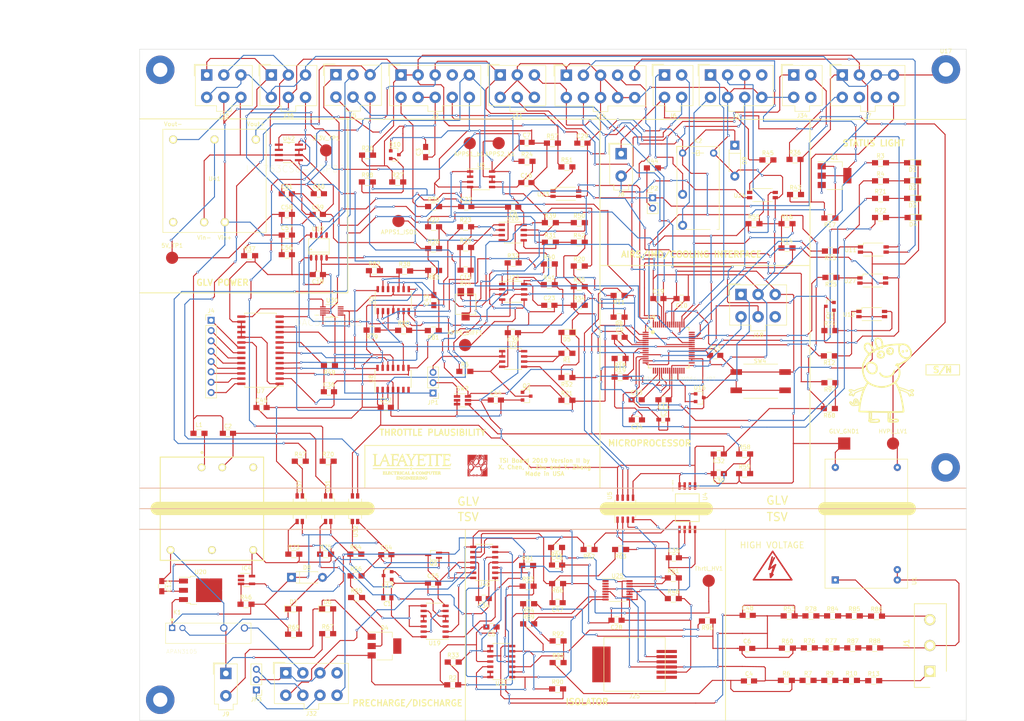
<source format=kicad_pcb>
(kicad_pcb (version 4) (host pcbnew 4.0.7)
  (layers (0 F.Cu signal) (31 B.Cu signal) (34 B.Paste user hide) (35 F.Paste user hide) (36 B.SilkS user) (37 F.SilkS user) (38 B.Mask user) (39 F.Mask user) (44 Edge.Cuts user))
  (net 0 "")
  (net 1 /ThrottlePlausibility/APPS1_b)
  (net 2 /ThrottlePlausibility/APPS1_ISO)
  (net 3 "Net-(APPS_DIFF1-Pad1)")
  (net 4 /+24V)
  (net 5 /HV+)
  (net 6 /HV-)
  (net 7 /MC_V)
  (net 8 /+10V)
  (net 9 /Pre-Charge/+24HV)
  (net 10 "Net-(C15-Pad2)")
  (net 11 "Net-(C16-Pad1)")
  (net 12 /+3.3V)
  (net 13 "Net-(C22-Pad1)")
  (net 14 "Net-(C24-Pad1)")
  (net 15 "Net-(C30-Pad1)")
  (net 16 "Net-(C36-Pad1)")
  (net 17 "Net-(C46-Pad1)")
  (net 18 /Throttle_HV)
  (net 19 "Net-(C47-Pad2)")
  (net 20 /TSV_V)
  (net 21 "Net-(C54-Pad1)")
  (net 22 "Net-(C60-Pad2)")
  (net 23 "Net-(D1-Pad2)")
  (net 24 "Net-(D2-Pad2)")
  (net 25 "Net-(D3-Pad2)")
  (net 26 "Net-(D4-Pad2)")
  (net 27 "Net-(D5-Pad2)")
  (net 28 /Pre-Charge/PC_Relay-)
  (net 29 "Net-(D6-Pad2)")
  (net 30 "Net-(D7-Pad2)")
  (net 31 "/Status Lights/TSAL_1")
  (net 32 "Net-(IC4-Pad1)")
  (net 33 "Net-(IC4-Pad2)")
  (net 34 "Net-(J4-Pad1)")
  (net 35 "Net-(J4-Pad2)")
  (net 36 "Net-(J4-Pad3)")
  (net 37 "Net-(J4-Pad4)")
  (net 38 "Net-(J4-Pad5)")
  (net 39 "Net-(J4-Pad6)")
  (net 40 "Net-(J4-Pad7)")
  (net 41 "Net-(J4-Pad8)")
  (net 42 /AIRs-)
  (net 43 /AIRs+)
  (net 44 /~MCLR)
  (net 45 /PGEC)
  (net 46 /PGED)
  (net 47 "Net-(J18-Pad6)")
  (net 48 /BP)
  (net 49 "/Status Lights/IMD_Fault_LED")
  (net 50 /Drive_BTN)
  (net 51 "/Status Lights/Drive_LED")
  (net 52 "/Status Lights/SPARE_LED")
  (net 53 "Net-(J25-Pad6)")
  (net 54 "Net-(J25-Pad1)")
  (net 55 /Isolators/A1_HV)
  (net 56 /Isolators/A2_HV)
  (net 57 /Isolators/MC+)
  (net 58 /IMD_Status)
  (net 59 /ThrottlePlausibility/APPS1)
  (net 60 /ThrottlePlausibility/APPS2)
  (net 61 /Pre-Charge/IGNI_VCC)
  (net 62 "Net-(J32-Pad4)")
  (net 63 "Net-(J32-Pad6)")
  (net 64 "Net-(J32-Pad7)")
  (net 65 "Net-(J34-Pad4)")
  (net 66 "Net-(JP1-Pad1)")
  (net 67 "Net-(JP1-Pad2)")
  (net 68 /ThrottlePlausibility/Pedal_Out)
  (net 69 "Net-(L1-Pad2)")
  (net 70 "Net-(PS1-Pad4)")
  (net 71 "Net-(PS1-Pad6)")
  (net 72 "Net-(Q1-Pad1)")
  (net 73 "Net-(Q2-Pad1)")
  (net 74 "Net-(Q2-Pad3)")
  (net 75 "Net-(Q4-Pad2)")
  (net 76 "Net-(R1-Pad2)")
  (net 77 "Net-(R2-Pad2)")
  (net 78 /Heartbeat)
  (net 79 "Net-(R7-Pad2)")
  (net 80 /SDA)
  (net 81 "Net-(R10-Pad1)")
  (net 82 "Net-(R10-Pad2)")
  (net 83 /SCL)
  (net 84 "Net-(R12-Pad1)")
  (net 85 /D_LED_CTRL)
  (net 86 "Net-(R15-Pad1)")
  (net 87 /RTDS_CTRL)
  (net 88 "Net-(R22-Pad2)")
  (net 89 /SPARE_LED_CTRL)
  (net 90 "Net-(R31-Pad2)")
  (net 91 "Net-(R32-Pad1)")
  (net 92 "Net-(R33-Pad2)")
  (net 93 "Net-(R34-Pad2)")
  (net 94 "Net-(R37-Pad1)")
  (net 95 "Net-(R38-Pad1)")
  (net 96 "Net-(R38-Pad2)")
  (net 97 "Net-(R39-Pad2)")
  (net 98 "Net-(R40-Pad1)")
  (net 99 "Net-(R41-Pad1)")
  (net 100 /Safety_Loop)
  (net 101 "Net-(R51-Pad2)")
  (net 102 /Throttle_SEL)
  (net 103 "Net-(R54-Pad2)")
  (net 104 /Throttle_LV)
  (net 105 "Net-(R62-Pad1)")
  (net 106 "Net-(R63-Pad1)")
  (net 107 /Spare_Red)
  (net 108 /Spare_Blue)
  (net 109 "Net-(R78-Pad2)")
  (net 110 "Net-(R79-Pad1)")
  (net 111 "Net-(R80-Pad2)")
  (net 112 "Net-(R84-Pad2)")
  (net 113 "Net-(R85-Pad2)")
  (net 114 "Net-(U3-Pad1)")
  (net 115 "Net-(U3-Pad7)")
  (net 116 "Net-(U3-Pad8)")
  (net 117 "Net-(U3-Pad14)")
  (net 118 "Net-(U7-Pad6)")
  (net 119 "Net-(U7-Pad10)")
  (net 120 /PC_ready)
  (net 121 "Net-(U9-Pad10)")
  (net 122 "Net-(U9-Pad22)")
  (net 123 "Net-(U9-Pad23)")
  (net 124 "Net-(U9-Pad24)")
  (net 125 "Net-(U9-Pad27)")
  (net 126 "Net-(U9-Pad28)")
  (net 127 "Net-(U16-Pad2)")
  (net 128 "Net-(U9-Pad30)")
  (net 129 "Net-(U9-Pad33)")
  (net 130 "Net-(U9-Pad36)")
  (net 131 "Net-(U9-Pad37)")
  (net 132 "Net-(U9-Pad38)")
  (net 133 /CANTX)
  (net 134 /CANRX)
  (net 135 "Net-(U9-Pad44)")
  (net 136 "Net-(U9-Pad47)")
  (net 137 "Net-(U9-Pad48)")
  (net 138 "Net-(U9-Pad52)")
  (net 139 "Net-(U9-Pad53)")
  (net 140 "Net-(U9-Pad56)")
  (net 141 "Net-(U9-Pad57)")
  (net 142 "Net-(U9-Pad62)")
  (net 143 "Net-(U9-Pad63)")
  (net 144 /BP_uC)
  (net 145 "Net-(U10-Pad5)")
  (net 146 /Pre-Charge/TSV_Ready)
  (net 147 /Pre-Charge/Precharge_Ready)
  (net 148 "Net-(U30-Pad2)")
  (net 149 "Net-(U30-Pad4)")
  (net 150 "Net-(U30-Pad5)")
  (net 151 /Pre-Charge/Safety_Loop_HV)
  (net 152 "Net-(U41-Pad6)")
  (net 153 /+5V)
  (net 154 /ThrottlePlausibility/APPS2_b)
  (net 155 "Net-(C4-Pad1)")
  (net 156 "Net-(C6-Pad1)")
  (net 157 "Net-(C48-Pad1)")
  (net 158 "Net-(D7-Pad1)")
  (net 159 /+1.24Vref)
  (net 160 /FlowRate)
  (net 161 "Net-(J2-Pad4)")
  (net 162 /CoolTemp_1)
  (net 163 /CoolTemp_2)
  (net 164 "Net-(J3-Pad4)")
  (net 165 "/GLV Interface/SL1")
  (net 166 "/GLV Interface/SL1_RTN")
  (net 167 /CH_gnd)
  (net 168 "/GLV Interface/IMD_MHS")
  (net 169 "Net-(J7-Pad6)")
  (net 170 "Net-(J7-Pad7)")
  (net 171 "/Status Lights/RTDS")
  (net 172 /Pre-Charge/BP_HV)
  (net 173 "/GLV Interface/CAN_H")
  (net 174 "/GLV Interface/CAN_L")
  (net 175 "Net-(JP2-Pad2)")
  (net 176 "Net-(Q3-Pad1)")
  (net 177 "Net-(Q5-Pad2)")
  (net 178 /APPS)
  (net 179 /Throttle_PL)
  (net 180 "Net-(R25-Pad1)")
  (net 181 "Net-(R45-Pad2)")
  (net 182 "Net-(R47-Pad1)")
  (net 183 /Isolators/SCL_HV)
  (net 184 "Net-(R56-Pad1)")
  (net 185 /Isolators/SDA_HV)
  (net 186 "Net-(R68-Pad1)")
  (net 187 "Net-(R70-Pad2)")
  (net 188 "Net-(R76-Pad2)")
  (net 189 "Net-(R77-Pad2)")
  (net 190 "Net-(R87-Pad2)")
  (net 191 "Net-(R89-Pad1)")
  (net 192 "Net-(R90-Pad1)")
  (net 193 "Net-(R91-Pad2)")
  (net 194 "Net-(R92-Pad2)")
  (net 195 "Net-(U7-Pad13)")
  (net 196 "Net-(U9-Pad3)")
  (net 197 "Net-(U9-Pad31)")
  (net 198 "Net-(U9-Pad32)")
  (net 199 "Net-(U19-Pad3)")
  (net 200 "Net-(U19-Pad13)")
  (net 201 "Net-(U21-Pad13)")
  (net 202 /Pre-Charge/+3.3Vref)
  (net 203 "Net-(U19-Pad10)")
  (net 204 "Net-(U9-Pad17)")
  (net 205 "Net-(U9-Pad18)")
  (net 206 /+5HV)
  (net 207 /I/O_Ground)
  (net 208 /BP_RTN)
  (net 209 "Net-(U25-Pad1)")
  (net 210 "Net-(U25-Pad2)")
  (net 211 "Net-(U25-Pad3)")
  (net 212 "Net-(U25-Pad6)")
  (net 213 /ThrottlePlausibility/5v_ref)
  (net 214 "Net-(D10-Pad1)")
  (module 0010844030:SHDR3W166P0X635_1X3_2032X762X1422P (layer F.Cu) (at 248.8565 182.245 90)
    (fp_text reference J1 (at 6.858 -5.715 90) (layer F.SilkS) (effects (font (size 1.27 1.27) (thickness 0.254))))
    (fp_text value TSV hide)
    (pad 1 thru_hole rect (at 0 0 180) (size 2.775 2.775) (drill 1.85) (layers *.Cu *.Mask F.SilkS) (net 57 /Isolators/MC+))
    (pad 2 thru_hole circle (at 6.35 0 180) (size 2.775 2.775) (drill 1.85) (layers *.Cu *.Mask F.SilkS) (net 6 /HV-))
    (pad 3 thru_hole circle (at 12.7 0 180) (size 2.775 2.775) (drill 1.85) (layers *.Cu *.Mask F.SilkS) (net 5 /HV+))
  )
  (module THN_30-2415WI:THN_30 (layer F.Cu) (at 72.39 142.24 180)
    (fp_text reference PS1 (at -0.5134 0.02975 180) (layer F.SilkS) (effects (font (size 1.27 1.27) (thickness 0.254))))
    (fp_text value THN_30-2415WI hide)
    (pad 1 thru_hole circle (at 2.54 10.16 270) (size 1.9 1.9) (drill 1.2) (layers *.Cu *.Mask F.SilkS) (net 69 "Net-(L1-Pad2)"))
    (pad 2 thru_hole circle (at -2.54 10.16 270) (size 1.9 1.9) (drill 1.2) (layers *.Cu *.Mask F.SilkS) (net 208 /BP_RTN))
    (pad 3 thru_hole circle (at 10.16 -10.16 270) (size 1.9 1.9) (drill 1.2) (layers *.Cu *.Mask F.SilkS) (net 9 /Pre-Charge/+24HV))
    (pad 4 thru_hole circle (at 0 -10.16 270) (size 1.9 1.9) (drill 1.2) (layers *.Cu *.Mask F.SilkS) (net 70 "Net-(PS1-Pad4)"))
    (pad 5 thru_hole circle (at -10.16 -10.16 270) (size 1.9 1.9) (drill 1.2) (layers *.Cu *.Mask F.SilkS) (net 207 /I/O_Ground))
    (pad 6 thru_hole circle (at -10.16 10.16 270) (size 1.9 1.9) (drill 1.2) (layers *.Cu *.Mask F.SilkS) (net 71 "Net-(PS1-Pad6)"))
  )
  (module APAN3105:RELAY_APAN3105 (layer F.Cu) (at 62.611 171.577)
    (fp_text reference K1 (at 1.23968 -3.85021) (layer F.SilkS) (effects (font (size 1.00135 1.00135))))
    (fp_text value APAN3105 (at 2.33728 5.80065) (layer F.SilkS) (effects (font (size 1.00098 1.00098) (thickness 0.05))))
    (pad A2 thru_hole circle (at 2.54 0) (size 1.508 1.508) (drill 1) (layers *.Cu *.Mask) (net 158 "Net-(D7-Pad1)"))
    (pad A1 thru_hole rect (at 0 0) (size 1.508 1.508) (drill 1) (layers *.Cu *.Mask) (net 206 /+5HV))
    (pad 11 thru_hole circle (at 17.78 0) (size 1.8 1.8) (drill 1.2) (layers *.Cu *.Mask) (net 61 /Pre-Charge/IGNI_VCC))
    (pad 14 thru_hole circle (at 12.7 0 90) (size 1.8 1.8) (drill 1.2) (layers *.Cu *.Mask) (net 9 /Pre-Charge/+24HV))
  )
  (module Measurement_Points:Measurement_Point_Round-SMD-Pad_Big (layer F.Cu) (at 135.763 52.324)
    (fp_text reference APPS1_b1 (at -0.163 2.676) (layer F.SilkS))
    (fp_text value APPS1_b)
    (pad 1 smd circle (at 0 0) (size 3 3) (layers F.Cu F.Mask) (net 1 /ThrottlePlausibility/APPS1_b))
  )
  (module Measurement_Points:Measurement_Point_Round-SMD-Pad_Big (layer F.Cu) (at 118.237 71.4756)
    (fp_text reference APPS1_ISO1 (at 0.163 2.7244) (layer F.SilkS))
    (fp_text value APPS1_ISO)
    (pad 1 smd circle (at 0 0) (size 3 3) (layers F.Cu F.Mask) (net 2 /ThrottlePlausibility/APPS1_ISO))
  )
  (module Measurement_Points:Measurement_Point_Round-SMD-Pad_Big (layer F.Cu) (at 142.875 52.324)
    (fp_text reference APPS2_b1 (at 0.325 2.676) (layer F.SilkS))
    (fp_text value APPS2_b)
    (pad 1 smd circle (at 0 0) (size 3 3) (layers F.Cu F.Mask) (net 154 /ThrottlePlausibility/APPS2_b))
  )
  (module Measurement_Points:Measurement_Point_Round-SMD-Pad_Big (layer F.Cu) (at 134.62 101.981)
    (fp_text reference APPS_DIFF1 (at 0 -3) (layer F.SilkS))
    (fp_text value APPS_DIFF)
    (pad 1 smd circle (at 0 0) (size 3 3) (layers F.Cu F.Mask) (net 3 "Net-(APPS_DIFF1-Pad1)"))
  )
  (module Measurement_Points:Measurement_Point_Square-SMD-Pad_Big (layer F.Cu) (at 227.8 126.2)
    (fp_text reference GLV_GND1 (at 0 -3) (layer F.SilkS))
    (fp_text value GLV_GND)
    (pad 1 smd rect (at 0 0) (size 3 3) (layers F.Cu F.Mask) (net 208 /BP_RTN))
  )
  (module Measurement_Points:Measurement_Point_Round-SMD-Pad_Big (layer F.Cu) (at 239.8 126.2)
    (fp_text reference HVPL_LV1 (at 0 -3) (layer F.SilkS))
    (fp_text value TSAL_LV)
    (pad 1 smd circle (at 0 0) (size 3 3) (layers F.Cu F.Mask) (net 31 "/Status Lights/TSAL_1"))
  )
  (module custom_footprints:MOLEX_RJ11 (layer F.Cu) (at 176.276 180.5305 90)
    (fp_text reference J25 (at -7.8105 0 180) (layer F.SilkS))
    (fp_text value RJ11)
    (pad 6 smd rect (at -3.175 7.9 90) (size 0.76 5) (layers F.Cu F.Paste F.Mask) (net 53 "Net-(J25-Pad6)"))
    (pad 1 smd rect (at 3.175 7.9 90) (size 0.76 5) (layers F.Cu F.Paste F.Mask) (net 54 "Net-(J25-Pad1)"))
    (pad 2 smd rect (at 1.905 7.9 90) (size 0.76 5) (layers F.Cu F.Paste F.Mask) (net 55 /Isolators/A1_HV))
    (pad 3 smd rect (at 0.635 7.9 90) (size 0.76 5) (layers F.Cu F.Paste F.Mask) (net 56 /Isolators/A2_HV))
    (pad 4 smd rect (at -0.635 7.9 90) (size 0.76 5) (layers F.Cu F.Paste F.Mask) (net 207 /I/O_Ground))
    (pad 0 smd rect (at 0 -8.15 90) (size 8.8 4.5) (layers F.Cu F.Paste F.Mask))
    (pad 5 smd rect (at -1.905 7.9 90) (size 0.76 5) (layers F.Cu F.Paste F.Mask) (net 206 /+5HV))
  )
  (module custom_footprints:trim_pot (layer F.Cu) (at 134.747 91.948 180)
    (fp_text reference RV4 (at 0 5.08 180) (layer F.SilkS))
    (fp_text value 1k)
    (pad 2 smd rect (at 0 -3 180) (size 2 2) (layers F.Cu F.Paste F.Mask) (net 93 "Net-(R34-Pad2)"))
    (pad 3 smd rect (at -1.175 3 180) (size 1.6 2) (layers F.Cu F.Paste F.Mask) (net 93 "Net-(R34-Pad2)"))
    (pad 1 smd rect (at 1.175 3 180) (size 1.6 2) (layers F.Cu F.Paste F.Mask) (net 91 "Net-(R32-Pad1)"))
  )
  (module custom_footprints:SW_RACON_8 (layer F.Cu) (at 207.264 110.871 180)
    (fp_text reference SW4 (at 0.15 4.95 180) (layer F.SilkS))
    (fp_text value SW_PUSH)
    (pad 2 smd rect (at -6 2.25 180) (size 2.825 1.4) (layers F.Cu F.Paste F.Mask) (net 208 /BP_RTN))
    (pad 1 smd rect (at -6 -2.25 180) (size 2.825 1.4) (layers F.Cu F.Paste F.Mask) (net 44 /~MCLR))
    (pad 1 smd rect (at 6 -2.25 180) (size 2.825 1.4) (layers F.Cu F.Paste F.Mask) (net 44 /~MCLR))
    (pad 2 smd rect (at 6 2.25 180) (size 2.825 1.4) (layers F.Cu F.Paste F.Mask) (net 208 /BP_RTN))
  )
  (module Measurement_Points:Measurement_Point_Round-SMD-Pad_Big (layer F.Cu) (at 194.5005 159.9565)
    (fp_text reference Thrtl_HV1 (at 0 -3) (layer F.SilkS))
    (fp_text value Throttle_HV)
    (pad 1 smd circle (at 0 0) (size 3 3) (layers F.Cu F.Mask) (net 18 /Throttle_HV))
  )
  (module Housings_SOIC:SOIC-8_3.9x4.9mm_Pitch1.27mm (layer F.Cu) (at 146.431 105.41)
    (fp_text reference U2 (at 0 -3.5) (layer F.SilkS))
    (fp_text value MCP6002)
    (pad 1 smd rect (at -2.7 -1.905) (size 1.55 0.6) (layers F.Cu F.Paste F.Mask) (net 68 /ThrottlePlausibility/Pedal_Out))
    (pad 2 smd rect (at -2.7 -0.635) (size 1.55 0.6) (layers F.Cu F.Paste F.Mask) (net 68 /ThrottlePlausibility/Pedal_Out))
    (pad 3 smd rect (at -2.7 0.635) (size 1.55 0.6) (layers F.Cu F.Paste F.Mask) (net 74 "Net-(Q2-Pad3)"))
    (pad 4 smd rect (at -2.7 1.905) (size 1.55 0.6) (layers F.Cu F.Paste F.Mask) (net 208 /BP_RTN))
    (pad 5 smd rect (at 2.7 1.905) (size 1.55 0.6) (layers F.Cu F.Paste F.Mask) (net 179 /Throttle_PL))
    (pad 6 smd rect (at 2.7 0.635) (size 1.55 0.6) (layers F.Cu F.Paste F.Mask) (net 76 "Net-(R1-Pad2)"))
    (pad 7 smd rect (at 2.7 -0.635) (size 1.55 0.6) (layers F.Cu F.Paste F.Mask) (net 76 "Net-(R1-Pad2)"))
    (pad 8 smd rect (at 2.7 -1.905) (size 1.55 0.6) (layers F.Cu F.Paste F.Mask) (net 153 /+5V))
  )
  (module Housings_SOIC:SOIC-14_3.9x8.7mm_Pitch1.27mm (layer F.Cu) (at 116.967 90.932 90)
    (fp_text reference U3 (at 0 -5.375 90) (layer F.SilkS))
    (fp_text value MCP6004)
    (pad 1 smd rect (at -2.7 -3.81 90) (size 1.5 0.6) (layers F.Cu F.Paste F.Mask) (net 114 "Net-(U3-Pad1)"))
    (pad 2 smd rect (at -2.7 -2.54 90) (size 1.5 0.6) (layers F.Cu F.Paste F.Mask) (net 2 /ThrottlePlausibility/APPS1_ISO))
    (pad 3 smd rect (at -2.7 -1.27 90) (size 1.5 0.6) (layers F.Cu F.Paste F.Mask) (net 110 "Net-(R79-Pad1)"))
    (pad 4 smd rect (at -2.7 0 90) (size 1.5 0.6) (layers F.Cu F.Paste F.Mask) (net 153 /+5V))
    (pad 5 smd rect (at -2.7 1.27 90) (size 1.5 0.6) (layers F.Cu F.Paste F.Mask) (net 2 /ThrottlePlausibility/APPS1_ISO))
    (pad 6 smd rect (at -2.7 2.54 90) (size 1.5 0.6) (layers F.Cu F.Paste F.Mask) (net 111 "Net-(R80-Pad2)"))
    (pad 7 smd rect (at -2.7 3.81 90) (size 1.5 0.6) (layers F.Cu F.Paste F.Mask) (net 115 "Net-(U3-Pad7)"))
    (pad 8 smd rect (at 2.7 3.81 90) (size 1.5 0.6) (layers F.Cu F.Paste F.Mask) (net 116 "Net-(U3-Pad8)"))
    (pad 9 smd rect (at 2.7 2.54 90) (size 1.5 0.6) (layers F.Cu F.Paste F.Mask) (net 154 /ThrottlePlausibility/APPS2_b))
    (pad 10 smd rect (at 2.7 1.27 90) (size 1.5 0.6) (layers F.Cu F.Paste F.Mask) (net 95 "Net-(R38-Pad1)"))
    (pad 11 smd rect (at 2.7 0 90) (size 1.5 0.6) (layers F.Cu F.Paste F.Mask) (net 208 /BP_RTN))
    (pad 12 smd rect (at 2.7 -1.27 90) (size 1.5 0.6) (layers F.Cu F.Paste F.Mask) (net 154 /ThrottlePlausibility/APPS2_b))
    (pad 13 smd rect (at 2.7 -2.54 90) (size 1.5 0.6) (layers F.Cu F.Paste F.Mask) (net 96 "Net-(R38-Pad2)"))
    (pad 14 smd rect (at 2.7 -3.81 90) (size 1.5 0.6) (layers F.Cu F.Paste F.Mask) (net 117 "Net-(U3-Pad14)"))
  )
  (module Housings_SOIC:SOIC-8_3.9x4.9mm_Pitch1.27mm (layer F.Cu) (at 138.557 61.214)
    (fp_text reference U6 (at 0 -3.5) (layer F.SilkS))
    (fp_text value TS912)
    (pad 1 smd rect (at -2.7 -1.905) (size 1.55 0.6) (layers F.Cu F.Paste F.Mask) (net 1 /ThrottlePlausibility/APPS1_b))
    (pad 2 smd rect (at -2.7 -0.635) (size 1.55 0.6) (layers F.Cu F.Paste F.Mask) (net 1 /ThrottlePlausibility/APPS1_b))
    (pad 3 smd rect (at -2.7 0.635) (size 1.55 0.6) (layers F.Cu F.Paste F.Mask) (net 13 "Net-(C22-Pad1)"))
    (pad 4 smd rect (at -2.7 1.905) (size 1.55 0.6) (layers F.Cu F.Paste F.Mask) (net 208 /BP_RTN))
    (pad 5 smd rect (at 2.7 1.905) (size 1.55 0.6) (layers F.Cu F.Paste F.Mask) (net 11 "Net-(C16-Pad1)"))
    (pad 6 smd rect (at 2.7 0.635) (size 1.55 0.6) (layers F.Cu F.Paste F.Mask) (net 154 /ThrottlePlausibility/APPS2_b))
    (pad 7 smd rect (at 2.7 -0.635) (size 1.55 0.6) (layers F.Cu F.Paste F.Mask) (net 154 /ThrottlePlausibility/APPS2_b))
    (pad 8 smd rect (at 2.7 -1.905) (size 1.55 0.6) (layers F.Cu F.Paste F.Mask) (net 8 /+10V))
  )
  (module Housings_SOIC:SOIC-14_3.9x8.7mm_Pitch1.27mm (layer F.Cu) (at 116.9035 110.2995 90)
    (fp_text reference U8 (at 0 -5.375 90) (layer F.SilkS))
    (fp_text value 74ACT11030)
    (pad 1 smd rect (at -2.7 -3.81 90) (size 1.5 0.6) (layers F.Cu F.Paste F.Mask) (net 153 /+5V))
    (pad 2 smd rect (at -2.7 -2.54 90) (size 1.5 0.6) (layers F.Cu F.Paste F.Mask) (net 153 /+5V))
    (pad 3 smd rect (at -2.7 -1.27 90) (size 1.5 0.6) (layers F.Cu F.Paste F.Mask) (net 98 "Net-(R40-Pad1)"))
    (pad 4 smd rect (at -2.7 0 90) (size 1.5 0.6) (layers F.Cu F.Paste F.Mask) (net 208 /BP_RTN))
    (pad 5 smd rect (at -2.7 1.27 90) (size 1.5 0.6) (layers F.Cu F.Paste F.Mask) (net 179 /Throttle_PL))
    (pad 6 smd rect (at -2.7 2.54 90) (size 1.5 0.6) (layers F.Cu F.Paste F.Mask))
    (pad 7 smd rect (at -2.7 3.81 90) (size 1.5 0.6) (layers F.Cu F.Paste F.Mask))
    (pad 8 smd rect (at 2.7 3.81 90) (size 1.5 0.6) (layers F.Cu F.Paste F.Mask) (net 99 "Net-(R41-Pad1)"))
    (pad 9 smd rect (at 2.7 2.54 90) (size 1.5 0.6) (layers F.Cu F.Paste F.Mask) (net 114 "Net-(U3-Pad1)"))
    (pad 10 smd rect (at 2.7 1.27 90) (size 1.5 0.6) (layers F.Cu F.Paste F.Mask))
    (pad 11 smd rect (at 2.7 0 90) (size 1.5 0.6) (layers F.Cu F.Paste F.Mask) (net 153 /+5V))
    (pad 12 smd rect (at 2.7 -1.27 90) (size 1.5 0.6) (layers F.Cu F.Paste F.Mask) (net 115 "Net-(U3-Pad7)"))
    (pad 13 smd rect (at 2.7 -2.54 90) (size 1.5 0.6) (layers F.Cu F.Paste F.Mask) (net 116 "Net-(U3-Pad8)"))
    (pad 14 smd rect (at 2.7 -3.81 90) (size 1.5 0.6) (layers F.Cu F.Paste F.Mask) (net 117 "Net-(U3-Pad14)"))
  )
  (module PIC32MZ2048EFM064-I_PT:QFP50P1200X1200X120-64N (layer F.Cu) (at 184.658 102.616)
    (fp_text reference U9 (at -4.21423 -7.39243) (layer F.SilkS) (effects (font (size 1.00101 1.00101))))
    (fp_text value PIC32MZ2048EFM064-I/PT (at 1.27 7.747) (layer F.SilkS) (effects (font (size 1.00124 1.00124) (thickness 0.05))))
    (pad 1 smd rect (at -5.67 -3.75) (size 1.47 0.3) (layers F.Cu F.Paste F.Mask) (net 58 /IMD_Status))
    (pad 2 smd rect (at -5.67 -3.25) (size 1.47 0.3) (layers F.Cu F.Paste F.Mask) (net 179 /Throttle_PL))
    (pad 3 smd rect (at -5.67 -2.75) (size 1.47 0.3) (layers F.Cu F.Paste F.Mask) (net 196 "Net-(U9-Pad3)"))
    (pad 4 smd rect (at -5.67 -2.25) (size 1.47 0.3) (layers F.Cu F.Paste F.Mask) (net 100 /Safety_Loop))
    (pad 5 smd rect (at -5.67 -1.75) (size 1.47 0.3) (layers F.Cu F.Paste F.Mask) (net 80 /SDA))
    (pad 6 smd rect (at -5.67 -1.25) (size 1.47 0.3) (layers F.Cu F.Paste F.Mask) (net 83 /SCL))
    (pad 7 smd rect (at -5.67 -0.75) (size 1.47 0.3) (layers F.Cu F.Paste F.Mask) (net 208 /BP_RTN))
    (pad 8 smd rect (at -5.67 -0.25) (size 1.47 0.3) (layers F.Cu F.Paste F.Mask) (net 12 /+3.3V))
    (pad 9 smd rect (at -5.67 0.25) (size 1.47 0.3) (layers F.Cu F.Paste F.Mask) (net 44 /~MCLR))
    (pad 10 smd rect (at -5.67 0.75) (size 1.47 0.3) (layers F.Cu F.Paste F.Mask) (net 121 "Net-(U9-Pad10)"))
    (pad 11 smd rect (at -5.67 1.25) (size 1.47 0.3) (layers F.Cu F.Paste F.Mask) (net 178 /APPS))
    (pad 12 smd rect (at -5.67 1.75) (size 1.47 0.3) (layers F.Cu F.Paste F.Mask) (net 108 /Spare_Blue))
    (pad 13 smd rect (at -5.67 2.25) (size 1.47 0.3) (layers F.Cu F.Paste F.Mask) (net 107 /Spare_Red))
    (pad 14 smd rect (at -5.67 2.75) (size 1.47 0.3) (layers F.Cu F.Paste F.Mask) (net 78 /Heartbeat))
    (pad 15 smd rect (at -5.67 3.25) (size 1.47 0.3) (layers F.Cu F.Paste F.Mask) (net 45 /PGEC))
    (pad 16 smd rect (at -5.67 3.75) (size 1.47 0.3) (layers F.Cu F.Paste F.Mask) (net 46 /PGED))
    (pad 17 smd rect (at -3.75 5.67 90) (size 1.47 0.3) (layers F.Cu F.Paste F.Mask) (net 204 "Net-(U9-Pad17)"))
    (pad 18 smd rect (at -3.25 5.67 90) (size 1.47 0.3) (layers F.Cu F.Paste F.Mask) (net 205 "Net-(U9-Pad18)"))
    (pad 19 smd rect (at -2.75 5.67 90) (size 1.47 0.3) (layers F.Cu F.Paste F.Mask) (net 12 /+3.3V))
    (pad 20 smd rect (at -2.25 5.67 90) (size 1.47 0.3) (layers F.Cu F.Paste F.Mask) (net 208 /BP_RTN))
    (pad 21 smd rect (at -1.75 5.67 90) (size 1.47 0.3) (layers F.Cu F.Paste F.Mask) (net 102 /Throttle_SEL))
    (pad 22 smd rect (at -1.25 5.67 90) (size 1.47 0.3) (layers F.Cu F.Paste F.Mask) (net 122 "Net-(U9-Pad22)"))
    (pad 23 smd rect (at -0.75 5.67 90) (size 1.47 0.3) (layers F.Cu F.Paste F.Mask) (net 123 "Net-(U9-Pad23)"))
    (pad 24 smd rect (at -0.25 5.67 90) (size 1.47 0.3) (layers F.Cu F.Paste F.Mask) (net 124 "Net-(U9-Pad24)"))
    (pad 25 smd rect (at 0.25 5.67 90) (size 1.47 0.3) (layers F.Cu F.Paste F.Mask) (net 208 /BP_RTN))
    (pad 26 smd rect (at 0.75 5.67 90) (size 1.47 0.3) (layers F.Cu F.Paste F.Mask) (net 12 /+3.3V))
    (pad 27 smd rect (at 1.25 5.67 90) (size 1.47 0.3) (layers F.Cu F.Paste F.Mask) (net 125 "Net-(U9-Pad27)"))
    (pad 28 smd rect (at 1.75 5.67 90) (size 1.47 0.3) (layers F.Cu F.Paste F.Mask) (net 126 "Net-(U9-Pad28)"))
    (pad 29 smd rect (at 2.25 5.67 90) (size 1.47 0.3) (layers F.Cu F.Paste F.Mask) (net 127 "Net-(U16-Pad2)"))
    (pad 30 smd rect (at 2.75 5.67 90) (size 1.47 0.3) (layers F.Cu F.Paste F.Mask) (net 128 "Net-(U9-Pad30)"))
    (pad 31 smd rect (at 3.25 5.67 90) (size 1.47 0.3) (layers F.Cu F.Paste F.Mask) (net 197 "Net-(U9-Pad31)"))
    (pad 32 smd rect (at 3.75 5.67 90) (size 1.47 0.3) (layers F.Cu F.Paste F.Mask) (net 198 "Net-(U9-Pad32)"))
    (pad 33 smd rect (at 5.67 3.75 180) (size 1.47 0.3) (layers F.Cu F.Paste F.Mask) (net 129 "Net-(U9-Pad33)"))
    (pad 34 smd rect (at 5.67 3.25 180) (size 1.47 0.3) (layers F.Cu F.Paste F.Mask) (net 208 /BP_RTN))
    (pad 35 smd rect (at 5.67 2.75 180) (size 1.47 0.3) (layers F.Cu F.Paste F.Mask) (net 208 /BP_RTN))
    (pad 36 smd rect (at 5.67 2.25 180) (size 1.47 0.3) (layers F.Cu F.Paste F.Mask) (net 130 "Net-(U9-Pad36)"))
    (pad 37 smd rect (at 5.67 1.75 180) (size 1.47 0.3) (layers F.Cu F.Paste F.Mask) (net 131 "Net-(U9-Pad37)"))
    (pad 38 smd rect (at 5.67 1.25 180) (size 1.47 0.3) (layers F.Cu F.Paste F.Mask) (net 132 "Net-(U9-Pad38)"))
    (pad 39 smd rect (at 5.67 0.75 180) (size 1.47 0.3) (layers F.Cu F.Paste F.Mask) (net 12 /+3.3V))
    (pad 40 smd rect (at 5.67 0.25 180) (size 1.47 0.3) (layers F.Cu F.Paste F.Mask) (net 208 /BP_RTN))
    (pad 41 smd rect (at 5.67 -0.25 180) (size 1.47 0.3) (layers F.Cu F.Paste F.Mask) (net 133 /CANTX))
    (pad 42 smd rect (at 5.67 -0.75 180) (size 1.47 0.3) (layers F.Cu F.Paste F.Mask) (net 134 /CANRX))
    (pad 43 smd rect (at 5.67 -1.25 180) (size 1.47 0.3) (layers F.Cu F.Paste F.Mask) (net 120 /PC_ready))
    (pad 44 smd rect (at 5.67 -1.75 180) (size 1.47 0.3) (layers F.Cu F.Paste F.Mask) (net 135 "Net-(U9-Pad44)"))
    (pad 45 smd rect (at 5.67 -2.25 180) (size 1.47 0.3) (layers F.Cu F.Paste F.Mask) (net 89 /SPARE_LED_CTRL))
    (pad 46 smd rect (at 5.67 -2.75 180) (size 1.47 0.3) (layers F.Cu F.Paste F.Mask) (net 85 /D_LED_CTRL))
    (pad 47 smd rect (at 5.67 -3.25 180) (size 1.47 0.3) (layers F.Cu F.Paste F.Mask) (net 136 "Net-(U9-Pad47)"))
    (pad 48 smd rect (at 5.67 -3.75 180) (size 1.47 0.3) (layers F.Cu F.Paste F.Mask) (net 137 "Net-(U9-Pad48)"))
    (pad 49 smd rect (at 3.75 -5.67 270) (size 1.47 0.3) (layers F.Cu F.Paste F.Mask) (net 160 /FlowRate))
    (pad 50 smd rect (at 3.25 -5.67 270) (size 1.47 0.3) (layers F.Cu F.Paste F.Mask) (net 162 /CoolTemp_1))
    (pad 51 smd rect (at 2.75 -5.67 270) (size 1.47 0.3) (layers F.Cu F.Paste F.Mask) (net 163 /CoolTemp_2))
    (pad 52 smd rect (at 2.25 -5.67 270) (size 1.47 0.3) (layers F.Cu F.Paste F.Mask) (net 138 "Net-(U9-Pad52)"))
    (pad 53 smd rect (at 1.75 -5.67 270) (size 1.47 0.3) (layers F.Cu F.Paste F.Mask) (net 139 "Net-(U9-Pad53)"))
    (pad 54 smd rect (at 1.25 -5.67 270) (size 1.47 0.3) (layers F.Cu F.Paste F.Mask) (net 12 /+3.3V))
    (pad 55 smd rect (at 0.75 -5.67 270) (size 1.47 0.3) (layers F.Cu F.Paste F.Mask) (net 208 /BP_RTN))
    (pad 56 smd rect (at 0.25 -5.67 270) (size 1.47 0.3) (layers F.Cu F.Paste F.Mask) (net 140 "Net-(U9-Pad56)"))
    (pad 57 smd rect (at -0.25 -5.67 270) (size 1.47 0.3) (layers F.Cu F.Paste F.Mask) (net 141 "Net-(U9-Pad57)"))
    (pad 58 smd rect (at -0.75 -5.67 270) (size 1.47 0.3) (layers F.Cu F.Paste F.Mask) (net 87 /RTDS_CTRL))
    (pad 59 smd rect (at -1.25 -5.67 270) (size 1.47 0.3) (layers F.Cu F.Paste F.Mask) (net 208 /BP_RTN))
    (pad 60 smd rect (at -1.75 -5.67 270) (size 1.47 0.3) (layers F.Cu F.Paste F.Mask) (net 12 /+3.3V))
    (pad 61 smd rect (at -2.25 -5.67 270) (size 1.47 0.3) (layers F.Cu F.Paste F.Mask) (net 50 /Drive_BTN))
    (pad 62 smd rect (at -2.75 -5.67 270) (size 1.47 0.3) (layers F.Cu F.Paste F.Mask) (net 142 "Net-(U9-Pad62)"))
    (pad 63 smd rect (at -3.25 -5.67 270) (size 1.47 0.3) (layers F.Cu F.Paste F.Mask) (net 143 "Net-(U9-Pad63)"))
    (pad 64 smd rect (at -3.75 -5.67 270) (size 1.47 0.3) (layers F.Cu F.Paste F.Mask) (net 144 /BP_uC))
  )
  (module Power_Integrations:SO-8 (layer F.Cu) (at 98.679 77.724)
    (fp_text reference U10 (at -0.254 -4.318) (layer F.SilkS))
    (fp_text value MCP2551-I/SN)
    (pad 1 smd oval (at -1.905 2.794) (size 0.6096 1.4732) (layers F.Cu F.Paste F.Mask) (net 133 /CANTX))
    (pad 2 smd oval (at -0.635 2.794) (size 0.6096 1.4732) (layers F.Cu F.Paste F.Mask) (net 208 /BP_RTN))
    (pad 3 smd oval (at 0.635 2.794) (size 0.6096 1.4732) (layers F.Cu F.Paste F.Mask) (net 153 /+5V))
    (pad 4 smd oval (at 1.905 2.794) (size 0.6096 1.4732) (layers F.Cu F.Paste F.Mask) (net 134 /CANRX))
    (pad 5 smd oval (at 1.905 -2.794) (size 0.6096 1.4732) (layers F.Cu F.Paste F.Mask) (net 145 "Net-(U10-Pad5)"))
    (pad 6 smd oval (at 0.635 -2.794) (size 0.6096 1.4732) (layers F.Cu F.Paste F.Mask) (net 174 "/GLV Interface/CAN_L"))
    (pad 7 smd oval (at -0.635 -2.794) (size 0.6096 1.4732) (layers F.Cu F.Paste F.Mask) (net 173 "/GLV Interface/CAN_H"))
    (pad 8 smd oval (at -1.905 -2.794) (size 0.6096 1.4732) (layers F.Cu F.Paste F.Mask) (net 94 "Net-(R37-Pad1)"))
  )
  (module Mounting_Holes:MountingHole_3.5mm_Pad (layer F.Cu) (at 252.73 132.08)
    (fp_text reference U14 hide)
    (fp_text value Mounting_hole)
    (pad 1 thru_hole circle (at 0 0) (size 7 7) (drill 3.5) (layers *.Cu *.Mask))
  )
  (module Mounting_Holes:MountingHole_3.5mm_Pad (layer F.Cu) (at 59.69 34.29)
    (fp_text reference U15 hide)
    (fp_text value Mounting_hole)
    (pad 1 thru_hole circle (at 0 0) (size 7 7) (drill 3.5) (layers *.Cu *.Mask))
  )
  (module Housings_SOIC:SOIC-8_3.9x4.9mm_Pitch1.27mm (layer F.Cu) (at 146.3294 74.3204)
    (fp_text reference U18 (at 0 -3.5) (layer F.SilkS))
    (fp_text value TS912)
    (pad 1 smd rect (at -2.7 -1.905) (size 1.55 0.6) (layers F.Cu F.Paste F.Mask) (net 2 /ThrottlePlausibility/APPS1_ISO))
    (pad 2 smd rect (at -2.7 -0.635) (size 1.55 0.6) (layers F.Cu F.Paste F.Mask) (net 10 "Net-(C15-Pad2)"))
    (pad 3 smd rect (at -2.7 0.635) (size 1.55 0.6) (layers F.Cu F.Paste F.Mask) (net 88 "Net-(R22-Pad2)"))
    (pad 4 smd rect (at -2.7 1.905) (size 1.55 0.6) (layers F.Cu F.Paste F.Mask) (net 208 /BP_RTN))
    (pad 5 smd rect (at 2.7 1.905) (size 1.55 0.6) (layers F.Cu F.Paste F.Mask) (net 90 "Net-(R31-Pad2)"))
    (pad 6 smd rect (at 2.7 0.635) (size 1.55 0.6) (layers F.Cu F.Paste F.Mask) (net 97 "Net-(R39-Pad2)"))
    (pad 7 smd rect (at 2.7 -0.635) (size 1.55 0.6) (layers F.Cu F.Paste F.Mask) (net 3 "Net-(APPS_DIFF1-Pad1)"))
    (pad 8 smd rect (at 2.7 -1.905) (size 1.55 0.6) (layers F.Cu F.Paste F.Mask) (net 8 /+10V))
  )
  (module Housings_SOIC:SOIC-8_3.9x4.9mm_Pitch1.27mm (layer F.Cu) (at 146.431 88.9)
    (fp_text reference U22 (at 0 -3.5) (layer F.SilkS))
    (fp_text value TS372)
    (pad 1 smd rect (at -2.7 -1.905) (size 1.55 0.6) (layers F.Cu F.Paste F.Mask) (net 98 "Net-(R40-Pad1)"))
    (pad 2 smd rect (at -2.7 -0.635) (size 1.55 0.6) (layers F.Cu F.Paste F.Mask) (net 3 "Net-(APPS_DIFF1-Pad1)"))
    (pad 3 smd rect (at -2.7 0.635) (size 1.55 0.6) (layers F.Cu F.Paste F.Mask) (net 91 "Net-(R32-Pad1)"))
    (pad 4 smd rect (at -2.7 1.905) (size 1.55 0.6) (layers F.Cu F.Paste F.Mask) (net 208 /BP_RTN))
    (pad 5 smd rect (at 2.7 1.905) (size 1.55 0.6) (layers F.Cu F.Paste F.Mask) (net 3 "Net-(APPS_DIFF1-Pad1)"))
    (pad 6 smd rect (at 2.7 0.635) (size 1.55 0.6) (layers F.Cu F.Paste F.Mask) (net 93 "Net-(R34-Pad2)"))
    (pad 7 smd rect (at 2.7 -0.635) (size 1.55 0.6) (layers F.Cu F.Paste F.Mask) (net 99 "Net-(R41-Pad1)"))
    (pad 8 smd rect (at 2.7 -1.905) (size 1.55 0.6) (layers F.Cu F.Paste F.Mask) (net 8 /+10V))
  )
  (module Housings_SSOP:TSSOP-16_4.4x5mm_Pitch0.65mm (layer F.Cu) (at 172.085 162.306)
    (fp_text reference U25 (at 0 -3.55) (layer F.SilkS))
    (fp_text value NCD9830DBR2G)
    (pad 1 smd rect (at -2.95 -2.275) (size 1.5 0.45) (layers F.Cu F.Paste F.Mask) (net 209 "Net-(U25-Pad1)"))
    (pad 2 smd rect (at -2.95 -1.625) (size 1.5 0.45) (layers F.Cu F.Paste F.Mask) (net 210 "Net-(U25-Pad2)"))
    (pad 3 smd rect (at -2.95 -0.975) (size 1.5 0.45) (layers F.Cu F.Paste F.Mask) (net 211 "Net-(U25-Pad3)"))
    (pad 4 smd rect (at -2.95 -0.325) (size 1.5 0.45) (layers F.Cu F.Paste F.Mask) (net 55 /Isolators/A1_HV))
    (pad 5 smd rect (at -2.95 0.325) (size 1.5 0.45) (layers F.Cu F.Paste F.Mask) (net 56 /Isolators/A2_HV))
    (pad 6 smd rect (at -2.95 0.975) (size 1.5 0.45) (layers F.Cu F.Paste F.Mask) (net 212 "Net-(U25-Pad6)"))
    (pad 7 smd rect (at -2.95 1.625) (size 1.5 0.45) (layers F.Cu F.Paste F.Mask) (net 20 /TSV_V))
    (pad 8 smd rect (at -2.95 2.275) (size 1.5 0.45) (layers F.Cu F.Paste F.Mask) (net 7 /MC_V))
    (pad 9 smd rect (at 2.95 2.275) (size 1.5 0.45) (layers F.Cu F.Paste F.Mask) (net 207 /I/O_Ground))
    (pad 10 smd rect (at 2.95 1.625) (size 1.5 0.45) (layers F.Cu F.Paste F.Mask) (net 206 /+5HV))
    (pad 11 smd rect (at 2.95 0.975) (size 1.5 0.45) (layers F.Cu F.Paste F.Mask) (net 207 /I/O_Ground))
    (pad 12 smd rect (at 2.95 0.325) (size 1.5 0.45) (layers F.Cu F.Paste F.Mask) (net 207 /I/O_Ground))
    (pad 13 smd rect (at 2.95 -0.325) (size 1.5 0.45) (layers F.Cu F.Paste F.Mask) (net 206 /+5HV))
    (pad 14 smd rect (at 2.95 -0.975) (size 1.5 0.45) (layers F.Cu F.Paste F.Mask) (net 183 /Isolators/SCL_HV))
    (pad 15 smd rect (at 2.95 -1.625) (size 1.5 0.45) (layers F.Cu F.Paste F.Mask) (net 185 /Isolators/SDA_HV))
    (pad 16 smd rect (at 2.95 -2.275) (size 1.5 0.45) (layers F.Cu F.Paste F.Mask) (net 206 /+5HV))
  )
  (module DAC5574IDGS:SOP50P490X110-10N (layer F.Cu) (at 101.854 93.599 180)
    (fp_text reference U30 (at -0.0635 2.6035 180) (layer F.SilkS))
    (fp_text value DAC5574IDGS (at 0.762 -2.8575 180) (layer F.SilkS) (effects (font (size 1.64216 1.64216) (thickness 0.05))))
    (pad 1 smd rect (at -2.1844 -0.9906 180) (size 1.4224 0.2794) (layers F.Cu F.Paste F.Mask) (net 66 "Net-(JP1-Pad1)"))
    (pad 2 smd rect (at -2.1844 -0.508 180) (size 1.4224 0.2794) (layers F.Cu F.Paste F.Mask) (net 148 "Net-(U30-Pad2)"))
    (pad 3 smd rect (at -2.1844 0 180) (size 1.4224 0.2794) (layers F.Cu F.Paste F.Mask) (net 208 /BP_RTN))
    (pad 4 smd rect (at -2.1844 0.508 180) (size 1.4224 0.2794) (layers F.Cu F.Paste F.Mask) (net 149 "Net-(U30-Pad4)"))
    (pad 5 smd rect (at -2.1844 0.9906 180) (size 1.4224 0.2794) (layers F.Cu F.Paste F.Mask) (net 150 "Net-(U30-Pad5)"))
    (pad 6 smd rect (at 2.1844 0.9906 180) (size 1.4224 0.2794) (layers F.Cu F.Paste F.Mask) (net 83 /SCL))
    (pad 7 smd rect (at 2.1844 0.508 180) (size 1.4224 0.2794) (layers F.Cu F.Paste F.Mask) (net 80 /SDA))
    (pad 8 smd rect (at 2.1844 0 180) (size 1.4224 0.2794) (layers F.Cu F.Paste F.Mask) (net 153 /+5V))
    (pad 9 smd rect (at 2.1844 -0.508 180) (size 1.4224 0.2794) (layers F.Cu F.Paste F.Mask) (net 153 /+5V))
    (pad 10 smd rect (at 2.1844 -0.9906 180) (size 1.4224 0.2794) (layers F.Cu F.Paste F.Mask) (net 208 /BP_RTN))
  )
  (module Housings_SOIC:SOIC-14_3.9x8.7mm_Pitch1.27mm (layer F.Cu) (at 139.319 155.448 180)
    (fp_text reference U40 (at 0 -5.375 180) (layer F.SilkS))
    (fp_text value MCP6004)
    (pad 1 smd rect (at -2.7 -3.81 180) (size 1.5 0.6) (layers F.Cu F.Paste F.Mask) (net 146 /Pre-Charge/TSV_Ready))
    (pad 2 smd rect (at -2.7 -2.54 180) (size 1.5 0.6) (layers F.Cu F.Paste F.Mask) (net 159 /+1.24Vref))
    (pad 3 smd rect (at -2.7 -1.27 180) (size 1.5 0.6) (layers F.Cu F.Paste F.Mask) (net 92 "Net-(R33-Pad2)"))
    (pad 4 smd rect (at -2.7 0 180) (size 1.5 0.6) (layers F.Cu F.Paste F.Mask) (net 206 /+5HV))
    (pad 5 smd rect (at -2.7 1.27 180) (size 1.5 0.6) (layers F.Cu F.Paste F.Mask) (net 201 "Net-(U21-Pad13)"))
    (pad 6 smd rect (at -2.7 2.54 180) (size 1.5 0.6) (layers F.Cu F.Paste F.Mask) (net 77 "Net-(R2-Pad2)"))
    (pad 7 smd rect (at -2.7 3.81 180) (size 1.5 0.6) (layers F.Cu F.Paste F.Mask) (net 147 /Pre-Charge/Precharge_Ready))
    (pad 8 smd rect (at 2.7 3.81 180) (size 1.5 0.6) (layers F.Cu F.Paste F.Mask) (net 18 /Throttle_HV))
    (pad 9 smd rect (at 2.7 2.54 180) (size 1.5 0.6) (layers F.Cu F.Paste F.Mask) (net 19 "Net-(C47-Pad2)"))
    (pad 10 smd rect (at 2.7 1.27 180) (size 1.5 0.6) (layers F.Cu F.Paste F.Mask) (net 17 "Net-(C46-Pad1)"))
    (pad 11 smd rect (at 2.7 0 180) (size 1.5 0.6) (layers F.Cu F.Paste F.Mask) (net 207 /I/O_Ground))
    (pad 12 smd rect (at 2.7 -1.27 180) (size 1.5 0.6) (layers F.Cu F.Paste F.Mask) (net 21 "Net-(C54-Pad1)"))
    (pad 13 smd rect (at 2.7 -2.54 180) (size 1.5 0.6) (layers F.Cu F.Paste F.Mask) (net 202 /Pre-Charge/+3.3Vref))
    (pad 14 smd rect (at 2.7 -3.81 180) (size 1.5 0.6) (layers F.Cu F.Paste F.Mask) (net 177 "Net-(Q5-Pad2)"))
  )
  (module custom_footprints:PDQ_DCDC (layer F.Cu) (at 73.025 61.595 180)
    (fp_text reference U41 (at 0 0.5 180) (layer F.SilkS))
    (fp_text value PDQ10-Q24-D5-D)
    (fp_text user Vin- (at 2.54 -13.97 180) (layer F.SilkS))
    (fp_text user Vin+ (at -2.54 -13.97 180) (layer F.SilkS))
    (fp_text user Vout- (at 10.16 13.97 180) (layer F.SilkS))
    (fp_text user Vout+ (at -10.16 13.97 180) (layer F.SilkS))
    (pad 4 thru_hole circle (at 0 10.16 180) (size 2 2) (drill 1.3) (layers *.Cu *.Mask F.SilkS) (net 153 /+5V))
    (pad 5 thru_hole circle (at 10.16 10.16 180) (size 2 2) (drill 1.3) (layers *.Cu *.Mask F.SilkS) (net 208 /BP_RTN))
    (pad 3 thru_hole circle (at -10.16 10.16 180) (size 2 2) (drill 1.3) (layers *.Cu *.Mask F.SilkS) (net 8 /+10V))
    (pad 6 thru_hole circle (at 10.16 -10.16 180) (size 2 2) (drill 1.3) (layers *.Cu *.Mask F.SilkS) (net 152 "Net-(U41-Pad6)"))
    (pad 2 thru_hole circle (at 2.54 -10.16 180) (size 2 2) (drill 1.3) (layers *.Cu *.Mask F.SilkS) (net 208 /BP_RTN))
    (pad 1 thru_hole circle (at -2.54 -10.16 180) (size 2 2) (drill 1.3) (layers *.Cu *.Mask F.SilkS) (net 4 /+24V))
  )
  (module LT1763CS8-3.3PBF:SOIC127P600X175-8N (layer F.Cu) (at 91.313 54.61)
    (fp_text reference U42 (at 0 -3.429) (layer F.SilkS))
    (fp_text value LT1763CS8-3.3PBF (at 1.524 4.064) (layer F.SilkS) (effects (font (size 1.643 1.643) (thickness 0.05))))
    (pad 1 smd rect (at -2.4638 -1.905) (size 1.9812 0.5334) (layers F.Cu F.Paste F.Mask) (net 12 /+3.3V))
    (pad 2 smd rect (at -2.4638 -0.635) (size 1.9812 0.5334) (layers F.Cu F.Paste F.Mask) (net 12 /+3.3V))
    (pad 3 smd rect (at -2.4638 0.635) (size 1.9812 0.5334) (layers F.Cu F.Paste F.Mask) (net 208 /BP_RTN))
    (pad 4 smd rect (at -2.4638 1.905) (size 1.9812 0.5334) (layers F.Cu F.Paste F.Mask) (net 22 "Net-(C60-Pad2)"))
    (pad 5 smd rect (at 2.4638 1.905) (size 1.9812 0.5334) (layers F.Cu F.Paste F.Mask) (net 153 /+5V))
    (pad 6 smd rect (at 2.4638 0.635) (size 1.9812 0.5334) (layers F.Cu F.Paste F.Mask) (net 208 /BP_RTN))
    (pad 7 smd rect (at 2.4638 -0.635) (size 1.9812 0.5334) (layers F.Cu F.Paste F.Mask) (net 208 /BP_RTN))
    (pad 8 smd rect (at 2.4638 -1.905) (size 1.9812 0.5334) (layers F.Cu F.Paste F.Mask) (net 153 /+5V))
  )
  (module Housings_SOIC:SOIC-28W_7.5x17.9mm_Pitch1.27mm (layer F.Cu) (at 84.328 103.251 180)
    (fp_text reference U7 (at 0 -10.05 180) (layer F.SilkS))
    (fp_text value MCP23016)
    (pad 1 smd rect (at -4.7 -8.255 180) (size 2 0.6) (layers F.Cu F.Paste F.Mask) (net 208 /BP_RTN))
    (pad 2 smd rect (at -4.7 -6.985 180) (size 2 0.6) (layers F.Cu F.Paste F.Mask) (net 98 "Net-(R40-Pad1)"))
    (pad 3 smd rect (at -4.7 -5.715 180) (size 2 0.6) (layers F.Cu F.Paste F.Mask) (net 99 "Net-(R41-Pad1)"))
    (pad 4 smd rect (at -4.7 -4.445 180) (size 2 0.6) (layers F.Cu F.Paste F.Mask) (net 117 "Net-(U3-Pad14)"))
    (pad 5 smd rect (at -4.7 -3.175 180) (size 2 0.6) (layers F.Cu F.Paste F.Mask) (net 116 "Net-(U3-Pad8)"))
    (pad 6 smd rect (at -4.7 -1.905 180) (size 2 0.6) (layers F.Cu F.Paste F.Mask) (net 118 "Net-(U7-Pad6)"))
    (pad 7 smd rect (at -4.7 -0.635 180) (size 2 0.6) (layers F.Cu F.Paste F.Mask) (net 115 "Net-(U3-Pad7)"))
    (pad 8 smd rect (at -4.7 0.635 180) (size 2 0.6) (layers F.Cu F.Paste F.Mask))
    (pad 9 smd rect (at -4.7 1.905 180) (size 2 0.6) (layers F.Cu F.Paste F.Mask) (net 16 "Net-(C36-Pad1)"))
    (pad 10 smd rect (at -4.7 3.175 180) (size 2 0.6) (layers F.Cu F.Paste F.Mask) (net 119 "Net-(U7-Pad10)"))
    (pad 11 smd rect (at -4.7 4.445 180) (size 2 0.6) (layers F.Cu F.Paste F.Mask) (net 114 "Net-(U3-Pad1)"))
    (pad 12 smd rect (at -4.7 5.715 180) (size 2 0.6) (layers F.Cu F.Paste F.Mask) (net 179 /Throttle_PL))
    (pad 13 smd rect (at -4.7 6.985 180) (size 2 0.6) (layers F.Cu F.Paste F.Mask) (net 195 "Net-(U7-Pad13)"))
    (pad 14 smd rect (at -4.7 8.255 180) (size 2 0.6) (layers F.Cu F.Paste F.Mask) (net 83 /SCL))
    (pad 15 smd rect (at 4.7 8.255 180) (size 2 0.6) (layers F.Cu F.Paste F.Mask) (net 80 /SDA))
    (pad 16 smd rect (at 4.7 6.985 180) (size 2 0.6) (layers F.Cu F.Paste F.Mask) (net 208 /BP_RTN))
    (pad 17 smd rect (at 4.7 5.715 180) (size 2 0.6) (layers F.Cu F.Paste F.Mask) (net 208 /BP_RTN))
    (pad 18 smd rect (at 4.7 4.445 180) (size 2 0.6) (layers F.Cu F.Paste F.Mask) (net 208 /BP_RTN))
    (pad 19 smd rect (at 4.7 3.175 180) (size 2 0.6) (layers F.Cu F.Paste F.Mask) (net 208 /BP_RTN))
    (pad 20 smd rect (at 4.7 1.905 180) (size 2 0.6) (layers F.Cu F.Paste F.Mask) (net 153 /+5V))
    (pad 21 smd rect (at 4.7 0.635 180) (size 2 0.6) (layers F.Cu F.Paste F.Mask) (net 34 "Net-(J4-Pad1)"))
    (pad 22 smd rect (at 4.7 -0.635 180) (size 2 0.6) (layers F.Cu F.Paste F.Mask) (net 35 "Net-(J4-Pad2)"))
    (pad 23 smd rect (at 4.7 -1.905 180) (size 2 0.6) (layers F.Cu F.Paste F.Mask) (net 36 "Net-(J4-Pad3)"))
    (pad 24 smd rect (at 4.7 -3.175 180) (size 2 0.6) (layers F.Cu F.Paste F.Mask) (net 37 "Net-(J4-Pad4)"))
    (pad 25 smd rect (at 4.7 -4.445 180) (size 2 0.6) (layers F.Cu F.Paste F.Mask) (net 38 "Net-(J4-Pad5)"))
    (pad 26 smd rect (at 4.7 -5.715 180) (size 2 0.6) (layers F.Cu F.Paste F.Mask) (net 39 "Net-(J4-Pad6)"))
    (pad 27 smd rect (at 4.7 -6.985 180) (size 2 0.6) (layers F.Cu F.Paste F.Mask) (net 40 "Net-(J4-Pad7)"))
    (pad 28 smd rect (at 4.7 -8.255 180) (size 2 0.6) (layers F.Cu F.Paste F.Mask) (net 41 "Net-(J4-Pad8)"))
  )
  (module Housings_SOIC:SOIC-14_3.9x8.7mm_Pitch1.27mm (layer F.Cu) (at 127.127 169.926 180)
    (fp_text reference U19 (at 0 -5.375 180) (layer F.SilkS))
    (fp_text value 74HC00)
    (pad 1 smd rect (at -2.7 -3.81 180) (size 1.5 0.6) (layers F.Cu F.Paste F.Mask) (net 146 /Pre-Charge/TSV_Ready))
    (pad 2 smd rect (at -2.7 -2.54 180) (size 1.5 0.6) (layers F.Cu F.Paste F.Mask) (net 147 /Pre-Charge/Precharge_Ready))
    (pad 3 smd rect (at -2.7 -1.27 180) (size 1.5 0.6) (layers F.Cu F.Paste F.Mask) (net 199 "Net-(U19-Pad3)"))
    (pad 4 smd rect (at -2.7 0 180) (size 1.5 0.6) (layers F.Cu F.Paste F.Mask) (net 151 /Pre-Charge/Safety_Loop_HV))
    (pad 5 smd rect (at -2.7 1.27 180) (size 1.5 0.6) (layers F.Cu F.Paste F.Mask) (net 151 /Pre-Charge/Safety_Loop_HV))
    (pad 6 smd rect (at -2.7 2.54 180) (size 1.5 0.6) (layers F.Cu F.Paste F.Mask) (net 200 "Net-(U19-Pad13)"))
    (pad 7 smd rect (at -2.7 3.81 180) (size 1.5 0.6) (layers F.Cu F.Paste F.Mask) (net 207 /I/O_Ground))
    (pad 8 smd rect (at 2.7 3.81 180) (size 1.5 0.6) (layers F.Cu F.Paste F.Mask) (net 184 "Net-(R56-Pad1)"))
    (pad 9 smd rect (at 2.7 2.54 180) (size 1.5 0.6) (layers F.Cu F.Paste F.Mask) (net 199 "Net-(U19-Pad3)"))
    (pad 10 smd rect (at 2.7 1.27 180) (size 1.5 0.6) (layers F.Cu F.Paste F.Mask) (net 203 "Net-(U19-Pad10)"))
    (pad 11 smd rect (at 2.7 0 180) (size 1.5 0.6) (layers F.Cu F.Paste F.Mask) (net 203 "Net-(U19-Pad10)"))
    (pad 12 smd rect (at 2.7 -1.27 180) (size 1.5 0.6) (layers F.Cu F.Paste F.Mask) (net 184 "Net-(R56-Pad1)"))
    (pad 13 smd rect (at 2.7 -2.54 180) (size 1.5 0.6) (layers F.Cu F.Paste F.Mask) (net 200 "Net-(U19-Pad13)"))
    (pad 14 smd rect (at 2.7 -3.81 180) (size 1.5 0.6) (layers F.Cu F.Paste F.Mask) (net 206 /+5HV))
  )
  (module Housings_SOIC:SOIC-14_3.9x8.7mm_Pitch1.27mm (layer F.Cu) (at 143.51 179.832 180)
    (fp_text reference U21 (at 0 -5.375 180) (layer F.SilkS))
    (fp_text value MCP6004)
    (pad 1 smd rect (at -2.7 -3.81 180) (size 1.5 0.6) (layers F.Cu F.Paste F.Mask) (net 7 /MC_V))
    (pad 2 smd rect (at -2.7 -2.54 180) (size 1.5 0.6) (layers F.Cu F.Paste F.Mask) (net 191 "Net-(R89-Pad1)"))
    (pad 3 smd rect (at -2.7 -1.27 180) (size 1.5 0.6) (layers F.Cu F.Paste F.Mask) (net 194 "Net-(R92-Pad2)"))
    (pad 4 smd rect (at -2.7 0 180) (size 1.5 0.6) (layers F.Cu F.Paste F.Mask) (net 206 /+5HV))
    (pad 5 smd rect (at -2.7 1.27 180) (size 1.5 0.6) (layers F.Cu F.Paste F.Mask) (net 193 "Net-(R91-Pad2)"))
    (pad 6 smd rect (at -2.7 2.54 180) (size 1.5 0.6) (layers F.Cu F.Paste F.Mask) (net 192 "Net-(R90-Pad1)"))
    (pad 7 smd rect (at -2.7 3.81 180) (size 1.5 0.6) (layers F.Cu F.Paste F.Mask) (net 20 /TSV_V))
    (pad 8 smd rect (at 2.7 3.81 180) (size 1.5 0.6) (layers F.Cu F.Paste F.Mask) (net 92 "Net-(R33-Pad2)"))
    (pad 9 smd rect (at 2.7 2.54 180) (size 1.5 0.6) (layers F.Cu F.Paste F.Mask) (net 92 "Net-(R33-Pad2)"))
    (pad 10 smd rect (at 2.7 1.27 180) (size 1.5 0.6) (layers F.Cu F.Paste F.Mask) (net 20 /TSV_V))
    (pad 11 smd rect (at 2.7 0 180) (size 1.5 0.6) (layers F.Cu F.Paste F.Mask) (net 207 /I/O_Ground))
    (pad 12 smd rect (at 2.7 -1.27 180) (size 1.5 0.6) (layers F.Cu F.Paste F.Mask) (net 7 /MC_V))
    (pad 13 smd rect (at 2.7 -2.54 180) (size 1.5 0.6) (layers F.Cu F.Paste F.Mask) (net 201 "Net-(U21-Pad13)"))
    (pad 14 smd rect (at 2.7 -3.81 180) (size 1.5 0.6) (layers F.Cu F.Paste F.Mask) (net 201 "Net-(U21-Pad13)"))
  )
  (module Mounting_Holes:MountingHole_3.5mm_Pad (layer F.Cu) (at 59.69 189.23)
    (fp_text reference U28 hide)
    (fp_text value Mounting_hole)
    (pad 1 thru_hole circle (at 0 0) (size 7 7) (drill 3.5) (layers *.Cu *.Mask))
  )
  (module Housings_SOIC:SOIC-8_3.9x4.9mm_Pitch1.27mm (layer F.Cu) (at 173.99 142.24 90)
    (fp_text reference U5 (at 3.2131 -3.8354 90) (layer F.SilkS))
    (fp_text value SI8600AB-B-IS)
    (pad 1 smd rect (at -2.7 -1.905 90) (size 1.55 0.6) (layers F.Cu F.Paste F.Mask) (net 206 /+5HV))
    (pad 2 smd rect (at -2.7 -0.635 90) (size 1.55 0.6) (layers F.Cu F.Paste F.Mask) (net 185 /Isolators/SDA_HV))
    (pad 3 smd rect (at -2.7 0.635 90) (size 1.55 0.6) (layers F.Cu F.Paste F.Mask) (net 183 /Isolators/SCL_HV))
    (pad 4 smd rect (at -2.7 1.905 90) (size 1.55 0.6) (layers F.Cu F.Paste F.Mask) (net 207 /I/O_Ground))
    (pad 5 smd rect (at 2.7 1.905 90) (size 1.55 0.6) (layers F.Cu F.Paste F.Mask) (net 208 /BP_RTN))
    (pad 6 smd rect (at 2.7 0.635 90) (size 1.55 0.6) (layers F.Cu F.Paste F.Mask) (net 80 /SDA))
    (pad 7 smd rect (at 2.7 -0.635 90) (size 1.55 0.6) (layers F.Cu F.Paste F.Mask) (net 83 /SCL))
    (pad 8 smd rect (at 2.7 -1.905 90) (size 1.55 0.6) (layers F.Cu F.Paste F.Mask) (net 153 /+5V))
  )
  (module Measurement_Points:Measurement_Point_Round-SMD-Pad_Big (layer F.Cu) (at 100.457 54.102)
    (fp_text reference 3.3V_TP1 (at 0 -3) (layer F.SilkS))
    (fp_text value 3.3V_TP)
    (pad 1 smd circle (at 0 0) (size 3 3) (layers F.Cu F.Mask) (net 12 /+3.3V))
  )
  (module Measurement_Points:Measurement_Point_Round-SMD-Pad_Big (layer F.Cu) (at 62.611 80.518)
    (fp_text reference 5V_TP1 (at 0 -3) (layer F.SilkS))
    (fp_text value 5V_TP)
    (pad 1 smd circle (at 0 0) (size 3 3) (layers F.Cu F.Mask) (net 153 /+5V))
  )
  (module custom_footprints:RDE03110S12 (layer F.Cu) (at 243.4 161.8 90)
    (fp_text reference U1 (at 1.8 1.6 90) (layer F.SilkS))
    (fp_text value RDE03110S12)
    (pad 1 thru_hole rect (at 2.032 -17.78 90) (size 1.778 1.778) (drill 0.762) (layers *.Cu *.Mask) (net 5 /HV+))
    (pad 24 thru_hole circle (at 2.032 -2.54 90) (size 1.778 1.778) (drill 0.762) (layers *.Cu *.Mask) (net 6 /HV-))
    (pad 23 thru_hole circle (at 4.572 -2.54 90) (size 1.778 1.778) (drill 0.762) (layers *.Cu *.Mask) (net 6 /HV-))
    (pad 13 thru_hole circle (at 29.718 -2.54 90) (size 1.778 1.778) (drill 0.762) (layers *.Cu *.Mask) (net 31 "/Status Lights/TSAL_1"))
    (pad 12 thru_hole circle (at 29.718 -17.78 90) (size 1.778 1.778) (drill 0.762) (layers *.Cu *.Mask) (net 208 /BP_RTN))
  )
  (module Mounting_Holes:MountingHole_3.5mm_Pad (layer F.Cu) (at 252.8 34.2)
    (fp_text reference U17 (at 0 -4.5) (layer F.SilkS))
    (fp_text value "Chassis Ground")
    (pad 1 thru_hole circle (at 0 0) (size 7 7) (drill 3.5) (layers *.Cu *.Mask) (net 167 /CH_gnd))
  )
  (module Symbols:Symbol_HighVoltage_Type2_CopperTop_VerySmall (layer F.Cu) (at 210.2104 156.9212)
    (fp_text reference "HIGH VOLTAGE" (at -0.127 -5.715) (layer F.SilkS) (effects (font (size 1.5 1.5) (thickness 0.2))))
    (fp_text value Symbol_HighVoltage_Type2_CopperTop_VerySmall)
    (fp_line (start -0.49784 2.19964) (end 0.70104 -0.89916) (layer F.Cu) (width 0.381))
    (fp_line (start 0.70104 -0.89916) (end 0.1016 -0.50038) (layer F.Cu) (width 0.381))
    (fp_line (start -0.89916 0.20066) (end 0.40132 -2.60096) (layer F.Cu) (width 0.381))
    (fp_line (start -0.49784 2.19964) (end 0.1016 1.50114) (layer F.Cu) (width 0.381))
    (fp_line (start -0.09906 -2.79908) (end -0.89916 0.20066) (layer F.Cu) (width 0.381))
    (fp_line (start -0.89916 0.20066) (end 0.29972 -0.59944) (layer F.Cu) (width 0.381))
    (fp_line (start 0.29972 -0.59944) (end -0.49784 2.19964) (layer F.Cu) (width 0.381))
    (fp_line (start -0.49784 2.19964) (end -0.59944 1.30048) (layer F.Cu) (width 0.381))
    (fp_line (start 0 -4.191) (end 4.699 2.794) (layer F.Cu) (width 0.381))
    (fp_line (start 4.699 2.794) (end -4.699 2.794) (layer F.Cu) (width 0.381))
    (fp_line (start -4.699 2.794) (end 0 -4.191) (layer F.Cu) (width 0.381))
  )
  (module custom_footprints:logo_lafayette_ece_20mmx7mm (layer F.Cu) (at 121.5644 132.08)
    (fp_text reference G*** hide)
    (fp_text value LOGO hide)
  )
  (module custom_footprints:lafLogo (layer F.Cu) (at 137.668 131.6228)
    (fp_text reference VAL hide)
    (fp_text value REF hide)
    (fp_poly (pts (xy 2.45618 -2.64922) (xy 2.45364 -1.34366) (xy 2.45364 -1.1684) (xy 2.45364 -1.00838) (xy 2.45364 -0.8636) (xy 2.45364 -0.7366) (xy 2.45364 -0.61976) (xy 2.45364 -0.51816) (xy 2.45364 -0.42926) (xy 2.45364 -0.35306) (xy 2.4511 -0.28702) (xy 2.4511 -0.23114) (xy 2.4511 -0.18542) (xy 2.4511 -0.14986) (xy 2.44856 -0.12192) (xy 2.44856 -0.10414) (xy 2.44602 -0.09144) (xy 2.44602 -0.08382) (xy 2.44348 -0.08382) (xy 2.44348 -0.0889) (xy 2.44348 -0.0889) (xy 2.4257 -0.14986) (xy 2.40284 -0.21082) (xy 2.37744 -0.26416) (xy 2.35204 -0.30734) (xy 2.3368 -0.32512) (xy 2.32918 -0.33528) (xy 2.32664 -0.34544) (xy 2.32664 -0.35814) (xy 2.32918 -0.381) (xy 2.3368 -0.41402) (xy 2.35458 -0.5207) (xy 2.36728 -0.62992) (xy 2.36982 -0.74422) (xy 2.36728 -0.85598) (xy 2.35712 -0.96266) (xy 2.3368 -1.05664) (xy 2.3368 -1.06172) (xy 2.30886 -1.14808) (xy 2.27076 -1.2192) (xy 2.22504 -1.27762) (xy 2.1717 -1.3208) (xy 2.14376 -1.33604) (xy 2.11582 -1.34874) (xy 2.08788 -1.35636) (xy 2.0574 -1.3589) (xy 2.02438 -1.3589) (xy 1.98628 -1.3589) (xy 1.9558 -1.35636) (xy 1.93294 -1.34874) (xy 1.90246 -1.33604) (xy 1.89484 -1.33096) (xy 1.83642 -1.29286) (xy 1.80086 -1.25984) (xy 1.76276 -1.21666) (xy 1.7526 -1.28016) (xy 1.7272 -1.39192) (xy 1.6891 -1.50114) (xy 1.6383 -1.59766) (xy 1.63576 -1.60528) (xy 1.6002 -1.65862) (xy 1.61798 -1.71704) (xy 1.63322 -1.778) (xy 1.64592 -1.83134) (xy 1.65354 -1.88468) (xy 1.65862 -1.93802) (xy 1.66116 -1.99898) (xy 1.6637 -2.0701) (xy 1.6637 -2.10058) (xy 1.66116 -2.19964) (xy 1.65608 -2.28346) (xy 1.64846 -2.35458) (xy 1.63322 -2.41554) (xy 1.61544 -2.46634) (xy 1.59004 -2.50952) (xy 1.5621 -2.54762) (xy 1.53924 -2.56794) (xy 1.50114 -2.60096) (xy 1.46304 -2.62128) (xy 1.4224 -2.63398) (xy 1.3716 -2.6416) (xy 1.3335 -2.6416) (xy 1.28016 -2.63906) (xy 1.2319 -2.6289) (xy 1.18872 -2.61112) (xy 1.15062 -2.58064) (xy 1.10998 -2.54) (xy 1.0668 -2.48666) (xy 1.04902 -2.4638) (xy 0.9652 -2.33426) (xy 0.89154 -2.1971) (xy 0.82804 -2.05994) (xy 0.77978 -1.92024) (xy 0.762 -1.86436) (xy 0.75184 -1.82626) (xy 0.74422 -1.79578) (xy 0.7366 -1.77292) (xy 0.73406 -1.7653) (xy 0.67818 -1.72212) (xy 0.61468 -1.66878) (xy 0.55118 -1.61036) (xy 0.49022 -1.54686) (xy 0.45212 -1.50368) (xy 0.40894 -1.45288) (xy 0.37592 -1.524) (xy 0.35814 -1.55956) (xy 0.34036 -1.59258) (xy 0.32512 -1.61798) (xy 0.32004 -1.6256) (xy 0.29972 -1.65354) (xy 0.3175 -1.72974) (xy 0.34036 -1.82626) (xy 0.3556 -1.9304) (xy 0.36322 -2.03708) (xy 0.36322 -2.14122) (xy 0.35814 -2.24282) (xy 0.34798 -2.3368) (xy 0.3302 -2.41808) (xy 0.32512 -2.43332) (xy 0.29718 -2.49682) (xy 0.26162 -2.55016) (xy 0.22098 -2.58572) (xy 0.18034 -2.61366) (xy 0.1397 -2.6289) (xy 0.09652 -2.63906) (xy 0.04318 -2.6416) (xy 0.03048 -2.6416) (xy -0.02032 -2.63906) (xy -0.0635 -2.63144) (xy -0.10414 -2.61366) (xy -0.14224 -2.58826) (xy -0.18034 -2.5527) (xy -0.22098 -2.50698) (xy -0.26416 -2.44602) (xy -0.28956 -2.41046) (xy -0.3556 -2.30378) (xy -0.41402 -2.18948) (xy -0.46736 -2.07264) (xy -0.51054 -1.95834) (xy -0.54356 -1.84912) (xy -0.5461 -1.83642) (xy -0.56134 -1.77038) (xy -0.61722 -1.7272) (xy -0.70612 -1.65608) (xy -0.78994 -1.56972) (xy -0.87122 -1.4732) (xy -0.94488 -1.3716) (xy -1.00838 -1.26746) (xy -1.016 -1.24968) (xy -1.05664 -1.17348) (xy -1.07188 -1.20142) (xy -1.1049 -1.25222) (xy -1.15316 -1.2954) (xy -1.20904 -1.33096) (xy -1.27 -1.35382) (xy -1.30556 -1.36144) (xy -1.36144 -1.36144) (xy -1.41478 -1.35128) (xy -1.46304 -1.33096) (xy -1.51384 -1.30048) (xy -1.56464 -1.25476) (xy -1.61798 -1.1938) (xy -1.6764 -1.12014) (xy -1.70942 -1.07188) (xy -1.79324 -0.9398) (xy -1.86436 -0.80518) (xy -1.92024 -0.67056) (xy -1.96088 -0.5461) (xy -1.99136 -0.4445) (xy -2.03454 -0.4191) (xy -2.06502 -0.39878) (xy -2.10058 -0.3683) (xy -2.14122 -0.3302) (xy -2.18186 -0.28956) (xy -2.2225 -0.24892) (xy -2.25552 -0.20828) (xy -2.27838 -0.18034) (xy -2.34188 -0.06858) (xy -2.39268 0.05334) (xy -2.43078 0.1778) (xy -2.43332 0.19558) (xy -2.44094 0.24384) (xy -2.44602 0.3048) (xy -2.44856 0.37084) (xy -2.44602 0.44196) (xy -2.44348 0.508) (xy -2.4384 0.56896) (xy -2.43078 0.61976) (xy -2.43078 0.62738) (xy -2.39776 0.74422) (xy -2.3495 0.85344) (xy -2.29108 0.95504) (xy -2.2225 1.04648) (xy -2.14122 1.12522) (xy -2.06248 1.18364) (xy -2.01676 1.21158) (xy -1.96088 1.23952) (xy -1.905 1.26238) (xy -1.8542 1.28016) (xy -1.84404 1.2827) (xy -1.82118 1.28778) (xy -1.86944 1.3462) (xy -1.94564 1.44018) (xy -2.00914 1.5367) (xy -2.05994 1.63576) (xy -2.10058 1.7399) (xy -2.12344 1.81864) (xy -2.13614 1.88976) (xy -2.14376 1.9685) (xy -2.1463 2.04724) (xy -2.14122 2.12344) (xy -2.12852 2.18948) (xy -2.12598 2.19456) (xy -2.09296 2.29108) (xy -2.0447 2.37744) (xy -1.98374 2.45618) (xy -1.91262 2.52222) (xy -1.83134 2.57556) (xy -1.7399 2.6162) (xy -1.69418 2.63144) (xy -1.65862 2.6416) (xy -1.63068 2.64922) (xy -1.61036 2.65176) (xy -1.6129 2.6543) (xy -1.63322 2.6543) (xy -1.66624 2.6543) (xy -1.71196 2.6543) (xy -1.76784 2.65684) (xy -1.83388 2.65684) (xy -1.91008 2.65684) (xy -1.99136 2.65684) (xy -2.02184 2.65684) (xy -2.45618 2.65938) (xy -2.45618 0.00508) (xy -2.45618 -2.64922) (xy 0 -2.64922) (xy 2.45618 -2.64922) (xy 2.45618 -2.64922)) (layer F.Cu) (width 0.00254))
    (fp_poly (pts (xy 0.19812 2.64922) (xy 0.19558 2.65176) (xy 0.18542 2.65176) (xy 0.17018 2.6543) (xy 0.14478 2.6543) (xy 0.11176 2.6543) (xy 0.06858 2.65684) (xy 0.01524 2.65684) (xy -0.0508 2.65684) (xy -0.12954 2.65684) (xy -0.22352 2.65684) (xy -0.32766 2.65684) (xy -0.44958 2.65684) (xy -0.5715 2.65684) (xy -0.70866 2.65684) (xy -0.82804 2.65684) (xy -0.93472 2.65684) (xy -1.02616 2.65684) (xy -1.10236 2.65684) (xy -1.1684 2.65684) (xy -1.2192 2.6543) (xy -1.26238 2.6543) (xy -1.29286 2.6543) (xy -1.31572 2.65176) (xy -1.33096 2.65176) (xy -1.33858 2.64922) (xy -1.33858 2.64922) (xy -1.33096 2.64668) (xy -1.32842 2.64668) (xy -1.27762 2.63398) (xy -1.22682 2.61874) (xy -1.17094 2.59842) (xy -1.10998 2.57048) (xy -1.04902 2.54254) (xy -0.93218 2.48666) (xy -0.89154 2.52222) (xy -0.8255 2.57048) (xy -0.7493 2.6035) (xy -0.66294 2.62636) (xy -0.56896 2.63398) (xy -0.56642 2.63398) (xy -0.4826 2.6289) (xy -0.40132 2.61112) (xy -0.32258 2.58318) (xy -0.23876 2.54) (xy -0.19812 2.5146) (xy -0.14478 2.47904) (xy -0.09906 2.5146) (xy -0.00508 2.57556) (xy 0.09398 2.61874) (xy 0.18542 2.64668) (xy 0.19304 2.64668) (xy 0.19812 2.64922) (xy 0.19812 2.64922)) (layer F.Cu) (width 0.00254))
    (fp_poly (pts (xy 2.45618 2.65938) (xy 1.45288 2.65684) (xy 1.45288 1.40462) (xy 1.45034 1.39954) (xy 1.44272 1.39954) (xy 1.43002 1.40716) (xy 1.42748 1.43002) (xy 1.42748 1.43256) (xy 1.42748 1.45288) (xy 1.43256 1.45796) (xy 1.43764 1.44526) (xy 1.4478 1.42494) (xy 1.45288 1.40462) (xy 1.45288 2.65684) (xy 1.45034 2.65684) (xy 1.41986 2.65684) (xy 1.41986 1.42494) (xy 1.41224 1.42748) (xy 1.4097 1.43002) (xy 1.39954 1.4351) (xy 1.397 1.42748) (xy 1.397 1.41986) (xy 1.39192 1.40208) (xy 1.38176 1.397) (xy 1.3716 1.40716) (xy 1.36906 1.41732) (xy 1.36144 1.44018) (xy 1.3589 1.45034) (xy 1.3589 1.40208) (xy 1.35382 1.39954) (xy 1.33604 1.397) (xy 1.3335 1.397) (xy 1.31318 1.39954) (xy 1.3081 1.40208) (xy 1.31064 1.40462) (xy 1.31826 1.41478) (xy 1.31318 1.43256) (xy 1.31318 1.4351) (xy 1.30556 1.45288) (xy 1.30556 1.46304) (xy 1.3081 1.46304) (xy 1.31572 1.45542) (xy 1.32334 1.44018) (xy 1.32842 1.42748) (xy 1.32842 1.42494) (xy 1.33604 1.41224) (xy 1.34874 1.40462) (xy 1.3589 1.40208) (xy 1.3589 1.45034) (xy 1.35636 1.46304) (xy 1.3589 1.46304) (xy 1.36906 1.45288) (xy 1.37414 1.44272) (xy 1.38684 1.41732) (xy 1.38938 1.44272) (xy 1.39192 1.4605) (xy 1.397 1.46304) (xy 1.4097 1.45034) (xy 1.41986 1.4351) (xy 1.41986 1.42494) (xy 1.41986 2.65684) (xy 1.29794 2.65684) (xy 1.16078 2.65684) (xy 1.03886 2.65684) (xy 0.92964 2.65684) (xy 0.8382 2.65684) (xy 0.75692 2.65684) (xy 0.68834 2.65684) (xy 0.63246 2.6543) (xy 0.58674 2.6543) (xy 0.55118 2.6543) (xy 0.52578 2.65176) (xy 0.50546 2.65176) (xy 0.4953 2.64922) (xy 0.49276 2.64922) (xy 0.4953 2.64668) (xy 0.50038 2.64668) (xy 0.61722 2.61366) (xy 0.72898 2.56794) (xy 0.83312 2.50698) (xy 0.93218 2.43078) (xy 1.0033 2.3622) (xy 1.07696 2.27584) (xy 1.13792 2.18186) (xy 1.18618 2.08026) (xy 1.22682 1.9685) (xy 1.23444 1.94056) (xy 1.24206 1.905) (xy 1.24968 1.87706) (xy 1.25222 1.84658) (xy 1.25476 1.81102) (xy 1.2573 1.7653) (xy 1.2573 1.71958) (xy 1.25476 1.64338) (xy 1.25222 1.57734) (xy 1.24206 1.52146) (xy 1.22682 1.46812) (xy 1.2065 1.41224) (xy 1.18872 1.37414) (xy 1.17602 1.34366) (xy 1.16586 1.3208) (xy 1.16078 1.3081) (xy 1.16078 1.3081) (xy 1.1684 1.30556) (xy 1.18872 1.30556) (xy 1.2192 1.30302) (xy 1.2319 1.30302) (xy 1.34112 1.2954) (xy 1.45542 1.27254) (xy 1.56972 1.23444) (xy 1.68402 1.18364) (xy 1.79832 1.1176) (xy 1.84658 1.08458) (xy 1.89484 1.04902) (xy 1.95072 1.00076) (xy 2.00914 0.94488) (xy 2.06756 0.88646) (xy 2.1209 0.82804) (xy 2.16916 0.77216) (xy 2.2098 0.7239) (xy 2.21234 0.71882) (xy 2.29362 0.59436) (xy 2.35712 0.46736) (xy 2.40792 0.34036) (xy 2.4384 0.2286) (xy 2.45364 0.14732) (xy 2.45364 1.40462) (xy 2.45618 2.65938) (xy 2.45618 2.65938)) (layer F.Cu) (width 0.00254))
    (fp_poly (pts (xy 2.35712 0.07112) (xy 2.35204 0.12954) (xy 2.34696 0.18034) (xy 2.34188 0.20828) (xy 2.33426 0.24384) (xy 2.32156 0.28702) (xy 2.30632 0.33274) (xy 2.30378 0.3429) (xy 2.25298 0.45974) (xy 2.18694 0.57658) (xy 2.1463 0.63754) (xy 2.1463 0.0635) (xy 2.1463 0.01524) (xy 2.14376 -0.01778) (xy 2.14122 -0.04318) (xy 2.13614 -0.0635) (xy 2.13106 -0.08382) (xy 2.12598 -0.0889) (xy 2.09296 -0.14478) (xy 2.07264 -0.1651) (xy 2.07264 -0.7747) (xy 2.0701 -0.79756) (xy 2.06756 -0.84074) (xy 2.05994 -0.88646) (xy 2.05232 -0.93218) (xy 2.0447 -0.97282) (xy 2.03708 -1.00838) (xy 2.02946 -1.03378) (xy 2.02438 -1.04394) (xy 2.01676 -1.0414) (xy 2.00406 -1.02616) (xy 1.98374 -0.99822) (xy 1.96342 -0.96266) (xy 1.93802 -0.91948) (xy 1.91262 -0.87122) (xy 1.88976 -0.82042) (xy 1.86436 -0.76962) (xy 1.84404 -0.71882) (xy 1.82626 -0.6731) (xy 1.82626 -0.67056) (xy 1.80594 -0.60706) (xy 1.78816 -0.53848) (xy 1.77038 -0.45974) (xy 1.75768 -0.3937) (xy 1.7526 -0.36576) (xy 1.79832 -0.37846) (xy 1.82626 -0.38354) (xy 1.86436 -0.38608) (xy 1.90754 -0.38862) (xy 1.9304 -0.38862) (xy 2.02184 -0.38862) (xy 2.03962 -0.4699) (xy 2.05994 -0.57658) (xy 2.0701 -0.67818) (xy 2.07264 -0.7747) (xy 2.07264 -0.1651) (xy 2.04724 -0.18796) (xy 2.01168 -0.21082) (xy 1.96596 -0.22606) (xy 1.90754 -0.23622) (xy 1.84658 -0.23622) (xy 1.78054 -0.23114) (xy 1.7399 -0.22098) (xy 1.6383 -0.18542) (xy 1.53924 -0.13716) (xy 1.44526 -0.07366) (xy 1.35128 -0.00254) (xy 1.26746 0.08128) (xy 1.18872 0.17018) (xy 1.1176 0.26416) (xy 1.05918 0.36322) (xy 1.01346 0.46482) (xy 0.98044 0.56642) (xy 0.9652 0.64516) (xy 0.96266 0.72136) (xy 0.97028 0.79248) (xy 0.99314 0.85598) (xy 1.02616 0.90932) (xy 1.0668 0.94996) (xy 1.12014 0.98044) (xy 1.13284 0.98552) (xy 1.17856 0.99568) (xy 1.23444 0.99822) (xy 1.2954 0.99568) (xy 1.35382 0.98806) (xy 1.37922 0.98298) (xy 1.48082 0.94742) (xy 1.57988 0.89662) (xy 1.6764 0.83312) (xy 1.77038 0.75692) (xy 1.85674 0.6731) (xy 1.93802 0.57912) (xy 2.0066 0.48006) (xy 2.06756 0.37592) (xy 2.11328 0.26924) (xy 2.11836 0.254) (xy 2.13106 0.21844) (xy 2.13868 0.1905) (xy 2.14376 0.16256) (xy 2.1463 0.13208) (xy 2.1463 0.09144) (xy 2.1463 0.0635) (xy 2.1463 0.63754) (xy 2.11074 0.69088) (xy 2.02184 0.79756) (xy 1.92278 0.89408) (xy 1.8161 0.98298) (xy 1.70688 1.05918) (xy 1.61798 1.10744) (xy 1.55956 1.13538) (xy 1.49352 1.15824) (xy 1.4224 1.1811) (xy 1.3589 1.19634) (xy 1.31826 1.20142) (xy 1.22428 1.2065) (xy 1.13538 1.19634) (xy 1.0541 1.17348) (xy 0.98044 1.13792) (xy 0.91694 1.08966) (xy 0.89916 1.07442) (xy 0.89154 1.06934) (xy 0.889 1.06934) (xy 0.89408 1.0795) (xy 0.90678 1.09982) (xy 0.92456 1.12776) (xy 0.94996 1.16332) (xy 0.96774 1.19126) (xy 1.02362 1.27508) (xy 1.0668 1.34874) (xy 1.09982 1.41478) (xy 1.12522 1.48082) (xy 1.14554 1.54432) (xy 1.15824 1.61036) (xy 1.16078 1.6383) (xy 1.16586 1.73736) (xy 1.15316 1.8415) (xy 1.1303 1.94564) (xy 1.0922 2.04978) (xy 1.04394 2.1463) (xy 0.98298 2.2352) (xy 0.97536 2.24536) (xy 0.95758 2.26568) (xy 0.95758 1.71704) (xy 0.95504 1.66116) (xy 0.94996 1.6129) (xy 0.93726 1.56464) (xy 0.92202 1.51638) (xy 0.89662 1.46558) (xy 0.8636 1.40716) (xy 0.82296 1.34112) (xy 0.78994 1.29032) (xy 0.74168 1.22174) (xy 0.70612 1.16078) (xy 0.67818 1.10744) (xy 0.65786 1.05918) (xy 0.64262 1.01346) (xy 0.64008 0.99568) (xy 0.63246 0.94742) (xy 0.62738 0.9017) (xy 0.62992 0.85598) (xy 0.635 0.8001) (xy 0.6477 0.73406) (xy 0.6477 0.72644) (xy 0.6604 0.6604) (xy 0.66548 0.60452) (xy 0.66548 0.55626) (xy 0.65532 0.51562) (xy 0.64262 0.47244) (xy 0.635 0.45974) (xy 0.59944 0.40132) (xy 0.55118 0.35306) (xy 0.4953 0.32004) (xy 0.4318 0.30226) (xy 0.36322 0.29972) (xy 0.3175 0.3048) (xy 0.28702 0.31242) (xy 0.24638 0.32766) (xy 0.19558 0.34798) (xy 0.14224 0.37338) (xy 0.07366 0.40386) (xy 0.01778 0.42672) (xy -0.03302 0.43688) (xy -0.0762 0.43942) (xy -0.11684 0.4318) (xy -0.15748 0.41656) (xy -0.19812 0.38862) (xy -0.20574 0.38608) (xy -0.254 0.35052) (xy -0.29464 0.32766) (xy -0.33274 0.31242) (xy -0.3683 0.3048) (xy -0.40894 0.30226) (xy -0.42672 0.30226) (xy -0.4699 0.30226) (xy -0.50292 0.30734) (xy -0.5334 0.31496) (xy -0.55626 0.32258) (xy -0.635 0.36068) (xy -0.70358 0.4064) (xy -0.762 0.45974) (xy -0.81788 0.5207) (xy -0.8636 0.59182) (xy -0.89916 0.67056) (xy -0.91948 0.7239) (xy -0.94234 0.78994) (xy -0.96774 0.84836) (xy -0.99568 0.90424) (xy -1.0287 0.95758) (xy -1.0668 1.01092) (xy -1.11252 1.06426) (xy -1.14046 1.08966) (xy -1.14046 0.3556) (xy -1.14046 0.3048) (xy -1.143 0.2667) (xy -1.14554 0.23368) (xy -1.15062 0.20574) (xy -1.15824 0.1778) (xy -1.16332 0.15748) (xy -1.19126 0.0762) (xy -1.22428 0.01016) (xy -1.26746 -0.0508) (xy -1.31318 -0.1016) (xy -1.33096 -0.11684) (xy -1.33096 -0.94488) (xy -1.33096 -0.98298) (xy -1.33096 -1.01092) (xy -1.3335 -1.02108) (xy -1.33858 -1.0541) (xy -1.3716 -1.016) (xy -1.40716 -0.97536) (xy -1.44272 -0.92202) (xy -1.48336 -0.86106) (xy -1.52146 -0.8001) (xy -1.55702 -0.7366) (xy -1.58242 -0.68326) (xy -1.6002 -0.6477) (xy -1.61798 -0.60706) (xy -1.63576 -0.5588) (xy -1.65354 -0.51308) (xy -1.66878 -0.4699) (xy -1.68148 -0.4318) (xy -1.69164 -0.40386) (xy -1.69418 -0.39116) (xy -1.68656 -0.38862) (xy -1.6637 -0.38862) (xy -1.63322 -0.38608) (xy -1.60782 -0.38862) (xy -1.5494 -0.38862) (xy -1.50622 -0.38354) (xy -1.48082 -0.37846) (xy -1.44272 -0.3683) (xy -1.43002 -0.39878) (xy -1.41986 -0.4191) (xy -1.40716 -0.45212) (xy -1.39446 -0.48768) (xy -1.39446 -0.4953) (xy -1.3716 -0.56388) (xy -1.35382 -0.62992) (xy -1.34366 -0.69596) (xy -1.33604 -0.76962) (xy -1.33096 -0.84836) (xy -1.33096 -0.89662) (xy -1.33096 -0.94488) (xy -1.33096 -0.11684) (xy -1.37414 -0.15748) (xy -1.43764 -0.19812) (xy -1.50622 -0.22352) (xy -1.57988 -0.23622) (xy -1.6256 -0.23622) (xy -1.71196 -0.2286) (xy -1.79324 -0.20574) (xy -1.8669 -0.1651) (xy -1.93548 -0.11176) (xy -1.99898 -0.04318) (xy -2.05232 0.0381) (xy -2.08026 0.0889) (xy -2.10566 0.14732) (xy -2.12344 0.19812) (xy -2.13614 0.24892) (xy -2.14376 0.30226) (xy -2.1463 0.36576) (xy -2.1463 0.4064) (xy -2.1463 0.45974) (xy -2.14376 0.50038) (xy -2.14122 0.5334) (xy -2.13614 0.56388) (xy -2.12852 0.59436) (xy -2.12598 0.5969) (xy -2.09296 0.69088) (xy -2.04724 0.7747) (xy -1.99136 0.84582) (xy -1.92786 0.90678) (xy -1.85674 0.9525) (xy -1.79578 0.98044) (xy -1.7399 0.99314) (xy -1.6764 0.99822) (xy -1.61036 0.99568) (xy -1.55448 0.98806) (xy -1.5494 0.98552) (xy -1.46558 0.9525) (xy -1.38684 0.90424) (xy -1.31826 0.84074) (xy -1.25984 0.76708) (xy -1.20904 0.68072) (xy -1.17094 0.58674) (xy -1.15824 0.5461) (xy -1.15062 0.51308) (xy -1.14554 0.48006) (xy -1.143 0.4445) (xy -1.14046 0.39624) (xy -1.14046 0.3556) (xy -1.14046 1.08966) (xy -1.1684 1.12014) (xy -1.23444 1.1811) (xy -1.31064 1.24968) (xy -1.36652 1.2954) (xy -1.45034 1.36652) (xy -1.51892 1.42748) (xy -1.57988 1.48336) (xy -1.62814 1.53416) (xy -1.67132 1.57988) (xy -1.70434 1.6256) (xy -1.73482 1.67132) (xy -1.76276 1.71958) (xy -1.76784 1.73228) (xy -1.80086 1.80086) (xy -1.82118 1.86182) (xy -1.83388 1.92278) (xy -1.8415 1.98628) (xy -1.8415 2.0193) (xy -1.8415 2.06248) (xy -1.83896 2.09296) (xy -1.83642 2.11582) (xy -1.8288 2.13614) (xy -1.81864 2.16154) (xy -1.8161 2.16916) (xy -1.79832 2.20218) (xy -1.778 2.23266) (xy -1.76276 2.25298) (xy -1.73482 2.27838) (xy -1.69672 2.30378) (xy -1.65354 2.32664) (xy -1.6129 2.34188) (xy -1.60274 2.34442) (xy -1.56718 2.3495) (xy -1.52146 2.35204) (xy -1.46812 2.35204) (xy -1.41732 2.3495) (xy -1.3716 2.34442) (xy -1.35382 2.34188) (xy -1.32842 2.33172) (xy -1.29032 2.31902) (xy -1.2446 2.2987) (xy -1.19888 2.27838) (xy -1.17348 2.26568) (xy -1.11506 2.23774) (xy -1.0668 2.21488) (xy -1.0287 2.20218) (xy -0.99568 2.19202) (xy -0.96774 2.1844) (xy -0.93472 2.18186) (xy -0.90932 2.18186) (xy -0.86614 2.1844) (xy -0.83058 2.19202) (xy -0.79756 2.2098) (xy -0.762 2.2352) (xy -0.7366 2.25552) (xy -0.69596 2.29108) (xy -0.66294 2.3114) (xy -0.62992 2.3241) (xy -0.59182 2.33172) (xy -0.56642 2.33172) (xy -0.52578 2.32918) (xy -0.48514 2.31902) (xy -0.44196 2.30378) (xy -0.3937 2.27838) (xy -0.36068 2.25806) (xy -0.3048 2.22504) (xy -0.25908 2.20472) (xy -0.21844 2.18948) (xy -0.1778 2.1844) (xy -0.14732 2.18186) (xy -0.10668 2.1844) (xy -0.07112 2.18948) (xy -0.03556 2.19964) (xy 0.00254 2.21742) (xy 0.04572 2.24536) (xy 0.06858 2.2606) (xy 0.127 2.2987) (xy 0.1778 2.3241) (xy 0.22606 2.34188) (xy 0.27686 2.3495) (xy 0.33274 2.35458) (xy 0.3429 2.35458) (xy 0.43942 2.34696) (xy 0.53086 2.32156) (xy 0.61722 2.286) (xy 0.69596 2.2352) (xy 0.76708 2.17424) (xy 0.83058 2.10058) (xy 0.88138 2.02184) (xy 0.91948 1.93294) (xy 0.94488 1.83896) (xy 0.95758 1.7399) (xy 0.95758 1.71704) (xy 0.95758 2.26568) (xy 0.89408 2.33426) (xy 0.80264 2.41046) (xy 0.70358 2.47142) (xy 0.59436 2.51714) (xy 0.4826 2.54762) (xy 0.4445 2.55524) (xy 0.34036 2.56286) (xy 0.23876 2.55524) (xy 0.14224 2.52984) (xy 0.04826 2.4892) (xy -0.04318 2.43332) (xy -0.04572 2.43078) (xy -0.0889 2.40284) (xy -0.12446 2.3876) (xy -0.15748 2.3876) (xy -0.19558 2.39776) (xy -0.23622 2.42316) (xy -0.23876 2.42316) (xy -0.30988 2.46634) (xy -0.37338 2.49682) (xy -0.4318 2.51714) (xy -0.49276 2.52984) (xy -0.55372 2.53492) (xy -0.56642 2.53492) (xy -0.61722 2.53492) (xy -0.65532 2.52984) (xy -0.69342 2.51968) (xy -0.70612 2.51714) (xy -0.74676 2.49682) (xy -0.79248 2.47142) (xy -0.83566 2.44094) (xy -0.87122 2.41046) (xy -0.8763 2.40538) (xy -0.89154 2.39268) (xy -0.91186 2.3876) (xy -0.93726 2.39014) (xy -0.97028 2.4003) (xy -1.01346 2.41808) (xy -1.06426 2.44094) (xy -1.13792 2.4765) (xy -1.19888 2.50444) (xy -1.25476 2.52476) (xy -1.30556 2.54) (xy -1.3589 2.55016) (xy -1.37922 2.5527) (xy -1.43256 2.56032) (xy -1.47574 2.56286) (xy -1.51384 2.56286) (xy -1.55702 2.55778) (xy -1.57988 2.55524) (xy -1.6764 2.53492) (xy -1.76276 2.49936) (xy -1.8415 2.4511) (xy -1.90754 2.39268) (xy -1.96088 2.3241) (xy -2.00406 2.24536) (xy -2.032 2.16154) (xy -2.04724 2.06756) (xy -2.04724 1.97104) (xy -2.03454 1.88214) (xy -2.00914 1.778) (xy -1.97104 1.67894) (xy -1.92024 1.58242) (xy -1.85928 1.49098) (xy -1.78308 1.397) (xy -1.69164 1.30556) (xy -1.64338 1.2573) (xy -1.57988 1.20142) (xy -1.62306 1.2065) (xy -1.67894 1.20904) (xy -1.74498 1.20142) (xy -1.8161 1.18618) (xy -1.88468 1.16332) (xy -1.95072 1.13538) (xy -1.98628 1.1176) (xy -2.02946 1.08712) (xy -2.07518 1.04902) (xy -2.12344 1.0033) (xy -2.16662 0.95758) (xy -2.1971 0.91948) (xy -2.25552 0.8255) (xy -2.30124 0.72136) (xy -2.33426 0.60452) (xy -2.34188 0.57404) (xy -2.35204 0.51562) (xy -2.35712 0.44704) (xy -2.35712 0.37338) (xy -2.35458 0.30226) (xy -2.34696 0.23876) (xy -2.34188 0.2159) (xy -2.30886 0.10414) (xy -2.26568 -0.00508) (xy -2.20726 -0.10414) (xy -2.14122 -0.19304) (xy -2.06248 -0.27178) (xy -1.97866 -0.33782) (xy -1.94818 -0.3556) (xy -1.92278 -0.37338) (xy -1.905 -0.38608) (xy -1.89738 -0.40132) (xy -1.88976 -0.42418) (xy -1.88976 -0.43434) (xy -1.86182 -0.53848) (xy -1.82118 -0.6477) (xy -1.77292 -0.762) (xy -1.71196 -0.8763) (xy -1.64592 -0.98806) (xy -1.57226 -1.0922) (xy -1.52908 -1.14808) (xy -1.4859 -1.19634) (xy -1.44526 -1.22936) (xy -1.40462 -1.24968) (xy -1.36144 -1.25984) (xy -1.33858 -1.26238) (xy -1.2827 -1.25476) (xy -1.2319 -1.2319) (xy -1.19126 -1.19888) (xy -1.15824 -1.1557) (xy -1.143 -1.1176) (xy -1.13792 -1.09728) (xy -1.13284 -1.06426) (xy -1.12776 -1.02362) (xy -1.12522 -0.99314) (xy -1.12014 -0.87376) (xy -1.1303 -0.7493) (xy -1.15062 -0.61976) (xy -1.1811 -0.48768) (xy -1.20904 -0.4064) (xy -1.23952 -0.3175) (xy -1.18872 -0.27178) (xy -1.11506 -0.18796) (xy -1.05156 -0.09652) (xy -1.00076 0.00508) (xy -0.96266 0.1143) (xy -0.9398 0.2286) (xy -0.93472 0.2667) (xy -0.92964 0.3302) (xy -0.88138 0.28956) (xy -0.79756 0.22352) (xy -0.71374 0.17272) (xy -0.62992 0.13462) (xy -0.55626 0.10922) (xy -0.46228 0.09398) (xy -0.37084 0.09652) (xy -0.28194 0.1143) (xy -0.19812 0.14986) (xy -0.1143 0.20066) (xy -0.11176 0.2032) (xy -0.08636 0.22098) (xy -0.06604 0.23368) (xy -0.05588 0.23622) (xy -0.04572 0.23368) (xy -0.02286 0.22352) (xy 0.01016 0.21082) (xy 0.04826 0.19304) (xy 0.06096 0.18542) (xy 0.15494 0.14478) (xy 0.24384 0.11684) (xy 0.32258 0.09906) (xy 0.3937 0.09398) (xy 0.4826 0.1016) (xy 0.56642 0.12446) (xy 0.64262 0.16256) (xy 0.70866 0.21844) (xy 0.76962 0.28448) (xy 0.78486 0.30988) (xy 0.82804 0.37084) (xy 0.85344 0.31496) (xy 0.92202 0.19558) (xy 1.00076 0.08128) (xy 1.08966 -0.02794) (xy 1.18618 -0.127) (xy 1.29032 -0.2159) (xy 1.397 -0.28956) (xy 1.46304 -0.3302) (xy 1.54686 -0.37338) (xy 1.56464 -0.46482) (xy 1.59004 -0.57658) (xy 1.6256 -0.69596) (xy 1.66878 -0.81788) (xy 1.6891 -0.86868) (xy 1.73228 -0.97028) (xy 1.778 -1.05664) (xy 1.82626 -1.12776) (xy 1.87706 -1.18364) (xy 1.92786 -1.22682) (xy 1.97866 -1.25222) (xy 2.02692 -1.26238) (xy 2.07772 -1.25476) (xy 2.10566 -1.2446) (xy 2.1336 -1.22682) (xy 2.159 -1.2065) (xy 2.16408 -1.19888) (xy 2.19964 -1.14808) (xy 2.22758 -1.08204) (xy 2.2479 -1.00584) (xy 2.26314 -0.91948) (xy 2.2733 -0.82804) (xy 2.27584 -0.72898) (xy 2.27076 -0.62738) (xy 2.25806 -0.52578) (xy 2.23774 -0.42672) (xy 2.2352 -0.41656) (xy 2.21234 -0.3175) (xy 2.24536 -0.28194) (xy 2.2733 -0.24384) (xy 2.2987 -0.19812) (xy 2.3241 -0.14478) (xy 2.34188 -0.09144) (xy 2.34696 -0.0762) (xy 2.35204 -0.03556) (xy 2.35458 0.01524) (xy 2.35712 0.07112) (xy 2.35712 0.07112)) (layer F.Cu) (width 0.00254))
    (fp_poly (pts (xy 1.66878 -1.13792) (xy 1.66116 -1.016) (xy 1.6383 -0.889) (xy 1.6129 -0.79248) (xy 1.56464 -0.66548) (xy 1.50622 -0.5461) (xy 1.4605 -0.47244) (xy 1.4605 -1.15062) (xy 1.45542 -1.22428) (xy 1.44272 -1.28778) (xy 1.44018 -1.29032) (xy 1.41224 -1.36906) (xy 1.37668 -1.44018) (xy 1.36144 -1.46304) (xy 1.36144 -2.12344) (xy 1.3589 -2.17932) (xy 1.35636 -2.23012) (xy 1.35382 -2.2733) (xy 1.34874 -2.30632) (xy 1.34112 -2.32664) (xy 1.33858 -2.33172) (xy 1.32842 -2.32918) (xy 1.31318 -2.3114) (xy 1.29286 -2.28346) (xy 1.27 -2.2479) (xy 1.24206 -2.20472) (xy 1.21412 -2.159) (xy 1.18618 -2.1082) (xy 1.16078 -2.05994) (xy 1.13792 -2.01168) (xy 1.12776 -1.99136) (xy 1.11252 -1.95834) (xy 1.09728 -1.91516) (xy 1.08204 -1.86944) (xy 1.0668 -1.82626) (xy 1.0541 -1.78562) (xy 1.04648 -1.7526) (xy 1.0414 -1.73228) (xy 1.0414 -1.72974) (xy 1.04648 -1.72212) (xy 1.0541 -1.72212) (xy 1.06934 -1.7272) (xy 1.09474 -1.73228) (xy 1.12268 -1.73736) (xy 1.17602 -1.74244) (xy 1.23444 -1.73736) (xy 1.28524 -1.72466) (xy 1.28778 -1.72212) (xy 1.29794 -1.72466) (xy 1.30556 -1.73736) (xy 1.31572 -1.76022) (xy 1.32588 -1.79578) (xy 1.33858 -1.84658) (xy 1.34366 -1.87198) (xy 1.35128 -1.91008) (xy 1.35636 -1.9558) (xy 1.3589 -2.00914) (xy 1.36144 -2.06502) (xy 1.36144 -2.12344) (xy 1.36144 -1.46304) (xy 1.3335 -1.50114) (xy 1.28778 -1.55194) (xy 1.23444 -1.58496) (xy 1.2319 -1.5875) (xy 1.1811 -1.60528) (xy 1.12776 -1.60782) (xy 1.06934 -1.59766) (xy 1.0033 -1.57226) (xy 0.93218 -1.53162) (xy 0.91186 -1.51892) (xy 0.84836 -1.46812) (xy 0.77978 -1.40716) (xy 0.71374 -1.33604) (xy 0.65024 -1.25984) (xy 0.59436 -1.18364) (xy 0.54864 -1.10744) (xy 0.54102 -1.08966) (xy 0.50038 -0.99314) (xy 0.46736 -0.88392) (xy 0.44704 -0.77216) (xy 0.43942 -0.65786) (xy 0.43942 -0.65278) (xy 0.44704 -0.5588) (xy 0.46228 -0.47244) (xy 0.49022 -0.40132) (xy 0.52832 -0.33782) (xy 0.57404 -0.28956) (xy 0.62992 -0.254) (xy 0.69342 -0.23114) (xy 0.76708 -0.22352) (xy 0.79248 -0.22352) (xy 0.83566 -0.2286) (xy 0.87884 -0.23876) (xy 0.90932 -0.24892) (xy 0.97282 -0.27686) (xy 1.03378 -0.30988) (xy 1.0922 -0.3556) (xy 1.12776 -0.38862) (xy 1.21666 -0.4826) (xy 1.29286 -0.58928) (xy 1.3589 -0.70612) (xy 1.4097 -0.83312) (xy 1.44018 -0.93218) (xy 1.45288 -0.99822) (xy 1.4605 -1.07442) (xy 1.4605 -1.15062) (xy 1.4605 -0.47244) (xy 1.44018 -0.43688) (xy 1.36398 -0.33782) (xy 1.2827 -0.24892) (xy 1.1938 -0.17526) (xy 1.09982 -0.11176) (xy 1.0033 -0.06604) (xy 0.9017 -0.03302) (xy 0.88646 -0.03048) (xy 0.79248 -0.01778) (xy 0.6985 -0.02286) (xy 0.61214 -0.04064) (xy 0.53086 -0.0762) (xy 0.4572 -0.12446) (xy 0.41402 -0.16002) (xy 0.35814 -0.22352) (xy 0.31496 -0.29464) (xy 0.28194 -0.37338) (xy 0.25654 -0.46482) (xy 0.24638 -0.51054) (xy 0.23114 -0.59436) (xy 0.19812 -0.5334) (xy 0.16002 -0.47244) (xy 0.16002 -1.1557) (xy 0.14986 -1.24714) (xy 0.1397 -1.29032) (xy 0.1143 -1.36652) (xy 0.07874 -1.4351) (xy 0.05842 -1.46558) (xy 0.05842 -2.1082) (xy 0.05842 -2.16154) (xy 0.05588 -2.21234) (xy 0.05334 -2.25806) (xy 0.04826 -2.29616) (xy 0.04318 -2.32156) (xy 0.03556 -2.3368) (xy 0.03302 -2.3368) (xy 0.0254 -2.32918) (xy 0.01016 -2.3114) (xy -0.01016 -2.28092) (xy -0.03302 -2.24536) (xy -0.06096 -2.20472) (xy -0.08636 -2.159) (xy -0.11176 -2.11582) (xy -0.13462 -2.07518) (xy -0.1397 -2.06248) (xy -0.17018 -2.00152) (xy -0.19558 -1.93548) (xy -0.22098 -1.8669) (xy -0.24384 -1.80594) (xy -0.25654 -1.75006) (xy -0.25908 -1.74498) (xy -0.26162 -1.7272) (xy -0.25908 -1.71958) (xy -0.25146 -1.72212) (xy -0.23622 -1.7272) (xy -0.20828 -1.73228) (xy -0.18288 -1.73736) (xy -0.1397 -1.74244) (xy -0.10414 -1.74244) (xy -0.07366 -1.73736) (xy -0.04572 -1.72974) (xy -0.02032 -1.7272) (xy -0.01016 -1.72466) (xy 0 -1.73228) (xy 0.01016 -1.75514) (xy 0.02032 -1.7907) (xy 0.03302 -1.83896) (xy 0.04318 -1.89738) (xy 0.04826 -1.91516) (xy 0.05334 -1.9558) (xy 0.05588 -2.00152) (xy 0.05842 -2.05232) (xy 0.05842 -2.1082) (xy 0.05842 -1.46558) (xy 0.0381 -1.49606) (xy -0.01016 -1.54432) (xy -0.06096 -1.58242) (xy -0.07366 -1.5875) (xy -0.1016 -1.6002) (xy -0.12446 -1.60782) (xy -0.1524 -1.60782) (xy -0.17526 -1.60782) (xy -0.21336 -1.6002) (xy -0.25146 -1.59258) (xy -0.27432 -1.58496) (xy -0.32766 -1.55702) (xy -0.38354 -1.51892) (xy -0.4445 -1.47574) (xy -0.50038 -1.42748) (xy -0.5334 -1.397) (xy -0.62484 -1.29794) (xy -0.70104 -1.19126) (xy -0.76454 -1.07696) (xy -0.8128 -0.96266) (xy -0.84328 -0.84328) (xy -0.86106 -0.72136) (xy -0.86106 -0.6223) (xy -0.8509 -0.52832) (xy -0.83058 -0.4445) (xy -0.79756 -0.37592) (xy -0.75692 -0.3175) (xy -0.70612 -0.27178) (xy -0.64516 -0.2413) (xy -0.61722 -0.23368) (xy -0.5715 -0.22352) (xy -0.53086 -0.22098) (xy -0.4826 -0.22606) (xy -0.45974 -0.2286) (xy -0.42926 -0.23876) (xy -0.38862 -0.25146) (xy -0.35052 -0.2667) (xy -0.3429 -0.26924) (xy -0.25908 -0.32004) (xy -0.1778 -0.38354) (xy -0.1016 -0.45974) (xy -0.03302 -0.55118) (xy 0.02794 -0.65278) (xy 0.08128 -0.762) (xy 0.11684 -0.86106) (xy 0.14224 -0.95758) (xy 0.15748 -1.05918) (xy 0.16002 -1.1557) (xy 0.16002 -0.47244) (xy 0.13208 -0.42672) (xy 0.05588 -0.3302) (xy -0.02794 -0.24384) (xy -0.1143 -0.17018) (xy -0.20828 -0.10922) (xy -0.3048 -0.0635) (xy -0.36322 -0.04318) (xy -0.40894 -0.03302) (xy -0.45974 -0.0254) (xy -0.51308 -0.02032) (xy -0.56642 -0.02032) (xy -0.6096 -0.02286) (xy -0.62992 -0.0254) (xy -0.7239 -0.05334) (xy -0.80518 -0.09398) (xy -0.8763 -0.14986) (xy -0.93726 -0.2159) (xy -0.98806 -0.29718) (xy -1.02616 -0.38862) (xy -1.0541 -0.49022) (xy -1.0541 -0.4953) (xy -1.06172 -0.55118) (xy -1.06426 -0.61976) (xy -1.06426 -0.69088) (xy -1.06172 -0.76454) (xy -1.0541 -0.83566) (xy -1.04394 -0.89662) (xy -1.0414 -0.89916) (xy -1.00076 -1.0414) (xy -0.94742 -1.17602) (xy -0.8763 -1.30048) (xy -0.84074 -1.35382) (xy -0.80518 -1.40208) (xy -0.75946 -1.45288) (xy -0.7112 -1.50622) (xy -0.65786 -1.55956) (xy -0.60706 -1.60782) (xy -0.56134 -1.64592) (xy -0.52832 -1.67132) (xy -0.4953 -1.69418) (xy -0.47752 -1.71196) (xy -0.46736 -1.72466) (xy -0.46482 -1.73482) (xy -0.46228 -1.76022) (xy -0.45466 -1.8034) (xy -0.43942 -1.85674) (xy -0.4191 -1.92278) (xy -0.40894 -1.95072) (xy -0.381 -2.02438) (xy -0.34544 -2.10566) (xy -0.3048 -2.18948) (xy -0.25908 -2.27076) (xy -0.21336 -2.34696) (xy -0.1651 -2.41554) (xy -0.12192 -2.47142) (xy -0.1143 -2.47904) (xy -0.07366 -2.51714) (xy -0.03302 -2.53746) (xy 0.01778 -2.54762) (xy 0.05334 -2.54762) (xy 0.10922 -2.53492) (xy 0.15748 -2.50952) (xy 0.19812 -2.47142) (xy 0.22606 -2.41808) (xy 0.2413 -2.37236) (xy 0.26162 -2.24536) (xy 0.26924 -2.11074) (xy 0.26162 -1.97612) (xy 0.24384 -1.83896) (xy 0.21336 -1.7145) (xy 0.1905 -1.6383) (xy 0.22352 -1.59258) (xy 0.27686 -1.50368) (xy 0.3175 -1.40716) (xy 0.34798 -1.30048) (xy 0.35052 -1.27762) (xy 0.35814 -1.2446) (xy 0.36068 -1.2192) (xy 0.36322 -1.2065) (xy 0.36322 -1.20396) (xy 0.3683 -1.20904) (xy 0.37846 -1.22428) (xy 0.3937 -1.24968) (xy 0.4064 -1.26746) (xy 0.46482 -1.35636) (xy 0.5334 -1.44526) (xy 0.6096 -1.52908) (xy 0.69088 -1.60528) (xy 0.76962 -1.66624) (xy 0.8001 -1.69164) (xy 0.82042 -1.71196) (xy 0.83312 -1.7272) (xy 0.83312 -1.72974) (xy 0.86614 -1.86944) (xy 0.90932 -1.99898) (xy 0.96266 -2.12344) (xy 1.03124 -2.25044) (xy 1.0541 -2.28854) (xy 1.08966 -2.34696) (xy 1.12522 -2.4003) (xy 1.16078 -2.44602) (xy 1.18872 -2.48158) (xy 1.2065 -2.49936) (xy 1.24714 -2.5273) (xy 1.2954 -2.54508) (xy 1.34874 -2.54762) (xy 1.40462 -2.53746) (xy 1.42748 -2.5273) (xy 1.47066 -2.5019) (xy 1.50368 -2.4638) (xy 1.52908 -2.41554) (xy 1.54686 -2.35204) (xy 1.5494 -2.33934) (xy 1.56718 -2.20218) (xy 1.56972 -2.05994) (xy 1.55702 -1.9177) (xy 1.53162 -1.778) (xy 1.50876 -1.69418) (xy 1.49098 -1.64084) (xy 1.5367 -1.57226) (xy 1.59258 -1.47066) (xy 1.63322 -1.36652) (xy 1.65862 -1.25476) (xy 1.66878 -1.13792) (xy 1.66878 -1.13792)) (layer F.Cu) (width 0.00254))
  )
  (module custom_footprints:peppa_pig_LOGO (layer F.Cu) (at 236.9312 110.5916)
    (fp_text reference G*** hide)
    (fp_text value LOGO hide)
  )
  (module custom_footprints:SOIC127P1150X360-8N (layer F.Cu) (at 189.23 141.986 270)
    (fp_text reference U4 (at -2.7686 -4.3942 270) (layer F.SilkS) (effects (font (thickness 0.1508))))
    (fp_text value ACPL-C870 (at -5.38313 3.54814 270) (layer F.SilkS) (effects (font (size 0.320664 0.320664) (thickness 0.05))))
    (pad 1 smd rect (at -5.35 -1.905 270) (size 1.8 0.6) (layers F.Cu F.Paste F.Mask) (net 153 /+5V))
    (pad 2 smd rect (at -5.35 -0.635 270) (size 1.8 0.6) (layers F.Cu F.Paste F.Mask) (net 15 "Net-(C30-Pad1)"))
    (pad 3 smd rect (at -5.35 0.635 270) (size 1.8 0.6) (layers F.Cu F.Paste F.Mask) (net 208 /BP_RTN))
    (pad 4 smd rect (at -5.35 1.905 270) (size 1.8 0.6) (layers F.Cu F.Paste F.Mask) (net 208 /BP_RTN))
    (pad 5 smd rect (at 5.35 1.905 90) (size 1.8 0.6) (layers F.Cu F.Paste F.Mask) (net 207 /I/O_Ground))
    (pad 6 smd rect (at 5.35 0.635 90) (size 1.8 0.6) (layers F.Cu F.Paste F.Mask) (net 106 "Net-(R63-Pad1)"))
    (pad 7 smd rect (at 5.35 -0.635 90) (size 1.8 0.6) (layers F.Cu F.Paste F.Mask) (net 105 "Net-(R62-Pad1)"))
    (pad 8 smd rect (at 5.35 -1.905 90) (size 1.8 0.6) (layers F.Cu F.Paste F.Mask) (net 206 /+5HV))
  )
  (module custom_footprints:Relay_SPST_Finder_32.21-x300 (layer F.Cu) (at 188.087 54.7624)
    (fp_text reference K2 (at 3.8 -3) (layer F.SilkS))
    (fp_text value "G2R-1A-DC24 ")
    (pad A1 thru_hole circle (at 0 0) (size 1.8 1.8) (drill 1) (layers *.Cu *.Mask) (net 58 /IMD_Status))
    (pad A2 thru_hole circle (at 7.62 0) (size 1.8 1.8) (drill 1) (layers *.Cu *.Mask) (net 208 /BP_RTN))
    (pad 11 thru_hole circle (at 0 10.16) (size 2.2 2.2) (drill 1.2) (layers *.Cu *.Mask) (net 165 "/GLV Interface/SL1"))
    (pad 14 thru_hole circle (at 0 17.78) (size 2.2 2.2) (drill 1.2) (layers *.Cu *.Mask) (net 166 "/GLV Interface/SL1_RTN"))
  )
  (module custom_footprints:Pin_Header_Straight_1x02_Pitch2.54mm (layer F.Cu) (at 180.721 65.786)
    (fp_text reference JP2 (at 0 -2.33) (layer F.SilkS))
    (fp_text value Jumper)
    (pad 1 thru_hole rect (at 0 0) (size 1.7 1.7) (drill 1) (layers *.Cu *.Mask) (net 174 "/GLV Interface/CAN_L"))
    (pad 2 thru_hole oval (at 0 2.54) (size 1.7 1.7) (drill 1) (layers *.Cu *.Mask) (net 175 "Net-(JP2-Pad2)"))
  )
  (module custom_footprints:Pin_Header_Straight_1x03_Pitch2.54mm (layer F.Cu) (at 83.312 186.817 180)
    (fp_text reference JP3 (at 0 -2.33 180) (layer F.SilkS))
    (fp_text value Jumper_NC_Dual)
    (pad 1 thru_hole rect (at 0 0 180) (size 1.7 1.7) (drill 1) (layers *.Cu *.Mask) (net 64 "Net-(J32-Pad7)"))
    (pad 2 thru_hole oval (at 0 2.54 180) (size 1.7 1.7) (drill 1) (layers *.Cu *.Mask) (net 207 /I/O_Ground))
    (pad 3 thru_hole oval (at 0 5.08 180) (size 1.7 1.7) (drill 1) (layers *.Cu *.Mask) (net 63 "Net-(J32-Pad6)"))
  )
  (module custom_footprints:Pin_Header_Straight_1x03_Pitch2.54mm (layer F.Cu) (at 126.746 113.792 180)
    (fp_text reference JP1 (at 0 -2.33 180) (layer F.SilkS))
    (fp_text value Jumper_NC_Dual)
    (pad 1 thru_hole rect (at 0 0 180) (size 1.7 1.7) (drill 1) (layers *.Cu *.Mask) (net 66 "Net-(JP1-Pad1)"))
    (pad 2 thru_hole oval (at 0 2.54 180) (size 1.7 1.7) (drill 1) (layers *.Cu *.Mask) (net 67 "Net-(JP1-Pad2)"))
    (pad 3 thru_hole oval (at 0 5.08 180) (size 1.7 1.7) (drill 1) (layers *.Cu *.Mask) (net 68 /ThrottlePlausibility/Pedal_Out))
  )
  (module custom_footprints:Pin_Header_Straight_1x08_Pitch2.54mm (layer F.Cu) (at 72.1995 95.885)
    (fp_text reference J4 (at 0 -2.33) (layer F.SilkS))
    (fp_text value Conn_01x08)
    (pad 1 thru_hole rect (at 0 0) (size 1.7 1.7) (drill 1) (layers *.Cu *.Mask) (net 34 "Net-(J4-Pad1)"))
    (pad 2 thru_hole oval (at 0 2.54) (size 1.7 1.7) (drill 1) (layers *.Cu *.Mask) (net 35 "Net-(J4-Pad2)"))
    (pad 3 thru_hole oval (at 0 5.08) (size 1.7 1.7) (drill 1) (layers *.Cu *.Mask) (net 36 "Net-(J4-Pad3)"))
    (pad 4 thru_hole oval (at 0 7.62) (size 1.7 1.7) (drill 1) (layers *.Cu *.Mask) (net 37 "Net-(J4-Pad4)"))
    (pad 5 thru_hole oval (at 0 10.16) (size 1.7 1.7) (drill 1) (layers *.Cu *.Mask) (net 38 "Net-(J4-Pad5)"))
    (pad 6 thru_hole oval (at 0 12.7) (size 1.7 1.7) (drill 1) (layers *.Cu *.Mask) (net 39 "Net-(J4-Pad6)"))
    (pad 7 thru_hole oval (at 0 15.24) (size 1.7 1.7) (drill 1) (layers *.Cu *.Mask) (net 40 "Net-(J4-Pad7)"))
    (pad 8 thru_hole oval (at 0 17.78) (size 1.7 1.7) (drill 1) (layers *.Cu *.Mask) (net 41 "Net-(J4-Pad8)"))
  )
  (module custom_footprints:D_DO-41_SOD81_P7.62mm_Horizontal (layer F.Cu) (at 200.914 52.832 270)
    (fp_text reference D9 (at 3.81 -2.41 270) (layer F.SilkS))
    (fp_text value 1N4001)
    (pad 1 thru_hole rect (at 0 0 270) (size 2.2 2.2) (drill 1.1) (layers *.Cu *.Mask) (net 58 /IMD_Status))
    (pad 2 thru_hole oval (at 7.62 0 270) (size 2.2 2.2) (drill 1.1) (layers *.Cu *.Mask) (net 208 /BP_RTN))
  )
  (module custom_footprints:D_DO-41_SOD81_P7.62mm_Horizontal (layer F.Cu) (at 91.948 159.131)
    (fp_text reference D8 (at 3.81 -2.41) (layer F.SilkS))
    (fp_text value 1N4001)
    (pad 1 thru_hole rect (at 0 0) (size 2.2 2.2) (drill 1.1) (layers *.Cu *.Mask) (net 206 /+5HV))
    (pad 2 thru_hole oval (at 7.62 0) (size 2.2 2.2) (drill 1.1) (layers *.Cu *.Mask) (net 158 "Net-(D7-Pad1)"))
  )
  (module custom_footprints:SOP-4_4.4x2.8mm_Pitch1.27mm (layer F.Cu) (at 100.965 142.24 270)
    (fp_text reference U31 (at -5.588 0.127 270) (layer F.SilkS))
    (fp_text value TLP293)
    (pad 1 smd rect (at -3.15 -0.64 270) (size 1.3 0.8) (layers F.Cu F.Paste F.Mask) (net 187 "Net-(R70-Pad2)"))
    (pad 2 smd rect (at -3.15 0.64 270) (size 1.3 0.8) (layers F.Cu F.Paste F.Mask) (net 208 /BP_RTN))
    (pad 3 smd rect (at 3.15 0.64 270) (size 1.3 0.8) (layers F.Cu F.Paste F.Mask) (net 172 /Pre-Charge/BP_HV))
    (pad 4 smd rect (at 3.15 -0.64 270) (size 1.3 0.8) (layers F.Cu F.Paste F.Mask) (net 206 /+5HV))
  )
  (module custom_footprints:SOP-4_4.4x2.8mm_Pitch1.27mm (layer F.Cu) (at 207.7085 65.0875)
    (fp_text reference U24 (at -5.588 0.127) (layer F.SilkS))
    (fp_text value TLP293)
    (pad 1 smd rect (at -3.15 -0.64) (size 1.3 0.8) (layers F.Cu F.Paste F.Mask) (net 181 "Net-(R45-Pad2)"))
    (pad 2 smd rect (at -3.15 0.64) (size 1.3 0.8) (layers F.Cu F.Paste F.Mask) (net 42 /AIRs-))
    (pad 3 smd rect (at 3.15 0.64) (size 1.3 0.8) (layers F.Cu F.Paste F.Mask) (net 208 /BP_RTN))
    (pad 4 smd rect (at 3.15 -0.64) (size 1.3 0.8) (layers F.Cu F.Paste F.Mask) (net 100 /Safety_Loop))
  )
  (module custom_footprints:SOP-4_4.4x2.8mm_Pitch1.27mm (layer F.Cu) (at 93.98 142.24 270)
    (fp_text reference U37 (at -5.588 0.127 270) (layer F.SilkS))
    (fp_text value TLP293)
    (pad 1 smd rect (at -3.15 -0.64 270) (size 1.3 0.8) (layers F.Cu F.Paste F.Mask) (net 182 "Net-(R47-Pad1)"))
    (pad 2 smd rect (at -3.15 0.64 270) (size 1.3 0.8) (layers F.Cu F.Paste F.Mask) (net 208 /BP_RTN))
    (pad 3 smd rect (at 3.15 0.64 270) (size 1.3 0.8) (layers F.Cu F.Paste F.Mask) (net 151 /Pre-Charge/Safety_Loop_HV))
    (pad 4 smd rect (at 3.15 -0.64 270) (size 1.3 0.8) (layers F.Cu F.Paste F.Mask) (net 206 /+5HV))
  )
  (module custom_footprints:SOP-4_4.4x2.8mm_Pitch1.27mm (layer F.Cu) (at 107.569 142.24 90)
    (fp_text reference U32 (at -5.588 0.127 90) (layer F.SilkS))
    (fp_text value TLP293)
    (pad 1 smd rect (at -3.15 -0.64 90) (size 1.3 0.8) (layers F.Cu F.Paste F.Mask) (net 103 "Net-(R54-Pad2)"))
    (pad 2 smd rect (at -3.15 0.64 90) (size 1.3 0.8) (layers F.Cu F.Paste F.Mask) (net 207 /I/O_Ground))
    (pad 3 smd rect (at 3.15 0.64 90) (size 1.3 0.8) (layers F.Cu F.Paste F.Mask) (net 120 /PC_ready))
    (pad 4 smd rect (at 3.15 -0.64 90) (size 1.3 0.8) (layers F.Cu F.Paste F.Mask) (net 153 /+5V))
  )
  (module custom_footprints:SOP-4_4.4x2.8mm_Pitch1.27mm (layer F.Cu) (at 234.823 86.106)
    (fp_text reference U27 (at -5.588 0.127) (layer F.SilkS))
    (fp_text value TLP293)
    (pad 1 smd rect (at -3.15 -0.64) (size 1.3 0.8) (layers F.Cu F.Paste F.Mask) (net 180 "Net-(R25-Pad1)"))
    (pad 2 smd rect (at -3.15 0.64) (size 1.3 0.8) (layers F.Cu F.Paste F.Mask) (net 208 /BP_RTN))
    (pad 3 smd rect (at 3.15 0.64) (size 1.3 0.8) (layers F.Cu F.Paste F.Mask) (net 52 "/Status Lights/SPARE_LED"))
    (pad 4 smd rect (at 3.15 -0.64) (size 1.3 0.8) (layers F.Cu F.Paste F.Mask) (net 4 /+24V))
  )
  (module custom_footprints:SOP-4_4.4x2.8mm_Pitch1.27mm (layer F.Cu) (at 159.385 64.77)
    (fp_text reference U23 (at -5.588 0.127) (layer F.SilkS))
    (fp_text value TLP293)
    (pad 1 smd rect (at -3.15 -0.64) (size 1.3 0.8) (layers F.Cu F.Paste F.Mask) (net 101 "Net-(R51-Pad2)"))
    (pad 2 smd rect (at -3.15 0.64) (size 1.3 0.8) (layers F.Cu F.Paste F.Mask) (net 208 /BP_RTN))
    (pad 3 smd rect (at 3.15 0.64) (size 1.3 0.8) (layers F.Cu F.Paste F.Mask) (net 208 /BP_RTN))
    (pad 4 smd rect (at 3.15 -0.64) (size 1.3 0.8) (layers F.Cu F.Paste F.Mask) (net 144 /BP_uC))
  )
  (module custom_footprints:SOP-4_4.4x2.8mm_Pitch1.27mm (layer F.Cu) (at 234.569 94.361)
    (fp_text reference U12 (at -5.588 0.127) (layer F.SilkS))
    (fp_text value TLP293)
    (pad 1 smd rect (at -3.15 -0.64) (size 1.3 0.8) (layers F.Cu F.Paste F.Mask) (net 84 "Net-(R12-Pad1)"))
    (pad 2 smd rect (at -3.15 0.64) (size 1.3 0.8) (layers F.Cu F.Paste F.Mask) (net 208 /BP_RTN))
    (pad 3 smd rect (at 3.15 0.64) (size 1.3 0.8) (layers F.Cu F.Paste F.Mask) (net 208 /BP_RTN))
    (pad 4 smd rect (at 3.15 -0.64) (size 1.3 0.8) (layers F.Cu F.Paste F.Mask) (net 176 "Net-(Q3-Pad1)"))
  )
  (module custom_footprints:SOP-4_4.4x2.8mm_Pitch1.27mm (layer F.Cu) (at 234.95 78.486)
    (fp_text reference U11 (at -5.588 0.127) (layer F.SilkS))
    (fp_text value TLP293)
    (pad 1 smd rect (at -3.15 -0.64) (size 1.3 0.8) (layers F.Cu F.Paste F.Mask) (net 86 "Net-(R15-Pad1)"))
    (pad 2 smd rect (at -3.15 0.64) (size 1.3 0.8) (layers F.Cu F.Paste F.Mask) (net 208 /BP_RTN))
    (pad 3 smd rect (at 3.15 0.64) (size 1.3 0.8) (layers F.Cu F.Paste F.Mask) (net 51 "/Status Lights/Drive_LED"))
    (pad 4 smd rect (at 3.15 -0.64) (size 1.3 0.8) (layers F.Cu F.Paste F.Mask) (net 4 /+24V))
  )
  (module custom_footprints:R_0805_HandSoldering (layer F.Cu) (at 110.5916 61.8744)
    (fp_text reference R98 (at 0 -1.7) (layer F.SilkS))
    (fp_text value 10k)
    (pad 1 smd rect (at -1.35 0) (size 1.5 1.3) (layers F.Cu F.Paste F.Mask) (net 214 "Net-(D10-Pad1)"))
    (pad 2 smd rect (at 1.35 0) (size 1.5 1.3) (layers F.Cu F.Paste F.Mask) (net 208 /BP_RTN))
  )
  (module custom_footprints:R_0805_HandSoldering (layer F.Cu) (at 118.0592 61.8744)
    (fp_text reference R27 (at 0 -1.7) (layer F.SilkS))
    (fp_text value 10k)
    (pad 1 smd rect (at -1.35 0) (size 1.5 1.3) (layers F.Cu F.Paste F.Mask) (net 213 /ThrottlePlausibility/5v_ref))
    (pad 2 smd rect (at 1.35 0) (size 1.5 1.3) (layers F.Cu F.Paste F.Mask) (net 214 "Net-(D10-Pad1)"))
  )
  (module custom_footprints:R_0805_HandSoldering (layer F.Cu) (at 110.6424 55.2704)
    (fp_text reference R26 (at 0 -1.7) (layer F.SilkS))
    (fp_text value 1k)
    (pad 1 smd rect (at -1.35 0) (size 1.5 1.3) (layers F.Cu F.Paste F.Mask) (net 213 /ThrottlePlausibility/5v_ref))
    (pad 2 smd rect (at 1.35 0) (size 1.5 1.3) (layers F.Cu F.Paste F.Mask) (net 4 /+24V))
  )
  (module custom_footprints:R_0805_HandSoldering (layer F.Cu) (at 224.282 111.252 180)
    (fp_text reference R97 (at 0 -1.7 180) (layer F.SilkS))
    (fp_text value 10k)
    (pad 1 smd rect (at -1.35 0 180) (size 1.5 1.3) (layers F.Cu F.Paste F.Mask) (net 186 "Net-(R68-Pad1)"))
    (pad 2 smd rect (at 1.35 0 180) (size 1.5 1.3) (layers F.Cu F.Paste F.Mask) (net 50 /Drive_BTN))
  )
  (module custom_footprints:R_0805_HandSoldering (layer F.Cu) (at 194.183 169.8625 180)
    (fp_text reference R96 (at 0 -1.7 180) (layer F.SilkS))
    (fp_text value 10K)
    (pad 1 smd rect (at -1.35 0 180) (size 1.5 1.3) (layers F.Cu F.Paste F.Mask) (net 156 "Net-(C6-Pad1)"))
    (pad 2 smd rect (at 1.35 0 180) (size 1.5 1.3) (layers F.Cu F.Paste F.Mask) (net 191 "Net-(R89-Pad1)"))
  )
  (module custom_footprints:R_0805_HandSoldering (layer F.Cu) (at 157.48 180.086)
    (fp_text reference R95 (at 0 -1.7) (layer F.SilkS))
    (fp_text value 10K)
    (pad 1 smd rect (at -1.35 0) (size 1.5 1.3) (layers F.Cu F.Paste F.Mask) (net 155 "Net-(C4-Pad1)"))
    (pad 2 smd rect (at 1.35 0) (size 1.5 1.3) (layers F.Cu F.Paste F.Mask) (net 194 "Net-(R92-Pad2)"))
  )
  (module custom_footprints:R_0805_HandSoldering (layer F.Cu) (at 150.241 165.608 180)
    (fp_text reference R94 (at 0 -1.7 180) (layer F.SilkS))
    (fp_text value 10K)
    (pad 1 smd rect (at -1.35 0 180) (size 1.5 1.3) (layers F.Cu F.Paste F.Mask) (net 156 "Net-(C6-Pad1)"))
    (pad 2 smd rect (at 1.35 0 180) (size 1.5 1.3) (layers F.Cu F.Paste F.Mask) (net 192 "Net-(R90-Pad1)"))
  )
  (module custom_footprints:R_0805_HandSoldering (layer F.Cu) (at 150.114 161.29)
    (fp_text reference R93 (at 0 -1.7) (layer F.SilkS))
    (fp_text value 10K)
    (pad 1 smd rect (at -1.35 0) (size 1.5 1.3) (layers F.Cu F.Paste F.Mask) (net 157 "Net-(C48-Pad1)"))
    (pad 2 smd rect (at 1.35 0) (size 1.5 1.3) (layers F.Cu F.Paste F.Mask) (net 193 "Net-(R91-Pad2)"))
  )
  (module custom_footprints:R_0805_HandSoldering (layer F.Cu) (at 157.48 174.752)
    (fp_text reference R92 (at 0 -1.7) (layer F.SilkS))
    (fp_text value 10K)
    (pad 1 smd rect (at -1.35 0) (size 1.5 1.3) (layers F.Cu F.Paste F.Mask) (net 159 /+1.24Vref))
    (pad 2 smd rect (at 1.35 0) (size 1.5 1.3) (layers F.Cu F.Paste F.Mask) (net 194 "Net-(R92-Pad2)"))
  )
  (module custom_footprints:R_0805_HandSoldering (layer F.Cu) (at 149.987 156.21)
    (fp_text reference R91 (at 0 -1.7) (layer F.SilkS))
    (fp_text value 10K)
    (pad 1 smd rect (at -1.35 0) (size 1.5 1.3) (layers F.Cu F.Paste F.Mask) (net 159 /+1.24Vref))
    (pad 2 smd rect (at 1.35 0) (size 1.5 1.3) (layers F.Cu F.Paste F.Mask) (net 193 "Net-(R91-Pad2)"))
  )
  (module custom_footprints:R_0805_HandSoldering (layer F.Cu) (at 157.353 186.563)
    (fp_text reference R90 (at 0 -1.7) (layer F.SilkS))
    (fp_text value 10K)
    (pad 1 smd rect (at -1.35 0) (size 1.5 1.3) (layers F.Cu F.Paste F.Mask) (net 192 "Net-(R90-Pad1)"))
    (pad 2 smd rect (at 1.35 0) (size 1.5 1.3) (layers F.Cu F.Paste F.Mask) (net 20 /TSV_V))
  )
  (module custom_footprints:R_0805_HandSoldering (layer F.Cu) (at 150.241 170.561)
    (fp_text reference R89 (at 0 -1.7) (layer F.SilkS))
    (fp_text value 10K)
    (pad 1 smd rect (at -1.35 0) (size 1.5 1.3) (layers F.Cu F.Paste F.Mask) (net 191 "Net-(R89-Pad1)"))
    (pad 2 smd rect (at 1.35 0) (size 1.5 1.3) (layers F.Cu F.Paste F.Mask) (net 7 /MC_V))
  )
  (module custom_footprints:R_0805_HandSoldering (layer F.Cu) (at 235.2985 176.4665)
    (fp_text reference R88 (at 0 -1.7) (layer F.SilkS))
    (fp_text value 150k)
    (pad 1 smd rect (at -1.35 0) (size 1.5 1.3) (layers F.Cu F.Paste F.Mask) (net 190 "Net-(R87-Pad2)"))
    (pad 2 smd rect (at 1.35 0) (size 1.5 1.3) (layers F.Cu F.Paste F.Mask) (net 6 /HV-))
  )
  (module custom_footprints:R_0805_HandSoldering (layer F.Cu) (at 229.901 176.4665)
    (fp_text reference R87 (at 0 -1.7) (layer F.SilkS))
    (fp_text value 150k)
    (pad 1 smd rect (at -1.35 0) (size 1.5 1.3) (layers F.Cu F.Paste F.Mask) (net 189 "Net-(R77-Pad2)"))
    (pad 2 smd rect (at 1.35 0) (size 1.5 1.3) (layers F.Cu F.Paste F.Mask) (net 190 "Net-(R87-Pad2)"))
  )
  (module custom_footprints:R_0805_HandSoldering (layer F.Cu) (at 224.567 176.4665)
    (fp_text reference R77 (at 0 -1.7) (layer F.SilkS))
    (fp_text value 150k)
    (pad 1 smd rect (at -1.35 0) (size 1.5 1.3) (layers F.Cu F.Paste F.Mask) (net 188 "Net-(R76-Pad2)"))
    (pad 2 smd rect (at 1.35 0) (size 1.5 1.3) (layers F.Cu F.Paste F.Mask) (net 189 "Net-(R77-Pad2)"))
  )
  (module custom_footprints:R_0805_HandSoldering (layer F.Cu) (at 219.233 176.4665)
    (fp_text reference R76 (at 0 -1.7) (layer F.SilkS))
    (fp_text value 150k)
    (pad 1 smd rect (at -1.35 0) (size 1.5 1.3) (layers F.Cu F.Paste F.Mask) (net 156 "Net-(C6-Pad1)"))
    (pad 2 smd rect (at 1.35 0) (size 1.5 1.3) (layers F.Cu F.Paste F.Mask) (net 188 "Net-(R76-Pad2)"))
  )
  (module custom_footprints:R_0805_HandSoldering (layer F.Cu) (at 100.33 153.416)
    (fp_text reference R75 (at 0 -1.7) (layer F.SilkS))
    (fp_text value 5K)
    (pad 1 smd rect (at -1.35 0) (size 1.5 1.3) (layers F.Cu F.Paste F.Mask) (net 172 /Pre-Charge/BP_HV))
    (pad 2 smd rect (at 1.35 0) (size 1.5 1.3) (layers F.Cu F.Paste F.Mask) (net 207 /I/O_Ground))
  )
  (module custom_footprints:R_0805_HandSoldering (layer F.Cu) (at 92.5195 153.416)
    (fp_text reference R73 (at 0 -1.7) (layer F.SilkS))
    (fp_text value 5K)
    (pad 1 smd rect (at -1.35 0) (size 1.5 1.3) (layers F.Cu F.Paste F.Mask) (net 151 /Pre-Charge/Safety_Loop_HV))
    (pad 2 smd rect (at 1.35 0) (size 1.5 1.3) (layers F.Cu F.Paste F.Mask) (net 207 /I/O_Ground))
  )
  (module custom_footprints:R_0805_HandSoldering (layer F.Cu) (at 100.965 130.556)
    (fp_text reference R70 (at 0 -1.7) (layer F.SilkS))
    (fp_text value 2.4k)
    (pad 1 smd rect (at -1.35 0) (size 1.5 1.3) (layers F.Cu F.Paste F.Mask) (net 48 /BP))
    (pad 2 smd rect (at 1.35 0) (size 1.5 1.3) (layers F.Cu F.Paste F.Mask) (net 187 "Net-(R70-Pad2)"))
  )
  (module custom_footprints:R_0805_HandSoldering (layer F.Cu) (at 185.801 159.258)
    (fp_text reference R61 (at 0 -1.7) (layer F.SilkS))
    (fp_text value 10k)
    (pad 1 smd rect (at -1.35 0) (size 1.5 1.3) (layers F.Cu F.Paste F.Mask) (net 185 /Isolators/SDA_HV))
    (pad 2 smd rect (at 1.35 0) (size 1.5 1.3) (layers F.Cu F.Paste F.Mask) (net 206 /+5HV))
  )
  (module custom_footprints:R_0805_HandSoldering (layer F.Cu) (at 235.743 168.656)
    (fp_text reference R86 (at 0 -1.7) (layer F.SilkS))
    (fp_text value 150k)
    (pad 1 smd rect (at -1.35 0) (size 1.5 1.3) (layers F.Cu F.Paste F.Mask) (net 113 "Net-(R85-Pad2)"))
    (pad 2 smd rect (at 1.35 0) (size 1.5 1.3) (layers F.Cu F.Paste F.Mask) (net 5 /HV+))
  )
  (module custom_footprints:R_0805_HandSoldering (layer F.Cu) (at 230.282 168.5925)
    (fp_text reference R85 (at 0 -1.7) (layer F.SilkS))
    (fp_text value 150k)
    (pad 1 smd rect (at -1.35 0) (size 1.5 1.3) (layers F.Cu F.Paste F.Mask) (net 112 "Net-(R84-Pad2)"))
    (pad 2 smd rect (at 1.35 0) (size 1.5 1.3) (layers F.Cu F.Paste F.Mask) (net 113 "Net-(R85-Pad2)"))
  )
  (module custom_footprints:R_0805_HandSoldering (layer F.Cu) (at 224.948 168.5925)
    (fp_text reference R84 (at 0 -1.7) (layer F.SilkS))
    (fp_text value 150k)
    (pad 1 smd rect (at -1.35 0) (size 1.5 1.3) (layers F.Cu F.Paste F.Mask) (net 109 "Net-(R78-Pad2)"))
    (pad 2 smd rect (at 1.35 0) (size 1.5 1.3) (layers F.Cu F.Paste F.Mask) (net 112 "Net-(R84-Pad2)"))
  )
  (module custom_footprints:R_0805_HandSoldering (layer F.Cu) (at 126.873 83.6295 180)
    (fp_text reference R83 (at 0 -1.7 180) (layer F.SilkS))
    (fp_text value 499)
    (pad 1 smd rect (at -1.35 0 180) (size 1.5 1.3) (layers F.Cu F.Paste F.Mask) (net 208 /BP_RTN))
    (pad 2 smd rect (at 1.35 0 180) (size 1.5 1.3) (layers F.Cu F.Paste F.Mask) (net 96 "Net-(R38-Pad2)"))
  )
  (module custom_footprints:R_0805_HandSoldering (layer F.Cu) (at 112.3315 83.693)
    (fp_text reference R82 (at 0 -1.7) (layer F.SilkS))
    (fp_text value 499)
    (pad 1 smd rect (at -1.35 0) (size 1.5 1.3) (layers F.Cu F.Paste F.Mask) (net 95 "Net-(R38-Pad1)"))
    (pad 2 smd rect (at 1.35 0) (size 1.5 1.3) (layers F.Cu F.Paste F.Mask) (net 153 /+5V))
  )
  (module custom_footprints:R_0805_HandSoldering (layer F.Cu) (at 126.8095 98.425 180)
    (fp_text reference R81 (at 0 -1.7 180) (layer F.SilkS))
    (fp_text value 499)
    (pad 1 smd rect (at -1.35 0 180) (size 1.5 1.3) (layers F.Cu F.Paste F.Mask) (net 208 /BP_RTN))
    (pad 2 smd rect (at 1.35 0 180) (size 1.5 1.3) (layers F.Cu F.Paste F.Mask) (net 111 "Net-(R80-Pad2)"))
  )
  (module custom_footprints:R_0805_HandSoldering (layer F.Cu) (at 119.507 98.3615)
    (fp_text reference R80 (at 0 -1.7) (layer F.SilkS))
    (fp_text value 9.31k)
    (pad 1 smd rect (at -1.35 0) (size 1.5 1.3) (layers F.Cu F.Paste F.Mask) (net 110 "Net-(R79-Pad1)"))
    (pad 2 smd rect (at 1.35 0) (size 1.5 1.3) (layers F.Cu F.Paste F.Mask) (net 111 "Net-(R80-Pad2)"))
  )
  (module custom_footprints:R_0805_HandSoldering (layer F.Cu) (at 111.76 98.298 180)
    (fp_text reference R79 (at 0 -1.7 180) (layer F.SilkS))
    (fp_text value 499)
    (pad 1 smd rect (at -1.35 0 180) (size 1.5 1.3) (layers F.Cu F.Paste F.Mask) (net 110 "Net-(R79-Pad1)"))
    (pad 2 smd rect (at 1.35 0 180) (size 1.5 1.3) (layers F.Cu F.Paste F.Mask) (net 153 /+5V))
  )
  (module custom_footprints:R_0805_HandSoldering (layer F.Cu) (at 219.614 168.5925)
    (fp_text reference R78 (at 0 -1.7) (layer F.SilkS))
    (fp_text value 150k)
    (pad 1 smd rect (at -1.35 0) (size 1.5 1.3) (layers F.Cu F.Paste F.Mask) (net 157 "Net-(C48-Pad1)"))
    (pad 2 smd rect (at 1.35 0) (size 1.5 1.3) (layers F.Cu F.Paste F.Mask) (net 109 "Net-(R78-Pad2)"))
  )
  (module custom_footprints:R_0805_HandSoldering (layer F.Cu) (at 224.282 98.425)
    (fp_text reference R74 (at 0 -1.7) (layer F.SilkS))
    (fp_text value 2.4K)
    (pad 1 smd rect (at -1.35 0) (size 1.5 1.3) (layers F.Cu F.Paste F.Mask) (net 4 /+24V))
    (pad 2 smd rect (at 1.35 0) (size 1.5 1.3) (layers F.Cu F.Paste F.Mask) (net 176 "Net-(Q3-Pad1)"))
  )
  (module custom_footprints:R_0805_HandSoldering (layer F.Cu) (at 236.728 70.612)
    (fp_text reference R72 (at 0 -1.7) (layer F.SilkS))
    (fp_text value 330)
    (pad 1 smd rect (at -1.35 0) (size 1.5 1.3) (layers F.Cu F.Paste F.Mask) (net 108 /Spare_Blue))
    (pad 2 smd rect (at 1.35 0) (size 1.5 1.3) (layers F.Cu F.Paste F.Mask) (net 26 "Net-(D4-Pad2)"))
  )
  (module custom_footprints:R_0805_HandSoldering (layer F.Cu) (at 236.728 65.913)
    (fp_text reference R71 (at 0 -1.7) (layer F.SilkS))
    (fp_text value 330)
    (pad 1 smd rect (at -1.35 0) (size 1.5 1.3) (layers F.Cu F.Paste F.Mask) (net 107 /Spare_Red))
    (pad 2 smd rect (at 1.35 0) (size 1.5 1.3) (layers F.Cu F.Paste F.Mask) (net 25 "Net-(D3-Pad2)"))
  )
  (module custom_footprints:R_0805_HandSoldering (layer F.Cu) (at 92.456 173.101)
    (fp_text reference R69 (at 0 -1.7) (layer F.SilkS))
    (fp_text value 500)
    (pad 1 smd rect (at -1.35 0) (size 1.5 1.3) (layers F.Cu F.Paste F.Mask) (net 206 /+5HV))
    (pad 2 smd rect (at 1.35 0) (size 1.5 1.3) (layers F.Cu F.Paste F.Mask) (net 30 "Net-(D7-Pad2)"))
  )
  (module custom_footprints:R_0805_HandSoldering (layer F.Cu) (at 224.155 117.602 180)
    (fp_text reference R68 (at 0 -1.7 180) (layer F.SilkS))
    (fp_text value 10k)
    (pad 1 smd rect (at -1.35 0 180) (size 1.5 1.3) (layers F.Cu F.Paste F.Mask) (net 186 "Net-(R68-Pad1)"))
    (pad 2 smd rect (at 1.35 0 180) (size 1.5 1.3) (layers F.Cu F.Paste F.Mask) (net 153 /+5V))
  )
  (module custom_footprints:R_0805_HandSoldering (layer F.Cu) (at 100.838 172.974)
    (fp_text reference R67 (at 0 -1.7) (layer F.SilkS))
    (fp_text value 2.4K)
    (pad 1 smd rect (at -1.35 0) (size 1.5 1.3) (layers F.Cu F.Paste F.Mask) (net 9 /Pre-Charge/+24HV))
    (pad 2 smd rect (at 1.35 0) (size 1.5 1.3) (layers F.Cu F.Paste F.Mask) (net 29 "Net-(D6-Pad2)"))
  )
  (module custom_footprints:R_0805_HandSoldering (layer F.Cu) (at 157.353 160.655 180)
    (fp_text reference R66 (at 0 -1.7 180) (layer F.SilkS))
    (fp_text value 24.9k)
    (pad 1 smd rect (at -1.35 0 180) (size 1.5 1.3) (layers F.Cu F.Paste F.Mask) (net 18 /Throttle_HV))
    (pad 2 smd rect (at 1.35 0 180) (size 1.5 1.3) (layers F.Cu F.Paste F.Mask) (net 19 "Net-(C47-Pad2)"))
  )
  (module custom_footprints:R_0805_HandSoldering (layer F.Cu) (at 107.95 164.084)
    (fp_text reference R65 (at 0 -1.7) (layer F.SilkS))
    (fp_text value 5K)
    (pad 1 smd rect (at -1.35 0) (size 1.5 1.3) (layers F.Cu F.Paste F.Mask) (net 75 "Net-(Q4-Pad2)"))
    (pad 2 smd rect (at 1.35 0) (size 1.5 1.3) (layers F.Cu F.Paste F.Mask) (net 184 "Net-(R56-Pad1)"))
  )
  (module custom_footprints:R_0805_HandSoldering (layer F.Cu) (at 157.099 151.765 180)
    (fp_text reference R64 (at 0 -1.7 180) (layer F.SilkS))
    (fp_text value 24.9k)
    (pad 1 smd rect (at -1.35 0 180) (size 1.5 1.3) (layers F.Cu F.Paste F.Mask) (net 207 /I/O_Ground))
    (pad 2 smd rect (at 1.35 0 180) (size 1.5 1.3) (layers F.Cu F.Paste F.Mask) (net 17 "Net-(C46-Pad1)"))
  )
  (module custom_footprints:R_0805_HandSoldering (layer F.Cu) (at 172.847 152.273 180)
    (fp_text reference R63 (at 0 -1.7 180) (layer F.SilkS))
    (fp_text value 10k)
    (pad 1 smd rect (at -1.35 0 180) (size 1.5 1.3) (layers F.Cu F.Paste F.Mask) (net 106 "Net-(R63-Pad1)"))
    (pad 2 smd rect (at 1.35 0 180) (size 1.5 1.3) (layers F.Cu F.Paste F.Mask) (net 19 "Net-(C47-Pad2)"))
  )
  (module custom_footprints:R_0805_HandSoldering (layer F.Cu) (at 213.8355 176.53)
    (fp_text reference R60 (at 0 -1.7) (layer F.SilkS))
    (fp_text value 10k)
    (pad 1 smd rect (at -1.35 0) (size 1.5 1.3) (layers F.Cu F.Paste F.Mask) (net 207 /I/O_Ground))
    (pad 2 smd rect (at 1.35 0) (size 1.5 1.3) (layers F.Cu F.Paste F.Mask) (net 156 "Net-(C6-Pad1)"))
  )
  (module custom_footprints:R_0805_HandSoldering (layer F.Cu) (at 203.327 133.604)
    (fp_text reference R59 (at 0 -1.7) (layer F.SilkS))
    (fp_text value 10k)
    (pad 1 smd rect (at -1.35 0) (size 1.5 1.3) (layers F.Cu F.Paste F.Mask) (net 208 /BP_RTN))
    (pad 2 smd rect (at 1.35 0) (size 1.5 1.3) (layers F.Cu F.Paste F.Mask) (net 15 "Net-(C30-Pad1)"))
  )
  (module custom_footprints:R_0805_HandSoldering (layer F.Cu) (at 203.327 128.778)
    (fp_text reference R58 (at 0 -1.7) (layer F.SilkS))
    (fp_text value 15k)
    (pad 1 smd rect (at -1.35 0) (size 1.5 1.3) (layers F.Cu F.Paste F.Mask) (net 104 /Throttle_LV))
    (pad 2 smd rect (at 1.35 0) (size 1.5 1.3) (layers F.Cu F.Paste F.Mask) (net 15 "Net-(C30-Pad1)"))
  )
  (module custom_footprints:R_0805_HandSoldering (layer F.Cu) (at 156.083 52.324)
    (fp_text reference R57 (at 0 -1.7) (layer F.SilkS))
    (fp_text value 100k)
    (pad 1 smd rect (at -1.35 0) (size 1.5 1.3) (layers F.Cu F.Paste F.Mask) (net 208 /BP_RTN))
    (pad 2 smd rect (at 1.35 0) (size 1.5 1.3) (layers F.Cu F.Paste F.Mask) (net 48 /BP))
  )
  (module custom_footprints:R_0805_HandSoldering (layer F.Cu) (at 107.823 158.75)
    (fp_text reference R56 (at 0 -1.7) (layer F.SilkS))
    (fp_text value 56K)
    (pad 1 smd rect (at -1.35 0) (size 1.5 1.3) (layers F.Cu F.Paste F.Mask) (net 184 "Net-(R56-Pad1)"))
    (pad 2 smd rect (at 1.35 0) (size 1.5 1.3) (layers F.Cu F.Paste F.Mask) (net 21 "Net-(C54-Pad1)"))
  )
  (module custom_footprints:R_0805_HandSoldering (layer F.Cu) (at 205.613 72.136)
    (fp_text reference R55 (at 0 -1.7) (layer F.SilkS))
    (fp_text value 10k)
    (pad 1 smd rect (at -1.35 0) (size 1.5 1.3) (layers F.Cu F.Paste F.Mask) (net 100 /Safety_Loop))
    (pad 2 smd rect (at 1.35 0) (size 1.5 1.3) (layers F.Cu F.Paste F.Mask) (net 153 /+5V))
  )
  (module custom_footprints:R_0805_HandSoldering (layer F.Cu) (at 107.7595 153.416)
    (fp_text reference R54 (at 0 -1.7) (layer F.SilkS))
    (fp_text value 150)
    (pad 1 smd rect (at -1.35 0) (size 1.5 1.3) (layers F.Cu F.Paste F.Mask) (net 206 /+5HV))
    (pad 2 smd rect (at 1.35 0) (size 1.5 1.3) (layers F.Cu F.Paste F.Mask) (net 103 "Net-(R54-Pad2)"))
  )
  (module custom_footprints:R_0805_HandSoldering (layer F.Cu) (at 214.28 168.5925)
    (fp_text reference R53 (at 0 -1.7) (layer F.SilkS))
    (fp_text value 10k)
    (pad 1 smd rect (at -1.35 0) (size 1.5 1.3) (layers F.Cu F.Paste F.Mask) (net 207 /I/O_Ground))
    (pad 2 smd rect (at 1.35 0) (size 1.5 1.3) (layers F.Cu F.Paste F.Mask) (net 157 "Net-(C48-Pad1)"))
  )
  (module custom_footprints:R_0805_HandSoldering (layer F.Cu) (at 159.639 109.982 180)
    (fp_text reference R52 (at 0 -1.7 180) (layer F.SilkS))
    (fp_text value 10k)
    (pad 1 smd rect (at -1.35 0 180) (size 1.5 1.3) (layers F.Cu F.Paste F.Mask) (net 102 /Throttle_SEL))
    (pad 2 smd rect (at 1.35 0 180) (size 1.5 1.3) (layers F.Cu F.Paste F.Mask) (net 208 /BP_RTN))
  )
  (module custom_footprints:R_0805_HandSoldering (layer F.Cu) (at 159.639 58.166)
    (fp_text reference R51 (at 0 -1.7) (layer F.SilkS))
    (fp_text value 2.4k)
    (pad 1 smd rect (at -1.35 0) (size 1.5 1.3) (layers F.Cu F.Paste F.Mask) (net 48 /BP))
    (pad 2 smd rect (at 1.35 0) (size 1.5 1.3) (layers F.Cu F.Paste F.Mask) (net 101 "Net-(R51-Pad2)"))
  )
  (module custom_footprints:R_0805_HandSoldering (layer F.Cu) (at 162.687 71.882)
    (fp_text reference R50 (at 0 -1.7) (layer F.SilkS))
    (fp_text value 10k)
    (pad 1 smd rect (at -1.35 0) (size 1.5 1.3) (layers F.Cu F.Paste F.Mask) (net 97 "Net-(R39-Pad2)"))
    (pad 2 smd rect (at 1.35 0) (size 1.5 1.3) (layers F.Cu F.Paste F.Mask) (net 3 "Net-(APPS_DIFF1-Pad1)"))
  )
  (module custom_footprints:R_0805_HandSoldering (layer F.Cu) (at 101.2825 107.061 180)
    (fp_text reference R49 (at 0 -1.7 180) (layer F.SilkS))
    (fp_text value 3.9K)
    (pad 1 smd rect (at -1.35 0 180) (size 1.5 1.3) (layers F.Cu F.Paste F.Mask) (net 153 /+5V))
    (pad 2 smd rect (at 1.35 0 180) (size 1.5 1.3) (layers F.Cu F.Paste F.Mask) (net 16 "Net-(C36-Pad1)"))
  )
  (module custom_footprints:R_0805_HandSoldering (layer F.Cu) (at 185.801 164.338)
    (fp_text reference R48 (at 0 -1.7) (layer F.SilkS))
    (fp_text value 10k)
    (pad 1 smd rect (at -1.35 0) (size 1.5 1.3) (layers F.Cu F.Paste F.Mask) (net 183 /Isolators/SCL_HV))
    (pad 2 smd rect (at 1.35 0) (size 1.5 1.3) (layers F.Cu F.Paste F.Mask) (net 206 /+5HV))
  )
  (module custom_footprints:R_0805_HandSoldering (layer F.Cu) (at 94.107 130.556)
    (fp_text reference R47 (at 0 -1.7) (layer F.SilkS))
    (fp_text value 500)
    (pad 1 smd rect (at -1.35 0) (size 1.5 1.3) (layers F.Cu F.Paste F.Mask) (net 182 "Net-(R47-Pad1)"))
    (pad 2 smd rect (at 1.35 0) (size 1.5 1.3) (layers F.Cu F.Paste F.Mask) (net 100 /Safety_Loop))
  )
  (module custom_footprints:R_0805_HandSoldering (layer F.Cu) (at 80.772 165.735)
    (fp_text reference R46 (at 0 -1.7) (layer F.SilkS))
    (fp_text value 1K)
    (pad 1 smd rect (at -1.35 0) (size 1.5 1.3) (layers F.Cu F.Paste F.Mask) (net 159 /+1.24Vref))
    (pad 2 smd rect (at 1.35 0) (size 1.5 1.3) (layers F.Cu F.Paste F.Mask) (net 206 /+5HV))
  )
  (module custom_footprints:R_0805_HandSoldering (layer F.Cu) (at 209.042 56.4515)
    (fp_text reference R45 (at 0 -1.7) (layer F.SilkS))
    (fp_text value 2.4k)
    (pad 1 smd rect (at -1.35 0) (size 1.5 1.3) (layers F.Cu F.Paste F.Mask) (net 43 /AIRs+))
    (pad 2 smd rect (at 1.35 0) (size 1.5 1.3) (layers F.Cu F.Paste F.Mask) (net 181 "Net-(R45-Pad2)"))
  )
  (module custom_footprints:R_0805_HandSoldering (layer F.Cu) (at 180.6575 58.42)
    (fp_text reference R44 (at 0 -1.7) (layer F.SilkS))
    (fp_text value 120)
    (pad 1 smd rect (at -1.35 0) (size 1.5 1.3) (layers F.Cu F.Paste F.Mask) (net 175 "Net-(JP2-Pad2)"))
    (pad 2 smd rect (at 1.35 0) (size 1.5 1.3) (layers F.Cu F.Paste F.Mask) (net 173 "/GLV Interface/CAN_H"))
  )
  (module custom_footprints:R_0805_HandSoldering (layer F.Cu) (at 215.8365 64.9605)
    (fp_text reference R43 (at 0 -1.7) (layer F.SilkS))
    (fp_text value 2.2k)
    (pad 1 smd rect (at -1.35 0) (size 1.5 1.3) (layers F.Cu F.Paste F.Mask) (net 58 /IMD_Status))
    (pad 2 smd rect (at 1.35 0) (size 1.5 1.3) (layers F.Cu F.Paste F.Mask) (net 167 /CH_gnd))
  )
  (module custom_footprints:R_0805_HandSoldering (layer F.Cu) (at 162.687 76.708)
    (fp_text reference R42 (at 0 -1.7) (layer F.SilkS))
    (fp_text value 10k)
    (pad 1 smd rect (at -1.35 0) (size 1.5 1.3) (layers F.Cu F.Paste F.Mask) (net 90 "Net-(R31-Pad2)"))
    (pad 2 smd rect (at 1.35 0) (size 1.5 1.3) (layers F.Cu F.Paste F.Mask) (net 208 /BP_RTN))
  )
  (module custom_footprints:R_0805_HandSoldering (layer F.Cu) (at 155.321 87.122)
    (fp_text reference R41 (at 0 -1.7) (layer F.SilkS))
    (fp_text value 10k)
    (pad 1 smd rect (at -1.35 0) (size 1.5 1.3) (layers F.Cu F.Paste F.Mask) (net 99 "Net-(R41-Pad1)"))
    (pad 2 smd rect (at 1.35 0) (size 1.5 1.3) (layers F.Cu F.Paste F.Mask) (net 153 /+5V))
  )
  (module custom_footprints:R_0805_HandSoldering (layer F.Cu) (at 155.321 82.042)
    (fp_text reference R40 (at 0 -1.7) (layer F.SilkS))
    (fp_text value 10k)
    (pad 1 smd rect (at -1.35 0) (size 1.5 1.3) (layers F.Cu F.Paste F.Mask) (net 98 "Net-(R40-Pad1)"))
    (pad 2 smd rect (at 1.35 0) (size 1.5 1.3) (layers F.Cu F.Paste F.Mask) (net 153 /+5V))
  )
  (module custom_footprints:R_0805_HandSoldering (layer F.Cu) (at 155.575 71.882)
    (fp_text reference R39 (at 0 -1.7) (layer F.SilkS))
    (fp_text value 10k)
    (pad 1 smd rect (at -1.35 0) (size 1.5 1.3) (layers F.Cu F.Paste F.Mask) (net 154 /ThrottlePlausibility/APPS2_b))
    (pad 2 smd rect (at 1.35 0) (size 1.5 1.3) (layers F.Cu F.Paste F.Mask) (net 97 "Net-(R39-Pad2)"))
  )
  (module custom_footprints:R_0805_HandSoldering (layer F.Cu) (at 119.761 83.7565)
    (fp_text reference R38 (at 0 -1.7) (layer F.SilkS))
    (fp_text value 9.31k)
    (pad 1 smd rect (at -1.35 0) (size 1.5 1.3) (layers F.Cu F.Paste F.Mask) (net 95 "Net-(R38-Pad1)"))
    (pad 2 smd rect (at 1.35 0) (size 1.5 1.3) (layers F.Cu F.Paste F.Mask) (net 96 "Net-(R38-Pad2)"))
  )
  (module custom_footprints:R_0805_HandSoldering (layer F.Cu) (at 81.661 80.01)
    (fp_text reference R37 (at 0 -1.7) (layer F.SilkS))
    (fp_text value 1k)
    (pad 1 smd rect (at -1.35 0) (size 1.5 1.3) (layers F.Cu F.Paste F.Mask) (net 94 "Net-(R37-Pad1)"))
    (pad 2 smd rect (at 1.35 0) (size 1.5 1.3) (layers F.Cu F.Paste F.Mask) (net 208 /BP_RTN))
  )
  (module custom_footprints:R_0805_HandSoldering (layer F.Cu) (at 215.7095 56.3245)
    (fp_text reference R36 (at 0 -1.7) (layer F.SilkS))
    (fp_text value 2.2k)
    (pad 1 smd rect (at -1.35 0) (size 1.5 1.3) (layers F.Cu F.Paste F.Mask) (net 168 "/GLV Interface/IMD_MHS"))
    (pad 2 smd rect (at 1.35 0) (size 1.5 1.3) (layers F.Cu F.Paste F.Mask) (net 167 /CH_gnd))
  )
  (module custom_footprints:R_0805_HandSoldering (layer F.Cu) (at 162.687 87.63)
    (fp_text reference R35 (at 0 -1.7) (layer F.SilkS))
    (fp_text value 3k)
    (pad 1 smd rect (at -1.35 0) (size 1.5 1.3) (layers F.Cu F.Paste F.Mask) (net 208 /BP_RTN))
    (pad 2 smd rect (at 1.35 0) (size 1.5 1.3) (layers F.Cu F.Paste F.Mask) (net 178 /APPS))
  )
  (module custom_footprints:R_0805_HandSoldering (layer F.Cu) (at 162.687 92.202)
    (fp_text reference R34 (at 0 -1.7) (layer F.SilkS))
    (fp_text value 4k)
    (pad 1 smd rect (at -1.35 0) (size 1.5 1.3) (layers F.Cu F.Paste F.Mask) (net 208 /BP_RTN))
    (pad 2 smd rect (at 1.35 0) (size 1.5 1.3) (layers F.Cu F.Paste F.Mask) (net 93 "Net-(R34-Pad2)"))
  )
  (module custom_footprints:R_0805_HandSoldering (layer F.Cu) (at 131.699 179.959)
    (fp_text reference R33 (at 0 -1.7) (layer F.SilkS))
    (fp_text value 5K)
    (pad 1 smd rect (at -1.35 0) (size 1.5 1.3) (layers F.Cu F.Paste F.Mask) (net 77 "Net-(R2-Pad2)"))
    (pad 2 smd rect (at 1.35 0) (size 1.5 1.3) (layers F.Cu F.Paste F.Mask) (net 92 "Net-(R33-Pad2)"))
  )
  (module custom_footprints:R_0805_HandSoldering (layer F.Cu) (at 146.431 81.788)
    (fp_text reference R32 (at 0 -1.7) (layer F.SilkS))
    (fp_text value 4k)
    (pad 1 smd rect (at -1.35 0) (size 1.5 1.3) (layers F.Cu F.Paste F.Mask) (net 91 "Net-(R32-Pad1)"))
    (pad 2 smd rect (at 1.35 0) (size 1.5 1.3) (layers F.Cu F.Paste F.Mask) (net 8 /+10V))
  )
  (module custom_footprints:R_0805_HandSoldering (layer F.Cu) (at 155.575 76.708)
    (fp_text reference R31 (at 0 -1.7) (layer F.SilkS))
    (fp_text value 10k)
    (pad 1 smd rect (at -1.35 0) (size 1.5 1.3) (layers F.Cu F.Paste F.Mask) (net 1 /ThrottlePlausibility/APPS1_b))
    (pad 2 smd rect (at 1.35 0) (size 1.5 1.3) (layers F.Cu F.Paste F.Mask) (net 90 "Net-(R31-Pad2)"))
  )
  (module custom_footprints:R_0805_HandSoldering (layer F.Cu) (at 126.873 67.9196)
    (fp_text reference R30 (at 0 -1.7) (layer F.SilkS))
    (fp_text value 100k)
    (pad 1 smd rect (at -1.35 0) (size 1.5 1.3) (layers F.Cu F.Paste F.Mask) (net 59 /ThrottlePlausibility/APPS1))
    (pad 2 smd rect (at 1.35 0) (size 1.5 1.3) (layers F.Cu F.Paste F.Mask) (net 13 "Net-(C22-Pad1)"))
  )
  (module custom_footprints:R_0805_HandSoldering (layer F.Cu) (at 134.747 77.978)
    (fp_text reference R29 (at 0 -1.7) (layer F.SilkS))
    (fp_text value 10k)
    (pad 1 smd rect (at -1.35 0) (size 1.5 1.3) (layers F.Cu F.Paste F.Mask) (net 10 "Net-(C15-Pad2)"))
    (pad 2 smd rect (at 1.35 0) (size 1.5 1.3) (layers F.Cu F.Paste F.Mask) (net 2 /ThrottlePlausibility/APPS1_ISO))
  )
  (module custom_footprints:R_0805_HandSoldering (layer F.Cu) (at 126.873 78.232)
    (fp_text reference R28 (at 0 -1.7) (layer F.SilkS))
    (fp_text value 10k)
    (pad 1 smd rect (at -1.35 0) (size 1.5 1.3) (layers F.Cu F.Paste F.Mask) (net 208 /BP_RTN))
    (pad 2 smd rect (at 1.35 0) (size 1.5 1.3) (layers F.Cu F.Paste F.Mask) (net 88 "Net-(R22-Pad2)"))
  )
  (module custom_footprints:R_0805_HandSoldering (layer F.Cu) (at 224.536 85.344 180)
    (fp_text reference R25 (at 0 -1.7 180) (layer F.SilkS))
    (fp_text value 300)
    (pad 1 smd rect (at -1.35 0 180) (size 1.5 1.3) (layers F.Cu F.Paste F.Mask) (net 180 "Net-(R25-Pad1)"))
    (pad 2 smd rect (at 1.35 0 180) (size 1.5 1.3) (layers F.Cu F.Paste F.Mask) (net 89 /SPARE_LED_CTRL))
  )
  (module custom_footprints:R_0805_HandSoldering (layer F.Cu) (at 149.8346 56.7944)
    (fp_text reference R24 (at 0 -1.7) (layer F.SilkS))
    (fp_text value 100k)
    (pad 1 smd rect (at -1.35 0) (size 1.5 1.3) (layers F.Cu F.Paste F.Mask) (net 60 /ThrottlePlausibility/APPS2))
    (pad 2 smd rect (at 1.35 0) (size 1.5 1.3) (layers F.Cu F.Paste F.Mask) (net 11 "Net-(C16-Pad1)"))
  )
  (module custom_footprints:R_0805_HandSoldering (layer F.Cu) (at 134.747 72.898)
    (fp_text reference R23 (at 0 -1.7) (layer F.SilkS))
    (fp_text value 10k)
    (pad 1 smd rect (at -1.35 0) (size 1.5 1.3) (layers F.Cu F.Paste F.Mask) (net 153 /+5V))
    (pad 2 smd rect (at 1.35 0) (size 1.5 1.3) (layers F.Cu F.Paste F.Mask) (net 10 "Net-(C15-Pad2)"))
  )
  (module custom_footprints:R_0805_HandSoldering (layer F.Cu) (at 126.873 72.898)
    (fp_text reference R22 (at 0 -1.7) (layer F.SilkS))
    (fp_text value 10k)
    (pad 1 smd rect (at -1.35 0) (size 1.5 1.3) (layers F.Cu F.Paste F.Mask) (net 1 /ThrottlePlausibility/APPS1_b))
    (pad 2 smd rect (at 1.35 0) (size 1.5 1.3) (layers F.Cu F.Paste F.Mask) (net 88 "Net-(R22-Pad2)"))
  )
  (module custom_footprints:R_0805_HandSoldering (layer F.Cu) (at 159.639 115.57)
    (fp_text reference R21 (at 0 -1.7) (layer F.SilkS))
    (fp_text value 10k)
    (pad 1 smd rect (at -1.35 0) (size 1.5 1.3) (layers F.Cu F.Paste F.Mask) (net 73 "Net-(Q2-Pad1)"))
    (pad 2 smd rect (at 1.35 0) (size 1.5 1.3) (layers F.Cu F.Paste F.Mask) (net 179 /Throttle_PL))
  )
  (module custom_footprints:R_0805_HandSoldering (layer F.Cu) (at 162.687 82.55)
    (fp_text reference R20 (at 0 -1.7) (layer F.SilkS))
    (fp_text value 2k)
    (pad 1 smd rect (at -1.35 0) (size 1.5 1.3) (layers F.Cu F.Paste F.Mask) (net 178 /APPS))
    (pad 2 smd rect (at 1.35 0) (size 1.5 1.3) (layers F.Cu F.Paste F.Mask) (net 154 /ThrottlePlausibility/APPS2_b))
  )
  (module custom_footprints:R_0805_HandSoldering (layer F.Cu) (at 172.72 109.855)
    (fp_text reference R19 (at 0 -1.7) (layer F.SilkS))
    (fp_text value 1k)
    (pad 1 smd rect (at -1.35 0) (size 1.5 1.3) (layers F.Cu F.Paste F.Mask) (net 14 "Net-(C24-Pad1)"))
    (pad 2 smd rect (at 1.35 0) (size 1.5 1.3) (layers F.Cu F.Paste F.Mask) (net 44 /~MCLR))
  )
  (module custom_footprints:R_0805_HandSoldering (layer F.Cu) (at 172.72 105.283 180)
    (fp_text reference R18 (at 0 -1.7 180) (layer F.SilkS))
    (fp_text value 10k)
    (pad 1 smd rect (at -1.35 0 180) (size 1.5 1.3) (layers F.Cu F.Paste F.Mask) (net 12 /+3.3V))
    (pad 2 smd rect (at 1.35 0 180) (size 1.5 1.3) (layers F.Cu F.Paste F.Mask) (net 14 "Net-(C24-Pad1)"))
  )
  (module custom_footprints:R_0805_HandSoldering (layer F.Cu) (at 224.282 70.739 180)
    (fp_text reference R17 (at 0 -1.7 180) (layer F.SilkS))
    (fp_text value 10k)
    (pad 1 smd rect (at -1.35 0 180) (size 1.5 1.3) (layers F.Cu F.Paste F.Mask) (net 72 "Net-(Q1-Pad1)"))
    (pad 2 smd rect (at 1.35 0 180) (size 1.5 1.3) (layers F.Cu F.Paste F.Mask) (net 58 /IMD_Status))
  )
  (module custom_footprints:R_0805_HandSoldering (layer F.Cu) (at 213.741 72.136)
    (fp_text reference R16 (at 0 -1.7) (layer F.SilkS))
    (fp_text value 10K)
    (pad 1 smd rect (at -1.35 0) (size 1.5 1.3) (layers F.Cu F.Paste F.Mask) (net 153 /+5V))
    (pad 2 smd rect (at 1.35 0) (size 1.5 1.3) (layers F.Cu F.Paste F.Mask) (net 162 /CoolTemp_1))
  )
  (module custom_footprints:R_0805_HandSoldering (layer F.Cu) (at 224.409 78.867 180)
    (fp_text reference R15 (at 0 -1.7 180) (layer F.SilkS))
    (fp_text value 300)
    (pad 1 smd rect (at -1.35 0 180) (size 1.5 1.3) (layers F.Cu F.Paste F.Mask) (net 86 "Net-(R15-Pad1)"))
    (pad 2 smd rect (at 1.35 0 180) (size 1.5 1.3) (layers F.Cu F.Paste F.Mask) (net 85 /D_LED_CTRL))
  )
  (module custom_footprints:R_0805_HandSoldering (layer F.Cu) (at 213.741 78.105)
    (fp_text reference R14 (at 0 -1.7) (layer F.SilkS))
    (fp_text value 10K)
    (pad 1 smd rect (at -1.35 0) (size 1.5 1.3) (layers F.Cu F.Paste F.Mask) (net 153 /+5V))
    (pad 2 smd rect (at 1.35 0) (size 1.5 1.3) (layers F.Cu F.Paste F.Mask) (net 163 /CoolTemp_2))
  )
  (module custom_footprints:R_0805_HandSoldering (layer F.Cu) (at 235.0445 184.531)
    (fp_text reference R13 (at 0 -1.7) (layer F.SilkS))
    (fp_text value 150k)
    (pad 1 smd rect (at -1.35 0) (size 1.5 1.3) (layers F.Cu F.Paste F.Mask) (net 82 "Net-(R10-Pad2)"))
    (pad 2 smd rect (at 1.35 0) (size 1.5 1.3) (layers F.Cu F.Paste F.Mask) (net 57 /Isolators/MC+))
  )
  (module custom_footprints:R_0805_HandSoldering (layer F.Cu) (at 224.155 104.648 180)
    (fp_text reference R12 (at 0 -1.7 180) (layer F.SilkS))
    (fp_text value 300)
    (pad 1 smd rect (at -1.35 0 180) (size 1.5 1.3) (layers F.Cu F.Paste F.Mask) (net 84 "Net-(R12-Pad1)"))
    (pad 2 smd rect (at 1.35 0 180) (size 1.5 1.3) (layers F.Cu F.Paste F.Mask) (net 87 /RTDS_CTRL))
  )
  (module custom_footprints:R_0805_HandSoldering (layer F.Cu) (at 172.466 89.789 180)
    (fp_text reference R11 (at 0 -1.7 180) (layer F.SilkS))
    (fp_text value 10k)
    (pad 1 smd rect (at -1.35 0 180) (size 1.5 1.3) (layers F.Cu F.Paste F.Mask) (net 83 /SCL))
    (pad 2 smd rect (at 1.35 0 180) (size 1.5 1.3) (layers F.Cu F.Paste F.Mask) (net 153 /+5V))
  )
  (module custom_footprints:R_0805_HandSoldering (layer F.Cu) (at 229.5835 184.4675)
    (fp_text reference R10 (at 0 -1.7) (layer F.SilkS))
    (fp_text value 150k)
    (pad 1 smd rect (at -1.35 0) (size 1.5 1.3) (layers F.Cu F.Paste F.Mask) (net 81 "Net-(R10-Pad1)"))
    (pad 2 smd rect (at 1.35 0) (size 1.5 1.3) (layers F.Cu F.Paste F.Mask) (net 82 "Net-(R10-Pad2)"))
  )
  (module custom_footprints:R_0805_HandSoldering (layer F.Cu) (at 224.2495 184.4675)
    (fp_text reference R9 (at 0 -1.7) (layer F.SilkS))
    (fp_text value 150k)
    (pad 1 smd rect (at -1.35 0) (size 1.5 1.3) (layers F.Cu F.Paste F.Mask) (net 79 "Net-(R7-Pad2)"))
    (pad 2 smd rect (at 1.35 0) (size 1.5 1.3) (layers F.Cu F.Paste F.Mask) (net 81 "Net-(R10-Pad1)"))
  )
  (module custom_footprints:R_0805_HandSoldering (layer F.Cu) (at 172.466 95.123 180)
    (fp_text reference R8 (at 0 -1.7 180) (layer F.SilkS))
    (fp_text value 10k)
    (pad 1 smd rect (at -1.35 0 180) (size 1.5 1.3) (layers F.Cu F.Paste F.Mask) (net 80 /SDA))
    (pad 2 smd rect (at 1.35 0 180) (size 1.5 1.3) (layers F.Cu F.Paste F.Mask) (net 153 /+5V))
  )
  (module custom_footprints:R_0805_HandSoldering (layer F.Cu) (at 218.9155 184.4675)
    (fp_text reference R7 (at 0 -1.7) (layer F.SilkS))
    (fp_text value 150k)
    (pad 1 smd rect (at -1.35 0) (size 1.5 1.3) (layers F.Cu F.Paste F.Mask) (net 155 "Net-(C4-Pad1)"))
    (pad 2 smd rect (at 1.35 0) (size 1.5 1.3) (layers F.Cu F.Paste F.Mask) (net 79 "Net-(R7-Pad2)"))
  )
  (module custom_footprints:R_0805_HandSoldering (layer F.Cu) (at 213.5815 184.4675)
    (fp_text reference R6 (at 0 -1.7) (layer F.SilkS))
    (fp_text value 10k)
    (pad 1 smd rect (at -1.35 0) (size 1.5 1.3) (layers F.Cu F.Paste F.Mask) (net 207 /I/O_Ground))
    (pad 2 smd rect (at 1.35 0) (size 1.5 1.3) (layers F.Cu F.Paste F.Mask) (net 155 "Net-(C4-Pad1)"))
  )
  (module custom_footprints:R_0805_HandSoldering (layer F.Cu) (at 134.5565 108.458)
    (fp_text reference R5 (at 0 -1.7) (layer F.SilkS))
    (fp_text value 10k)
    (pad 1 smd rect (at -1.35 0) (size 1.5 1.3) (layers F.Cu F.Paste F.Mask) (net 154 /ThrottlePlausibility/APPS2_b))
    (pad 2 smd rect (at 1.35 0) (size 1.5 1.3) (layers F.Cu F.Paste F.Mask) (net 74 "Net-(Q2-Pad3)"))
  )
  (module custom_footprints:R_0805_HandSoldering (layer F.Cu) (at 236.728 61.595)
    (fp_text reference R4 (at 0 -1.7) (layer F.SilkS))
    (fp_text value 330)
    (pad 1 smd rect (at -1.35 0) (size 1.5 1.3) (layers F.Cu F.Paste F.Mask) (net 78 /Heartbeat))
    (pad 2 smd rect (at 1.35 0) (size 1.5 1.3) (layers F.Cu F.Paste F.Mask) (net 24 "Net-(D2-Pad2)"))
  )
  (module custom_footprints:R_0805_HandSoldering (layer F.Cu) (at 236.728 57.15)
    (fp_text reference R3 (at 0 -1.7) (layer F.SilkS))
    (fp_text value 330)
    (pad 1 smd rect (at -1.35 0) (size 1.5 1.3) (layers F.Cu F.Paste F.Mask) (net 12 /+3.3V))
    (pad 2 smd rect (at 1.35 0) (size 1.5 1.3) (layers F.Cu F.Paste F.Mask) (net 23 "Net-(D1-Pad2)"))
  )
  (module custom_footprints:R_0805_HandSoldering (layer F.Cu) (at 131.572 185.547)
    (fp_text reference R2 (at 0 -1.7) (layer F.SilkS))
    (fp_text value 95K)
    (pad 1 smd rect (at -1.35 0) (size 1.5 1.3) (layers F.Cu F.Paste F.Mask) (net 207 /I/O_Ground))
    (pad 2 smd rect (at 1.35 0) (size 1.5 1.3) (layers F.Cu F.Paste F.Mask) (net 77 "Net-(R2-Pad2)"))
  )
  (module custom_footprints:R_0805_HandSoldering (layer F.Cu) (at 159.639 104.013 180)
    (fp_text reference R1 (at 0 -1.7 180) (layer F.SilkS))
    (fp_text value 500)
    (pad 1 smd rect (at -1.35 0 180) (size 1.5 1.3) (layers F.Cu F.Paste F.Mask) (net 27 "Net-(D5-Pad2)"))
    (pad 2 smd rect (at 1.35 0 180) (size 1.5 1.3) (layers F.Cu F.Paste F.Mask) (net 76 "Net-(R1-Pad2)"))
  )
  (module custom_footprints:R_0805_HandSoldering (layer F.Cu) (at 165.1 152.273 180)
    (fp_text reference R62 (at 0 -1.7 180) (layer F.SilkS))
    (fp_text value 10k)
    (pad 1 smd rect (at -1.35 0 180) (size 1.5 1.3) (layers F.Cu F.Paste F.Mask) (net 105 "Net-(R62-Pad1)"))
    (pad 2 smd rect (at 1.35 0 180) (size 1.5 1.3) (layers F.Cu F.Paste F.Mask) (net 17 "Net-(C46-Pad1)"))
  )
  (module custom_footprints:C_0805_HandSoldering (layer F.Cu) (at 172.593 100.076)
    (fp_text reference C9 (at 0 -1.75) (layer F.SilkS))
    (fp_text value 0.1u)
    (pad 1 smd rect (at -1.25 0) (size 1.5 1.25) (layers F.Cu F.Paste F.Mask) (net 12 /+3.3V))
    (pad 2 smd rect (at 1.25 0) (size 1.5 1.25) (layers F.Cu F.Paste F.Mask) (net 208 /BP_RTN))
  )
  (module custom_footprints:C_0805_HandSoldering (layer F.Cu) (at 196.088 104.521)
    (fp_text reference C13 (at 0 -1.75) (layer F.SilkS))
    (fp_text value 0.1u)
    (pad 1 smd rect (at -1.25 0) (size 1.5 1.25) (layers F.Cu F.Paste F.Mask) (net 12 /+3.3V))
    (pad 2 smd rect (at 1.25 0) (size 1.5 1.25) (layers F.Cu F.Paste F.Mask) (net 208 /BP_RTN))
  )
  (module custom_footprints:C_0805_HandSoldering (layer F.Cu) (at 183.388 115.443 180)
    (fp_text reference C11 (at 0 -1.75 180) (layer F.SilkS))
    (fp_text value 0.1u)
    (pad 1 smd rect (at -1.25 0 180) (size 1.5 1.25) (layers F.Cu F.Paste F.Mask) (net 12 /+3.3V))
    (pad 2 smd rect (at 1.25 0 180) (size 1.5 1.25) (layers F.Cu F.Paste F.Mask) (net 208 /BP_RTN))
  )
  (module custom_footprints:C_0805_HandSoldering (layer F.Cu) (at 187.833 90.551 180)
    (fp_text reference C10 (at 0 -1.75 180) (layer F.SilkS))
    (fp_text value 0.1u)
    (pad 1 smd rect (at -1.25 0 180) (size 1.5 1.25) (layers F.Cu F.Paste F.Mask) (net 12 /+3.3V))
    (pad 2 smd rect (at 1.25 0 180) (size 1.5 1.25) (layers F.Cu F.Paste F.Mask) (net 208 /BP_RTN))
  )
  (module custom_footprints:C_0805_HandSoldering (layer F.Cu) (at 203.949 176.5935)
    (fp_text reference C6 (at 0 -1.75) (layer F.SilkS))
    (fp_text value 100p)
    (pad 1 smd rect (at -1.25 0) (size 1.5 1.25) (layers F.Cu F.Paste F.Mask) (net 156 "Net-(C6-Pad1)"))
    (pad 2 smd rect (at 1.25 0) (size 1.5 1.25) (layers F.Cu F.Paste F.Mask) (net 207 /I/O_Ground))
  )
  (module custom_footprints:C_0805_HandSoldering (layer F.Cu) (at 141.097 171.323 180)
    (fp_text reference C5 (at 0 -1.75 180) (layer F.SilkS))
    (fp_text value 0.1uF)
    (pad 1 smd rect (at -1.25 0 180) (size 1.5 1.25) (layers F.Cu F.Paste F.Mask) (net 206 /+5HV))
    (pad 2 smd rect (at 1.25 0 180) (size 1.5 1.25) (layers F.Cu F.Paste F.Mask) (net 207 /I/O_Ground))
  )
  (module custom_footprints:C_0805_HandSoldering (layer F.Cu) (at 90.805 64.77)
    (fp_text reference C61 (at 0 -1.75) (layer F.SilkS))
    (fp_text value 10uF)
    (pad 1 smd rect (at -1.25 0) (size 1.5 1.25) (layers F.Cu F.Paste F.Mask) (net 12 /+3.3V))
    (pad 2 smd rect (at 1.25 0) (size 1.5 1.25) (layers F.Cu F.Paste F.Mask) (net 208 /BP_RTN))
  )
  (module custom_footprints:C_0805_HandSoldering (layer F.Cu) (at 98.679 64.77)
    (fp_text reference C60 (at 0 -1.75) (layer F.SilkS))
    (fp_text value 1uF)
    (pad 1 smd rect (at -1.25 0) (size 1.5 1.25) (layers F.Cu F.Paste F.Mask) (net 12 /+3.3V))
    (pad 2 smd rect (at 1.25 0) (size 1.5 1.25) (layers F.Cu F.Paste F.Mask) (net 22 "Net-(C60-Pad2)"))
  )
  (module custom_footprints:C_0805_HandSoldering (layer F.Cu) (at 98.425 69.85)
    (fp_text reference C59 (at 0 -1.75) (layer F.SilkS))
    (fp_text value 1uF)
    (pad 1 smd rect (at -1.25 0) (size 1.5 1.25) (layers F.Cu F.Paste F.Mask) (net 153 /+5V))
    (pad 2 smd rect (at 1.25 0) (size 1.5 1.25) (layers F.Cu F.Paste F.Mask) (net 208 /BP_RTN))
  )
  (module custom_footprints:C_0805_HandSoldering (layer F.Cu) (at 90.805 69.85)
    (fp_text reference C58 (at 0 -1.75) (layer F.SilkS))
    (fp_text value 0.1u)
    (pad 1 smd rect (at -1.25 0) (size 1.5 1.25) (layers F.Cu F.Paste F.Mask) (net 153 /+5V))
    (pad 2 smd rect (at 1.25 0) (size 1.5 1.25) (layers F.Cu F.Paste F.Mask) (net 208 /BP_RTN))
  )
  (module custom_footprints:C_0805_HandSoldering (layer F.Cu) (at 90.805 74.93)
    (fp_text reference C57 (at 0 -1.75) (layer F.SilkS))
    (fp_text value 10uF)
    (pad 1 smd rect (at -1.25 0) (size 1.5 1.25) (layers F.Cu F.Paste F.Mask) (net 4 /+24V))
    (pad 2 smd rect (at 1.25 0) (size 1.5 1.25) (layers F.Cu F.Paste F.Mask) (net 208 /BP_RTN))
  )
  (module custom_footprints:C_0805_HandSoldering (layer F.Cu) (at 90.805 79.756)
    (fp_text reference C56 (at 0 -1.75) (layer F.SilkS))
    (fp_text value 10uF)
    (pad 1 smd rect (at -1.25 0) (size 1.5 1.25) (layers F.Cu F.Paste F.Mask) (net 4 /+24V))
    (pad 2 smd rect (at 1.25 0) (size 1.5 1.25) (layers F.Cu F.Paste F.Mask) (net 208 /BP_RTN))
  )
  (module custom_footprints:C_0805_HandSoldering (layer F.Cu) (at 126.746 160.528)
    (fp_text reference C55 (at 0 -1.75) (layer F.SilkS))
    (fp_text value 0.1uF)
    (pad 1 smd rect (at -1.25 0) (size 1.5 1.25) (layers F.Cu F.Paste F.Mask) (net 206 /+5HV))
    (pad 2 smd rect (at 1.25 0) (size 1.5 1.25) (layers F.Cu F.Paste F.Mask) (net 207 /I/O_Ground))
  )
  (module custom_footprints:C_0805_HandSoldering (layer F.Cu) (at 115.2525 153.543)
    (fp_text reference C54 (at 0 -1.75) (layer F.SilkS))
    (fp_text value 15uF)
    (pad 1 smd rect (at -1.25 0) (size 1.5 1.25) (layers F.Cu F.Paste F.Mask) (net 21 "Net-(C54-Pad1)"))
    (pad 2 smd rect (at 1.25 0) (size 1.5 1.25) (layers F.Cu F.Paste F.Mask) (net 207 /I/O_Ground))
  )
  (module custom_footprints:C_0805_HandSoldering (layer F.Cu) (at 176.784 115.443)
    (fp_text reference C53 (at 0 -1.75) (layer F.SilkS))
    (fp_text value 0.1u)
    (pad 1 smd rect (at -1.25 0) (size 1.5 1.25) (layers F.Cu F.Paste F.Mask) (net 12 /+3.3V))
    (pad 2 smd rect (at 1.25 0) (size 1.5 1.25) (layers F.Cu F.Paste F.Mask) (net 208 /BP_RTN))
  )
  (module custom_footprints:C_0805_HandSoldering (layer F.Cu) (at 204.076 168.4655)
    (fp_text reference C48 (at 0 -1.75) (layer F.SilkS))
    (fp_text value 100p)
    (pad 1 smd rect (at -1.25 0) (size 1.5 1.25) (layers F.Cu F.Paste F.Mask) (net 157 "Net-(C48-Pad1)"))
    (pad 2 smd rect (at 1.25 0) (size 1.5 1.25) (layers F.Cu F.Paste F.Mask) (net 207 /I/O_Ground))
  )
  (module custom_footprints:C_0805_HandSoldering (layer F.Cu) (at 157.353 165.354 180)
    (fp_text reference C47 (at 0 -1.75 180) (layer F.SilkS))
    (fp_text value 100p)
    (pad 1 smd rect (at -1.25 0 180) (size 1.5 1.25) (layers F.Cu F.Paste F.Mask) (net 18 /Throttle_HV))
    (pad 2 smd rect (at 1.25 0 180) (size 1.5 1.25) (layers F.Cu F.Paste F.Mask) (net 19 "Net-(C47-Pad2)"))
  )
  (module custom_footprints:C_0805_HandSoldering (layer F.Cu) (at 157.226 156.083)
    (fp_text reference C46 (at 0 -1.75) (layer F.SilkS))
    (fp_text value 100p)
    (pad 1 smd rect (at -1.25 0) (size 1.5 1.25) (layers F.Cu F.Paste F.Mask) (net 17 "Net-(C46-Pad1)"))
    (pad 2 smd rect (at 1.25 0) (size 1.5 1.25) (layers F.Cu F.Paste F.Mask) (net 207 /I/O_Ground))
  )
  (module custom_footprints:C_0805_HandSoldering (layer F.Cu) (at 84.582 117.348)
    (fp_text reference C45 (at 0 -1.75) (layer F.SilkS))
    (fp_text value 0.1u)
    (pad 1 smd rect (at -1.25 0) (size 1.5 1.25) (layers F.Cu F.Paste F.Mask) (net 153 /+5V))
    (pad 2 smd rect (at 1.25 0) (size 1.5 1.25) (layers F.Cu F.Paste F.Mask) (net 208 /BP_RTN))
  )
  (module custom_footprints:C_0805_HandSoldering (layer F.Cu) (at 142.1765 115.5065)
    (fp_text reference C44 (at 0 -1.75) (layer F.SilkS))
    (fp_text value 0.1u)
    (pad 1 smd rect (at -1.25 0) (size 1.5 1.25) (layers F.Cu F.Paste F.Mask) (net 153 /+5V))
    (pad 2 smd rect (at 1.25 0) (size 1.5 1.25) (layers F.Cu F.Paste F.Mask) (net 208 /BP_RTN))
  )
  (module custom_footprints:C_0805_HandSoldering (layer F.Cu) (at 126.9365 90.932 90)
    (fp_text reference C43 (at 0 -1.75 90) (layer F.SilkS))
    (fp_text value 0.1u)
    (pad 1 smd rect (at -1.25 0 90) (size 1.5 1.25) (layers F.Cu F.Paste F.Mask) (net 153 /+5V))
    (pad 2 smd rect (at 1.25 0 90) (size 1.5 1.25) (layers F.Cu F.Paste F.Mask) (net 208 /BP_RTN))
  )
  (module custom_footprints:C_0805_HandSoldering (layer F.Cu) (at 115.1255 117.2845)
    (fp_text reference C42 (at 0 -1.75) (layer F.SilkS))
    (fp_text value 0.1u)
    (pad 1 smd rect (at -1.25 0) (size 1.5 1.25) (layers F.Cu F.Paste F.Mask) (net 153 /+5V))
    (pad 2 smd rect (at 1.25 0) (size 1.5 1.25) (layers F.Cu F.Paste F.Mask) (net 208 /BP_RTN))
  )
  (module custom_footprints:C_0805_HandSoldering (layer F.Cu) (at 146.3675 98.933 180)
    (fp_text reference C39 (at 0 -1.75 180) (layer F.SilkS))
    (fp_text value 0.1u)
    (pad 1 smd rect (at -1.25 0 180) (size 1.5 1.25) (layers F.Cu F.Paste F.Mask) (net 153 /+5V))
    (pad 2 smd rect (at 1.25 0 180) (size 1.5 1.25) (layers F.Cu F.Paste F.Mask) (net 208 /BP_RTN))
  )
  (module custom_footprints:C_0805_HandSoldering (layer F.Cu) (at 101.1555 113.4745)
    (fp_text reference C36 (at 0 -1.75) (layer F.SilkS))
    (fp_text value 33p)
    (pad 1 smd rect (at -1.25 0) (size 1.5 1.25) (layers F.Cu F.Paste F.Mask) (net 16 "Net-(C36-Pad1)"))
    (pad 2 smd rect (at 1.25 0) (size 1.5 1.25) (layers F.Cu F.Paste F.Mask) (net 208 /BP_RTN))
  )
  (module custom_footprints:C_0805_HandSoldering (layer F.Cu) (at 185.928 154.305)
    (fp_text reference C35 (at 0 -1.75) (layer F.SilkS))
    (fp_text value 0.1u)
    (pad 1 smd rect (at -1.25 0) (size 1.5 1.25) (layers F.Cu F.Paste F.Mask) (net 206 /+5HV))
    (pad 2 smd rect (at 1.25 0) (size 1.5 1.25) (layers F.Cu F.Paste F.Mask) (net 207 /I/O_Ground))
  )
  (module custom_footprints:C_0805_HandSoldering (layer F.Cu) (at 139.192 164.338 180)
    (fp_text reference C34 (at 0 -1.75 180) (layer F.SilkS))
    (fp_text value 0.1u)
    (pad 1 smd rect (at -1.25 0 180) (size 1.5 1.25) (layers F.Cu F.Paste F.Mask) (net 206 /+5HV))
    (pad 2 smd rect (at 1.25 0 180) (size 1.5 1.25) (layers F.Cu F.Paste F.Mask) (net 207 /I/O_Ground))
  )
  (module custom_footprints:C_0805_HandSoldering (layer F.Cu) (at 196.977 128.778 180)
    (fp_text reference C32 (at 0 -1.75 180) (layer F.SilkS))
    (fp_text value 0.1u)
    (pad 1 smd rect (at -1.25 0 180) (size 1.5 1.25) (layers F.Cu F.Paste F.Mask) (net 153 /+5V))
    (pad 2 smd rect (at 1.25 0 180) (size 1.5 1.25) (layers F.Cu F.Paste F.Mask) (net 208 /BP_RTN))
  )
  (module custom_footprints:C_0805_HandSoldering (layer F.Cu) (at 196.977 133.604 180)
    (fp_text reference C30 (at 0 -1.75 180) (layer F.SilkS))
    (fp_text value 100p)
    (pad 1 smd rect (at -1.25 0 180) (size 1.5 1.25) (layers F.Cu F.Paste F.Mask) (net 15 "Net-(C30-Pad1)"))
    (pad 2 smd rect (at 1.25 0 180) (size 1.5 1.25) (layers F.Cu F.Paste F.Mask) (net 208 /BP_RTN))
  )
  (module custom_footprints:C_0805_HandSoldering (layer F.Cu) (at 163.449 52.324)
    (fp_text reference C29 (at 0 -1.75) (layer F.SilkS))
    (fp_text value 0.1u)
    (pad 1 smd rect (at -1.25 0) (size 1.5 1.25) (layers F.Cu F.Paste F.Mask) (net 4 /+24V))
    (pad 2 smd rect (at 1.25 0) (size 1.5 1.25) (layers F.Cu F.Paste F.Mask) (net 208 /BP_RTN))
  )
  (module custom_footprints:C_0805_HandSoldering (layer F.Cu) (at 171.831 169.672 180)
    (fp_text reference C28 (at 0 -1.75 180) (layer F.SilkS))
    (fp_text value 0.1u)
    (pad 1 smd rect (at -1.25 0 180) (size 1.5 1.25) (layers F.Cu F.Paste F.Mask) (net 206 /+5HV))
    (pad 2 smd rect (at 1.25 0 180) (size 1.5 1.25) (layers F.Cu F.Paste F.Mask) (net 207 /I/O_Ground))
  )
  (module custom_footprints:C_0805_HandSoldering (layer F.Cu) (at 176.8475 120.396 180)
    (fp_text reference C24 (at 0 -1.75 180) (layer F.SilkS))
    (fp_text value 0.1uF)
    (pad 1 smd rect (at -1.25 0 180) (size 1.5 1.25) (layers F.Cu F.Paste F.Mask) (net 14 "Net-(C24-Pad1)"))
    (pad 2 smd rect (at 1.25 0 180) (size 1.5 1.25) (layers F.Cu F.Paste F.Mask) (net 208 /BP_RTN))
  )
  (module custom_footprints:C_0805_HandSoldering (layer F.Cu) (at 155.321 92.202)
    (fp_text reference C23 (at 0 -1.75) (layer F.SilkS))
    (fp_text value 0.1u)
    (pad 1 smd rect (at -1.25 0) (size 1.5 1.25) (layers F.Cu F.Paste F.Mask) (net 8 /+10V))
    (pad 2 smd rect (at 1.25 0) (size 1.5 1.25) (layers F.Cu F.Paste F.Mask) (net 208 /BP_RTN))
  )
  (module custom_footprints:C_0805_HandSoldering (layer F.Cu) (at 134.8994 67.9196)
    (fp_text reference C22 (at 0 -1.75) (layer F.SilkS))
    (fp_text value 0.1u)
    (pad 1 smd rect (at -1.25 0) (size 1.5 1.25) (layers F.Cu F.Paste F.Mask) (net 13 "Net-(C22-Pad1)"))
    (pad 2 smd rect (at 1.25 0) (size 1.5 1.25) (layers F.Cu F.Paste F.Mask) (net 208 /BP_RTN))
  )
  (module custom_footprints:C_0805_HandSoldering (layer F.Cu) (at 182.118 90.551)
    (fp_text reference C19 (at 0 -1.75) (layer F.SilkS))
    (fp_text value 0.1u)
    (pad 1 smd rect (at -1.25 0) (size 1.5 1.25) (layers F.Cu F.Paste F.Mask) (net 12 /+3.3V))
    (pad 2 smd rect (at 1.25 0) (size 1.5 1.25) (layers F.Cu F.Paste F.Mask) (net 208 /BP_RTN))
  )
  (module custom_footprints:C_0805_HandSoldering (layer F.Cu) (at 98.425 84.6455 180)
    (fp_text reference C18 (at 0 -1.75 180) (layer F.SilkS))
    (fp_text value 0.1u)
    (pad 1 smd rect (at -1.25 0 180) (size 1.5 1.25) (layers F.Cu F.Paste F.Mask) (net 153 /+5V))
    (pad 2 smd rect (at 1.25 0 180) (size 1.5 1.25) (layers F.Cu F.Paste F.Mask) (net 208 /BP_RTN))
  )
  (module custom_footprints:C_0805_HandSoldering (layer F.Cu) (at 149.6822 62.0268)
    (fp_text reference C16 (at 0 -1.75) (layer F.SilkS))
    (fp_text value 0.1u)
    (pad 1 smd rect (at -1.25 0) (size 1.5 1.25) (layers F.Cu F.Paste F.Mask) (net 11 "Net-(C16-Pad1)"))
    (pad 2 smd rect (at 1.25 0) (size 1.5 1.25) (layers F.Cu F.Paste F.Mask) (net 208 /BP_RTN))
  )
  (module custom_footprints:C_0805_HandSoldering (layer F.Cu) (at 134.747 83.566 180)
    (fp_text reference C15 (at 0 -1.75 180) (layer F.SilkS))
    (fp_text value 0.1u)
    (pad 1 smd rect (at -1.25 0 180) (size 1.5 1.25) (layers F.Cu F.Paste F.Mask) (net 2 /ThrottlePlausibility/APPS1_ISO))
    (pad 2 smd rect (at 1.25 0 180) (size 1.5 1.25) (layers F.Cu F.Paste F.Mask) (net 10 "Net-(C15-Pad2)"))
  )
  (module custom_footprints:C_0805_HandSoldering (layer F.Cu) (at 60.071 161.29 270)
    (fp_text reference C12 (at 0 -1.75 270) (layer F.SilkS))
    (fp_text value 0.33uF)
    (pad 1 smd rect (at -1.25 0 270) (size 1.5 1.25) (layers F.Cu F.Paste F.Mask) (net 9 /Pre-Charge/+24HV))
    (pad 2 smd rect (at 1.25 0 270) (size 1.5 1.25) (layers F.Cu F.Paste F.Mask) (net 207 /I/O_Ground))
  )
  (module custom_footprints:C_0805_HandSoldering (layer F.Cu) (at 146.431 68.072 180)
    (fp_text reference C8 (at 0 -1.75 180) (layer F.SilkS))
    (fp_text value 0.1u)
    (pad 1 smd rect (at -1.25 0 180) (size 1.5 1.25) (layers F.Cu F.Paste F.Mask) (net 8 /+10V))
    (pad 2 smd rect (at 1.25 0 180) (size 1.5 1.25) (layers F.Cu F.Paste F.Mask) (net 208 /BP_RTN))
  )
  (module custom_footprints:C_0805_HandSoldering (layer F.Cu) (at 149.733 52.1208)
    (fp_text reference C7 (at 0 -1.75) (layer F.SilkS))
    (fp_text value 0.1u)
    (pad 1 smd rect (at -1.25 0) (size 1.5 1.25) (layers F.Cu F.Paste F.Mask) (net 8 /+10V))
    (pad 2 smd rect (at 1.25 0) (size 1.5 1.25) (layers F.Cu F.Paste F.Mask) (net 208 /BP_RTN))
  )
  (module custom_footprints:C_0805_HandSoldering (layer F.Cu) (at 204.4 184.6)
    (fp_text reference C4 (at 0 -1.75) (layer F.SilkS))
    (fp_text value 100p)
    (pad 1 smd rect (at -1.25 0) (size 1.5 1.25) (layers F.Cu F.Paste F.Mask) (net 155 "Net-(C4-Pad1)"))
    (pad 2 smd rect (at 1.25 0) (size 1.5 1.25) (layers F.Cu F.Paste F.Mask) (net 207 /I/O_Ground))
  )
  (module custom_footprints:C_0805_HandSoldering (layer F.Cu) (at 76.327 123.698)
    (fp_text reference C2 (at 0 -1.75) (layer F.SilkS))
    (fp_text value 4.7uF)
    (pad 1 smd rect (at -1.25 0) (size 1.5 1.25) (layers F.Cu F.Paste F.Mask) (net 4 /+24V))
    (pad 2 smd rect (at 1.25 0) (size 1.5 1.25) (layers F.Cu F.Paste F.Mask) (net 208 /BP_RTN))
  )
  (module custom_footprints:C_0805_HandSoldering (layer F.Cu) (at 124.9172 54.5084 90)
    (fp_text reference C3 (at 0 -1.75 90) (layer F.SilkS))
    (fp_text value 0.1u)
    (pad 1 smd rect (at -1.25 0 90) (size 1.5 1.25) (layers F.Cu F.Paste F.Mask) (net 213 /ThrottlePlausibility/5v_ref))
    (pad 2 smd rect (at 1.25 0 90) (size 1.5 1.25) (layers F.Cu F.Paste F.Mask) (net 208 /BP_RTN))
  )
  (module custom_footprints:L_0805_HandSoldering (layer F.Cu) (at 69.215 123.698)
    (fp_text reference L1 (at 0 -2.1) (layer F.SilkS))
    (fp_text value 2.2uH)
    (pad 1 smd rect (at -1.35 0) (size 1.5 1.3) (layers F.Cu F.Paste F.Mask) (net 4 /+24V))
    (pad 2 smd rect (at 1.35 0) (size 1.5 1.3) (layers F.Cu F.Paste F.Mask) (net 69 "Net-(L1-Pad2)"))
  )
  (module custom_footprints:SOT-223-3_TabPin2 (layer F.Cu) (at 225.425 60.325)
    (fp_text reference Q1 (at 0 -4.5) (layer F.SilkS))
    (fp_text value ZVP0545G)
    (pad 2 smd rect (at 3.15 0) (size 2 3.8) (layers F.Cu F.Paste F.Mask) (net 49 "/Status Lights/IMD_Fault_LED"))
    (pad 2 smd rect (at -3.15 0) (size 2 1.5) (layers F.Cu F.Paste F.Mask) (net 49 "/Status Lights/IMD_Fault_LED"))
    (pad 3 smd rect (at -3.15 2.3) (size 2 1.5) (layers F.Cu F.Paste F.Mask) (net 4 /+24V))
    (pad 1 smd rect (at -3.15 -2.3) (size 2 1.5) (layers F.Cu F.Paste F.Mask) (net 72 "Net-(Q1-Pad1)"))
  )
  (module custom_footprints:LED_0805_HandSoldering (layer F.Cu) (at 92.456 166.878)
    (fp_text reference D7 (at 0 -1.7) (layer F.SilkS))
    (fp_text value LED)
    (pad 1 smd rect (at -1.35 0) (size 1.5 1.3) (layers F.Cu F.Paste F.Mask) (net 158 "Net-(D7-Pad1)"))
    (pad 2 smd rect (at 1.35 0) (size 1.5 1.3) (layers F.Cu F.Paste F.Mask) (net 30 "Net-(D7-Pad2)"))
  )
  (module custom_footprints:LED_0805_HandSoldering (layer F.Cu) (at 100.838 166.878)
    (fp_text reference D6 (at 0 -1.7) (layer F.SilkS))
    (fp_text value LED)
    (pad 1 smd rect (at -1.35 0) (size 1.5 1.3) (layers F.Cu F.Paste F.Mask) (net 28 /Pre-Charge/PC_Relay-))
    (pad 2 smd rect (at 1.35 0) (size 1.5 1.3) (layers F.Cu F.Paste F.Mask) (net 29 "Net-(D6-Pad2)"))
  )
  (module custom_footprints:LED_0805_HandSoldering (layer F.Cu) (at 159.639 98.8695 180)
    (fp_text reference D5 (at 0 -1.7 180) (layer F.SilkS))
    (fp_text value ~Throttle_PL)
    (pad 1 smd rect (at -1.35 0 180) (size 1.5 1.3) (layers F.Cu F.Paste F.Mask) (net 208 /BP_RTN))
    (pad 2 smd rect (at 1.35 0 180) (size 1.5 1.3) (layers F.Cu F.Paste F.Mask) (net 27 "Net-(D5-Pad2)"))
  )
  (module custom_footprints:LED_0805_HandSoldering (layer F.Cu) (at 244.729 70.612 180)
    (fp_text reference D4 (at 0 -1.7 180) (layer F.SilkS))
    (fp_text value Spare)
    (pad 1 smd rect (at -1.35 0 180) (size 1.5 1.3) (layers F.Cu F.Paste F.Mask) (net 208 /BP_RTN))
    (pad 2 smd rect (at 1.35 0 180) (size 1.5 1.3) (layers F.Cu F.Paste F.Mask) (net 26 "Net-(D4-Pad2)"))
  )
  (module custom_footprints:LED_0805_HandSoldering (layer F.Cu) (at 244.602 65.913 180)
    (fp_text reference D3 (at 0 -1.7 180) (layer F.SilkS))
    (fp_text value Spare/Fault)
    (pad 1 smd rect (at -1.35 0 180) (size 1.5 1.3) (layers F.Cu F.Paste F.Mask) (net 208 /BP_RTN))
    (pad 2 smd rect (at 1.35 0 180) (size 1.5 1.3) (layers F.Cu F.Paste F.Mask) (net 25 "Net-(D3-Pad2)"))
  )
  (module custom_footprints:LED_0805_HandSoldering (layer F.Cu) (at 244.602 61.595 180)
    (fp_text reference D2 (at 0 -1.7 180) (layer F.SilkS))
    (fp_text value Heartbeat)
    (pad 1 smd rect (at -1.35 0 180) (size 1.5 1.3) (layers F.Cu F.Paste F.Mask) (net 208 /BP_RTN))
    (pad 2 smd rect (at 1.35 0 180) (size 1.5 1.3) (layers F.Cu F.Paste F.Mask) (net 24 "Net-(D2-Pad2)"))
  )
  (module custom_footprints:LED_0805_HandSoldering (layer F.Cu) (at 244.602 57.15 180)
    (fp_text reference D1 (at 0 -1.7 180) (layer F.SilkS))
    (fp_text value Power)
    (pad 1 smd rect (at -1.35 0 180) (size 1.5 1.3) (layers F.Cu F.Paste F.Mask) (net 208 /BP_RTN))
    (pad 2 smd rect (at 1.35 0 180) (size 1.5 1.3) (layers F.Cu F.Paste F.Mask) (net 23 "Net-(D1-Pad2)"))
  )
  (module custom_footprints:SOT-23 (layer F.Cu) (at 117.348 55.1688)
    (fp_text reference D10 (at 0 -2.5) (layer F.SilkS))
    (fp_text value TL431LP)
    (pad 1 smd rect (at -1 -0.95) (size 0.9 0.8) (layers F.Cu F.Paste F.Mask) (net 208 /BP_RTN))
    (pad 2 smd rect (at -1 0.95) (size 0.9 0.8) (layers F.Cu F.Paste F.Mask) (net 214 "Net-(D10-Pad1)"))
    (pad 3 smd rect (at 1 0) (size 0.9 0.8) (layers F.Cu F.Paste F.Mask) (net 213 /ThrottlePlausibility/5v_ref))
  )
  (module custom_footprints:SOT-23 (layer F.Cu) (at 115.57 158.6865 180)
    (fp_text reference U13 (at 0 -2.5 180) (layer F.SilkS))
    (fp_text value REF3033)
    (pad 1 smd rect (at -1 -0.95 180) (size 0.9 0.8) (layers F.Cu F.Paste F.Mask) (net 206 /+5HV))
    (pad 2 smd rect (at -1 0.95 180) (size 0.9 0.8) (layers F.Cu F.Paste F.Mask) (net 202 /Pre-Charge/+3.3Vref))
    (pad 3 smd rect (at 1 0 180) (size 0.9 0.8) (layers F.Cu F.Paste F.Mask) (net 207 /I/O_Ground))
  )
  (module custom_footprints:SOT-23 (layer F.Cu) (at 224.282 92.456 180)
    (fp_text reference Q3 (at 0 -2.5 180) (layer F.SilkS))
    (fp_text value ZVP1320F)
    (pad 1 smd rect (at -1 -0.95 180) (size 0.9 0.8) (layers F.Cu F.Paste F.Mask) (net 176 "Net-(Q3-Pad1)"))
    (pad 2 smd rect (at -1 0.95 180) (size 0.9 0.8) (layers F.Cu F.Paste F.Mask) (net 171 "/Status Lights/RTDS"))
    (pad 3 smd rect (at 1 0 180) (size 0.9 0.8) (layers F.Cu F.Paste F.Mask) (net 4 /+24V))
  )
  (module custom_footprints:SOT-23 (layer F.Cu) (at 192.278 114.935)
    (fp_text reference U16 (at 0 -2.5) (layer F.SilkS))
    (fp_text value MCP9700AT-H/TT)
    (pad 1 smd rect (at -1 -0.95) (size 0.9 0.8) (layers F.Cu F.Paste F.Mask) (net 153 /+5V))
    (pad 2 smd rect (at -1 0.95) (size 0.9 0.8) (layers F.Cu F.Paste F.Mask) (net 127 "Net-(U16-Pad2)"))
    (pad 3 smd rect (at 1 0) (size 0.9 0.8) (layers F.Cu F.Paste F.Mask) (net 208 /BP_RTN))
  )
  (module custom_footprints:SOT-23 (layer F.Cu) (at 149.733 114.554)
    (fp_text reference Q2 (at 0 -2.5) (layer F.SilkS))
    (fp_text value MMBF170)
    (pad 1 smd rect (at -1 -0.95) (size 0.9 0.8) (layers F.Cu F.Paste F.Mask) (net 73 "Net-(Q2-Pad1)"))
    (pad 2 smd rect (at -1 0.95) (size 0.9 0.8) (layers F.Cu F.Paste F.Mask) (net 208 /BP_RTN))
    (pad 3 smd rect (at 1 0) (size 0.9 0.8) (layers F.Cu F.Paste F.Mask) (net 74 "Net-(Q2-Pad3)"))
  )
  (module custom_footprints:SOT-23-5_HandSoldering (layer F.Cu) (at 80.899 159.766)
    (fp_text reference IC4 (at 0 -2.9) (layer F.SilkS))
    (fp_text value TS431ILT)
    (pad 1 smd rect (at -1.35 -0.95) (size 1.56 0.65) (layers F.Cu F.Paste F.Mask) (net 32 "Net-(IC4-Pad1)"))
    (pad 2 smd rect (at -1.35 0) (size 1.56 0.65) (layers F.Cu F.Paste F.Mask) (net 33 "Net-(IC4-Pad2)"))
    (pad 3 smd rect (at -1.35 0.95) (size 1.56 0.65) (layers F.Cu F.Paste F.Mask) (net 159 /+1.24Vref))
    (pad 4 smd rect (at 1.35 0.95) (size 1.56 0.65) (layers F.Cu F.Paste F.Mask) (net 159 /+1.24Vref))
    (pad 5 smd rect (at 1.35 -0.95) (size 1.56 0.65) (layers F.Cu F.Paste F.Mask) (net 207 /I/O_Ground))
  )
  (module custom_footprints:TO-252-3_TabPin4 (layer F.Cu) (at 69.596 162.306)
    (fp_text reference U20 (at 0 -4.5) (layer F.SilkS))
    (fp_text value MC7805BDTRKG)
    (pad 1 smd rect (at -4.2 -2.28) (size 2.2 1.2) (layers F.Cu F.Paste F.Mask) (net 9 /Pre-Charge/+24HV))
    (pad 2 smd rect (at -4.2 0) (size 2.2 1.2) (layers F.Cu F.Paste F.Mask) (net 207 /I/O_Ground))
    (pad 3 smd rect (at -4.2 2.28) (size 2.2 1.2) (layers F.Cu F.Paste F.Mask) (net 206 /+5HV))
    (pad 4 smd rect (at 2.1 0) (size 6.4 5.8) (layers F.Cu F.Mask))
    (pad 4 smd rect (at 3.775 1.525) (size 3.05 2.75) (layers F.Cu F.Paste))
    (pad 4 smd rect (at 0.425 -1.525) (size 3.05 2.75) (layers F.Cu F.Paste))
    (pad 4 smd rect (at 3.775 -1.525) (size 3.05 2.75) (layers F.Cu F.Paste))
    (pad 4 smd rect (at 0.425 1.525) (size 3.05 2.75) (layers F.Cu F.Paste))
  )
  (module custom_footprints:SOT-223 (layer F.Cu) (at 114.808 176.022)
    (fp_text reference Q4 (at 0 -4.5) (layer F.SilkS))
    (fp_text value STN3NF06L)
    (pad 4 smd rect (at 3.15 0) (size 2 3.8) (layers F.Cu F.Paste F.Mask))
    (pad 2 smd rect (at -3.15 0) (size 2 1.5) (layers F.Cu F.Paste F.Mask) (net 75 "Net-(Q4-Pad2)"))
    (pad 3 smd rect (at -3.15 2.3) (size 2 1.5) (layers F.Cu F.Paste F.Mask) (net 207 /I/O_Ground))
    (pad 1 smd rect (at -3.15 -2.3) (size 2 1.5) (layers F.Cu F.Paste F.Mask) (net 28 /Pre-Charge/PC_Relay-))
  )
  (module custom_footprints:SOT-323_SC-70_Handsoldering (layer F.Cu) (at 126.873 153.67 180)
    (fp_text reference Q5 (at 0 -2 180) (layer F.SilkS))
    (fp_text value SI1302DL-T1-E3)
    (pad 1 smd rect (at -1.33 -0.65 90) (size 0.45 1.5) (layers F.Cu F.Paste F.Mask) (net 158 "Net-(D7-Pad1)"))
    (pad 2 smd rect (at -1.33 0.65 90) (size 0.45 1.5) (layers F.Cu F.Paste F.Mask) (net 177 "Net-(Q5-Pad2)"))
    (pad 3 smd rect (at 1.33 0 90) (size 0.45 1.5) (layers F.Cu F.Paste F.Mask) (net 207 /I/O_Ground))
  )
  (module custom_footprints:Molex_MiniFit-JR-5556-06A_2x03x4.20mm_Straight (layer F.Cu) (at 71.12 35.56)
    (fp_text reference J35 (at 4.2 10) (layer F.SilkS))
    (fp_text value GLV_In)
    (pad 1 thru_hole rect (at 0 0) (size 2.8 2.8) (drill 1.4) (layers *.Cu *.Mask) (net 173 "/GLV Interface/CAN_H"))
    (pad 2 thru_hole circle (at 4.2 0) (size 2.8 2.8) (drill 1.4) (layers *.Cu *.Mask) (net 174 "/GLV Interface/CAN_L"))
    (pad 3 thru_hole circle (at 8.4 0) (size 2.8 2.8) (drill 1.4) (layers *.Cu *.Mask) (net 167 /CH_gnd))
    (pad 4 thru_hole circle (at 0 5.5) (size 2.8 2.8) (drill 1.4) (layers *.Cu *.Mask) (net 167 /CH_gnd))
    (pad 5 thru_hole circle (at 4.2 5.5) (size 2.8 2.8) (drill 1.4) (layers *.Cu *.Mask) (net 4 /+24V))
    (pad 6 thru_hole circle (at 8.4 5.5) (size 2.8 2.8) (drill 1.4) (layers *.Cu *.Mask) (net 208 /BP_RTN))
  )
  (module custom_footprints:Molex_MiniFit-JR-5556-06A_2x03x4.20mm_Straight (layer F.Cu) (at 202.438 89.535)
    (fp_text reference J18 (at 4.2 10) (layer F.SilkS))
    (fp_text value ICSP)
    (pad 1 thru_hole rect (at 0 0) (size 2.8 2.8) (drill 1.4) (layers *.Cu *.Mask) (net 44 /~MCLR))
    (pad 2 thru_hole circle (at 4.2 0) (size 2.8 2.8) (drill 1.4) (layers *.Cu *.Mask) (net 12 /+3.3V))
    (pad 3 thru_hole circle (at 8.4 0) (size 2.8 2.8) (drill 1.4) (layers *.Cu *.Mask) (net 208 /BP_RTN))
    (pad 4 thru_hole circle (at 0 5.5) (size 2.8 2.8) (drill 1.4) (layers *.Cu *.Mask) (net 45 /PGEC))
    (pad 5 thru_hole circle (at 4.2 5.5) (size 2.8 2.8) (drill 1.4) (layers *.Cu *.Mask) (net 46 /PGED))
    (pad 6 thru_hole circle (at 8.4 5.5) (size 2.8 2.8) (drill 1.4) (layers *.Cu *.Mask) (net 47 "Net-(J18-Pad6)"))
  )
  (module custom_footprints:Molex_MiniFit-JR-5556-06A_2x03x4.20mm_Straight (layer F.Cu) (at 86.995 35.56)
    (fp_text reference J36 (at 4.2 10) (layer F.SilkS))
    (fp_text value GLV_Out)
    (pad 1 thru_hole rect (at 0 0) (size 2.8 2.8) (drill 1.4) (layers *.Cu *.Mask) (net 173 "/GLV Interface/CAN_H"))
    (pad 2 thru_hole circle (at 4.2 0) (size 2.8 2.8) (drill 1.4) (layers *.Cu *.Mask) (net 174 "/GLV Interface/CAN_L"))
    (pad 3 thru_hole circle (at 8.4 0) (size 2.8 2.8) (drill 1.4) (layers *.Cu *.Mask) (net 167 /CH_gnd))
    (pad 4 thru_hole circle (at 0 5.5) (size 2.8 2.8) (drill 1.4) (layers *.Cu *.Mask) (net 167 /CH_gnd))
    (pad 5 thru_hole circle (at 4.2 5.5) (size 2.8 2.8) (drill 1.4) (layers *.Cu *.Mask) (net 4 /+24V))
    (pad 6 thru_hole circle (at 8.4 5.5) (size 2.8 2.8) (drill 1.4) (layers *.Cu *.Mask) (net 208 /BP_RTN))
  )
  (module custom_footprints:Molex_MiniFit-JR-5556-06A_2x03x4.20mm_Straight (layer F.Cu) (at 102.87 35.4965)
    (fp_text reference J5 (at 4.2 10) (layer F.SilkS))
    (fp_text value "Testing Connector")
    (pad 1 thru_hole rect (at 0 0) (size 2.8 2.8) (drill 1.4) (layers *.Cu *.Mask) (net 80 /SDA))
    (pad 2 thru_hole circle (at 4.2 0) (size 2.8 2.8) (drill 1.4) (layers *.Cu *.Mask) (net 83 /SCL))
    (pad 3 thru_hole circle (at 8.4 0) (size 2.8 2.8) (drill 1.4) (layers *.Cu *.Mask) (net 120 /PC_ready))
    (pad 4 thru_hole circle (at 0 5.5) (size 2.8 2.8) (drill 1.4) (layers *.Cu *.Mask) (net 100 /Safety_Loop))
    (pad 5 thru_hole circle (at 4.2 5.5) (size 2.8 2.8) (drill 1.4) (layers *.Cu *.Mask) (net 58 /IMD_Status))
    (pad 6 thru_hole circle (at 8.4 5.5) (size 2.8 2.8) (drill 1.4) (layers *.Cu *.Mask) (net 102 /Throttle_SEL))
  )
  (module custom_footprints:Molex_MiniFit-JR-5556-06A_2x03x4.20mm_Straight (layer F.Cu) (at 143.256 35.56)
    (fp_text reference J21 (at 4.2 10) (layer F.SilkS))
    (fp_text value "Lights On Car")
    (pad 1 thru_hole rect (at 0 0) (size 2.8 2.8) (drill 1.4) (layers *.Cu *.Mask) (net 48 /BP))
    (pad 2 thru_hole circle (at 4.2 0) (size 2.8 2.8) (drill 1.4) (layers *.Cu *.Mask) (net 208 /BP_RTN))
    (pad 3 thru_hole circle (at 8.4 0) (size 2.8 2.8) (drill 1.4) (layers *.Cu *.Mask) (net 31 "/Status Lights/TSAL_1"))
    (pad 4 thru_hole circle (at 0 5.5) (size 2.8 2.8) (drill 1.4) (layers *.Cu *.Mask) (net 208 /BP_RTN))
    (pad 5 thru_hole circle (at 4.2 5.5) (size 2.8 2.8) (drill 1.4) (layers *.Cu *.Mask) (net 171 "/Status Lights/RTDS"))
    (pad 6 thru_hole circle (at 8.4 5.5) (size 2.8 2.8) (drill 1.4) (layers *.Cu *.Mask) (net 208 /BP_RTN))
  )
  (module custom_footprints:Molex_MiniFit-JR-5556-08A_2x04x4.20mm_Straight (layer F.Cu) (at 90.551 182.626)
    (fp_text reference J32 (at 6.3 10) (layer F.SilkS))
    (fp_text value Conn_MC)
    (pad 1 thru_hole rect (at 0 0) (size 2.8 2.8) (drill 1.4) (layers *.Cu *.Mask) (net 207 /I/O_Ground))
    (pad 2 thru_hole circle (at 4.2 0) (size 2.8 2.8) (drill 1.4) (layers *.Cu *.Mask) (net 61 /Pre-Charge/IGNI_VCC))
    (pad 3 thru_hole circle (at 8.4 0) (size 2.8 2.8) (drill 1.4) (layers *.Cu *.Mask) (net 207 /I/O_Ground))
    (pad 4 thru_hole circle (at 12.6 0) (size 2.8 2.8) (drill 1.4) (layers *.Cu *.Mask) (net 62 "Net-(J32-Pad4)"))
    (pad 5 thru_hole circle (at 0 5.5) (size 2.8 2.8) (drill 1.4) (layers *.Cu *.Mask) (net 18 /Throttle_HV))
    (pad 6 thru_hole circle (at 4.2 5.5) (size 2.8 2.8) (drill 1.4) (layers *.Cu *.Mask) (net 63 "Net-(J32-Pad6)"))
    (pad 7 thru_hole circle (at 8.4 5.5) (size 2.8 2.8) (drill 1.4) (layers *.Cu *.Mask) (net 64 "Net-(J32-Pad7)"))
    (pad 8 thru_hole circle (at 12.6 5.5) (size 2.8 2.8) (drill 1.4) (layers *.Cu *.Mask) (net 172 /Pre-Charge/BP_HV))
  )
  (module custom_footprints:Molex_MiniFit-JR-5556-08A_2x04x4.20mm_Straight (layer F.Cu) (at 227.33 35.56)
    (fp_text reference J7 (at 6.3 10) (layer F.SilkS))
    (fp_text value IMD)
    (pad 1 thru_hole rect (at 0 0) (size 2.8 2.8) (drill 1.4) (layers *.Cu *.Mask) (net 167 /CH_gnd))
    (pad 2 thru_hole circle (at 4.2 0) (size 2.8 2.8) (drill 1.4) (layers *.Cu *.Mask) (net 4 /+24V))
    (pad 3 thru_hole circle (at 8.4 0) (size 2.8 2.8) (drill 1.4) (layers *.Cu *.Mask) (net 167 /CH_gnd))
    (pad 4 thru_hole circle (at 12.6 0) (size 2.8 2.8) (drill 1.4) (layers *.Cu *.Mask) (net 167 /CH_gnd))
    (pad 5 thru_hole circle (at 0 5.5) (size 2.8 2.8) (drill 1.4) (layers *.Cu *.Mask) (net 168 "/GLV Interface/IMD_MHS"))
    (pad 6 thru_hole circle (at 4.2 5.5) (size 2.8 2.8) (drill 1.4) (layers *.Cu *.Mask) (net 169 "Net-(J7-Pad6)"))
    (pad 7 thru_hole circle (at 8.4 5.5) (size 2.8 2.8) (drill 1.4) (layers *.Cu *.Mask) (net 170 "Net-(J7-Pad7)"))
    (pad 8 thru_hole circle (at 12.6 5.5) (size 2.8 2.8) (drill 1.4) (layers *.Cu *.Mask) (net 58 /IMD_Status))
  )
  (module custom_footprints:Molex_MiniFit-JR-5556-08A_2x04x4.20mm_Straight (layer F.Cu) (at 194.945 35.56)
    (fp_text reference J2 (at 6.3 10) (layer F.SilkS))
    (fp_text value CoolingSystem)
    (pad 1 thru_hole rect (at 0 0) (size 2.8 2.8) (drill 1.4) (layers *.Cu *.Mask) (net 160 /FlowRate))
    (pad 2 thru_hole circle (at 4.2 0) (size 2.8 2.8) (drill 1.4) (layers *.Cu *.Mask) (net 153 /+5V))
    (pad 3 thru_hole circle (at 8.4 0) (size 2.8 2.8) (drill 1.4) (layers *.Cu *.Mask) (net 208 /BP_RTN))
    (pad 4 thru_hole circle (at 12.6 0) (size 2.8 2.8) (drill 1.4) (layers *.Cu *.Mask) (net 161 "Net-(J2-Pad4)"))
    (pad 5 thru_hole circle (at 0 5.5) (size 2.8 2.8) (drill 1.4) (layers *.Cu *.Mask) (net 162 /CoolTemp_1))
    (pad 6 thru_hole circle (at 4.2 5.5) (size 2.8 2.8) (drill 1.4) (layers *.Cu *.Mask) (net 208 /BP_RTN))
    (pad 7 thru_hole circle (at 8.4 5.5) (size 2.8 2.8) (drill 1.4) (layers *.Cu *.Mask) (net 163 /CoolTemp_2))
    (pad 8 thru_hole circle (at 12.6 5.5) (size 2.8 2.8) (drill 1.4) (layers *.Cu *.Mask) (net 208 /BP_RTN))
  )
  (module custom_footprints:Molex_MiniFit-JR-5556-02A_2x01x4.20mm_Straight (layer F.Cu) (at 172.974 54.9275)
    (fp_text reference J8 (at 0 10) (layer F.SilkS))
    (fp_text value DC_Relay)
    (pad 1 thru_hole rect (at 0 0) (size 2.8 2.8) (drill 1.4) (layers *.Cu *.Mask) (net 43 /AIRs+))
    (pad 2 thru_hole circle (at 0 5.5) (size 2.8 2.8) (drill 1.4) (layers *.Cu *.Mask) (net 42 /AIRs-))
  )
  (module custom_footprints:Molex_MiniFit-JR-5556-02A_2x01x4.20mm_Straight (layer F.Cu) (at 75.819 182.753)
    (fp_text reference J9 (at 0 10) (layer F.SilkS))
    (fp_text value PC_Relay)
    (pad 1 thru_hole rect (at 0 0) (size 2.8 2.8) (drill 1.4) (layers *.Cu *.Mask) (net 9 /Pre-Charge/+24HV))
    (pad 2 thru_hole circle (at 0 5.5) (size 2.8 2.8) (drill 1.4) (layers *.Cu *.Mask) (net 28 /Pre-Charge/PC_Relay-))
  )
  (module custom_footprints:Molex_MiniFit-JR-5556-10A_2x05x4.20mm_Straight (layer F.Cu) (at 118.872 35.56)
    (fp_text reference J3 (at 8.4 10) (layer F.SilkS))
    (fp_text value Pedal)
    (pad 1 thru_hole rect (at 0 0) (size 2.8 2.8) (drill 1.4) (layers *.Cu *.Mask) (net 4 /+24V))
    (pad 2 thru_hole circle (at 4.2 0) (size 2.8 2.8) (drill 1.4) (layers *.Cu *.Mask) (net 4 /+24V))
    (pad 3 thru_hole circle (at 8.4 0) (size 2.8 2.8) (drill 1.4) (layers *.Cu *.Mask) (net 48 /BP))
    (pad 4 thru_hole circle (at 12.6 0) (size 2.8 2.8) (drill 1.4) (layers *.Cu *.Mask) (net 164 "Net-(J3-Pad4)"))
    (pad 5 thru_hole circle (at 16.8 0) (size 2.8 2.8) (drill 1.4) (layers *.Cu *.Mask) (net 8 /+10V))
    (pad 6 thru_hole circle (at 0 5.5) (size 2.8 2.8) (drill 1.4) (layers *.Cu *.Mask) (net 59 /ThrottlePlausibility/APPS1))
    (pad 7 thru_hole circle (at 4.2 5.5) (size 2.8 2.8) (drill 1.4) (layers *.Cu *.Mask) (net 213 /ThrottlePlausibility/5v_ref))
    (pad 8 thru_hole circle (at 8.4 5.5) (size 2.8 2.8) (drill 1.4) (layers *.Cu *.Mask) (net 213 /ThrottlePlausibility/5v_ref))
    (pad 9 thru_hole circle (at 12.6 5.5) (size 2.8 2.8) (drill 1.4) (layers *.Cu *.Mask) (net 60 /ThrottlePlausibility/APPS2))
    (pad 10 thru_hole circle (at 16.8 5.5) (size 2.8 2.8) (drill 1.4) (layers *.Cu *.Mask) (net 208 /BP_RTN))
  )
  (module custom_footprints:Molex_MiniFit-JR-5556-10A_2x05x4.20mm_Straight (layer F.Cu) (at 159.512 35.6235)
    (fp_text reference J24 (at 8.4 10) (layer F.SilkS))
    (fp_text value Cockpit)
    (pad 1 thru_hole rect (at 0 0) (size 2.8 2.8) (drill 1.4) (layers *.Cu *.Mask) (net 208 /BP_RTN))
    (pad 2 thru_hole circle (at 4.2 0) (size 2.8 2.8) (drill 1.4) (layers *.Cu *.Mask) (net 49 "/Status Lights/IMD_Fault_LED"))
    (pad 3 thru_hole circle (at 8.4 0) (size 2.8 2.8) (drill 1.4) (layers *.Cu *.Mask) (net 208 /BP_RTN))
    (pad 4 thru_hole circle (at 12.6 0) (size 2.8 2.8) (drill 1.4) (layers *.Cu *.Mask) (net 50 /Drive_BTN))
    (pad 5 thru_hole circle (at 16.8 0) (size 2.8 2.8) (drill 1.4) (layers *.Cu *.Mask) (net 51 "/Status Lights/Drive_LED"))
    (pad 6 thru_hole circle (at 0 5.5) (size 2.8 2.8) (drill 1.4) (layers *.Cu *.Mask) (net 31 "/Status Lights/TSAL_1"))
    (pad 7 thru_hole circle (at 4.2 5.5) (size 2.8 2.8) (drill 1.4) (layers *.Cu *.Mask) (net 52 "/Status Lights/SPARE_LED"))
    (pad 8 thru_hole circle (at 8.4 5.5) (size 2.8 2.8) (drill 1.4) (layers *.Cu *.Mask) (net 208 /BP_RTN))
    (pad 9 thru_hole circle (at 12.6 5.5) (size 2.8 2.8) (drill 1.4) (layers *.Cu *.Mask) (net 208 /BP_RTN))
    (pad 10 thru_hole circle (at 16.8 5.5) (size 2.8 2.8) (drill 1.4) (layers *.Cu *.Mask) (net 208 /BP_RTN))
  )
  (module custom_footprints:Molex_MiniFit-JR-5556-04A_2x02x4.20mm_Straight (layer F.Cu) (at 215.392 35.56)
    (fp_text reference J34 (at 2.1 10) (layer F.SilkS))
    (fp_text value Can_Iso)
    (pad 1 thru_hole rect (at 0 0) (size 2.8 2.8) (drill 1.4) (layers *.Cu *.Mask) (net 173 "/GLV Interface/CAN_H"))
    (pad 2 thru_hole circle (at 4.2 0) (size 2.8 2.8) (drill 1.4) (layers *.Cu *.Mask) (net 174 "/GLV Interface/CAN_L"))
    (pad 3 thru_hole circle (at 0 5.5) (size 2.8 2.8) (drill 1.4) (layers *.Cu *.Mask) (net 208 /BP_RTN))
    (pad 4 thru_hole circle (at 4.2 5.5) (size 2.8 2.8) (drill 1.4) (layers *.Cu *.Mask) (net 65 "Net-(J34-Pad4)"))
  )
  (module custom_footprints:Molex_MiniFit-JR-5556-04A_2x02x4.20mm_Straight (layer F.Cu) (at 183.642 35.56)
    (fp_text reference J6 (at 2.1 10) (layer F.SilkS))
    (fp_text value AIRs/SafetyLoop)
    (pad 1 thru_hole rect (at 0 0) (size 2.8 2.8) (drill 1.4) (layers *.Cu *.Mask) (net 165 "/GLV Interface/SL1"))
    (pad 2 thru_hole circle (at 4.2 0) (size 2.8 2.8) (drill 1.4) (layers *.Cu *.Mask) (net 166 "/GLV Interface/SL1_RTN"))
    (pad 3 thru_hole circle (at 0 5.5) (size 2.8 2.8) (drill 1.4) (layers *.Cu *.Mask) (net 43 /AIRs+))
    (pad 4 thru_hole circle (at 4.2 5.5) (size 2.8 2.8) (drill 1.4) (layers *.Cu *.Mask) (net 42 /AIRs-))
  )
  (module custom_footprints:SOT-23-6_Handsoldering (layer F.Cu) (at 133.985 115.57)
    (fp_text reference SW2 (at 0 -2.9) (layer F.SilkS))
    (fp_text value TS5A3159-Q1)
    (pad 1 smd rect (at -1.35 -0.95) (size 1.56 0.65) (layers F.Cu F.Paste F.Mask) (net 67 "Net-(JP1-Pad2)"))
    (pad 2 smd rect (at -1.35 0) (size 1.56 0.65) (layers F.Cu F.Paste F.Mask) (net 208 /BP_RTN))
    (pad 3 smd rect (at -1.35 0.95) (size 1.56 0.65) (layers F.Cu F.Paste F.Mask) (net 208 /BP_RTN))
    (pad 4 smd rect (at 1.35 0.95) (size 1.56 0.65) (layers F.Cu F.Paste F.Mask) (net 104 /Throttle_LV))
    (pad 6 smd rect (at 1.35 -0.95) (size 1.56 0.65) (layers F.Cu F.Paste F.Mask) (net 102 /Throttle_SEL))
    (pad 5 smd rect (at 1.35 0) (size 1.56 0.65) (layers F.Cu F.Paste F.Mask) (net 153 /+5V))
  )
  (module custom_footprints:C_0805 (layer F.Cu) (at 115.5065 164.1475 180)
    (fp_text reference C1 (at 0 -1.5 180) (layer F.SilkS))
    (fp_text value 0.47uF)
    (pad 1 smd rect (at -1 0 180) (size 1 1.25) (layers F.Cu F.Paste F.Mask) (net 206 /+5HV))
    (pad 2 smd rect (at 1 0 180) (size 1 1.25) (layers F.Cu F.Paste F.Mask) (net 207 /I/O_Ground))
  )
  (module custom_footprints:L_0603_HandSoldering (layer F.Cu) (at 183.3245 120.3325 180)
    (fp_text reference L2 (at -0.127 1.524 180) (layer F.SilkS))
    (fp_text value 28nH)
    (pad 1 smd rect (at -1.1 0 180) (size 1.2 0.9) (layers F.Cu F.Paste F.Mask) (net 12 /+3.3V))
    (pad 2 smd rect (at 1.1 0 180) (size 1.2 0.9) (layers F.Cu F.Paste F.Mask) (net 12 /+3.3V))
  )
  (gr_text TSV (at 211.328 144.272) (layer F.SilkS) (effects (font (size 2 2) (thickness 0.3))))
  (gr_text GLV (at 211.328 140.208) (layer F.SilkS) (effects (font (size 2 2) (thickness 0.3))))
  (gr_text TSV (at 135.382 144.272) (layer F.SilkS) (effects (font (size 2 2) (thickness 0.3))))
  (gr_text GLV (at 135.382 140.462) (layer F.SilkS) (effects (font (size 2 2) (thickness 0.3))))
  (gr_line (start 198.628 147.32) (end 198.628 194.31) (angle 90) (layer F.SilkS) (width 0.2))
  (gr_line (start 256.159 109.347) (end 256.032 109.347) (angle 90) (layer F.SilkS) (width 0.2))
  (gr_line (start 256.159 106.807) (end 256.159 109.347) (angle 90) (layer F.SilkS) (width 0.2))
  (gr_line (start 247.904 106.807) (end 256.159 106.807) (angle 90) (layer F.SilkS) (width 0.2))
  (gr_line (start 247.904 109.347) (end 247.904 106.807) (angle 90) (layer F.SilkS) (width 0.2))
  (gr_line (start 58.9315 142.1765) (end 110.7595 142.1765) (angle 90) (layer F.SilkS) (width 3.2))
  (gr_line (start 54.61 142.24) (end 257.81 142.24) (angle 90) (layer B.SilkS) (width 0.2))
  (gr_line (start 257.81 147.32) (end 54.61 147.32) (angle 90) (layer B.SilkS) (width 0.2))
  (gr_line (start 54.6735 137.16) (end 257.81 137.16) (angle 90) (layer B.SilkS) (width 0.2))
  (gr_text S/N (at 251.968 108.077) (layer F.SilkS) (effects (font (size 1.5 1.5) (thickness 0.375))))
  (gr_line (start 256.032 109.347) (end 247.904 109.347) (angle 90) (layer F.SilkS) (width 0.2))
  (gr_text ISOLATOR (at 164.592 189.738) (layer F.SilkS) (effects (font (size 1.5 1.5) (thickness 0.3))))
  (gr_text MICROPROCESSOR (at 179.959 126.111) (layer F.SilkS) (effects (font (size 1.5 1.5) (thickness 0.3))))
  (gr_line (start 109.982 126.5555) (end 109.982 137.16) (angle 90) (layer F.SilkS) (width 0.2))
  (gr_line (start 110.0455 126.6825) (end 167.767 126.6825) (angle 90) (layer F.SilkS) (width 0.2))
  (gr_text "TSI Board 2019 Version II by\nX. Chen, T. Zhu and Y. Zhang\nMade in USA" (at 154.178 132.0165) (layer F.SilkS) (effects (font (size 1 1) (thickness 0.2))))
  (gr_text "STATUS LIGHT\n" (at 235.077 52.324) (layer F.SilkS) (effects (font (size 1.5 1.5) (thickness 0.3))))
  (gr_line (start 134.6835 147.32) (end 134.6835 194.3735) (angle 90) (layer F.SilkS) (width 0.2))
  (gr_line (start 219.329 82.423) (end 167.767 82.423) (angle 90) (layer F.SilkS) (width 0.2))
  (gr_line (start 219.3925 46.4185) (end 219.3925 137.16) (angle 90) (layer F.SilkS) (width 0.2))
  (gr_line (start 167.767 46.482) (end 257.7465 46.482) (angle 90) (layer F.SilkS) (width 0.2))
  (gr_line (start 167.767 46.4185) (end 167.767 137.16) (angle 90) (layer F.SilkS) (width 0.2))
  (gr_line (start 105.791 46.4185) (end 167.767 46.4185) (angle 90) (layer F.SilkS) (width 0.2))
  (gr_line (start 105.791 89.154) (end 54.61 89.154) (angle 90) (layer F.SilkS) (width 0.2))
  (gr_line (start 105.791 46.355) (end 105.791 89.154) (angle 90) (layer F.SilkS) (width 0.2))
  (gr_line (start 54.61 46.355) (end 105.791 46.355) (angle 90) (layer F.SilkS) (width 0.2))
  (gr_line (start 169.291 142.24) (end 193.929 142.24) (angle 90) (layer F.SilkS) (width 3.2))
  (gr_line (start 223 142.221) (end 243.84 142.221) (angle 90) (layer F.SilkS) (width 3.2))
  (gr_line (start 58.9315 142.1765) (end 110.7595 142.1765) (angle 90) (layer F.SilkS) (width 3.2))
  (gr_text "THROTTLE PLAUSIBILITY" (at 126.619 123.5075) (layer F.SilkS) (effects (font (size 1.5 1.5) (thickness 0.3))))
  (gr_text PRECHARGE/DISCHARGE (at 120.4595 190.0555) (layer F.SilkS) (effects (font (size 1.5 1.5) (thickness 0.3))))
  (gr_text "AIRS/IMD/COOLING INTERFACE\n" (at 190.246 79.6925) (layer F.SilkS) (effects (font (size 1.5 1.5) (thickness 0.3))))
  (gr_text "GLV POWER" (at 74.9935 86.614) (layer F.SilkS) (effects (font (size 1.5 1.5) (thickness 0.3))))
  (gr_line (start 54.61 142.24) (end 257.81 142.24) (angle 90) (layer F.SilkS) (width 0.2))
  (gr_line (start 54.61 137.16) (end 257.81 137.16) (angle 90) (layer F.SilkS) (width 0.2))
  (gr_line (start 54.61 147.32) (end 257.81 147.32) (angle 90) (layer F.SilkS) (width 0.2))
  (gr_line (start 54.61 29.21) (end 257.81 29.21) (angle 90) (layer Edge.Cuts) (width 0.1))
  (gr_line (start 257.81 194.31) (end 257.81 29.21) (angle 90) (layer Edge.Cuts) (width 0.1))
  (gr_line (start 54.61 194.31) (end 257.81 194.31) (angle 90) (layer Edge.Cuts) (width 0.1))
  (gr_line (start 54.61 29.21) (end 54.61 194.31) (angle 90) (layer Edge.Cuts) (width 0.1))
  (segment (start 158.4633 156.0957) (end 158.476 156.083) (width 0.25) (layer B.Cu) (net 0))
  (segment (start 154.225 76.708) (end 152.019 76.708) (width 0.25) (layer F.Cu) (net 1))
  (segment (start 150.749 70.358) (end 130.937 70.358) (width 0.25) (layer B.Cu) (net 1))
  (segment (start 151.765 71.374) (end 150.749 70.358) (width 0.25) (layer B.Cu) (net 1))
  (segment (start 151.765 76.454) (end 151.765 71.374) (width 0.25) (layer B.Cu) (net 1))
  (segment (start 152.019 76.708) (end 151.765 76.454) (width 0.25) (layer B.Cu) (net 1))
  (via (at 152.019 76.708) (size 0.6) (drill 0.32) (layers F.Cu B.Cu) (net 1))
  (segment (start 125.523 72.898) (end 125.523 71.2) (width 0.25) (layer F.Cu) (net 1))
  (segment (start 131.572 59.309) (end 135.857 59.309) (width 0.25) (layer F.Cu) (net 1))
  (segment (start 131.191 59.69) (end 131.572 59.309) (width 0.25) (layer F.Cu) (net 1))
  (via (at 131.191 59.69) (size 0.6) (drill 0.32) (layers F.Cu B.Cu) (net 1))
  (segment (start 131.191 70.104) (end 131.191 59.69) (width 0.25) (layer B.Cu) (net 1))
  (segment (start 130.937 70.358) (end 131.191 70.104) (width 0.25) (layer B.Cu) (net 1))
  (via (at 130.937 70.358) (size 0.6) (drill 0.32) (layers F.Cu B.Cu) (net 1))
  (segment (start 126.365 70.358) (end 130.937 70.358) (width 0.25) (layer F.Cu) (net 1))
  (segment (start 125.523 71.2) (end 126.365 70.358) (width 0.25) (layer F.Cu) (net 1))
  (segment (start 135.857 59.309) (end 135.857 60.579) (width 0.25) (layer F.Cu) (net 1))
  (segment (start 135.763 51.816) (end 135.763 59.215) (width 0.25) (layer F.Cu) (net 1))
  (segment (start 135.763 59.215) (end 135.857 59.309) (width 0.25) (layer F.Cu) (net 1))
  (segment (start 114.3 93.759) (end 114.3 95.504) (width 0.25) (layer F.Cu) (net 2))
  (via (at 114.3 95.504) (size 0.6) (drill 0.32) (layers F.Cu B.Cu) (net 2))
  (segment (start 114.3635 95.5345) (end 118.1735 93.693) (width 0.25) (layer B.Cu) (net 2))
  (segment (start 114.3 95.471) (end 114.3635 95.5345) (width 0.25) (layer B.Cu) (net 2))
  (segment (start 114.3 95.471) (end 114.3 95.504) (width 0.25) (layer B.Cu) (net 2))
  (segment (start 118.1735 93.693) (end 118.173574 93.693) (width 0.25) (layer B.Cu) (net 2))
  (segment (start 114.3 93.759) (end 114.427 93.632) (width 0.25) (layer F.Cu) (net 2))
  (segment (start 118.173574 93.693) (end 118.173574 95.440426) (width 0.25) (layer B.Cu) (net 2))
  (segment (start 118.173574 95.440426) (end 118.11 95.504) (width 0.25) (layer B.Cu) (net 2))
  (via (at 118.11 95.504) (size 0.6) (drill 0.32) (layers F.Cu B.Cu) (net 2))
  (segment (start 118.11 95.504) (end 118.237 95.377) (width 0.25) (layer F.Cu) (net 2))
  (segment (start 118.237 95.377) (end 118.237 93.632) (width 0.25) (layer F.Cu) (net 2))
  (segment (start 118.173574 93.693) (end 130.7465 93.6625) (width 0.25) (layer B.Cu) (net 2))
  (segment (start 135.997 85.5545) (end 135.997 83.566) (width 0.25) (layer F.Cu) (net 2))
  (segment (start 135.6995 85.852) (end 135.997 85.5545) (width 0.25) (layer F.Cu) (net 2))
  (segment (start 130.75412 85.852) (end 135.6995 85.852) (width 0.25) (layer F.Cu) (net 2))
  (segment (start 130.7465 85.85962) (end 130.75412 85.852) (width 0.25) (layer F.Cu) (net 2))
  (segment (start 130.7465 93.5355) (end 130.7465 85.85962) (width 0.25) (layer F.Cu) (net 2))
  (segment (start 130.81 93.599) (end 130.7465 93.5355) (width 0.25) (layer F.Cu) (net 2))
  (via (at 130.81 93.599) (size 0.6) (drill 0.32) (layers F.Cu B.Cu) (net 2))
  (segment (start 130.7465 93.6625) (end 130.81 93.599) (width 0.25) (layer B.Cu) (net 2))
  (segment (start 118.204 93.6625) (end 118.1735 93.693) (width 0.25) (layer F.Cu) (net 2))
  (segment (start 118.204 93.6625) (end 118.237 93.6625) (width 0.25) (layer F.Cu) (net 2))
  (segment (start 136.097 77.978) (end 136.097 83.466) (width 0.25) (layer F.Cu) (net 2))
  (segment (start 136.097 83.466) (end 135.997 83.566) (width 0.25) (layer F.Cu) (net 2))
  (segment (start 137.835 76.24) (end 136.565 76.24) (width 0.25) (layer F.Cu) (net 2))
  (segment (start 120.6246 71.4756) (end 118.237 71.4756) (width 0.25) (layer F.Cu) (net 2))
  (segment (start 125.349 76.2) (end 120.6246 71.4756) (width 0.25) (layer F.Cu) (net 2))
  (via (at 125.349 76.2) (size 0.6) (drill 0.32) (layers F.Cu B.Cu) (net 2))
  (segment (start 136.525 76.2) (end 125.349 76.2) (width 0.25) (layer B.Cu) (net 2))
  (via (at 136.525 76.2) (size 0.6) (drill 0.32) (layers F.Cu B.Cu) (net 2))
  (segment (start 136.565 76.24) (end 136.525 76.2) (width 0.25) (layer F.Cu) (net 2))
  (segment (start 143.6294 72.4154) (end 141.6596 72.4154) (width 0.25) (layer F.Cu) (net 2))
  (segment (start 141.6596 72.4154) (end 137.835 76.24) (width 0.25) (layer F.Cu) (net 2))
  (segment (start 137.835 76.24) (end 136.097 77.978) (width 0.25) (layer F.Cu) (net 2))
  (segment (start 119.1768 72.4154) (end 118.237 71.4756) (width 0.25) (layer F.Cu) (net 2))
  (segment (start 134.62 101.981) (end 136.0805 101.981) (width 0.25) (layer F.Cu) (net 3))
  (segment (start 136.0805 101.981) (end 141.859 96.2025) (width 0.25) (layer F.Cu) (net 3))
  (segment (start 141.859 96.2025) (end 146.2405 96.2025) (width 0.25) (layer F.Cu) (net 3))
  (segment (start 146.2405 96.2025) (end 146.939 95.504) (width 0.25) (layer F.Cu) (net 3))
  (segment (start 146.939 95.504) (end 146.939 92.9005) (width 0.25) (layer F.Cu) (net 3))
  (segment (start 152.8445 73.9775) (end 152.8445 80.137) (width 0.25) (layer B.Cu) (net 3))
  (segment (start 140.6525 84.582) (end 140.6525 88.646) (width 0.25) (layer F.Cu) (net 3))
  (segment (start 141.478 83.7565) (end 140.6525 84.582) (width 0.25) (layer F.Cu) (net 3))
  (via (at 141.478 83.7565) (size 0.6) (drill 0.32) (layers F.Cu B.Cu) (net 3))
  (segment (start 149.225 83.7565) (end 141.478 83.7565) (width 0.25) (layer B.Cu) (net 3))
  (segment (start 152.8445 80.137) (end 149.225 83.7565) (width 0.25) (layer B.Cu) (net 3))
  (segment (start 164.037 71.882) (end 164.037 73.7705) (width 0.25) (layer F.Cu) (net 3))
  (segment (start 152.5524 73.6854) (end 149.0294 73.6854) (width 0.25) (layer F.Cu) (net 3))
  (segment (start 152.8445 73.9775) (end 152.5524 73.6854) (width 0.25) (layer F.Cu) (net 3))
  (via (at 152.8445 73.9775) (size 0.6) (drill 0.32) (layers F.Cu B.Cu) (net 3))
  (segment (start 156.718 73.9775) (end 152.8445 73.9775) (width 0.25) (layer B.Cu) (net 3))
  (via (at 156.718 73.9775) (size 0.6) (drill 0.32) (layers F.Cu B.Cu) (net 3))
  (segment (start 163.83 73.9775) (end 156.718 73.9775) (width 0.25) (layer F.Cu) (net 3))
  (segment (start 164.037 73.7705) (end 163.83 73.9775) (width 0.25) (layer F.Cu) (net 3))
  (segment (start 149.131 90.805) (end 149.131 92.55) (width 0.25) (layer F.Cu) (net 3))
  (segment (start 140.6525 91.7575) (end 140.6525 88.646) (width 0.25) (layer F.Cu) (net 3))
  (segment (start 141.7955 92.9005) (end 140.6525 91.7575) (width 0.25) (layer F.Cu) (net 3))
  (via (at 141.7955 92.9005) (size 0.6) (drill 0.32) (layers F.Cu B.Cu) (net 3))
  (segment (start 146.939 92.9005) (end 141.7955 92.9005) (width 0.25) (layer B.Cu) (net 3))
  (via (at 146.939 92.9005) (size 0.6) (drill 0.32) (layers F.Cu B.Cu) (net 3))
  (segment (start 148.7805 92.9005) (end 146.939 92.9005) (width 0.25) (layer F.Cu) (net 3))
  (segment (start 149.131 92.55) (end 148.7805 92.9005) (width 0.25) (layer F.Cu) (net 3))
  (segment (start 140.9065 88.265) (end 143.731 88.265) (width 0.25) (layer F.Cu) (net 3))
  (segment (start 140.6525 88.519) (end 140.9065 88.265) (width 0.25) (layer F.Cu) (net 3))
  (segment (start 140.6525 88.646) (end 140.6525 88.519) (width 0.25) (layer F.Cu) (net 3))
  (segment (start 111.9924 55.2704) (end 111.9924 53.1076) (width 0.25) (layer F.Cu) (net 4))
  (segment (start 117.0432 37.3888) (end 118.872 35.56) (width 0.25) (layer F.Cu) (net 4))
  (segment (start 117.0432 48.0568) (end 117.0432 37.3888) (width 0.25) (layer F.Cu) (net 4))
  (segment (start 111.9924 53.1076) (end 117.0432 48.0568) (width 0.25) (layer F.Cu) (net 4))
  (segment (start 130.8 48.0568) (end 130.8 48) (width 0.25) (layer F.Cu) (net 4))
  (segment (start 130.8 48) (end 130.8 48.0568) (width 0.25) (layer F.Cu) (net 4))
  (segment (start 222.25 64.516) (end 222.25 62.65) (width 0.25) (layer F.Cu) (net 4))
  (segment (start 222.25 62.65) (end 222.275 62.625) (width 0.25) (layer F.Cu) (net 4))
  (segment (start 67.865 120.222) (end 67.865 85.07856) (width 0.25) (layer F.Cu) (net 4))
  (segment (start 75.565 77.37856) (end 75.565 71.755) (width 0.25) (layer B.Cu) (net 4))
  (segment (start 68.90004 84.04352) (end 75.565 77.37856) (width 0.25) (layer B.Cu) (net 4))
  (via (at 68.90004 84.04352) (size 0.6) (drill 0.32) (layers F.Cu B.Cu) (net 4))
  (segment (start 67.865 85.07856) (end 68.90004 84.04352) (width 0.25) (layer F.Cu) (net 4))
  (segment (start 123.072 35.56) (end 123.072 37.40796) (width 0.25) (layer F.Cu) (net 4))
  (segment (start 123.072 37.40796) (end 123.60656 37.94252) (width 0.25) (layer F.Cu) (net 4))
  (segment (start 128.69164 37.94252) (end 123.60656 37.94252) (width 0.25) (layer F.Cu) (net 4))
  (segment (start 129.3622 38.61308) (end 128.69164 37.94252) (width 0.25) (layer F.Cu) (net 4))
  (segment (start 129.3622 46.77156) (end 129.3622 38.61308) (width 0.25) (layer F.Cu) (net 4))
  (segment (start 130.64744 48.0568) (end 129.3622 46.77156) (width 0.25) (layer F.Cu) (net 4))
  (segment (start 130.8 48.0568) (end 130.64744 48.0568) (width 0.25) (layer F.Cu) (net 4))
  (segment (start 162.199 49.75384) (end 162.01072 49.56556) (width 0.25) (layer F.Cu) (net 4))
  (segment (start 162.199 49.75384) (end 162.199 52.324) (width 0.25) (layer F.Cu) (net 4))
  (segment (start 148.6408 48.0568) (end 130.8 48.0568) (width 0.25) (layer F.Cu) (net 4))
  (segment (start 148.86432 47.83328) (end 148.6408 48.0568) (width 0.25) (layer F.Cu) (net 4))
  (via (at 148.86432 47.83328) (size 0.6) (drill 0.32) (layers F.Cu B.Cu) (net 4))
  (segment (start 157.3022 47.83328) (end 148.86432 47.83328) (width 0.25) (layer B.Cu) (net 4))
  (segment (start 159.03448 49.56556) (end 157.3022 47.83328) (width 0.25) (layer B.Cu) (net 4))
  (via (at 159.03448 49.56556) (size 0.6) (drill 0.32) (layers F.Cu B.Cu) (net 4))
  (segment (start 162.01072 49.56556) (end 159.03448 49.56556) (width 0.25) (layer F.Cu) (net 4))
  (segment (start 231.53 35.56) (end 231.53 32.648) (width 0.25) (layer F.Cu) (net 4))
  (segment (start 123.072 31.8045) (end 123.072 35.56) (width 0.25) (layer F.Cu) (net 4))
  (segment (start 124.1679 30.7086) (end 123.072 31.8045) (width 0.25) (layer F.Cu) (net 4))
  (segment (start 229.5906 30.7086) (end 124.1679 30.7086) (width 0.25) (layer F.Cu) (net 4))
  (segment (start 231.53 32.648) (end 229.5906 30.7086) (width 0.25) (layer F.Cu) (net 4))
  (segment (start 222.932 98.425) (end 222.932 101.09072) (width 0.25) (layer F.Cu) (net 4))
  (segment (start 241.17808 98.67392) (end 241.17808 85.27288) (width 0.25) (layer F.Cu) (net 4))
  (segment (start 240.0681 99.7839) (end 241.17808 98.67392) (width 0.25) (layer F.Cu) (net 4))
  (segment (start 232.2957 99.7839) (end 240.0681 99.7839) (width 0.25) (layer F.Cu) (net 4))
  (segment (start 230.6955 101.3841) (end 232.2957 99.7839) (width 0.25) (layer F.Cu) (net 4))
  (via (at 230.6955 101.3841) (size 0.6) (drill 0.32) (layers F.Cu B.Cu) (net 4))
  (segment (start 228.67366 101.3841) (end 230.6955 101.3841) (width 0.25) (layer B.Cu) (net 4))
  (segment (start 228.66096 101.3968) (end 228.67366 101.3841) (width 0.25) (layer B.Cu) (net 4))
  (via (at 228.66096 101.3968) (size 0.6) (drill 0.32) (layers F.Cu B.Cu) (net 4))
  (segment (start 223.23808 101.3968) (end 228.66096 101.3968) (width 0.25) (layer F.Cu) (net 4))
  (segment (start 222.932 101.09072) (end 223.23808 101.3968) (width 0.25) (layer F.Cu) (net 4))
  (segment (start 241.28984 77.3938) (end 241.28984 85.16112) (width 0.25) (layer B.Cu) (net 4))
  (segment (start 241.28984 85.16112) (end 241.17808 85.27288) (width 0.25) (layer B.Cu) (net 4))
  (via (at 241.17808 85.27288) (size 0.6) (drill 0.32) (layers F.Cu B.Cu) (net 4))
  (segment (start 240.98496 85.466) (end 237.973 85.466) (width 0.25) (layer F.Cu) (net 4))
  (segment (start 241.17808 85.27288) (end 240.98496 85.466) (width 0.25) (layer F.Cu) (net 4))
  (segment (start 229.489 50.7238) (end 241.0714 50.7238) (width 0.25) (layer B.Cu) (net 4))
  (segment (start 240.83764 77.846) (end 238.1 77.846) (width 0.25) (layer F.Cu) (net 4))
  (segment (start 241.28984 77.3938) (end 240.83764 77.846) (width 0.25) (layer F.Cu) (net 4))
  (via (at 241.28984 77.3938) (size 0.6) (drill 0.32) (layers F.Cu B.Cu) (net 4))
  (segment (start 241.28984 50.94224) (end 241.28984 77.3938) (width 0.25) (layer B.Cu) (net 4))
  (segment (start 241.0714 50.7238) (end 241.28984 50.94224) (width 0.25) (layer B.Cu) (net 4))
  (segment (start 231.53 35.56) (end 231.53 36.21416) (width 0.25) (layer F.Cu) (net 4))
  (segment (start 231.53 36.21416) (end 233.55808 38.24224) (width 0.25) (layer F.Cu) (net 4))
  (segment (start 233.55808 38.24224) (end 233.55808 45.04944) (width 0.25) (layer F.Cu) (net 4))
  (via (at 233.55808 45.04944) (size 0.6) (drill 0.32) (layers F.Cu B.Cu) (net 4))
  (segment (start 233.55808 45.04944) (end 233.4514 45.15612) (width 0.25) (layer B.Cu) (net 4))
  (segment (start 233.4514 45.15612) (end 233.4514 46.7614) (width 0.25) (layer B.Cu) (net 4))
  (segment (start 233.4514 46.7614) (end 229.489 50.7238) (width 0.25) (layer B.Cu) (net 4))
  (segment (start 229.489 50.7238) (end 222.25 57.9628) (width 0.25) (layer B.Cu) (net 4))
  (segment (start 222.25 57.9628) (end 222.25 64.516) (width 0.25) (layer B.Cu) (net 4))
  (via (at 222.25 64.516) (size 0.6) (drill 0.32) (layers F.Cu B.Cu) (net 4))
  (segment (start 222.25 64.516) (end 222.275 64.541) (width 0.25) (layer F.Cu) (net 4))
  (segment (start 222.275 64.541) (end 222.275 64.5554) (width 0.25) (layer F.Cu) (net 4))
  (segment (start 222.932 98.425) (end 222.932 92.806) (width 0.25) (layer F.Cu) (net 4))
  (segment (start 222.932 92.806) (end 223.282 92.456) (width 0.25) (layer F.Cu) (net 4))
  (segment (start 75.077 123.698) (end 75.077 119.908) (width 0.25) (layer F.Cu) (net 4))
  (segment (start 67.865 120.222) (end 67.865 123.698) (width 0.25) (layer F.Cu) (net 4))
  (segment (start 68.707 119.38) (end 67.865 120.222) (width 0.25) (layer F.Cu) (net 4))
  (segment (start 74.549 119.38) (end 68.707 119.38) (width 0.25) (layer F.Cu) (net 4))
  (segment (start 75.077 119.908) (end 74.549 119.38) (width 0.25) (layer F.Cu) (net 4))
  (segment (start 118.872 35.56) (end 118.872 35.1155) (width 0.25) (layer F.Cu) (net 4))
  (segment (start 118.872 35.1155) (end 115.443 31.6865) (width 0.25) (layer F.Cu) (net 4))
  (segment (start 93.218 39.037) (end 91.195 41.06) (width 0.25) (layer F.Cu) (net 4))
  (segment (start 93.218 33.3375) (end 93.218 39.037) (width 0.25) (layer F.Cu) (net 4))
  (segment (start 94.869 31.6865) (end 93.218 33.3375) (width 0.25) (layer F.Cu) (net 4))
  (segment (start 115.443 31.6865) (end 94.869 31.6865) (width 0.25) (layer F.Cu) (net 4))
  (segment (start 118.872 35.56) (end 123.072 35.56) (width 0.25) (layer F.Cu) (net 4))
  (segment (start 91.195 41.06) (end 91.195 43.806) (width 0.25) (layer F.Cu) (net 4))
  (segment (start 75.565 46.99) (end 75.565 47.752) (width 0.25) (layer F.Cu) (net 4))
  (segment (start 78.613 43.942) (end 75.565 46.99) (width 0.25) (layer F.Cu) (net 4))
  (via (at 78.613 43.942) (size 0.6) (drill 0.32) (layers F.Cu B.Cu) (net 4))
  (segment (start 91.059 43.942) (end 78.613 43.942) (width 0.25) (layer B.Cu) (net 4))
  (via (at 91.059 43.942) (size 0.6) (drill 0.32) (layers F.Cu B.Cu) (net 4))
  (segment (start 91.195 43.806) (end 91.059 43.942) (width 0.25) (layer F.Cu) (net 4))
  (segment (start 75.565 71.755) (end 75.565 56.896) (width 0.25) (layer F.Cu) (net 4))
  (via (at 75.565 56.896) (size 0.6) (drill 0.32) (layers F.Cu B.Cu) (net 4))
  (segment (start 75.565 56.896) (end 75.565 47.752) (width 0.25) (layer B.Cu) (net 4))
  (via (at 75.565 47.752) (size 0.6) (drill 0.32) (layers F.Cu B.Cu) (net 4))
  (segment (start 75.32 47.507) (end 75.32 41.06) (width 0.25) (layer F.Cu) (net 4))
  (segment (start 75.565 47.752) (end 75.32 47.507) (width 0.25) (layer F.Cu) (net 4))
  (segment (start 89.555 79.756) (end 89.555 74.93) (width 0.25) (layer F.Cu) (net 4))
  (segment (start 89.555 74.93) (end 84.963 74.93) (width 0.25) (layer F.Cu) (net 4))
  (via (at 84.963 74.93) (size 0.6) (drill 0.32) (layers F.Cu B.Cu) (net 4))
  (segment (start 84.963 74.93) (end 81.788 71.755) (width 0.25) (layer B.Cu) (net 4))
  (segment (start 81.788 71.755) (end 75.565 71.755) (width 0.25) (layer B.Cu) (net 4))
  (segment (start 231.093 160.293) (end 236.8 166) (width 0.25) (layer F.Cu) (net 5))
  (segment (start 230.568 159.768) (end 231.093 160.293) (width 0.25) (layer F.Cu) (net 5))
  (segment (start 225.62 159.768) (end 230.568 159.768) (width 0.25) (layer F.Cu) (net 5))
  (segment (start 236.8 166) (end 236.8 168.363) (width 0.25) (layer F.Cu) (net 5))
  (segment (start 236.8 168.363) (end 237.093 168.656) (width 0.25) (layer F.Cu) (net 5))
  (segment (start 237.093 168.656) (end 247.9675 168.656) (width 0.25) (layer F.Cu) (net 5))
  (segment (start 247.9675 168.656) (end 248.8565 169.545) (width 0.25) (layer F.Cu) (net 5))
  (segment (start 247.9675 168.656) (end 248.8565 169.545) (width 0.25) (layer F.Cu) (net 5))
  (segment (start 236.6485 176.4665) (end 248.285 176.4665) (width 0.25) (layer F.Cu) (net 6))
  (segment (start 248.285 176.4665) (end 248.8565 175.895) (width 0.25) (layer F.Cu) (net 6))
  (segment (start 240.86 157.228) (end 240.86 159.768) (width 0.25) (layer F.Cu) (net 6))
  (segment (start 248.8565 175.895) (end 255.105 175.895) (width 0.25) (layer F.Cu) (net 6))
  (segment (start 255.168 159.768) (end 240.86 159.768) (width 0.25) (layer F.Cu) (net 6))
  (segment (start 256 160.6) (end 255.168 159.768) (width 0.25) (layer F.Cu) (net 6))
  (segment (start 256 175) (end 256 160.6) (width 0.25) (layer F.Cu) (net 6))
  (segment (start 255.105 175.895) (end 256 175) (width 0.25) (layer F.Cu) (net 6))
  (segment (start 248.285 176.4665) (end 248.8565 175.895) (width 0.25) (layer F.Cu) (net 6))
  (segment (start 248.7855 175.966) (end 248.8565 175.895) (width 0.25) (layer F.Cu) (net 6))
  (segment (start 236.124 175.942) (end 236.6485 176.4665) (width 0.25) (layer F.Cu) (net 6))
  (segment (start 140.81 181.102) (end 138.938 181.102) (width 0.25) (layer F.Cu) (net 7))
  (segment (start 149.352 186.69) (end 149.352 183.642) (width 0.25) (layer F.Cu) (net 7))
  (via (at 149.352 186.69) (size 0.6) (drill 0.32) (layers F.Cu B.Cu) (net 7))
  (segment (start 137.541 186.69) (end 149.352 186.69) (width 0.25) (layer B.Cu) (net 7))
  (segment (start 137.414 186.563) (end 137.541 186.69) (width 0.25) (layer B.Cu) (net 7))
  (via (at 137.414 186.563) (size 0.6) (drill 0.32) (layers F.Cu B.Cu) (net 7))
  (segment (start 137.414 182.626) (end 137.414 186.563) (width 0.25) (layer F.Cu) (net 7))
  (segment (start 138.938 181.102) (end 137.414 182.626) (width 0.25) (layer F.Cu) (net 7))
  (segment (start 151.591 170.561) (end 151.591 169.973) (width 0.25) (layer F.Cu) (net 7))
  (segment (start 151.591 169.973) (end 152.654 168.91) (width 0.25) (layer F.Cu) (net 7))
  (segment (start 152.654 168.91) (end 161.544 168.91) (width 0.25) (layer F.Cu) (net 7))
  (segment (start 169.135 164.581) (end 165.873 164.581) (width 0.25) (layer F.Cu) (net 7))
  (segment (start 152.654 183.642) (end 149.352 183.642) (width 0.25) (layer F.Cu) (net 7))
  (segment (start 149.352 183.642) (end 146.21 183.642) (width 0.25) (layer F.Cu) (net 7))
  (via (at 152.654 183.642) (size 0.6) (drill 0.32) (layers F.Cu B.Cu) (net 7))
  (segment (start 159.131 183.642) (end 152.654 183.642) (width 0.25) (layer B.Cu) (net 7))
  (segment (start 160.655 182.118) (end 159.131 183.642) (width 0.25) (layer B.Cu) (net 7))
  (segment (start 160.655 169.799) (end 160.655 182.118) (width 0.25) (layer B.Cu) (net 7))
  (segment (start 161.544 168.91) (end 160.655 169.799) (width 0.25) (layer B.Cu) (net 7))
  (via (at 161.544 168.91) (size 0.6) (drill 0.32) (layers F.Cu B.Cu) (net 7))
  (segment (start 165.873 164.581) (end 161.544 168.91) (width 0.25) (layer F.Cu) (net 7))
  (segment (start 117.729 46.736) (end 116.6495 46.736) (width 0.25) (layer B.Cu) (net 8))
  (segment (start 106.854 45.974) (end 111.9365 49.6) (width 0.25) (layer F.Cu) (net 8))
  (segment (start 103.632 45.974) (end 106.854 45.974) (width 0.25) (layer F.Cu) (net 8))
  (segment (start 103.505 45.847) (end 103.632 45.974) (width 0.25) (layer F.Cu) (net 8))
  (via (at 103.505 45.847) (size 0.6) (drill 0.32) (layers F.Cu B.Cu) (net 8))
  (segment (start 86.487 45.847) (end 103.505 45.847) (width 0.25) (layer B.Cu) (net 8))
  (segment (start 83.185 49.149) (end 86.487 45.847) (width 0.25) (layer B.Cu) (net 8))
  (segment (start 83.185 51.435) (end 83.185 49.149) (width 0.25) (layer B.Cu) (net 8))
  (segment (start 116.6495 46.736) (end 113.792 49.5935) (width 0.25) (layer B.Cu) (net 8))
  (via (at 113.792 49.5935) (size 0.6) (drill 0.32) (layers F.Cu B.Cu) (net 8))
  (segment (start 113.792 49.5935) (end 112 49.6) (width 0.25) (layer F.Cu) (net 8))
  (segment (start 112 49.6) (end 111.9365 49.6) (width 0.25) (layer F.Cu) (net 8))
  (segment (start 149.131 86.995) (end 149.131 86.09078) (width 0.25) (layer F.Cu) (net 8))
  (segment (start 154.36342 79.3369) (end 147.781 79.3369) (width 0.25) (layer F.Cu) (net 8))
  (segment (start 154.98064 79.95412) (end 154.36342 79.3369) (width 0.25) (layer F.Cu) (net 8))
  (via (at 154.98064 79.95412) (size 0.6) (drill 0.32) (layers F.Cu B.Cu) (net 8))
  (segment (start 155.1432 80.11668) (end 154.98064 79.95412) (width 0.25) (layer B.Cu) (net 8))
  (segment (start 155.1432 84.62772) (end 155.1432 80.11668) (width 0.25) (layer B.Cu) (net 8))
  (segment (start 153.63444 86.13648) (end 155.1432 84.62772) (width 0.25) (layer B.Cu) (net 8))
  (segment (start 150.92172 86.13648) (end 153.63444 86.13648) (width 0.25) (layer B.Cu) (net 8))
  (via (at 150.92172 86.13648) (size 0.6) (drill 0.32) (layers F.Cu B.Cu) (net 8))
  (segment (start 149.1767 86.13648) (end 150.92172 86.13648) (width 0.25) (layer F.Cu) (net 8))
  (segment (start 149.131 86.09078) (end 149.1767 86.13648) (width 0.25) (layer F.Cu) (net 8))
  (segment (start 135.672 35.56) (end 135.128 35.56) (width 0.25) (layer B.Cu) (net 8))
  (segment (start 135.128 35.56) (end 133.35 37.338) (width 0.25) (layer B.Cu) (net 8))
  (segment (start 117.729 46.736) (end 117.729 46.736) (width 0.25) (layer B.Cu) (net 8))
  (segment (start 117.729 46.736) (end 117.729 46.736) (width 0.25) (layer B.Cu) (net 8))
  (segment (start 133.223 46.736) (end 117.729 46.736) (width 0.25) (layer B.Cu) (net 8))
  (segment (start 133.35 46.609) (end 133.223 46.736) (width 0.25) (layer B.Cu) (net 8))
  (segment (start 133.35 37.338) (end 133.35 46.609) (width 0.25) (layer B.Cu) (net 8))
  (segment (start 141.257 59.309) (end 141.257 56.548) (width 0.25) (layer F.Cu) (net 8))
  (segment (start 139.446 39.334) (end 135.672 35.56) (width 0.25) (layer B.Cu) (net 8))
  (segment (start 139.446 54.737) (end 139.446 39.334) (width 0.25) (layer B.Cu) (net 8))
  (segment (start 141.224 56.515) (end 139.446 54.737) (width 0.25) (layer B.Cu) (net 8))
  (via (at 141.224 56.515) (size 0.6) (drill 0.32) (layers F.Cu B.Cu) (net 8))
  (segment (start 141.257 56.548) (end 141.224 56.515) (width 0.25) (layer F.Cu) (net 8))
  (segment (start 147.681 68.072) (end 147.681 67.0995) (width 0.25) (layer F.Cu) (net 8))
  (segment (start 145.415 59.309) (end 141.257 59.309) (width 0.25) (layer F.Cu) (net 8))
  (segment (start 145.6055 59.4995) (end 145.415 59.309) (width 0.25) (layer F.Cu) (net 8))
  (via (at 145.6055 59.4995) (size 0.6) (drill 0.32) (layers F.Cu B.Cu) (net 8))
  (segment (start 145.6055 65.024) (end 145.6055 59.4995) (width 0.25) (layer B.Cu) (net 8))
  (segment (start 146.304 65.7225) (end 145.6055 65.024) (width 0.25) (layer B.Cu) (net 8))
  (via (at 146.304 65.7225) (size 0.6) (drill 0.32) (layers F.Cu B.Cu) (net 8))
  (segment (start 147.681 67.0995) (end 146.304 65.7225) (width 0.25) (layer F.Cu) (net 8))
  (segment (start 147.781 81.788) (end 147.781 79.3369) (width 0.25) (layer F.Cu) (net 8))
  (segment (start 147.781 79.3369) (end 147.781 79.328) (width 0.25) (layer F.Cu) (net 8))
  (segment (start 147.781 79.328) (end 146.939 78.486) (width 0.25) (layer F.Cu) (net 8))
  (segment (start 146.939 78.486) (end 146.939 72.644) (width 0.25) (layer F.Cu) (net 8))
  (segment (start 146.939 72.644) (end 147.1676 72.4154) (width 0.25) (layer F.Cu) (net 8))
  (segment (start 147.1676 72.4154) (end 149.0294 72.4154) (width 0.25) (layer F.Cu) (net 8))
  (segment (start 154.071 92.202) (end 152.527 92.202) (width 0.25) (layer F.Cu) (net 8))
  (segment (start 150.622 86.995) (end 149.131 86.995) (width 0.25) (layer F.Cu) (net 8))
  (segment (start 151.257 87.63) (end 150.622 86.995) (width 0.25) (layer F.Cu) (net 8))
  (segment (start 151.257 90.932) (end 151.257 87.63) (width 0.25) (layer F.Cu) (net 8))
  (segment (start 152.527 92.202) (end 151.257 90.932) (width 0.25) (layer F.Cu) (net 8))
  (segment (start 149.0294 72.4154) (end 149.0294 69.4204) (width 0.25) (layer F.Cu) (net 8))
  (segment (start 149.0294 69.4204) (end 147.681 68.072) (width 0.25) (layer F.Cu) (net 8))
  (segment (start 148.483 52.1208) (end 148.4452 52.1208) (width 0.25) (layer F.Cu) (net 8))
  (segment (start 148.4452 52.1208) (end 141.257 59.309) (width 0.25) (layer F.Cu) (net 8))
  (segment (start 135.509 35.56) (end 135.4 35.56) (width 0.25) (layer F.Cu) (net 8))
  (segment (start 99.488 172.974) (end 99.488 176.88432) (width 0.25) (layer F.Cu) (net 9))
  (segment (start 75.819 180.6321) (end 75.819 182.753) (width 0.25) (layer B.Cu) (net 9))
  (segment (start 77.6097 178.8414) (end 75.819 180.6321) (width 0.25) (layer B.Cu) (net 9))
  (segment (start 82.677 178.8414) (end 77.6097 178.8414) (width 0.25) (layer B.Cu) (net 9))
  (via (at 82.677 178.8414) (size 0.6) (drill 0.32) (layers F.Cu B.Cu) (net 9))
  (segment (start 97.53092 178.8414) (end 82.677 178.8414) (width 0.25) (layer F.Cu) (net 9))
  (segment (start 99.488 176.88432) (end 97.53092 178.8414) (width 0.25) (layer F.Cu) (net 9))
  (segment (start 75.819 182.753) (end 75.819 172.085) (width 0.25) (layer F.Cu) (net 9))
  (segment (start 75.819 172.085) (end 75.311 171.577) (width 0.25) (layer F.Cu) (net 9))
  (segment (start 75.311 171.577) (end 75.311 165.481) (width 0.25) (layer B.Cu) (net 9))
  (segment (start 75.311 165.481) (end 62.23 152.4) (width 0.25) (layer B.Cu) (net 9))
  (segment (start 62.23 152.4) (end 62.23 157.881) (width 0.25) (layer F.Cu) (net 9))
  (segment (start 62.23 157.881) (end 60.071 160.04) (width 0.25) (layer F.Cu) (net 9))
  (segment (start 60.071 160.04) (end 65.382 160.04) (width 0.25) (layer F.Cu) (net 9))
  (segment (start 65.382 160.04) (end 65.396 160.026) (width 0.25) (layer F.Cu) (net 9))
  (segment (start 62.225 152.405) (end 62.23 152.4) (width 0.25) (layer F.Cu) (net 9))
  (segment (start 133.397 77.978) (end 133.397 83.466) (width 0.25) (layer F.Cu) (net 10))
  (segment (start 133.397 83.466) (end 133.497 83.566) (width 0.25) (layer F.Cu) (net 10))
  (segment (start 143.6294 73.6854) (end 141.8844 73.6854) (width 0.25) (layer F.Cu) (net 10))
  (segment (start 138.049 72.898) (end 136.097 72.898) (width 0.25) (layer F.Cu) (net 10))
  (via (at 138.049 72.898) (size 0.6) (drill 0.32) (layers F.Cu B.Cu) (net 10))
  (segment (start 141.097 72.898) (end 138.049 72.898) (width 0.25) (layer B.Cu) (net 10))
  (segment (start 141.859 73.66) (end 141.097 72.898) (width 0.25) (layer B.Cu) (net 10))
  (via (at 141.859 73.66) (size 0.6) (drill 0.32) (layers F.Cu B.Cu) (net 10))
  (segment (start 141.8844 73.6854) (end 141.859 73.66) (width 0.25) (layer F.Cu) (net 10))
  (segment (start 136.097 72.898) (end 136.097 75.278) (width 0.25) (layer F.Cu) (net 10))
  (segment (start 136.097 75.278) (end 133.397 77.978) (width 0.25) (layer F.Cu) (net 10))
  (segment (start 133.397 77.978) (end 133.049 77.978) (width 0.25) (layer F.Cu) (net 10))
  (segment (start 141.257 63.119) (end 147.34 63.119) (width 0.25) (layer F.Cu) (net 11))
  (segment (start 147.34 63.119) (end 148.4322 62.0268) (width 0.25) (layer F.Cu) (net 11))
  (segment (start 151.1846 56.7944) (end 151.1846 59.2744) (width 0.25) (layer F.Cu) (net 11))
  (segment (start 151.1846 59.2744) (end 148.4322 62.0268) (width 0.25) (layer F.Cu) (net 11))
  (segment (start 107.5944 81.32064) (end 107.5944 64.52616) (width 0.25) (layer B.Cu) (net 12))
  (segment (start 140.79982 80.71104) (end 140.7541 80.75676) (width 0.25) (layer F.Cu) (net 12))
  (segment (start 140.7541 80.75676) (end 137.7696 80.75676) (width 0.25) (layer F.Cu) (net 12))
  (segment (start 137.7696 80.75676) (end 137.72896 80.7974) (width 0.25) (layer F.Cu) (net 12))
  (segment (start 137.72896 80.7974) (end 137.72896 86.4616) (width 0.25) (layer F.Cu) (net 12))
  (segment (start 137.72896 86.4616) (end 137.4013 86.78926) (width 0.25) (layer F.Cu) (net 12))
  (segment (start 137.4013 86.78926) (end 131.572 86.78926) (width 0.25) (layer F.Cu) (net 12))
  (via (at 131.572 86.78926) (size 0.6) (drill 0.32) (layers F.Cu B.Cu) (net 12))
  (segment (start 131.572 86.78926) (end 131.45262 86.90864) (width 0.25) (layer B.Cu) (net 12))
  (segment (start 131.45262 86.90864) (end 128.23952 86.90864) (width 0.25) (layer B.Cu) (net 12))
  (segment (start 128.23952 86.90864) (end 128.07696 86.74608) (width 0.25) (layer B.Cu) (net 12))
  (segment (start 128.07696 86.74608) (end 128.07696 81.41716) (width 0.25) (layer B.Cu) (net 12))
  (segment (start 128.07696 81.41716) (end 127.98044 81.32064) (width 0.25) (layer B.Cu) (net 12))
  (segment (start 127.98044 81.32064) (end 107.5944 81.32064) (width 0.25) (layer B.Cu) (net 12))
  (via (at 140.79982 80.71104) (size 0.6) (drill 0.32) (layers F.Cu B.Cu) (net 12))
  (segment (start 102.12324 62.484) (end 95.631 62.484) (width 0.25) (layer B.Cu) (net 12))
  (segment (start 104.36352 64.72428) (end 102.12324 62.484) (width 0.25) (layer B.Cu) (net 12))
  (via (at 104.36352 64.72428) (size 0.6) (drill 0.32) (layers F.Cu B.Cu) (net 12))
  (segment (start 107.39628 64.72428) (end 104.36352 64.72428) (width 0.25) (layer F.Cu) (net 12))
  (segment (start 107.5944 64.52616) (end 107.39628 64.72428) (width 0.25) (layer F.Cu) (net 12))
  (via (at 107.5944 64.52616) (size 0.6) (drill 0.32) (layers F.Cu B.Cu) (net 12))
  (segment (start 184.4245 120.3325) (end 184.4245 122.74786) (width 0.25) (layer F.Cu) (net 12))
  (segment (start 182.2245 122.76818) (end 182.2245 120.3325) (width 0.25) (layer F.Cu) (net 12))
  (segment (start 182.36438 122.90806) (end 182.2245 122.76818) (width 0.25) (layer F.Cu) (net 12))
  (segment (start 184.2643 122.90806) (end 182.36438 122.90806) (width 0.25) (layer F.Cu) (net 12))
  (segment (start 184.4245 122.74786) (end 184.2643 122.90806) (width 0.25) (layer F.Cu) (net 12))
  (segment (start 194.8053 106.7943) (end 197.71106 106.7943) (width 0.25) (layer F.Cu) (net 12))
  (segment (start 208.76768 91.66468) (end 206.638 89.535) (width 0.25) (layer B.Cu) (net 12))
  (segment (start 208.76768 104.55148) (end 208.76768 91.66468) (width 0.25) (layer B.Cu) (net 12))
  (segment (start 208.37652 104.94264) (end 208.76768 104.55148) (width 0.25) (layer B.Cu) (net 12))
  (via (at 208.37652 104.94264) (size 0.6) (drill 0.32) (layers F.Cu B.Cu) (net 12))
  (segment (start 200.0504 104.94264) (end 208.37652 104.94264) (width 0.25) (layer F.Cu) (net 12))
  (segment (start 199.99452 104.99852) (end 200.0504 104.94264) (width 0.25) (layer F.Cu) (net 12))
  (via (at 199.99452 104.99852) (size 0.6) (drill 0.32) (layers F.Cu B.Cu) (net 12))
  (segment (start 199.99452 105.0544) (end 199.99452 104.99852) (width 0.25) (layer B.Cu) (net 12))
  (segment (start 197.98284 107.06608) (end 199.99452 105.0544) (width 0.25) (layer B.Cu) (net 12))
  (via (at 197.98284 107.06608) (size 0.6) (drill 0.32) (layers F.Cu B.Cu) (net 12))
  (segment (start 197.71106 106.7943) (end 197.98284 107.06608) (width 0.25) (layer F.Cu) (net 12))
  (segment (start 180.868 83.57648) (end 180.868 85.705) (width 0.25) (layer F.Cu) (net 12))
  (segment (start 181.09184 83.35264) (end 180.868 83.57648) (width 0.25) (layer F.Cu) (net 12))
  (via (at 181.09184 83.35264) (size 0.6) (drill 0.32) (layers F.Cu B.Cu) (net 12))
  (segment (start 181.09184 80.85328) (end 181.09184 83.35264) (width 0.25) (layer B.Cu) (net 12))
  (segment (start 181.0512 80.81264) (end 181.09184 80.85328) (width 0.25) (layer B.Cu) (net 12))
  (via (at 181.0512 80.81264) (size 0.6) (drill 0.32) (layers F.Cu B.Cu) (net 12))
  (segment (start 178.42992 80.81264) (end 181.0512 80.81264) (width 0.25) (layer F.Cu) (net 12))
  (segment (start 178.38928 80.772) (end 178.42992 80.81264) (width 0.25) (layer F.Cu) (net 12))
  (via (at 178.38928 80.772) (size 0.6) (drill 0.32) (layers F.Cu B.Cu) (net 12))
  (segment (start 174.84598 77.2287) (end 178.38928 80.772) (width 0.25) (layer B.Cu) (net 12))
  (segment (start 154.2669 77.2287) (end 174.84598 77.2287) (width 0.25) (layer B.Cu) (net 12))
  (segment (start 153.9621 77.5335) (end 154.2669 77.2287) (width 0.25) (layer B.Cu) (net 12))
  (segment (start 153.9621 81.0387) (end 153.9621 77.5335) (width 0.25) (layer B.Cu) (net 12))
  (segment (start 151.7904 83.2104) (end 153.9621 81.0387) (width 0.25) (layer B.Cu) (net 12))
  (via (at 151.7904 83.2104) (size 0.6) (drill 0.32) (layers F.Cu B.Cu) (net 12))
  (segment (start 151.7904 82.3976) (end 151.7904 83.2104) (width 0.25) (layer F.Cu) (net 12))
  (segment (start 150.10384 80.71104) (end 151.7904 82.3976) (width 0.25) (layer F.Cu) (net 12))
  (via (at 150.10384 80.71104) (size 0.6) (drill 0.32) (layers F.Cu B.Cu) (net 12))
  (segment (start 140.79982 80.71104) (end 150.10384 80.71104) (width 0.25) (layer B.Cu) (net 12))
  (segment (start 140.80744 80.70342) (end 140.79982 80.71104) (width 0.25) (layer B.Cu) (net 12))
  (segment (start 194.838 104.521) (end 194.838 106.7616) (width 0.25) (layer F.Cu) (net 12))
  (segment (start 185.408 107.13904) (end 185.408 108.286) (width 0.25) (layer F.Cu) (net 12))
  (segment (start 185.53176 107.01528) (end 185.408 107.13904) (width 0.25) (layer F.Cu) (net 12))
  (segment (start 190.91148 107.01528) (end 185.53176 107.01528) (width 0.25) (layer F.Cu) (net 12))
  (segment (start 191.06388 107.16768) (end 190.91148 107.01528) (width 0.25) (layer F.Cu) (net 12))
  (via (at 191.06388 107.16768) (size 0.6) (drill 0.32) (layers F.Cu B.Cu) (net 12))
  (segment (start 194.43192 107.16768) (end 191.06388 107.16768) (width 0.25) (layer B.Cu) (net 12))
  (segment (start 194.8053 106.7943) (end 194.43192 107.16768) (width 0.25) (layer B.Cu) (net 12))
  (via (at 194.8053 106.7943) (size 0.6) (drill 0.32) (layers F.Cu B.Cu) (net 12))
  (segment (start 194.838 106.7616) (end 194.8053 106.7943) (width 0.25) (layer F.Cu) (net 12))
  (via (at 175.534 115.443) (size 0.6) (drill 0.32) (layers F.Cu B.Cu) (net 12))
  (segment (start 174.07 105.283) (end 174.07 107.24008) (width 0.25) (layer F.Cu) (net 12))
  (segment (start 173.91888 107.3912) (end 174.07 107.24008) (width 0.25) (layer F.Cu) (net 12))
  (via (at 173.91888 107.3912) (size 0.6) (drill 0.32) (layers F.Cu B.Cu) (net 12))
  (segment (start 168.57472 107.3912) (end 173.91888 107.3912) (width 0.25) (layer B.Cu) (net 12))
  (segment (start 168.06672 107.8992) (end 168.57472 107.3912) (width 0.25) (layer B.Cu) (net 12))
  (via (at 168.06672 107.8992) (size 0.6) (drill 0.32) (layers F.Cu B.Cu) (net 12))
  (segment (start 168.06672 110.98784) (end 168.06672 107.8992) (width 0.25) (layer F.Cu) (net 12))
  (segment (start 168.00576 111.0488) (end 168.06672 110.98784) (width 0.25) (layer F.Cu) (net 12))
  (via (at 168.00576 111.0488) (size 0.6) (drill 0.32) (layers F.Cu B.Cu) (net 12))
  (segment (start 168.00576 112.81664) (end 168.00576 111.0488) (width 0.25) (layer B.Cu) (net 12))
  (segment (start 168.12292 112.9338) (end 168.00576 112.81664) (width 0.25) (layer B.Cu) (net 12))
  (segment (start 173.0248 112.9338) (end 168.12292 112.9338) (width 0.25) (layer B.Cu) (net 12))
  (segment (start 173.0248 112.9338) (end 175.534 115.443) (width 0.25) (layer B.Cu) (net 12))
  (segment (start 235.378 57.15) (end 233.045 57.15) (width 0.25) (layer F.Cu) (net 12))
  (via (at 233.045 57.15) (size 0.6) (drill 0.32) (layers F.Cu B.Cu) (net 12))
  (segment (start 233.045 57.15) (end 227.33 62.865) (width 0.25) (layer B.Cu) (net 12))
  (segment (start 227.33 62.865) (end 227.33 68.843) (width 0.25) (layer B.Cu) (net 12))
  (segment (start 227.33 68.843) (end 206.638 89.535) (width 0.25) (layer B.Cu) (net 12))
  (segment (start 189.484 84.709) (end 181.864 84.709) (width 0.25) (layer F.Cu) (net 12))
  (segment (start 181.864 84.709) (end 180.868 85.705) (width 0.25) (layer F.Cu) (net 12))
  (segment (start 180.868 85.705) (end 180.868 90.551) (width 0.25) (layer F.Cu) (net 12))
  (segment (start 182.2245 120.3325) (end 182.2245 119.931) (width 0.25) (layer F.Cu) (net 12))
  (segment (start 182.2245 119.931) (end 179.6415 117.348) (width 0.25) (layer F.Cu) (net 12))
  (segment (start 177.439 117.348) (end 175.534 115.443) (width 0.25) (layer F.Cu) (net 12))
  (segment (start 179.6415 117.348) (end 177.439 117.348) (width 0.25) (layer F.Cu) (net 12))
  (segment (start 184.638 115.443) (end 184.638 120.119) (width 0.25) (layer F.Cu) (net 12))
  (segment (start 184.638 120.119) (end 184.4245 120.3325) (width 0.25) (layer F.Cu) (net 12))
  (segment (start 181.908 108.286) (end 181.908 109.303) (width 0.25) (layer F.Cu) (net 12))
  (segment (start 181.908 109.303) (end 175.768 115.443) (width 0.25) (layer F.Cu) (net 12))
  (segment (start 175.768 115.443) (end 175.534 115.443) (width 0.25) (layer F.Cu) (net 12))
  (segment (start 185.408 108.286) (end 185.408 114.673) (width 0.25) (layer F.Cu) (net 12))
  (segment (start 185.408 114.673) (end 184.638 115.443) (width 0.25) (layer F.Cu) (net 12))
  (segment (start 189.484 90.15) (end 189.484 84.709) (width 0.25) (layer F.Cu) (net 12))
  (segment (start 203.2 84.709) (end 189.484 84.709) (width 0.25) (layer F.Cu) (net 12))
  (segment (start 203.2 84.709) (end 206.638 88.147) (width 0.25) (layer F.Cu) (net 12))
  (segment (start 189.484 90.15) (end 189.083 90.551) (width 0.25) (layer F.Cu) (net 12))
  (segment (start 206.638 89.535) (end 206.638 88.147) (width 0.25) (layer F.Cu) (net 12))
  (segment (start 89.555 64.77) (end 89.555 62.718) (width 0.25) (layer F.Cu) (net 12))
  (segment (start 89.555 62.718) (end 89.789 62.484) (width 0.25) (layer F.Cu) (net 12))
  (segment (start 89.789 62.484) (end 95.631 62.484) (width 0.25) (layer F.Cu) (net 12))
  (segment (start 97.429 64.77) (end 97.429 64.282) (width 0.25) (layer F.Cu) (net 12))
  (segment (start 97.429 64.282) (end 95.631 62.484) (width 0.25) (layer F.Cu) (net 12))
  (via (at 95.631 62.484) (size 0.6) (drill 0.32) (layers F.Cu B.Cu) (net 12))
  (segment (start 95.631 62.484) (end 100.457 57.658) (width 0.25) (layer B.Cu) (net 12))
  (segment (start 100.457 56.896) (end 100.457 54.102) (width 0.25) (layer F.Cu) (net 12))
  (via (at 100.457 56.896) (size 0.6) (drill 0.32) (layers F.Cu B.Cu) (net 12))
  (segment (start 100.457 57.658) (end 100.457 56.896) (width 0.25) (layer B.Cu) (net 12))
  (segment (start 88.8492 53.975) (end 88.8492 52.705) (width 0.25) (layer F.Cu) (net 12))
  (segment (start 88.8492 52.705) (end 88.8492 50.9778) (width 0.25) (layer F.Cu) (net 12))
  (segment (start 96.647 50.292) (end 100.457 54.102) (width 0.25) (layer F.Cu) (net 12))
  (segment (start 89.535 50.292) (end 96.647 50.292) (width 0.25) (layer F.Cu) (net 12))
  (segment (start 88.8492 50.9778) (end 89.535 50.292) (width 0.25) (layer F.Cu) (net 12))
  (segment (start 174.07 105.283) (end 174.07 104.347) (width 0.25) (layer F.Cu) (net 12))
  (segment (start 171.343 101.62) (end 171.343 100.076) (width 0.25) (layer F.Cu) (net 12))
  (segment (start 174.07 104.347) (end 171.343 101.62) (width 0.25) (layer F.Cu) (net 12))
  (segment (start 185.908 96.946) (end 185.908 93.726) (width 0.25) (layer F.Cu) (net 12))
  (segment (start 185.908 93.726) (end 189.083 90.551) (width 0.25) (layer F.Cu) (net 12))
  (segment (start 190.328 103.366) (end 193.683 103.366) (width 0.25) (layer F.Cu) (net 12))
  (segment (start 193.683 103.366) (end 194.838 104.521) (width 0.25) (layer F.Cu) (net 12))
  (segment (start 178.988 102.366) (end 173.633 102.366) (width 0.25) (layer F.Cu) (net 12))
  (segment (start 173.633 102.366) (end 171.343 100.076) (width 0.25) (layer F.Cu) (net 12))
  (segment (start 182.908 96.946) (end 182.908 92.591) (width 0.25) (layer F.Cu) (net 12))
  (segment (start 182.908 92.591) (end 180.868 90.551) (width 0.25) (layer F.Cu) (net 12))
  (segment (start 133.6494 67.9196) (end 133.6494 64.5868) (width 0.25) (layer F.Cu) (net 13))
  (segment (start 133.6548 61.849) (end 135.857 61.849) (width 0.25) (layer F.Cu) (net 13))
  (segment (start 133.5786 61.7728) (end 133.6548 61.849) (width 0.25) (layer F.Cu) (net 13))
  (via (at 133.5786 61.7728) (size 0.6) (drill 0.32) (layers F.Cu B.Cu) (net 13))
  (segment (start 133.5786 64.4144) (end 133.5786 61.7728) (width 0.25) (layer B.Cu) (net 13))
  (segment (start 133.5278 64.4652) (end 133.5786 64.4144) (width 0.25) (layer B.Cu) (net 13))
  (via (at 133.5278 64.4652) (size 0.6) (drill 0.32) (layers F.Cu B.Cu) (net 13))
  (segment (start 133.6494 64.5868) (end 133.5278 64.4652) (width 0.25) (layer F.Cu) (net 13))
  (segment (start 128.223 67.9196) (end 133.6494 67.9196) (width 0.25) (layer F.Cu) (net 13))
  (segment (start 178.0975 120.396) (end 178.0975 119.233) (width 0.25) (layer F.Cu) (net 14))
  (segment (start 171.37 117.0775) (end 171.37 109.855) (width 0.25) (layer F.Cu) (net 14))
  (segment (start 171.7675 117.475) (end 171.37 117.0775) (width 0.25) (layer F.Cu) (net 14))
  (segment (start 176.3395 117.475) (end 171.7675 117.475) (width 0.25) (layer F.Cu) (net 14))
  (segment (start 178.0975 119.233) (end 176.3395 117.475) (width 0.25) (layer F.Cu) (net 14))
  (segment (start 171.37 105.283) (end 171.37 109.855) (width 0.25) (layer F.Cu) (net 14))
  (via (at 189.865 136.636) (size 0.6) (drill 0.32) (layers F.Cu B.Cu) (net 15))
  (segment (start 198.227 133.711) (end 198.247 133.731) (width 0.25) (layer F.Cu) (net 15))
  (via (at 198.247 133.731) (size 0.6) (drill 0.32) (layers F.Cu B.Cu) (net 15))
  (segment (start 198.247 135.255) (end 198.247 133.731) (width 0.25) (layer B.Cu) (net 15))
  (segment (start 196.85 136.652) (end 198.247 135.255) (width 0.25) (layer B.Cu) (net 15))
  (segment (start 189.881 136.652) (end 196.85 136.652) (width 0.25) (layer B.Cu) (net 15))
  (segment (start 189.881 136.652) (end 189.865 136.636) (width 0.25) (layer B.Cu) (net 15))
  (segment (start 198.227 133.711) (end 198.227 133.604) (width 0.25) (layer F.Cu) (net 15))
  (segment (start 204.677 128.778) (end 204.677 129.841) (width 0.25) (layer F.Cu) (net 15))
  (segment (start 200.64 131.191) (end 198.227 133.604) (width 0.25) (layer F.Cu) (net 15))
  (segment (start 203.327 131.191) (end 200.64 131.191) (width 0.25) (layer F.Cu) (net 15))
  (segment (start 204.677 129.841) (end 203.327 131.191) (width 0.25) (layer F.Cu) (net 15))
  (segment (start 204.677 128.778) (end 204.677 133.604) (width 0.25) (layer F.Cu) (net 15))
  (segment (start 99.9325 107.061) (end 99.9325 113.4475) (width 0.25) (layer F.Cu) (net 16))
  (segment (start 99.9325 113.4475) (end 99.9055 113.4745) (width 0.25) (layer F.Cu) (net 16))
  (segment (start 99.9325 107.061) (end 99.949 107.061) (width 0.25) (layer F.Cu) (net 16))
  (segment (start 94.234 101.346) (end 89.028 101.346) (width 0.25) (layer F.Cu) (net 16))
  (segment (start 99.949 107.061) (end 94.234 101.346) (width 0.25) (layer F.Cu) (net 16))
  (segment (start 136.619 154.178) (end 138.3665 154.178) (width 0.25) (layer F.Cu) (net 17))
  (segment (start 158.369 149.225) (end 158.289 149.225) (width 0.25) (layer F.Cu) (net 17))
  (via (at 158.369 149.225) (size 0.6) (drill 0.32) (layers F.Cu B.Cu) (net 17))
  (segment (start 152.654 149.225) (end 158.369 149.225) (width 0.25) (layer B.Cu) (net 17))
  (segment (start 152.3365 149.5425) (end 152.654 149.225) (width 0.25) (layer B.Cu) (net 17))
  (via (at 152.3365 149.5425) (size 0.6) (drill 0.32) (layers F.Cu B.Cu) (net 17))
  (segment (start 140.0175 149.5425) (end 152.3365 149.5425) (width 0.25) (layer F.Cu) (net 17))
  (segment (start 139.3825 150.1775) (end 140.0175 149.5425) (width 0.25) (layer F.Cu) (net 17))
  (segment (start 139.3825 153.162) (end 139.3825 150.1775) (width 0.25) (layer F.Cu) (net 17))
  (segment (start 138.3665 154.178) (end 139.3825 153.162) (width 0.25) (layer F.Cu) (net 17))
  (segment (start 163.75 152.273) (end 163.75 150.796) (width 0.25) (layer F.Cu) (net 17))
  (segment (start 158.289 149.225) (end 155.749 151.765) (width 0.25) (layer F.Cu) (net 17))
  (segment (start 162.179 149.225) (end 158.289 149.225) (width 0.25) (layer F.Cu) (net 17))
  (segment (start 163.75 150.796) (end 162.179 149.225) (width 0.25) (layer F.Cu) (net 17))
  (segment (start 155.749 151.765) (end 155.749 155.856) (width 0.25) (layer F.Cu) (net 17))
  (segment (start 155.749 155.856) (end 155.976 156.083) (width 0.25) (layer F.Cu) (net 17))
  (segment (start 194.5005 160.0835) (end 194.5005 165.0365) (width 0.25) (layer F.Cu) (net 18))
  (segment (start 164.719 160.655) (end 160.909 160.655) (width 0.25) (layer F.Cu) (net 18))
  (segment (start 166.5605 162.4965) (end 164.719 160.655) (width 0.25) (layer F.Cu) (net 18))
  (via (at 166.5605 162.4965) (size 0.6) (drill 0.32) (layers F.Cu B.Cu) (net 18))
  (segment (start 166.5605 167.7035) (end 166.5605 162.4965) (width 0.25) (layer B.Cu) (net 18))
  (segment (start 166.751 167.894) (end 166.5605 167.7035) (width 0.25) (layer B.Cu) (net 18))
  (segment (start 173.863 167.894) (end 166.751 167.894) (width 0.25) (layer B.Cu) (net 18))
  (via (at 173.863 167.894) (size 0.6) (drill 0.32) (layers F.Cu B.Cu) (net 18))
  (segment (start 194.564 167.894) (end 173.863 167.894) (width 0.25) (layer F.Cu) (net 18))
  (segment (start 194.5005 165.0365) (end 194.564 167.894) (width 0.25) (layer F.Cu) (net 18))
  (segment (start 90.551 188.126) (end 91.21812 188.126) (width 0.25) (layer F.Cu) (net 18))
  (segment (start 91.21812 188.126) (end 94.4372 184.90692) (width 0.25) (layer F.Cu) (net 18))
  (segment (start 94.4372 184.90692) (end 96.10344 184.90692) (width 0.25) (layer F.Cu) (net 18))
  (segment (start 96.10344 184.90692) (end 96.89592 184.11444) (width 0.25) (layer F.Cu) (net 18))
  (segment (start 96.89592 184.11444) (end 96.89592 181.66588) (width 0.25) (layer F.Cu) (net 18))
  (segment (start 96.89592 181.66588) (end 103.90886 174.65294) (width 0.25) (layer F.Cu) (net 18))
  (segment (start 103.90886 174.65294) (end 107.31754 174.65294) (width 0.25) (layer F.Cu) (net 18))
  (segment (start 107.31754 174.65294) (end 108.01604 173.95444) (width 0.25) (layer F.Cu) (net 18))
  (segment (start 108.01604 173.95444) (end 108.01604 172.1104) (width 0.25) (layer F.Cu) (net 18))
  (via (at 108.01604 172.1104) (size 0.6) (drill 0.32) (layers F.Cu B.Cu) (net 18))
  (segment (start 108.01604 172.1104) (end 113.04524 167.0812) (width 0.25) (layer B.Cu) (net 18))
  (segment (start 113.04524 167.0812) (end 117.26418 167.0812) (width 0.25) (layer B.Cu) (net 18))
  (segment (start 117.26418 167.0812) (end 122.34926 161.99612) (width 0.25) (layer B.Cu) (net 18))
  (segment (start 122.34926 161.99612) (end 130.36804 161.99612) (width 0.25) (layer B.Cu) (net 18))
  (segment (start 130.36804 161.99612) (end 134.61492 157.74924) (width 0.25) (layer B.Cu) (net 18))
  (segment (start 134.61492 157.74924) (end 134.61492 151.77008) (width 0.25) (layer B.Cu) (net 18))
  (via (at 134.61492 151.77008) (size 0.6) (drill 0.32) (layers F.Cu B.Cu) (net 18))
  (segment (start 134.61492 151.77008) (end 134.747 151.638) (width 0.25) (layer F.Cu) (net 18))
  (segment (start 134.747 151.638) (end 136.619 151.638) (width 0.25) (layer F.Cu) (net 18))
  (segment (start 136.619 151.638) (end 136.619 149.065) (width 0.25) (layer F.Cu) (net 18))
  (via (at 160.909 160.655) (size 0.6) (drill 0.32) (layers F.Cu B.Cu) (net 18))
  (segment (start 160.909 147.955) (end 160.909 160.655) (width 0.25) (layer B.Cu) (net 18))
  (segment (start 160.655 147.701) (end 160.909 147.955) (width 0.25) (layer B.Cu) (net 18))
  (via (at 160.655 147.701) (size 0.6) (drill 0.32) (layers F.Cu B.Cu) (net 18))
  (segment (start 137.983 147.701) (end 160.655 147.701) (width 0.25) (layer F.Cu) (net 18))
  (segment (start 136.619 149.065) (end 137.983 147.701) (width 0.25) (layer F.Cu) (net 18))
  (segment (start 160.909 160.655) (end 158.703 160.655) (width 0.25) (layer F.Cu) (net 18))
  (segment (start 158.703 160.655) (end 158.703 165.254) (width 0.25) (layer F.Cu) (net 18))
  (segment (start 158.703 165.254) (end 158.603 165.354) (width 0.25) (layer F.Cu) (net 18))
  (segment (start 136.619 152.908) (end 138.6205 152.908) (width 0.25) (layer F.Cu) (net 19))
  (segment (start 154.6225 160.655) (end 156.003 160.655) (width 0.25) (layer F.Cu) (net 19))
  (segment (start 153.924 159.9565) (end 154.6225 160.655) (width 0.25) (layer F.Cu) (net 19))
  (segment (start 153.924 149.479) (end 153.924 159.9565) (width 0.25) (layer F.Cu) (net 19))
  (segment (start 152.781 148.336) (end 153.924 149.479) (width 0.25) (layer F.Cu) (net 19))
  (segment (start 138.938 148.336) (end 152.781 148.336) (width 0.25) (layer F.Cu) (net 19))
  (segment (start 138.6205 148.6535) (end 138.938 148.336) (width 0.25) (layer F.Cu) (net 19))
  (segment (start 138.6205 152.908) (end 138.6205 148.6535) (width 0.25) (layer F.Cu) (net 19))
  (segment (start 171.497 152.273) (end 171.497 154.639) (width 0.25) (layer F.Cu) (net 19))
  (segment (start 157.908 158.75) (end 156.003 160.655) (width 0.25) (layer F.Cu) (net 19))
  (segment (start 167.386 158.75) (end 157.908 158.75) (width 0.25) (layer F.Cu) (net 19))
  (segment (start 171.497 154.639) (end 167.386 158.75) (width 0.25) (layer F.Cu) (net 19))
  (segment (start 156.003 160.655) (end 156.003 165.254) (width 0.25) (layer F.Cu) (net 19))
  (segment (start 156.003 165.254) (end 156.103 165.354) (width 0.25) (layer F.Cu) (net 19))
  (segment (start 143.383 178.4223) (end 143.383 188.087) (width 0.25) (layer F.Cu) (net 20))
  (segment (start 158.703 188.896) (end 158.623 188.976) (width 0.25) (layer F.Cu) (net 20))
  (segment (start 158.623 188.976) (end 144.272 188.976) (width 0.25) (layer F.Cu) (net 20))
  (segment (start 144.272 188.976) (end 143.383 188.087) (width 0.25) (layer F.Cu) (net 20))
  (segment (start 158.703 188.896) (end 158.703 186.563) (width 0.25) (layer F.Cu) (net 20))
  (segment (start 143.383 178.4223) (end 140.9497 178.4223) (width 0.25) (layer F.Cu) (net 20))
  (segment (start 140.9497 178.4223) (end 140.81 178.562) (width 0.25) (layer F.Cu) (net 20))
  (segment (start 143.891 176.022) (end 146.21 176.022) (width 0.25) (layer F.Cu) (net 20))
  (segment (start 143.891 176.022) (end 143.383 176.53) (width 0.25) (layer F.Cu) (net 20))
  (segment (start 143.383 176.53) (end 143.383 178.4223) (width 0.25) (layer F.Cu) (net 20))
  (segment (start 143.383 178.4223) (end 143.383 178.435) (width 0.25) (layer F.Cu) (net 20))
  (segment (start 169.135 163.931) (end 164.872 163.931) (width 0.25) (layer F.Cu) (net 20))
  (segment (start 146.21 169.004) (end 146.21 176.022) (width 0.25) (layer F.Cu) (net 20))
  (segment (start 147.193 168.021) (end 146.21 169.004) (width 0.25) (layer F.Cu) (net 20))
  (segment (start 160.782 168.021) (end 147.193 168.021) (width 0.25) (layer F.Cu) (net 20))
  (segment (start 164.872 163.931) (end 160.782 168.021) (width 0.25) (layer F.Cu) (net 20))
  (segment (start 136.619 156.718) (end 133.477 156.718) (width 0.25) (layer F.Cu) (net 21))
  (segment (start 114.0025 154.579) (end 114.0025 153.543) (width 0.25) (layer F.Cu) (net 21))
  (segment (start 114.935 155.5115) (end 114.0025 154.579) (width 0.25) (layer F.Cu) (net 21))
  (via (at 114.935 155.5115) (size 0.6) (drill 0.32) (layers F.Cu B.Cu) (net 21))
  (segment (start 132.2705 155.5115) (end 114.935 155.5115) (width 0.25) (layer B.Cu) (net 21))
  (segment (start 133.477 156.718) (end 132.2705 155.5115) (width 0.25) (layer B.Cu) (net 21))
  (via (at 133.477 156.718) (size 0.6) (drill 0.32) (layers F.Cu B.Cu) (net 21))
  (segment (start 114.0025 153.543) (end 114.0025 153.9205) (width 0.25) (layer F.Cu) (net 21))
  (segment (start 114.0025 153.9205) (end 109.173 158.75) (width 0.25) (layer F.Cu) (net 21))
  (segment (start 88.8492 56.515) (end 91.674 56.515) (width 0.25) (layer F.Cu) (net 22))
  (segment (start 91.674 56.515) (end 99.929 64.77) (width 0.25) (layer F.Cu) (net 22))
  (segment (start 238.078 57.15) (end 243.252 57.15) (width 0.25) (layer F.Cu) (net 23))
  (segment (start 238.078 61.595) (end 243.252 61.595) (width 0.25) (layer F.Cu) (net 24))
  (segment (start 238.078 65.913) (end 243.252 65.913) (width 0.25) (layer F.Cu) (net 25))
  (segment (start 238.078 70.612) (end 243.379 70.612) (width 0.25) (layer F.Cu) (net 26))
  (segment (start 158.289 98.8695) (end 158.289 101.313) (width 0.25) (layer F.Cu) (net 27))
  (segment (start 158.289 101.313) (end 160.989 104.013) (width 0.25) (layer F.Cu) (net 27))
  (segment (start 99.488 166.878) (end 97.536 166.878) (width 0.25) (layer F.Cu) (net 28))
  (segment (start 97.536 166.878) (end 97.2185 167.1955) (width 0.25) (layer F.Cu) (net 28))
  (segment (start 75.819 188.253) (end 76.161 188.253) (width 0.25) (layer F.Cu) (net 28))
  (segment (start 76.161 188.253) (end 80.5815 183.8325) (width 0.25) (layer F.Cu) (net 28))
  (segment (start 97.2185 176.022) (end 97.2185 167.1955) (width 0.25) (layer F.Cu) (net 28))
  (segment (start 96.393 176.8475) (end 97.2185 176.022) (width 0.25) (layer F.Cu) (net 28))
  (segment (start 81.661 176.8475) (end 96.393 176.8475) (width 0.25) (layer F.Cu) (net 28))
  (segment (start 80.5815 177.927) (end 81.661 176.8475) (width 0.25) (layer F.Cu) (net 28))
  (segment (start 80.5815 183.8325) (end 80.5815 177.927) (width 0.25) (layer F.Cu) (net 28))
  (segment (start 97.2185 167.1955) (end 97.2185 167.005) (width 0.25) (layer F.Cu) (net 28))
  (segment (start 99.488 166.878) (end 99.488 164.926) (width 0.25) (layer F.Cu) (net 28))
  (segment (start 102.655 164.719) (end 111.658 173.722) (width 0.25) (layer F.Cu) (net 28))
  (segment (start 99.695 164.719) (end 102.655 164.719) (width 0.25) (layer F.Cu) (net 28))
  (segment (start 99.488 164.926) (end 99.695 164.719) (width 0.25) (layer F.Cu) (net 28))
  (segment (start 102.188 166.878) (end 102.188 172.974) (width 0.25) (layer F.Cu) (net 29))
  (segment (start 93.806 166.878) (end 93.806 173.101) (width 0.25) (layer F.Cu) (net 30))
  (segment (start 182.8 52.5272) (end 186.0728 52.5272) (width 0.25) (layer F.Cu) (net 31))
  (segment (start 239.8 109.2) (end 239.8 126.2) (width 0.25) (layer F.Cu) (net 31))
  (segment (start 252.6 96.4) (end 239.8 109.2) (width 0.25) (layer F.Cu) (net 31))
  (segment (start 252.6 50.2) (end 252.6 96.4) (width 0.25) (layer F.Cu) (net 31))
  (segment (start 250 47.6) (end 252.6 50.2) (width 0.25) (layer F.Cu) (net 31))
  (segment (start 242.8 47.6) (end 250 47.6) (width 0.25) (layer F.Cu) (net 31))
  (via (at 242.8 47.6) (size 0.6) (drill 0.32) (layers F.Cu B.Cu) (net 31))
  (segment (start 237 47.6) (end 242.8 47.6) (width 0.25) (layer B.Cu) (net 31))
  (via (at 237 47.6) (size 0.6) (drill 0.32) (layers F.Cu B.Cu) (net 31))
  (segment (start 233.6 47.6) (end 237 47.6) (width 0.25) (layer F.Cu) (net 31))
  (segment (start 231.8 45.8) (end 233.6 47.6) (width 0.25) (layer F.Cu) (net 31))
  (via (at 231.8 45.8) (size 0.6) (drill 0.32) (layers F.Cu B.Cu) (net 31))
  (segment (start 222.2 45.8) (end 231.8 45.8) (width 0.25) (layer B.Cu) (net 31))
  (segment (start 222 46) (end 222.2 45.8) (width 0.25) (layer B.Cu) (net 31))
  (via (at 222 46) (size 0.6) (drill 0.32) (layers F.Cu B.Cu) (net 31))
  (segment (start 222 46.6) (end 222 46) (width 0.25) (layer F.Cu) (net 31))
  (segment (start 219.8 48.8) (end 222 46.6) (width 0.25) (layer F.Cu) (net 31))
  (via (at 219.8 48.8) (size 0.6) (drill 0.32) (layers F.Cu B.Cu) (net 31))
  (segment (start 216.2 48.8) (end 219.8 48.8) (width 0.25) (layer B.Cu) (net 31))
  (via (at 216.2 48.8) (size 0.6) (drill 0.32) (layers F.Cu B.Cu) (net 31))
  (segment (start 206.8 48.8) (end 216.2 48.8) (width 0.25) (layer F.Cu) (net 31))
  (segment (start 206.8 45.6) (end 206.8 48.8) (width 0.25) (layer F.Cu) (net 31))
  (segment (start 202.4 45.6) (end 206.8 45.6) (width 0.25) (layer F.Cu) (net 31))
  (via (at 202.4 45.6) (size 0.6) (drill 0.32) (layers F.Cu B.Cu) (net 31))
  (segment (start 202.4 47.6) (end 202.4 45.6) (width 0.25) (layer B.Cu) (net 31))
  (segment (start 201.8 48.2) (end 202.4 47.6) (width 0.25) (layer B.Cu) (net 31))
  (via (at 201.8 48.2) (size 0.6) (drill 0.32) (layers F.Cu B.Cu) (net 31))
  (segment (start 188.8 48.2) (end 201.8 48.2) (width 0.25) (layer F.Cu) (net 31))
  (segment (start 188.6 48.4) (end 188.8 48.2) (width 0.25) (layer F.Cu) (net 31))
  (via (at 188.6 48.4) (size 0.6) (drill 0.32) (layers F.Cu B.Cu) (net 31))
  (segment (start 188.6 50) (end 188.6 48.4) (width 0.25) (layer B.Cu) (net 31))
  (segment (start 186.8 51.8) (end 188.6 50) (width 0.25) (layer B.Cu) (net 31))
  (via (at 186.8 51.8) (size 0.6) (drill 0.32) (layers F.Cu B.Cu) (net 31))
  (segment (start 186.0728 52.5272) (end 186.8 51.8) (width 0.25) (layer F.Cu) (net 31))
  (segment (start 240.86 132.082) (end 240.86 127.26) (width 0.25) (layer F.Cu) (net 31))
  (segment (start 240.86 127.26) (end 239.8 126.2) (width 0.25) (layer F.Cu) (net 31))
  (segment (start 182.85968 52.5272) (end 182.8 52.5272) (width 0.25) (layer F.Cu) (net 31))
  (segment (start 182.8 52.5272) (end 177.35296 52.5272) (width 0.25) (layer F.Cu) (net 31))
  (segment (start 159.512 47.752) (end 159.512 41.1235) (width 0.25) (layer F.Cu) (net 31))
  (segment (start 159.64916 47.88916) (end 159.512 47.752) (width 0.25) (layer F.Cu) (net 31))
  (segment (start 164.20338 47.88916) (end 159.64916 47.88916) (width 0.25) (layer F.Cu) (net 31))
  (segment (start 165.32098 46.77156) (end 164.20338 47.88916) (width 0.25) (layer F.Cu) (net 31))
  (via (at 165.32098 46.77156) (size 0.6) (drill 0.32) (layers F.Cu B.Cu) (net 31))
  (segment (start 165.32098 46.82744) (end 165.32098 46.77156) (width 0.25) (layer B.Cu) (net 31))
  (segment (start 168.70172 50.20818) (end 165.32098 46.82744) (width 0.25) (layer B.Cu) (net 31))
  (via (at 168.70172 50.20818) (size 0.6) (drill 0.32) (layers F.Cu B.Cu) (net 31))
  (segment (start 171.831 50.20818) (end 168.70172 50.20818) (width 0.25) (layer F.Cu) (net 31))
  (segment (start 174.01032 48.02886) (end 171.831 50.20818) (width 0.25) (layer F.Cu) (net 31))
  (via (at 174.01032 48.02886) (size 0.6) (drill 0.32) (layers F.Cu B.Cu) (net 31))
  (segment (start 174.26178 48.02886) (end 174.01032 48.02886) (width 0.25) (layer B.Cu) (net 31))
  (segment (start 177.02784 50.79492) (end 174.26178 48.02886) (width 0.25) (layer B.Cu) (net 31))
  (segment (start 177.02784 52.24272) (end 177.02784 50.79492) (width 0.25) (layer B.Cu) (net 31))
  (segment (start 177.33264 52.54752) (end 177.02784 52.24272) (width 0.25) (layer B.Cu) (net 31))
  (via (at 177.33264 52.54752) (size 0.6) (drill 0.32) (layers F.Cu B.Cu) (net 31))
  (segment (start 177.35296 52.5272) (end 177.33264 52.54752) (width 0.25) (layer F.Cu) (net 31))
  (segment (start 182.85968 52.5272) (end 182.83936 52.5272) (width 0.25) (layer F.Cu) (net 31))
  (segment (start 159.512 41.1235) (end 159.512 39.14648) (width 0.25) (layer F.Cu) (net 31))
  (segment (start 159.512 39.14648) (end 157.97276 37.60724) (width 0.25) (layer F.Cu) (net 31))
  (segment (start 157.97276 37.60724) (end 153.70324 37.60724) (width 0.25) (layer F.Cu) (net 31))
  (segment (start 153.70324 37.60724) (end 151.656 35.56) (width 0.25) (layer F.Cu) (net 31))
  (segment (start 79.628 102.616) (end 78.9305 102.616) (width 0.25) (layer F.Cu) (net 34))
  (segment (start 78.9305 102.616) (end 72.1995 95.885) (width 0.25) (layer F.Cu) (net 34))
  (segment (start 79.628 103.886) (end 77.6605 103.886) (width 0.25) (layer F.Cu) (net 35))
  (segment (start 77.6605 103.886) (end 72.1995 98.425) (width 0.25) (layer F.Cu) (net 35))
  (segment (start 79.628 105.156) (end 76.3905 105.156) (width 0.25) (layer F.Cu) (net 36))
  (segment (start 76.3905 105.156) (end 72.1995 100.965) (width 0.25) (layer F.Cu) (net 36))
  (segment (start 79.628 106.426) (end 75.1205 106.426) (width 0.25) (layer F.Cu) (net 37))
  (segment (start 75.1205 106.426) (end 72.1995 103.505) (width 0.25) (layer F.Cu) (net 37))
  (segment (start 79.628 107.696) (end 73.8505 107.696) (width 0.25) (layer F.Cu) (net 38))
  (segment (start 73.8505 107.696) (end 72.1995 106.045) (width 0.25) (layer F.Cu) (net 38))
  (segment (start 79.628 108.966) (end 72.5805 108.966) (width 0.25) (layer F.Cu) (net 39))
  (segment (start 72.5805 108.966) (end 72.1995 108.585) (width 0.25) (layer F.Cu) (net 39))
  (segment (start 79.628 110.236) (end 77.2795 110.236) (width 0.25) (layer F.Cu) (net 40))
  (segment (start 76.3905 111.125) (end 72.1995 111.125) (width 0.25) (layer F.Cu) (net 40))
  (segment (start 77.2795 110.236) (end 76.3905 111.125) (width 0.25) (layer F.Cu) (net 40))
  (segment (start 79.628 111.506) (end 78.0415 111.506) (width 0.25) (layer F.Cu) (net 41))
  (segment (start 75.8825 113.665) (end 72.1995 113.665) (width 0.25) (layer F.Cu) (net 41))
  (segment (start 78.0415 111.506) (end 75.8825 113.665) (width 0.25) (layer F.Cu) (net 41))
  (segment (start 204.5585 65.7275) (end 202.971 65.7275) (width 0.25) (layer F.Cu) (net 42))
  (segment (start 191.20604 63.759) (end 188.976 61.52896) (width 0.25) (layer F.Cu) (net 42))
  (via (at 188.976 61.52896) (size 0.6) (drill 0.32) (layers F.Cu B.Cu) (net 42))
  (segment (start 188.976 61.52896) (end 188.95568 61.50864) (width 0.25) (layer B.Cu) (net 42))
  (segment (start 188.95568 61.50864) (end 185.25744 61.50864) (width 0.25) (layer B.Cu) (net 42))
  (via (at 185.25744 61.50864) (size 0.6) (drill 0.32) (layers F.Cu B.Cu) (net 42))
  (segment (start 185.25744 61.50864) (end 185.15584 61.61024) (width 0.25) (layer F.Cu) (net 42))
  (segment (start 185.15584 61.61024) (end 181.17312 61.61024) (width 0.25) (layer F.Cu) (net 42))
  (via (at 181.17312 61.61024) (size 0.6) (drill 0.32) (layers F.Cu B.Cu) (net 42))
  (segment (start 181.17312 61.61024) (end 178.42992 64.35344) (width 0.25) (layer B.Cu) (net 42))
  (segment (start 178.42992 64.35344) (end 176.76368 64.35344) (width 0.25) (layer B.Cu) (net 42))
  (via (at 176.76368 64.35344) (size 0.6) (drill 0.32) (layers F.Cu B.Cu) (net 42))
  (segment (start 176.76368 64.35344) (end 176.70018 64.28994) (width 0.25) (layer F.Cu) (net 42))
  (segment (start 176.70018 64.28994) (end 172.83684 64.28994) (width 0.25) (layer F.Cu) (net 42))
  (via (at 172.83684 64.28994) (size 0.6) (drill 0.32) (layers F.Cu B.Cu) (net 42))
  (segment (start 172.83684 64.28994) (end 172.974 64.15278) (width 0.25) (layer B.Cu) (net 42))
  (segment (start 172.974 64.15278) (end 172.974 60.4275) (width 0.25) (layer B.Cu) (net 42))
  (segment (start 201.0025 63.759) (end 191.20604 63.759) (width 0.25) (layer F.Cu) (net 42))
  (segment (start 202.971 65.7275) (end 201.0025 63.759) (width 0.25) (layer F.Cu) (net 42))
  (segment (start 172.974 60.4275) (end 173.39474 60.4275) (width 0.25) (layer F.Cu) (net 42))
  (segment (start 173.39474 60.4275) (end 175.91024 57.912) (width 0.25) (layer F.Cu) (net 42))
  (segment (start 187.842 45.203) (end 187.842 41.06) (width 0.25) (layer B.Cu) (net 42))
  (segment (start 185.293 47.752) (end 187.842 45.203) (width 0.25) (layer B.Cu) (net 42))
  (segment (start 185.293 47.7774) (end 185.293 47.752) (width 0.25) (layer B.Cu) (net 42))
  (segment (start 185.25744 47.81296) (end 185.293 47.7774) (width 0.25) (layer B.Cu) (net 42))
  (via (at 185.25744 47.81296) (size 0.6) (drill 0.32) (layers F.Cu B.Cu) (net 42))
  (segment (start 183.32704 49.74336) (end 185.25744 47.81296) (width 0.25) (layer F.Cu) (net 42))
  (segment (start 183.32704 50.77968) (end 183.32704 49.74336) (width 0.25) (layer F.Cu) (net 42))
  (segment (start 183.2864 50.82032) (end 183.32704 50.77968) (width 0.25) (layer F.Cu) (net 42))
  (segment (start 176.15408 50.82032) (end 183.2864 50.82032) (width 0.25) (layer F.Cu) (net 42))
  (segment (start 175.91024 51.06416) (end 176.15408 50.82032) (width 0.25) (layer F.Cu) (net 42))
  (segment (start 175.91024 57.912) (end 175.91024 51.06416) (width 0.25) (layer F.Cu) (net 42))
  (segment (start 172.974 60.4275) (end 172.974 60.071) (width 0.25) (layer F.Cu) (net 42))
  (segment (start 207.692 56.4515) (end 204.5335 56.4515) (width 0.25) (layer F.Cu) (net 43))
  (segment (start 204.5335 56.4515) (end 204.263 56.181) (width 0.25) (layer F.Cu) (net 43))
  (segment (start 172.974 54.9275) (end 172.974 51.728) (width 0.25) (layer F.Cu) (net 43))
  (segment (start 172.974 51.728) (end 183.642 41.06) (width 0.25) (layer F.Cu) (net 43))
  (segment (start 204.263 56.1975) (end 204.263 56.181) (width 0.25) (layer F.Cu) (net 43))
  (segment (start 204.263 56.181) (end 204.263 48.8785) (width 0.25) (layer F.Cu) (net 43))
  (segment (start 183.642 46.0375) (end 183.642 41.06) (width 0.25) (layer F.Cu) (net 43))
  (segment (start 183.5785 46.101) (end 183.642 46.0375) (width 0.25) (layer F.Cu) (net 43))
  (segment (start 201.4855 46.101) (end 183.5785 46.101) (width 0.25) (layer F.Cu) (net 43))
  (segment (start 204.263 48.8785) (end 201.4855 46.101) (width 0.25) (layer F.Cu) (net 43))
  (segment (start 201.422 110.617) (end 201.422 101.727) (width 0.25) (layer B.Cu) (net 44))
  (segment (start 204.47 91.567) (end 202.438 89.535) (width 0.25) (layer B.Cu) (net 44))
  (segment (start 204.47 98.679) (end 204.47 91.567) (width 0.25) (layer B.Cu) (net 44))
  (segment (start 201.422 101.727) (end 204.47 98.679) (width 0.25) (layer B.Cu) (net 44))
  (segment (start 201.264 113.121) (end 201.264 110.775) (width 0.25) (layer F.Cu) (net 44))
  (segment (start 175.514 109.855) (end 174.07 109.855) (width 0.25) (layer F.Cu) (net 44))
  (segment (start 175.514 110.617) (end 175.514 109.855) (width 0.25) (layer F.Cu) (net 44))
  (via (at 175.514 110.617) (size 0.6) (drill 0.32) (layers F.Cu B.Cu) (net 44))
  (segment (start 201.422 110.617) (end 175.514 110.617) (width 0.25) (layer B.Cu) (net 44))
  (via (at 201.422 110.617) (size 0.6) (drill 0.32) (layers F.Cu B.Cu) (net 44))
  (segment (start 201.264 110.775) (end 201.422 110.617) (width 0.25) (layer F.Cu) (net 44))
  (segment (start 213.264 113.121) (end 201.264 113.121) (width 0.25) (layer F.Cu) (net 44))
  (segment (start 178.988 102.866) (end 177.169 102.866) (width 0.25) (layer F.Cu) (net 44))
  (segment (start 177.169 102.866) (end 176.022 104.013) (width 0.25) (layer F.Cu) (net 44))
  (segment (start 176.022 104.013) (end 176.022 107.903) (width 0.25) (layer F.Cu) (net 44))
  (segment (start 176.022 107.903) (end 174.07 109.855) (width 0.25) (layer F.Cu) (net 44))
  (segment (start 202.438 95.035) (end 202.438 98.01352) (width 0.25) (layer B.Cu) (net 45))
  (segment (start 181.00936 105.866) (end 178.988 105.866) (width 0.25) (layer F.Cu) (net 45))
  (segment (start 181.01056 105.8672) (end 181.00936 105.866) (width 0.25) (layer F.Cu) (net 45))
  (via (at 181.01056 105.8672) (size 0.6) (drill 0.32) (layers F.Cu B.Cu) (net 45))
  (segment (start 194.58432 105.8672) (end 181.01056 105.8672) (width 0.25) (layer B.Cu) (net 45))
  (segment (start 202.438 98.01352) (end 194.58432 105.8672) (width 0.25) (layer B.Cu) (net 45))
  (segment (start 184.658 106.553) (end 184.404 106.807) (width 0.25) (layer F.Cu) (net 46))
  (via (at 196.342 100.711) (size 0.6) (drill 0.32) (layers F.Cu B.Cu) (net 46))
  (segment (start 196.342 100.711) (end 193.548 103.505) (width 0.25) (layer B.Cu) (net 46))
  (segment (start 193.548 103.505) (end 184.658 103.505) (width 0.25) (layer B.Cu) (net 46))
  (via (at 184.658 103.505) (size 0.6) (drill 0.32) (layers F.Cu B.Cu) (net 46))
  (segment (start 184.658 103.505) (end 184.658 106.553) (width 0.25) (layer F.Cu) (net 46))
  (segment (start 206.638 95.035) (end 206.638 92.465) (width 0.25) (layer F.Cu) (net 46))
  (segment (start 206.502 92.329) (end 196.342 92.329) (width 0.25) (layer F.Cu) (net 46))
  (segment (start 206.638 92.465) (end 206.502 92.329) (width 0.25) (layer F.Cu) (net 46))
  (segment (start 196.342 92.329) (end 196.342 100.711) (width 0.25) (layer F.Cu) (net 46))
  (segment (start 179.429 106.807) (end 178.988 106.366) (width 0.25) (layer F.Cu) (net 46))
  (segment (start 184.404 106.807) (end 179.429 106.807) (width 0.25) (layer F.Cu) (net 46))
  (segment (start 102.9081 49.2252) (end 104.32542 49.2252) (width 0.25) (layer B.Cu) (net 48))
  (segment (start 99.615 122.254) (end 99.281 121.92) (width 0.25) (layer F.Cu) (net 48))
  (segment (start 99.281 121.92) (end 83.04784 121.92) (width 0.25) (layer F.Cu) (net 48))
  (segment (start 83.04784 121.92) (end 82.98688 121.85904) (width 0.25) (layer F.Cu) (net 48))
  (via (at 82.98688 121.85904) (size 0.6) (drill 0.32) (layers F.Cu B.Cu) (net 48))
  (segment (start 82.98688 121.85904) (end 81.6102 120.48236) (width 0.25) (layer B.Cu) (net 48))
  (segment (start 81.6102 120.48236) (end 81.6102 90.805) (width 0.25) (layer B.Cu) (net 48))
  (via (at 81.6102 90.805) (size 0.6) (drill 0.32) (layers F.Cu B.Cu) (net 48))
  (segment (start 81.6102 90.805) (end 81.9912 90.424) (width 0.25) (layer F.Cu) (net 48))
  (segment (start 81.9912 90.424) (end 81.9912 85.979) (width 0.25) (layer F.Cu) (net 48))
  (via (at 81.9912 85.979) (size 0.6) (drill 0.32) (layers F.Cu B.Cu) (net 48))
  (segment (start 81.9912 85.979) (end 86.9061 81.0641) (width 0.25) (layer B.Cu) (net 48))
  (segment (start 86.9061 81.0641) (end 86.9061 78.9813) (width 0.25) (layer B.Cu) (net 48))
  (via (at 86.9061 78.9813) (size 0.6) (drill 0.32) (layers F.Cu B.Cu) (net 48))
  (segment (start 86.9061 78.9813) (end 86.9442 78.9432) (width 0.25) (layer F.Cu) (net 48))
  (segment (start 86.9442 78.9432) (end 86.9442 76.1238) (width 0.25) (layer F.Cu) (net 48))
  (via (at 86.9442 76.1238) (size 0.6) (drill 0.32) (layers F.Cu B.Cu) (net 48))
  (segment (start 86.9442 76.1238) (end 87.0331 76.0349) (width 0.25) (layer B.Cu) (net 48))
  (segment (start 87.0331 76.0349) (end 87.0331 64.2747) (width 0.25) (layer B.Cu) (net 48))
  (via (at 87.0331 64.2747) (size 0.6) (drill 0.32) (layers F.Cu B.Cu) (net 48))
  (segment (start 87.0331 64.2747) (end 87.0331 62.7634) (width 0.25) (layer F.Cu) (net 48))
  (segment (start 87.0331 62.7634) (end 88.55202 61.24448) (width 0.25) (layer F.Cu) (net 48))
  (segment (start 88.55202 61.24448) (end 95.05188 61.24448) (width 0.25) (layer F.Cu) (net 48))
  (via (at 95.05188 61.24448) (size 0.6) (drill 0.32) (layers F.Cu B.Cu) (net 48))
  (segment (start 95.05188 61.24448) (end 98.12528 58.17108) (width 0.25) (layer B.Cu) (net 48))
  (segment (start 98.12528 58.17108) (end 98.12528 50.00752) (width 0.25) (layer B.Cu) (net 48))
  (segment (start 98.12528 50.00752) (end 98.9076 49.2252) (width 0.25) (layer B.Cu) (net 48))
  (segment (start 98.9076 49.2252) (end 102.9081 49.2252) (width 0.25) (layer B.Cu) (net 48))
  (segment (start 99.615 130.556) (end 99.615 122.254) (width 0.25) (layer F.Cu) (net 48))
  (segment (start 127.272 37.90928) (end 127.272 35.56) (width 0.25) (layer B.Cu) (net 48))
  (segment (start 126.83744 38.34384) (end 127.272 37.90928) (width 0.25) (layer B.Cu) (net 48))
  (segment (start 115.98656 38.34384) (end 126.83744 38.34384) (width 0.25) (layer B.Cu) (net 48))
  (segment (start 115.47856 38.85184) (end 115.98656 38.34384) (width 0.25) (layer B.Cu) (net 48))
  (via (at 115.47856 38.85184) (size 0.6) (drill 0.32) (layers F.Cu B.Cu) (net 48))
  (segment (start 115.47856 45.45584) (end 115.47856 38.85184) (width 0.25) (layer F.Cu) (net 48))
  (segment (start 114.681 46.2534) (end 115.47856 45.45584) (width 0.25) (layer F.Cu) (net 48))
  (via (at 114.681 46.2534) (size 0.6) (drill 0.32) (layers F.Cu B.Cu) (net 48))
  (segment (start 109.9566 46.2534) (end 114.681 46.2534) (width 0.25) (layer B.Cu) (net 48))
  (segment (start 109.4232 46.7868) (end 109.9566 46.2534) (width 0.25) (layer B.Cu) (net 48))
  (segment (start 109.4232 47.8155) (end 109.4232 46.7868) (width 0.25) (layer B.Cu) (net 48))
  (segment (start 108.1278 49.1109) (end 109.4232 47.8155) (width 0.25) (layer B.Cu) (net 48))
  (via (at 108.1278 49.1109) (size 0.6) (drill 0.32) (layers F.Cu B.Cu) (net 48))
  (segment (start 104.43972 49.1109) (end 108.1278 49.1109) (width 0.25) (layer F.Cu) (net 48))
  (segment (start 104.34828 49.20234) (end 104.43972 49.1109) (width 0.25) (layer F.Cu) (net 48))
  (via (at 104.34828 49.20234) (size 0.6) (drill 0.32) (layers F.Cu B.Cu) (net 48))
  (segment (start 104.32542 49.2252) (end 104.34828 49.20234) (width 0.25) (layer B.Cu) (net 48))
  (segment (start 157.433 52.324) (end 157.433 48.34) (width 0.25) (layer F.Cu) (net 48))
  (segment (start 139.7635 39.0525) (end 143.256 35.56) (width 0.25) (layer F.Cu) (net 48))
  (segment (start 139.7635 43.8785) (end 139.7635 39.0525) (width 0.25) (layer F.Cu) (net 48))
  (segment (start 140.9065 45.0215) (end 139.7635 43.8785) (width 0.25) (layer F.Cu) (net 48))
  (segment (start 154.1145 45.0215) (end 140.9065 45.0215) (width 0.25) (layer F.Cu) (net 48))
  (segment (start 157.433 48.34) (end 154.1145 45.0215) (width 0.25) (layer F.Cu) (net 48))
  (segment (start 127.272 35.56) (end 127.272 32.8115) (width 0.25) (layer F.Cu) (net 48))
  (segment (start 127.272 32.8115) (end 127.889 32.1945) (width 0.25) (layer F.Cu) (net 48))
  (segment (start 127.889 32.1945) (end 139.8905 32.1945) (width 0.25) (layer F.Cu) (net 48))
  (segment (start 139.8905 32.1945) (end 143.256 35.56) (width 0.25) (layer F.Cu) (net 48))
  (segment (start 157.433 52.324) (end 157.433 57.31) (width 0.25) (layer F.Cu) (net 48))
  (segment (start 157.433 57.31) (end 158.289 58.166) (width 0.25) (layer F.Cu) (net 48))
  (segment (start 207.9625 46.9265) (end 229.5525 46.9265) (width 0.25) (layer B.Cu) (net 49))
  (segment (start 230.632 56.642) (end 228.575 58.699) (width 0.25) (layer F.Cu) (net 49))
  (via (at 230.632 56.642) (size 0.6) (drill 0.32) (layers F.Cu B.Cu) (net 49))
  (segment (start 230.632 53.721) (end 230.632 56.642) (width 0.25) (layer B.Cu) (net 49))
  (via (at 230.632 53.721) (size 0.6) (drill 0.32) (layers F.Cu B.Cu) (net 49))
  (segment (start 230.632 48.006) (end 230.632 53.721) (width 0.25) (layer F.Cu) (net 49))
  (segment (start 230.5685 47.9425) (end 230.632 48.006) (width 0.25) (layer F.Cu) (net 49))
  (via (at 230.5685 47.9425) (size 0.6) (drill 0.32) (layers F.Cu B.Cu) (net 49))
  (segment (start 229.5525 46.9265) (end 230.5685 47.9425) (width 0.25) (layer B.Cu) (net 49))
  (segment (start 228.575 58.699) (end 228.575 60.325) (width 0.25) (layer F.Cu) (net 49))
  (segment (start 163.712 35.6235) (end 163.712 35.043) (width 0.25) (layer B.Cu) (net 49))
  (segment (start 163.712 35.043) (end 166.6875 32.0675) (width 0.25) (layer B.Cu) (net 49))
  (segment (start 166.6875 32.0675) (end 210.693 32.0675) (width 0.25) (layer B.Cu) (net 49))
  (segment (start 210.693 32.0675) (end 210.693 39.4335) (width 0.25) (layer B.Cu) (net 49))
  (via (at 210.693 39.4335) (size 0.6) (drill 0.32) (layers F.Cu B.Cu) (net 49))
  (segment (start 210.693 39.4335) (end 210.693 43.053) (width 0.25) (layer F.Cu) (net 49))
  (via (at 210.693 43.053) (size 0.6) (drill 0.32) (layers F.Cu B.Cu) (net 49))
  (segment (start 210.693 43.053) (end 207.9625 45.7835) (width 0.25) (layer B.Cu) (net 49))
  (segment (start 207.9625 45.7835) (end 207.9625 46.9265) (width 0.25) (layer B.Cu) (net 49))
  (segment (start 207.9625 46.9265) (end 207.9625 46.9265) (width 0.25) (layer B.Cu) (net 49))
  (segment (start 207.9625 46.9265) (end 207.9625 46.863) (width 0.25) (layer B.Cu) (net 49))
  (segment (start 221.85844 60.74156) (end 222.275 60.325) (width 0.25) (layer F.Cu) (net 49))
  (segment (start 222.275 60.325) (end 228.575 60.325) (width 0.25) (layer F.Cu) (net 49))
  (via (at 178.64836 83.37296) (size 0.6) (drill 0.32) (layers F.Cu B.Cu) (net 50))
  (segment (start 175.71466 83.37296) (end 178.64836 83.37296) (width 0.25) (layer B.Cu) (net 50))
  (segment (start 175.63084 83.28914) (end 175.71466 83.37296) (width 0.25) (layer B.Cu) (net 50))
  (via (at 175.63084 83.28914) (size 0.6) (drill 0.32) (layers F.Cu B.Cu) (net 50))
  (segment (start 175.59274 66.91376) (end 175.63084 83.28914) (width 0.25) (layer F.Cu) (net 50))
  (segment (start 175.641 66.8655) (end 175.59274 66.91376) (width 0.25) (layer F.Cu) (net 50))
  (via (at 175.641 66.8655) (size 0.6) (drill 0.32) (layers F.Cu B.Cu) (net 50))
  (segment (start 175.6791 62.81674) (end 175.641 66.8655) (width 0.25) (layer B.Cu) (net 50))
  (segment (start 177.47488 61.02096) (end 175.6791 62.81674) (width 0.25) (layer B.Cu) (net 50))
  (via (at 177.47488 61.02096) (size 0.6) (drill 0.32) (layers F.Cu B.Cu) (net 50))
  (segment (start 177.419 60.96508) (end 177.47488 61.02096) (width 0.25) (layer F.Cu) (net 50))
  (segment (start 177.419 57.3913) (end 177.419 60.96508) (width 0.25) (layer F.Cu) (net 50))
  (segment (start 178.0413 56.769) (end 177.419 57.3913) (width 0.25) (layer F.Cu) (net 50))
  (segment (start 178.5747 56.769) (end 178.0413 56.769) (width 0.25) (layer F.Cu) (net 50))
  (segment (start 180.0606 55.2831) (end 178.5747 56.769) (width 0.25) (layer F.Cu) (net 50))
  (via (at 180.0606 55.2831) (size 0.6) (drill 0.32) (layers F.Cu B.Cu) (net 50))
  (segment (start 180.0606 48.43272) (end 180.0606 55.2831) (width 0.25) (layer B.Cu) (net 50))
  (segment (start 179.02428 47.3964) (end 180.0606 48.43272) (width 0.25) (layer B.Cu) (net 50))
  (segment (start 179.02428 43.94708) (end 179.02428 47.3964) (width 0.25) (layer B.Cu) (net 50))
  (segment (start 179.03952 43.93184) (end 179.02428 43.94708) (width 0.25) (layer B.Cu) (net 50))
  (via (at 179.03952 43.93184) (size 0.6) (drill 0.32) (layers F.Cu B.Cu) (net 50))
  (segment (start 179.03952 39.3192) (end 179.03952 43.93184) (width 0.25) (layer F.Cu) (net 50))
  (segment (start 177.67808 37.95776) (end 179.03952 39.3192) (width 0.25) (layer F.Cu) (net 50))
  (segment (start 174.20336 37.95776) (end 177.67808 37.95776) (width 0.25) (layer F.Cu) (net 50))
  (segment (start 172.112 35.8664) (end 174.20336 37.95776) (width 0.25) (layer F.Cu) (net 50))
  (segment (start 178.64836 83.37296) (end 178.70424 83.37296) (width 0.25) (layer F.Cu) (net 50))
  (segment (start 178.70424 83.37296) (end 178.76012 83.37296) (width 0.25) (layer F.Cu) (net 50))
  (segment (start 178.76012 83.37296) (end 178.70424 83.37296) (width 0.25) (layer F.Cu) (net 50))
  (segment (start 172.112 35.6235) (end 172.112 35.8664) (width 0.25) (layer F.Cu) (net 50))
  (segment (start 182.408 96.946) (end 182.408 95.09042) (width 0.25) (layer F.Cu) (net 50))
  (segment (start 182.408 95.09042) (end 182.06466 94.74708) (width 0.25) (layer F.Cu) (net 50))
  (segment (start 182.06466 94.74708) (end 178.65852 94.74708) (width 0.25) (layer F.Cu) (net 50))
  (segment (start 178.65852 94.74708) (end 178.70424 94.70136) (width 0.25) (layer F.Cu) (net 50))
  (segment (start 178.70424 94.70136) (end 178.70424 87.90432) (width 0.25) (layer F.Cu) (net 50))
  (segment (start 178.70424 87.90432) (end 178.70424 83.37296) (width 0.25) (layer F.Cu) (net 50))
  (segment (start 217.21572 111.00816) (end 222.68816 111.00816) (width 0.25) (layer F.Cu) (net 50))
  (segment (start 178.70424 83.37296) (end 178.70424 81.97596) (width 0.25) (layer F.Cu) (net 50))
  (segment (start 178.70424 81.97596) (end 178.92776 81.75244) (width 0.25) (layer F.Cu) (net 50))
  (segment (start 178.92776 81.75244) (end 208.9912 81.75244) (width 0.25) (layer F.Cu) (net 50))
  (segment (start 208.9912 81.75244) (end 209.10296 81.64068) (width 0.25) (layer F.Cu) (net 50))
  (via (at 209.10296 81.64068) (size 0.6) (drill 0.32) (layers F.Cu B.Cu) (net 50))
  (segment (start 209.10296 81.64068) (end 209.15884 81.69656) (width 0.25) (layer B.Cu) (net 50))
  (segment (start 209.15884 81.69656) (end 209.15884 84.32292) (width 0.25) (layer B.Cu) (net 50))
  (via (at 209.15884 84.32292) (size 0.6) (drill 0.32) (layers F.Cu B.Cu) (net 50))
  (segment (start 209.15884 84.32292) (end 217.03792 84.32292) (width 0.25) (layer F.Cu) (net 50))
  (segment (start 217.03792 84.32292) (end 217.26144 84.54644) (width 0.25) (layer F.Cu) (net 50))
  (segment (start 217.26144 84.54644) (end 217.26144 110.96244) (width 0.25) (layer F.Cu) (net 50))
  (segment (start 217.26144 110.96244) (end 217.21572 111.00816) (width 0.25) (layer F.Cu) (net 50))
  (segment (start 222.68816 111.00816) (end 222.932 111.252) (width 0.25) (layer F.Cu) (net 50))
  (segment (start 176.312 35.6235) (end 176.312 33.46152) (width 0.25) (layer F.Cu) (net 51))
  (segment (start 243.49464 79.126) (end 238.1 79.126) (width 0.25) (layer F.Cu) (net 51))
  (segment (start 243.69776 78.92288) (end 243.49464 79.126) (width 0.25) (layer F.Cu) (net 51))
  (via (at 243.69776 78.92288) (size 0.6) (drill 0.32) (layers F.Cu B.Cu) (net 51))
  (segment (start 245.237 77.38364) (end 243.69776 78.92288) (width 0.25) (layer B.Cu) (net 51))
  (segment (start 245.237 32.17672) (end 245.237 77.38364) (width 0.25) (layer B.Cu) (net 51))
  (segment (start 244.729 31.66872) (end 245.237 32.17672) (width 0.25) (layer B.Cu) (net 51))
  (segment (start 228.981 31.66872) (end 244.729 31.66872) (width 0.25) (layer B.Cu) (net 51))
  (via (at 228.981 31.66872) (size 0.6) (drill 0.32) (layers F.Cu B.Cu) (net 51))
  (segment (start 178.1048 31.66872) (end 228.981 31.66872) (width 0.25) (layer F.Cu) (net 51))
  (segment (start 176.312 33.46152) (end 178.1048 31.66872) (width 0.25) (layer F.Cu) (net 51))
  (segment (start 237.973 86.746) (end 236.12864 86.746) (width 0.25) (layer F.Cu) (net 52))
  (segment (start 163.712 46.1809) (end 163.712 41.1235) (width 0.25) (layer F.Cu) (net 52))
  (segment (start 163.576 46.3169) (end 163.712 46.1809) (width 0.25) (layer F.Cu) (net 52))
  (via (at 163.576 46.3169) (size 0.6) (drill 0.32) (layers F.Cu B.Cu) (net 52))
  (segment (start 163.576 47.5615) (end 163.576 46.3169) (width 0.25) (layer B.Cu) (net 52))
  (segment (start 167.6654 51.6509) (end 163.576 47.5615) (width 0.25) (layer B.Cu) (net 52))
  (segment (start 167.64 65.913) (end 167.6654 51.6509) (width 0.25) (layer B.Cu) (net 52))
  (segment (start 169.1386 65.913) (end 167.64 65.913) (width 0.25) (layer B.Cu) (net 52))
  (segment (start 173.9265 65.913) (end 169.1386 65.913) (width 0.25) (layer B.Cu) (net 52))
  (segment (start 178.816 73.2028) (end 173.9265 65.913) (width 0.25) (layer B.Cu) (net 52))
  (via (at 178.816 73.2028) (size 0.6) (drill 0.32) (layers F.Cu B.Cu) (net 52))
  (segment (start 178.816 78.3463) (end 178.816 73.2028) (width 0.25) (layer F.Cu) (net 52))
  (segment (start 178.9938 78.5241) (end 178.816 78.3463) (width 0.25) (layer F.Cu) (net 52))
  (segment (start 184.6961 78.5241) (end 178.9938 78.5241) (width 0.25) (layer F.Cu) (net 52))
  (segment (start 185.674 79.502) (end 184.6961 78.5241) (width 0.25) (layer F.Cu) (net 52))
  (segment (start 208.92008 79.502) (end 185.674 79.502) (width 0.25) (layer F.Cu) (net 52))
  (segment (start 209.60588 80.1878) (end 208.92008 79.502) (width 0.25) (layer F.Cu) (net 52))
  (via (at 209.60588 80.1878) (size 0.6) (drill 0.32) (layers F.Cu B.Cu) (net 52))
  (segment (start 211.56168 78.232) (end 209.60588 80.1878) (width 0.25) (layer B.Cu) (net 52))
  (segment (start 216.98204 78.232) (end 211.56168 78.232) (width 0.25) (layer B.Cu) (net 52))
  (segment (start 217.14968 78.06436) (end 216.98204 78.232) (width 0.25) (layer B.Cu) (net 52))
  (via (at 217.14968 78.06436) (size 0.6) (drill 0.32) (layers F.Cu B.Cu) (net 52))
  (segment (start 219.4687 80.38338) (end 217.14968 78.06436) (width 0.25) (layer F.Cu) (net 52))
  (segment (start 228.85654 80.38338) (end 219.4687 80.38338) (width 0.25) (layer F.Cu) (net 52))
  (segment (start 229.75062 81.27746) (end 228.85654 80.38338) (width 0.25) (layer F.Cu) (net 52))
  (via (at 229.75062 81.27746) (size 0.6) (drill 0.32) (layers F.Cu B.Cu) (net 52))
  (segment (start 230.59898 81.27746) (end 229.75062 81.27746) (width 0.25) (layer B.Cu) (net 52))
  (segment (start 236.09808 86.77656) (end 230.59898 81.27746) (width 0.25) (layer B.Cu) (net 52))
  (via (at 236.09808 86.77656) (size 0.6) (drill 0.32) (layers F.Cu B.Cu) (net 52))
  (segment (start 236.12864 86.746) (end 236.09808 86.77656) (width 0.25) (layer F.Cu) (net 52))
  (segment (start 169.135 161.981) (end 171.887 161.981) (width 0.25) (layer F.Cu) (net 55))
  (segment (start 179.1335 178.6255) (end 184.176 178.6255) (width 0.25) (layer F.Cu) (net 55))
  (segment (start 178.8795 178.3715) (end 179.1335 178.6255) (width 0.25) (layer F.Cu) (net 55))
  (via (at 178.8795 178.3715) (size 0.6) (drill 0.32) (layers F.Cu B.Cu) (net 55))
  (segment (start 178.8795 164.973) (end 178.8795 178.3715) (width 0.25) (layer B.Cu) (net 55))
  (segment (start 175.8315 161.925) (end 178.8795 164.973) (width 0.25) (layer B.Cu) (net 55))
  (segment (start 171.958 161.925) (end 175.8315 161.925) (width 0.25) (layer B.Cu) (net 55))
  (segment (start 171.8945 161.9885) (end 171.958 161.925) (width 0.25) (layer B.Cu) (net 55))
  (via (at 171.8945 161.9885) (size 0.6) (drill 0.32) (layers F.Cu B.Cu) (net 55))
  (segment (start 171.887 161.981) (end 171.8945 161.9885) (width 0.25) (layer F.Cu) (net 55))
  (segment (start 169.135 162.631) (end 170.251 162.631) (width 0.25) (layer F.Cu) (net 56))
  (segment (start 177.292 179.8955) (end 184.176 179.8955) (width 0.25) (layer F.Cu) (net 56))
  (segment (start 177.165 179.7685) (end 177.292 179.8955) (width 0.25) (layer F.Cu) (net 56))
  (via (at 177.165 179.7685) (size 0.6) (drill 0.32) (layers F.Cu B.Cu) (net 56))
  (segment (start 177.165 166.497) (end 177.165 179.7685) (width 0.25) (layer B.Cu) (net 56))
  (segment (start 174.879 164.211) (end 177.165 166.497) (width 0.25) (layer B.Cu) (net 56))
  (segment (start 171.831 164.211) (end 174.879 164.211) (width 0.25) (layer B.Cu) (net 56))
  (segment (start 171.7675 164.1475) (end 171.831 164.211) (width 0.25) (layer B.Cu) (net 56))
  (via (at 171.7675 164.1475) (size 0.6) (drill 0.32) (layers F.Cu B.Cu) (net 56))
  (segment (start 170.251 162.631) (end 171.7675 164.1475) (width 0.25) (layer F.Cu) (net 56))
  (segment (start 236.3945 184.531) (end 246.5705 184.531) (width 0.25) (layer F.Cu) (net 57))
  (segment (start 246.5705 184.531) (end 248.8565 182.245) (width 0.25) (layer F.Cu) (net 57))
  (segment (start 236.5469 184.3786) (end 236.3945 184.531) (width 0.25) (layer F.Cu) (net 57))
  (segment (start 239.93 41.06) (end 239.93 46.455) (width 0.25) (layer F.Cu) (net 58))
  (segment (start 219.71 56.134) (end 219.71 66.802) (width 0.25) (layer F.Cu) (net 58))
  (segment (start 220.7895 55.0545) (end 219.71 56.134) (width 0.25) (layer F.Cu) (net 58))
  (segment (start 231.3305 55.0545) (end 220.7895 55.0545) (width 0.25) (layer F.Cu) (net 58))
  (segment (start 239.93 46.455) (end 231.3305 55.0545) (width 0.25) (layer F.Cu) (net 58))
  (segment (start 194.23888 69.90588) (end 204.85862 69.90588) (width 0.25) (layer F.Cu) (net 58))
  (via (at 222.9485 68.707) (size 0.6) (drill 0.32) (layers F.Cu B.Cu) (net 58))
  (segment (start 206.0575 68.707) (end 222.9485 68.707) (width 0.25) (layer B.Cu) (net 58))
  (segment (start 204.9145 69.85) (end 206.0575 68.707) (width 0.25) (layer B.Cu) (net 58))
  (via (at 204.9145 69.85) (size 0.6) (drill 0.32) (layers F.Cu B.Cu) (net 58))
  (segment (start 204.85862 69.90588) (end 204.9145 69.85) (width 0.25) (layer F.Cu) (net 58))
  (segment (start 222.9485 68.707) (end 222.932 68.707) (width 0.25) (layer F.Cu) (net 58))
  (segment (start 222.932 68.707) (end 222.9485 68.707) (width 0.25) (layer F.Cu) (net 58))
  (segment (start 222.9485 68.707) (end 222.932 68.707) (width 0.25) (layer F.Cu) (net 58))
  (segment (start 200.914 52.832) (end 200.914 49.3395) (width 0.25) (layer F.Cu) (net 58))
  (segment (start 193.7639 49.0855) (end 188.087 54.7624) (width 0.25) (layer F.Cu) (net 58))
  (segment (start 200.66 49.0855) (end 193.7639 49.0855) (width 0.25) (layer F.Cu) (net 58))
  (segment (start 200.914 49.3395) (end 200.66 49.0855) (width 0.25) (layer F.Cu) (net 58))
  (segment (start 214.4865 64.9605) (end 214.4865 66.595) (width 0.25) (layer F.Cu) (net 58))
  (segment (start 222.932 67.0395) (end 222.932 68.707) (width 0.25) (layer F.Cu) (net 58))
  (segment (start 222.932 68.707) (end 222.932 70.739) (width 0.25) (layer F.Cu) (net 58))
  (segment (start 222.6945 66.802) (end 222.932 67.0395) (width 0.25) (layer F.Cu) (net 58))
  (segment (start 214.6935 66.802) (end 219.71 66.802) (width 0.25) (layer F.Cu) (net 58))
  (segment (start 219.71 66.802) (end 222.6945 66.802) (width 0.25) (layer F.Cu) (net 58))
  (segment (start 214.4865 66.595) (end 214.6935 66.802) (width 0.25) (layer F.Cu) (net 58))
  (segment (start 188.087 54.7624) (end 188.087 51.76774) (width 0.25) (layer F.Cu) (net 58))
  (segment (start 111.5649 45.4914) (end 107.07 40.9965) (width 0.25) (layer B.Cu) (net 58))
  (segment (start 132.4737 45.4914) (end 111.5649 45.4914) (width 0.25) (layer B.Cu) (net 58))
  (segment (start 132.5118 45.5295) (end 132.4737 45.4914) (width 0.25) (layer B.Cu) (net 58))
  (via (at 132.5118 45.5295) (size 0.6) (drill 0.32) (layers F.Cu B.Cu) (net 58))
  (segment (start 140.41374 45.5295) (end 132.5118 45.5295) (width 0.25) (layer F.Cu) (net 58))
  (segment (start 140.48232 45.59808) (end 140.41374 45.5295) (width 0.25) (layer F.Cu) (net 58))
  (via (at 140.48232 45.59808) (size 0.6) (drill 0.32) (layers F.Cu B.Cu) (net 58))
  (segment (start 166.69004 45.59808) (end 140.48232 45.59808) (width 0.25) (layer B.Cu) (net 58))
  (segment (start 169.76344 48.67148) (end 166.69004 45.59808) (width 0.25) (layer B.Cu) (net 58))
  (via (at 169.76344 48.67148) (size 0.6) (drill 0.32) (layers F.Cu B.Cu) (net 58))
  (segment (start 170.04284 48.67148) (end 169.76344 48.67148) (width 0.25) (layer F.Cu) (net 58))
  (segment (start 172.16628 46.54804) (end 170.04284 48.67148) (width 0.25) (layer F.Cu) (net 58))
  (via (at 172.16628 46.54804) (size 0.6) (drill 0.32) (layers F.Cu B.Cu) (net 58))
  (segment (start 175.91024 46.54804) (end 172.16628 46.54804) (width 0.25) (layer B.Cu) (net 58))
  (segment (start 178.64836 49.28616) (end 175.91024 46.54804) (width 0.25) (layer B.Cu) (net 58))
  (via (at 178.64836 49.28616) (size 0.6) (drill 0.32) (layers F.Cu B.Cu) (net 58))
  (segment (start 182.33644 49.28616) (end 178.64836 49.28616) (width 0.25) (layer F.Cu) (net 58))
  (segment (start 182.78348 48.83912) (end 182.33644 49.28616) (width 0.25) (layer F.Cu) (net 58))
  (via (at 182.78348 48.83912) (size 0.6) (drill 0.32) (layers F.Cu B.Cu) (net 58))
  (segment (start 185.15838 48.83912) (end 182.78348 48.83912) (width 0.25) (layer B.Cu) (net 58))
  (segment (start 186.55538 50.23612) (end 185.15838 48.83912) (width 0.25) (layer B.Cu) (net 58))
  (via (at 186.55538 50.23612) (size 0.6) (drill 0.32) (layers F.Cu B.Cu) (net 58))
  (segment (start 188.087 51.76774) (end 186.55538 50.23612) (width 0.25) (layer F.Cu) (net 58))
  (segment (start 188.087 54.7624) (end 188.087 57.658) (width 0.25) (layer F.Cu) (net 58))
  (segment (start 194.1576 59.92368) (end 194.12712 59.8932) (width 0.25) (layer F.Cu) (net 58))
  (segment (start 194.12712 59.8932) (end 194.12712 59.7535) (width 0.25) (layer F.Cu) (net 58))
  (segment (start 190.1825 59.7535) (end 194.12712 59.7535) (width 0.25) (layer F.Cu) (net 58))
  (segment (start 188.087 57.658) (end 190.1825 59.7535) (width 0.25) (layer F.Cu) (net 58))
  (segment (start 178.988 98.866) (end 178.988 97.09984) (width 0.25) (layer F.Cu) (net 58))
  (segment (start 178.988 97.09984) (end 179.7558 96.33204) (width 0.25) (layer F.Cu) (net 58))
  (via (at 179.7558 96.33204) (size 0.6) (drill 0.32) (layers F.Cu B.Cu) (net 58))
  (segment (start 179.7558 96.33204) (end 179.82184 96.266) (width 0.25) (layer B.Cu) (net 58))
  (segment (start 179.82184 96.266) (end 179.82184 77.22616) (width 0.25) (layer B.Cu) (net 58))
  (via (at 179.82184 77.22616) (size 0.6) (drill 0.32) (layers F.Cu B.Cu) (net 58))
  (segment (start 179.82184 77.22616) (end 187.14212 69.90588) (width 0.25) (layer F.Cu) (net 58))
  (segment (start 187.14212 69.90588) (end 194.23888 69.90588) (width 0.25) (layer F.Cu) (net 58))
  (via (at 194.23888 69.90588) (size 0.6) (drill 0.32) (layers F.Cu B.Cu) (net 58))
  (segment (start 194.23888 69.90588) (end 194.1576 69.8246) (width 0.25) (layer B.Cu) (net 58))
  (segment (start 194.1576 69.8246) (end 194.1576 59.92368) (width 0.25) (layer B.Cu) (net 58))
  (via (at 194.1576 59.92368) (size 0.6) (drill 0.32) (layers F.Cu B.Cu) (net 58))
  (segment (start 118.872 41.06) (end 118.872 44.958) (width 0.25) (layer F.Cu) (net 59))
  (segment (start 122.9106 67.9196) (end 125.523 67.9196) (width 0.25) (layer F.Cu) (net 59))
  (segment (start 121.793 66.802) (end 122.9106 67.9196) (width 0.25) (layer F.Cu) (net 59))
  (segment (start 121.793 47.879) (end 121.793 66.802) (width 0.25) (layer F.Cu) (net 59))
  (segment (start 118.872 44.958) (end 121.793 47.879) (width 0.25) (layer F.Cu) (net 59))
  (segment (start 131.472 41.06) (end 131.472 45.874) (width 0.25) (layer F.Cu) (net 60))
  (segment (start 146.6469 56.7944) (end 148.4846 56.7944) (width 0.25) (layer F.Cu) (net 60))
  (segment (start 146.3675 56.515) (end 146.6469 56.7944) (width 0.25) (layer F.Cu) (net 60))
  (via (at 146.3675 56.515) (size 0.6) (drill 0.32) (layers F.Cu B.Cu) (net 60))
  (segment (start 146.3675 46.609) (end 146.3675 56.515) (width 0.25) (layer B.Cu) (net 60))
  (segment (start 146.177 46.4185) (end 146.3675 46.609) (width 0.25) (layer B.Cu) (net 60))
  (via (at 146.177 46.4185) (size 0.6) (drill 0.32) (layers F.Cu B.Cu) (net 60))
  (segment (start 132.0165 46.4185) (end 146.177 46.4185) (width 0.25) (layer F.Cu) (net 60))
  (segment (start 131.472 45.874) (end 132.0165 46.4185) (width 0.25) (layer F.Cu) (net 60))
  (segment (start 80.391 171.577) (end 83.702 171.577) (width 0.25) (layer B.Cu) (net 61))
  (segment (start 83.702 171.577) (end 94.751 182.626) (width 0.25) (layer B.Cu) (net 61))
  (segment (start 94.751 188.126) (end 94.751 187.2705) (width 0.25) (layer B.Cu) (net 63))
  (segment (start 94.751 187.2705) (end 92.7735 185.293) (width 0.25) (layer B.Cu) (net 63))
  (segment (start 92.7735 185.293) (end 86.868 185.293) (width 0.25) (layer B.Cu) (net 63))
  (segment (start 86.868 185.293) (end 83.312 181.737) (width 0.25) (layer B.Cu) (net 63))
  (segment (start 83.312 186.817) (end 83.312 188.849) (width 0.25) (layer B.Cu) (net 64))
  (segment (start 95.6245 191.4525) (end 98.951 188.126) (width 0.25) (layer B.Cu) (net 64))
  (segment (start 85.9155 191.4525) (end 95.6245 191.4525) (width 0.25) (layer B.Cu) (net 64))
  (segment (start 83.312 188.849) (end 85.9155 191.4525) (width 0.25) (layer B.Cu) (net 64))
  (segment (start 104.0384 94.5896) (end 105.0036 94.5896) (width 0.25) (layer F.Cu) (net 66))
  (segment (start 105.029 113.792) (end 126.746 113.792) (width 0.25) (layer B.Cu) (net 66))
  (segment (start 105.029 108.585) (end 105.029 113.792) (width 0.25) (layer B.Cu) (net 66))
  (via (at 105.029 108.585) (size 0.6) (drill 0.32) (layers F.Cu B.Cu) (net 66))
  (segment (start 105.029 94.615) (end 105.029 108.585) (width 0.25) (layer F.Cu) (net 66))
  (segment (start 105.0036 94.5896) (end 105.029 94.615) (width 0.25) (layer F.Cu) (net 66))
  (segment (start 132.635 114.62) (end 132.635 112.315) (width 0.25) (layer F.Cu) (net 67))
  (segment (start 131.572 111.252) (end 126.746 111.252) (width 0.25) (layer F.Cu) (net 67))
  (segment (start 132.635 112.315) (end 131.572 111.252) (width 0.25) (layer F.Cu) (net 67))
  (segment (start 126.746 108.712) (end 126.746 107.061) (width 0.25) (layer F.Cu) (net 68))
  (segment (start 129.032 104.775) (end 143.731 104.775) (width 0.25) (layer F.Cu) (net 68))
  (segment (start 126.746 107.061) (end 129.032 104.775) (width 0.25) (layer F.Cu) (net 68))
  (segment (start 143.731 103.505) (end 143.731 104.775) (width 0.25) (layer F.Cu) (net 68))
  (segment (start 70.565 123.698) (end 70.565 131.365) (width 0.25) (layer F.Cu) (net 69))
  (segment (start 70.565 131.365) (end 69.85 132.08) (width 0.25) (layer F.Cu) (net 69))
  (segment (start 225.632 70.739) (end 225.632 62.056) (width 0.25) (layer F.Cu) (net 72))
  (segment (start 225.157 58.025) (end 222.275 58.025) (width 0.25) (layer F.Cu) (net 72))
  (segment (start 225.552 58.42) (end 225.157 58.025) (width 0.25) (layer F.Cu) (net 72))
  (via (at 225.552 58.42) (size 0.6) (drill 0.32) (layers F.Cu B.Cu) (net 72))
  (segment (start 225.552 61.976) (end 225.552 58.42) (width 0.25) (layer B.Cu) (net 72))
  (via (at 225.552 61.976) (size 0.6) (drill 0.32) (layers F.Cu B.Cu) (net 72))
  (segment (start 225.632 62.056) (end 225.552 61.976) (width 0.25) (layer F.Cu) (net 72))
  (segment (start 158.289 115.57) (end 158.289 114.728) (width 0.25) (layer F.Cu) (net 73))
  (segment (start 150.323 112.014) (end 148.733 113.604) (width 0.25) (layer F.Cu) (net 73))
  (segment (start 155.575 112.014) (end 150.323 112.014) (width 0.25) (layer F.Cu) (net 73))
  (segment (start 158.289 114.728) (end 155.575 112.014) (width 0.25) (layer F.Cu) (net 73))
  (segment (start 143.731 106.045) (end 143.256 106.045) (width 0.25) (layer F.Cu) (net 74))
  (segment (start 143.256 106.045) (end 140.843 108.458) (width 0.25) (layer F.Cu) (net 74))
  (segment (start 150.733 114.554) (end 146.939 114.554) (width 0.25) (layer F.Cu) (net 74))
  (segment (start 140.843 108.458) (end 135.9065 108.458) (width 0.25) (layer F.Cu) (net 74))
  (segment (start 146.939 114.554) (end 140.843 108.458) (width 0.25) (layer F.Cu) (net 74))
  (segment (start 106.6 164.084) (end 106.68 164.084) (width 0.25) (layer F.Cu) (net 75))
  (segment (start 106.68 164.084) (end 114.173 171.577) (width 0.25) (layer F.Cu) (net 75))
  (segment (start 114.173 171.577) (end 114.173 175.7045) (width 0.25) (layer F.Cu) (net 75))
  (segment (start 114.173 175.7045) (end 113.8555 176.022) (width 0.25) (layer F.Cu) (net 75))
  (segment (start 113.8555 176.022) (end 111.658 176.022) (width 0.25) (layer F.Cu) (net 75))
  (segment (start 149.131 106.045) (end 156.21 106.045) (width 0.25) (layer F.Cu) (net 76))
  (segment (start 156.21 106.045) (end 157.48 104.775) (width 0.25) (layer F.Cu) (net 76))
  (segment (start 149.131 104.775) (end 157.48 104.775) (width 0.25) (layer F.Cu) (net 76))
  (segment (start 157.48 104.775) (end 157.527 104.775) (width 0.25) (layer F.Cu) (net 76))
  (segment (start 157.527 104.775) (end 158.289 104.013) (width 0.25) (layer F.Cu) (net 76))
  (segment (start 142.019 152.908) (end 145.542 152.908) (width 0.25) (layer F.Cu) (net 77))
  (segment (start 135.1915 185.547) (end 132.922 185.547) (width 0.25) (layer F.Cu) (net 77))
  (via (at 135.1915 185.547) (size 0.6) (drill 0.32) (layers F.Cu B.Cu) (net 77))
  (segment (start 145.8595 185.547) (end 135.1915 185.547) (width 0.25) (layer B.Cu) (net 77))
  (segment (start 146.2405 185.166) (end 145.8595 185.547) (width 0.25) (layer B.Cu) (net 77))
  (segment (start 146.2405 153.6065) (end 146.2405 185.166) (width 0.25) (layer B.Cu) (net 77))
  (segment (start 145.669 153.035) (end 146.2405 153.6065) (width 0.25) (layer B.Cu) (net 77))
  (via (at 145.669 153.035) (size 0.6) (drill 0.32) (layers F.Cu B.Cu) (net 77))
  (segment (start 145.542 152.908) (end 145.669 153.035) (width 0.25) (layer F.Cu) (net 77))
  (segment (start 132.922 185.547) (end 132.922 182.532) (width 0.25) (layer F.Cu) (net 77))
  (segment (start 132.922 182.532) (end 130.349 179.959) (width 0.25) (layer F.Cu) (net 77))
  (segment (start 208.788 122.174) (end 218.313 122.174) (width 0.25) (layer B.Cu) (net 78))
  (segment (start 178.988 105.366) (end 177.844 105.366) (width 0.25) (layer F.Cu) (net 78))
  (segment (start 202.565 122.174) (end 208.788 122.174) (width 0.25) (layer B.Cu) (net 78))
  (via (at 202.565 122.174) (size 0.6) (drill 0.32) (layers F.Cu B.Cu) (net 78))
  (segment (start 188.214 122.174) (end 202.565 122.174) (width 0.25) (layer F.Cu) (net 78))
  (segment (start 188.087 122.047) (end 188.214 122.174) (width 0.25) (layer F.Cu) (net 78))
  (via (at 188.087 122.047) (size 0.6) (drill 0.32) (layers F.Cu B.Cu) (net 78))
  (segment (start 173.609 122.047) (end 188.087 122.047) (width 0.25) (layer B.Cu) (net 78))
  (segment (start 173.355 121.793) (end 173.609 122.047) (width 0.25) (layer B.Cu) (net 78))
  (segment (start 173.355 116.205) (end 173.355 121.793) (width 0.25) (layer B.Cu) (net 78))
  (segment (start 173.482 116.078) (end 173.355 116.205) (width 0.25) (layer B.Cu) (net 78))
  (via (at 173.482 116.078) (size 0.6) (drill 0.32) (layers F.Cu B.Cu) (net 78))
  (segment (start 173.482 114.173) (end 173.482 116.078) (width 0.25) (layer F.Cu) (net 78))
  (segment (start 173.99 113.665) (end 173.482 114.173) (width 0.25) (layer F.Cu) (net 78))
  (segment (start 176.022 113.665) (end 173.99 113.665) (width 0.25) (layer F.Cu) (net 78))
  (segment (start 177.419 112.268) (end 176.022 113.665) (width 0.25) (layer F.Cu) (net 78))
  (segment (start 177.419 105.791) (end 177.419 112.268) (width 0.25) (layer F.Cu) (net 78))
  (segment (start 177.844 105.366) (end 177.419 105.791) (width 0.25) (layer F.Cu) (net 78))
  (segment (start 232.537 61.595) (end 235.378 61.595) (width 0.25) (layer F.Cu) (net 78))
  (segment (start 231.521 62.611) (end 232.537 61.595) (width 0.25) (layer F.Cu) (net 78))
  (segment (start 231.521 72.39) (end 231.521 62.611) (width 0.25) (layer F.Cu) (net 78))
  (segment (start 227.838 76.073) (end 231.521 72.39) (width 0.25) (layer F.Cu) (net 78))
  (via (at 227.838 76.073) (size 0.6) (drill 0.32) (layers F.Cu B.Cu) (net 78))
  (segment (start 227.838 112.649) (end 227.838 76.073) (width 0.25) (layer B.Cu) (net 78))
  (segment (start 218.313 122.174) (end 227.838 112.649) (width 0.25) (layer B.Cu) (net 78))
  (segment (start 220.2655 184.4675) (end 222.8995 184.4675) (width 0.25) (layer F.Cu) (net 79))
  (segment (start 169.7101 68.91274) (end 167.8051 68.91274) (width 0.25) (layer F.Cu) (net 80))
  (segment (start 108.19892 72.517) (end 103.5685 72.517) (width 0.25) (layer F.Cu) (net 80))
  (segment (start 112.70996 68.00596) (end 108.19892 72.517) (width 0.25) (layer F.Cu) (net 80))
  (via (at 112.70996 68.00596) (size 0.6) (drill 0.32) (layers F.Cu B.Cu) (net 80))
  (segment (start 116.95684 68.00596) (end 112.70996 68.00596) (width 0.25) (layer B.Cu) (net 80))
  (segment (start 117.0686 67.8942) (end 116.95684 68.00596) (width 0.25) (layer B.Cu) (net 80))
  (via (at 117.0686 67.8942) (size 0.6) (drill 0.32) (layers F.Cu B.Cu) (net 80))
  (segment (start 120.142 67.8942) (end 117.0686 67.8942) (width 0.25) (layer F.Cu) (net 80))
  (segment (start 122.60072 70.35292) (end 120.142 67.8942) (width 0.25) (layer F.Cu) (net 80))
  (segment (start 123.99772 70.35292) (end 122.60072 70.35292) (width 0.25) (layer F.Cu) (net 80))
  (via (at 123.99772 70.35292) (size 0.6) (drill 0.32) (layers F.Cu B.Cu) (net 80))
  (segment (start 125.05944 70.35292) (end 123.99772 70.35292) (width 0.25) (layer B.Cu) (net 80))
  (segment (start 129.3622 66.05016) (end 125.05944 70.35292) (width 0.25) (layer B.Cu) (net 80))
  (via (at 129.3622 66.05016) (size 0.6) (drill 0.32) (layers F.Cu B.Cu) (net 80))
  (segment (start 132.4356 66.05016) (end 129.3622 66.05016) (width 0.25) (layer F.Cu) (net 80))
  (segment (start 132.68706 66.30162) (end 132.4356 66.05016) (width 0.25) (layer F.Cu) (net 80))
  (via (at 132.68706 66.30162) (size 0.6) (drill 0.32) (layers F.Cu B.Cu) (net 80))
  (segment (start 133.74878 67.36334) (end 132.68706 66.30162) (width 0.25) (layer B.Cu) (net 80))
  (segment (start 154.0129 67.36334) (end 133.74878 67.36334) (width 0.25) (layer B.Cu) (net 80))
  (segment (start 154.03068 67.34556) (end 154.0129 67.36334) (width 0.25) (layer B.Cu) (net 80))
  (via (at 154.03068 67.34556) (size 0.6) (drill 0.32) (layers F.Cu B.Cu) (net 80))
  (segment (start 166.23792 67.34556) (end 154.03068 67.34556) (width 0.25) (layer F.Cu) (net 80))
  (segment (start 167.8051 68.91274) (end 166.23792 67.34556) (width 0.25) (layer F.Cu) (net 80))
  (segment (start 173.816 95.123) (end 173.816 93.09482) (width 0.25) (layer F.Cu) (net 80))
  (segment (start 169.7101 82.36966) (end 169.7101 68.91274) (width 0.25) (layer F.Cu) (net 80))
  (segment (start 169.7101 68.91274) (end 169.7101 68.8975) (width 0.25) (layer F.Cu) (net 80))
  (segment (start 175.77054 88.4301) (end 169.7101 82.36966) (width 0.25) (layer F.Cu) (net 80))
  (via (at 175.77054 88.4301) (size 0.6) (drill 0.32) (layers F.Cu B.Cu) (net 80))
  (segment (start 175.57496 88.4301) (end 175.77054 88.4301) (width 0.25) (layer B.Cu) (net 80))
  (segment (start 173.28388 90.72118) (end 175.57496 88.4301) (width 0.25) (layer B.Cu) (net 80))
  (segment (start 168.22674 90.72118) (end 173.28388 90.72118) (width 0.25) (layer B.Cu) (net 80))
  (via (at 168.22674 90.72118) (size 0.6) (drill 0.32) (layers F.Cu B.Cu) (net 80))
  (segment (start 168.22674 92.87256) (end 168.22674 90.72118) (width 0.25) (layer F.Cu) (net 80))
  (segment (start 168.36644 93.01226) (end 168.22674 92.87256) (width 0.25) (layer F.Cu) (net 80))
  (via (at 168.36644 93.01226) (size 0.6) (drill 0.32) (layers F.Cu B.Cu) (net 80))
  (segment (start 173.84268 93.01226) (end 168.36644 93.01226) (width 0.25) (layer B.Cu) (net 80))
  (segment (start 173.87062 93.0402) (end 173.84268 93.01226) (width 0.25) (layer B.Cu) (net 80))
  (via (at 173.87062 93.0402) (size 0.6) (drill 0.32) (layers F.Cu B.Cu) (net 80))
  (segment (start 173.816 93.09482) (end 173.87062 93.0402) (width 0.25) (layer F.Cu) (net 80))
  (segment (start 174.625 139.54) (end 174.625 132.334) (width 0.25) (layer F.Cu) (net 80))
  (segment (start 167.894 97.155) (end 173.816 97.155) (width 0.25) (layer F.Cu) (net 80))
  (segment (start 165.735 99.314) (end 167.894 97.155) (width 0.25) (layer F.Cu) (net 80))
  (segment (start 165.735 103.759) (end 165.735 99.314) (width 0.25) (layer F.Cu) (net 80))
  (via (at 165.735 103.759) (size 0.6) (drill 0.32) (layers F.Cu B.Cu) (net 80))
  (segment (start 165.735 123.444) (end 165.735 103.759) (width 0.25) (layer B.Cu) (net 80))
  (segment (start 174.625 132.334) (end 165.735 123.444) (width 0.25) (layer B.Cu) (net 80))
  (via (at 174.625 132.334) (size 0.6) (drill 0.32) (layers F.Cu B.Cu) (net 80))
  (segment (start 99.6696 93.091) (end 101.6635 93.091) (width 0.25) (layer F.Cu) (net 80))
  (segment (start 101.6635 93.091) (end 103.251 91.5035) (width 0.25) (layer F.Cu) (net 80))
  (segment (start 103.251 91.5035) (end 103.251 85.09) (width 0.25) (layer F.Cu) (net 80))
  (via (at 103.251 85.09) (size 0.6) (drill 0.32) (layers F.Cu B.Cu) (net 80))
  (segment (start 103.251 85.09) (end 103.5685 84.7725) (width 0.25) (layer B.Cu) (net 80))
  (segment (start 103.5685 84.7725) (end 103.5685 72.517) (width 0.25) (layer B.Cu) (net 80))
  (via (at 103.5685 72.517) (size 0.6) (drill 0.32) (layers F.Cu B.Cu) (net 80))
  (segment (start 99.8855 38.481) (end 102.87 35.4965) (width 0.25) (layer F.Cu) (net 80))
  (segment (start 103.5685 72.517) (end 103.632 72.4535) (width 0.25) (layer F.Cu) (net 80))
  (segment (start 103.632 72.4535) (end 103.632 47.3075) (width 0.25) (layer F.Cu) (net 80))
  (segment (start 103.632 47.3075) (end 99.8855 43.561) (width 0.25) (layer F.Cu) (net 80))
  (segment (start 99.8855 43.561) (end 99.8855 38.481) (width 0.25) (layer F.Cu) (net 80))
  (segment (start 99.6696 93.091) (end 84.2645 93.091) (width 0.25) (layer F.Cu) (net 80))
  (segment (start 82.3595 94.996) (end 79.628 94.996) (width 0.25) (layer F.Cu) (net 80))
  (segment (start 84.2645 93.091) (end 82.3595 94.996) (width 0.25) (layer F.Cu) (net 80))
  (segment (start 178.988 100.866) (end 177.447 100.866) (width 0.25) (layer F.Cu) (net 80))
  (segment (start 173.816 97.235) (end 173.816 97.155) (width 0.25) (layer F.Cu) (net 80))
  (segment (start 173.816 97.155) (end 173.816 95.123) (width 0.25) (layer F.Cu) (net 80))
  (segment (start 177.447 100.866) (end 173.816 97.235) (width 0.25) (layer F.Cu) (net 80))
  (segment (start 225.5995 184.4675) (end 228.2335 184.4675) (width 0.25) (layer F.Cu) (net 81))
  (segment (start 233.6945 184.531) (end 230.997 184.531) (width 0.25) (layer F.Cu) (net 82))
  (segment (start 230.997 184.531) (end 230.9335 184.4675) (width 0.25) (layer F.Cu) (net 82))
  (segment (start 112.63376 96.74352) (end 111.05388 96.74352) (width 0.25) (layer F.Cu) (net 83))
  (segment (start 97.31248 96.16948) (end 96.139 94.996) (width 0.25) (layer B.Cu) (net 83))
  (segment (start 106.81462 96.16948) (end 97.31248 96.16948) (width 0.25) (layer B.Cu) (net 83))
  (segment (start 106.8705 96.22536) (end 106.81462 96.16948) (width 0.25) (layer B.Cu) (net 83))
  (via (at 106.8705 96.22536) (size 0.6) (drill 0.32) (layers F.Cu B.Cu) (net 83))
  (segment (start 108.85424 96.22536) (end 106.8705 96.22536) (width 0.25) (layer F.Cu) (net 83))
  (via (at 108.85424 96.22536) (size 0.6) (drill 0.32) (layers F.Cu B.Cu) (net 83))
  (segment (start 110.84306 96.22536) (end 108.85424 96.22536) (width 0.25) (layer B.Cu) (net 83))
  (segment (start 111.0996 96.4819) (end 110.84306 96.22536) (width 0.25) (layer B.Cu) (net 83))
  (via (at 111.0996 96.4819) (size 0.6) (drill 0.32) (layers F.Cu B.Cu) (net 83))
  (segment (start 111.0996 96.6978) (end 111.0996 96.4819) (width 0.25) (layer F.Cu) (net 83))
  (segment (start 111.05388 96.74352) (end 111.0996 96.6978) (width 0.25) (layer F.Cu) (net 83))
  (segment (start 176.276 91.6686) (end 167.52316 91.6686) (width 0.25) (layer B.Cu) (net 83))
  (segment (start 113.60912 96.74352) (end 112.63376 96.74352) (width 0.25) (layer F.Cu) (net 83))
  (segment (start 114.9985 96.52) (end 113.60912 96.74352) (width 0.25) (layer F.Cu) (net 83))
  (via (at 114.9985 96.52) (size 0.6) (drill 0.32) (layers F.Cu B.Cu) (net 83))
  (segment (start 119.761 96.5835) (end 114.9985 96.52) (width 0.25) (layer B.Cu) (net 83))
  (segment (start 120.96496 96.6216) (end 119.761 96.5835) (width 0.25) (layer B.Cu) (net 83))
  (via (at 120.96496 96.6216) (size 0.6) (drill 0.32) (layers F.Cu B.Cu) (net 83))
  (segment (start 121.5136 97.17024) (end 120.96496 96.6216) (width 0.25) (layer F.Cu) (net 83))
  (segment (start 123.70816 97.17024) (end 121.5136 97.17024) (width 0.25) (layer F.Cu) (net 83))
  (segment (start 124.3584 96.52) (end 123.70816 97.17024) (width 0.25) (layer F.Cu) (net 83))
  (via (at 124.3584 96.52) (size 0.6) (drill 0.32) (layers F.Cu B.Cu) (net 83))
  (segment (start 130.7719 96.52) (end 124.3584 96.52) (width 0.25) (layer B.Cu) (net 83))
  (segment (start 131.3688 97.1169) (end 130.7719 96.52) (width 0.25) (layer B.Cu) (net 83))
  (via (at 131.3688 97.1169) (size 0.6) (drill 0.32) (layers F.Cu B.Cu) (net 83))
  (segment (start 133.8453 97.1169) (end 131.3688 97.1169) (width 0.25) (layer F.Cu) (net 83))
  (segment (start 133.8834 97.0788) (end 133.8453 97.1169) (width 0.25) (layer F.Cu) (net 83))
  (via (at 133.8834 97.0788) (size 0.6) (drill 0.32) (layers F.Cu B.Cu) (net 83))
  (segment (start 158.36392 97.0788) (end 133.8834 97.0788) (width 0.25) (layer B.Cu) (net 83))
  (segment (start 164.91712 90.5256) (end 158.36392 97.0788) (width 0.25) (layer B.Cu) (net 83))
  (via (at 164.91712 90.5256) (size 0.6) (drill 0.32) (layers F.Cu B.Cu) (net 83))
  (segment (start 166.38016 90.5256) (end 164.91712 90.5256) (width 0.25) (layer F.Cu) (net 83))
  (segment (start 166.66464 90.81008) (end 166.38016 90.5256) (width 0.25) (layer F.Cu) (net 83))
  (via (at 166.66464 90.81008) (size 0.6) (drill 0.32) (layers F.Cu B.Cu) (net 83))
  (segment (start 167.52316 91.6686) (end 166.66464 90.81008) (width 0.25) (layer B.Cu) (net 83))
  (segment (start 173.355 139.54) (end 173.355 132.334) (width 0.25) (layer F.Cu) (net 83))
  (segment (start 172.038 88.011) (end 173.816 89.789) (width 0.25) (layer F.Cu) (net 83))
  (segment (start 168.783 88.011) (end 172.038 88.011) (width 0.25) (layer F.Cu) (net 83))
  (segment (start 167.386 89.408) (end 168.783 88.011) (width 0.25) (layer F.Cu) (net 83))
  (segment (start 167.386 95.631) (end 167.386 89.408) (width 0.25) (layer F.Cu) (net 83))
  (segment (start 163.957 99.06) (end 167.386 95.631) (width 0.25) (layer F.Cu) (net 83))
  (segment (start 163.957 103.759) (end 163.957 99.06) (width 0.25) (layer F.Cu) (net 83))
  (via (at 163.957 103.759) (size 0.6) (drill 0.32) (layers F.Cu B.Cu) (net 83))
  (segment (start 163.957 122.936) (end 163.957 103.759) (width 0.25) (layer B.Cu) (net 83))
  (segment (start 173.355 132.334) (end 163.957 122.936) (width 0.25) (layer B.Cu) (net 83))
  (via (at 173.355 132.334) (size 0.6) (drill 0.32) (layers F.Cu B.Cu) (net 83))
  (segment (start 96.2025 90.8685) (end 96.2025 77.978) (width 0.25) (layer B.Cu) (net 83))
  (segment (start 105.0925 37.474) (end 107.07 35.4965) (width 0.25) (layer B.Cu) (net 83))
  (segment (start 105.0925 69.088) (end 105.0925 37.474) (width 0.25) (layer B.Cu) (net 83))
  (segment (start 96.2025 77.978) (end 105.0925 69.088) (width 0.25) (layer B.Cu) (net 83))
  (segment (start 89.028 94.996) (end 96.139 94.996) (width 0.25) (layer F.Cu) (net 83))
  (via (at 96.139 94.996) (size 0.6) (drill 0.32) (layers F.Cu B.Cu) (net 83))
  (segment (start 99.6696 91.0336) (end 99.6696 92.6084) (width 0.25) (layer F.Cu) (net 83))
  (segment (start 99.314 90.678) (end 99.6696 91.0336) (width 0.25) (layer F.Cu) (net 83))
  (segment (start 96.393 90.678) (end 99.314 90.678) (width 0.25) (layer F.Cu) (net 83))
  (segment (start 96.2025 90.8685) (end 96.393 90.678) (width 0.25) (layer F.Cu) (net 83))
  (via (at 96.2025 90.8685) (size 0.6) (drill 0.32) (layers F.Cu B.Cu) (net 83))
  (segment (start 96.2025 94.9325) (end 96.2025 90.8685) (width 0.25) (layer B.Cu) (net 83))
  (segment (start 96.139 94.996) (end 96.2025 94.9325) (width 0.25) (layer B.Cu) (net 83))
  (segment (start 178.988 101.366) (end 176.677 101.366) (width 0.25) (layer F.Cu) (net 83))
  (segment (start 176.022 89.789) (end 173.816 89.789) (width 0.25) (layer F.Cu) (net 83))
  (segment (start 176.276 90.043) (end 176.022 89.789) (width 0.25) (layer F.Cu) (net 83))
  (via (at 176.276 90.043) (size 0.6) (drill 0.32) (layers F.Cu B.Cu) (net 83))
  (segment (start 176.276 100.965) (end 176.276 91.6686) (width 0.25) (layer B.Cu) (net 83))
  (segment (start 176.276 91.6686) (end 176.276 90.043) (width 0.25) (layer B.Cu) (net 83))
  (segment (start 176.53 101.219) (end 176.276 100.965) (width 0.25) (layer B.Cu) (net 83))
  (via (at 176.53 101.219) (size 0.6) (drill 0.32) (layers F.Cu B.Cu) (net 83))
  (segment (start 176.677 101.366) (end 176.53 101.219) (width 0.25) (layer F.Cu) (net 83))
  (segment (start 231.419 93.721) (end 229.621 93.721) (width 0.25) (layer F.Cu) (net 84))
  (segment (start 229.108 104.648) (end 225.505 104.648) (width 0.25) (layer F.Cu) (net 84))
  (segment (start 229.616 104.14) (end 229.108 104.648) (width 0.25) (layer F.Cu) (net 84))
  (segment (start 229.616 93.726) (end 229.616 104.14) (width 0.25) (layer F.Cu) (net 84))
  (segment (start 229.621 93.721) (end 229.616 93.726) (width 0.25) (layer F.Cu) (net 84))
  (segment (start 190.328 99.866) (end 191.69044 99.866) (width 0.25) (layer F.Cu) (net 85))
  (segment (start 219.62364 78.867) (end 223.059 78.867) (width 0.25) (layer F.Cu) (net 85))
  (segment (start 217.2208 76.46416) (end 219.62364 78.867) (width 0.25) (layer F.Cu) (net 85))
  (via (at 217.2208 76.46416) (size 0.6) (drill 0.32) (layers F.Cu B.Cu) (net 85))
  (segment (start 211.65312 76.46416) (end 217.2208 76.46416) (width 0.25) (layer B.Cu) (net 85))
  (segment (start 199.5297 88.58758) (end 211.65312 76.46416) (width 0.25) (layer B.Cu) (net 85))
  (segment (start 199.5297 89.55786) (end 199.5297 88.58758) (width 0.25) (layer B.Cu) (net 85))
  (segment (start 192.43548 96.65208) (end 199.5297 89.55786) (width 0.25) (layer B.Cu) (net 85))
  (via (at 192.43548 96.65208) (size 0.6) (drill 0.32) (layers F.Cu B.Cu) (net 85))
  (segment (start 192.43548 99.12096) (end 192.43548 96.65208) (width 0.25) (layer F.Cu) (net 85))
  (segment (start 191.69044 99.866) (end 192.43548 99.12096) (width 0.25) (layer F.Cu) (net 85))
  (segment (start 231.8 77.846) (end 226.78 77.846) (width 0.25) (layer F.Cu) (net 86))
  (segment (start 226.78 77.846) (end 225.759 78.867) (width 0.25) (layer F.Cu) (net 86))
  (segment (start 183.908 96.946) (end 183.908 94.15088) (width 0.25) (layer F.Cu) (net 87))
  (segment (start 221.60484 104.648) (end 222.805 104.648) (width 0.25) (layer F.Cu) (net 87))
  (segment (start 218.71432 101.75748) (end 221.60484 104.648) (width 0.25) (layer F.Cu) (net 87))
  (via (at 218.71432 101.75748) (size 0.6) (drill 0.32) (layers F.Cu B.Cu) (net 87))
  (segment (start 214.18804 101.75748) (end 218.71432 101.75748) (width 0.25) (layer B.Cu) (net 87))
  (segment (start 214.0204 101.92512) (end 214.18804 101.75748) (width 0.25) (layer B.Cu) (net 87))
  (via (at 214.0204 101.92512) (size 0.6) (drill 0.32) (layers F.Cu B.Cu) (net 87))
  (segment (start 194.79768 101.92512) (end 214.0204 101.92512) (width 0.25) (layer F.Cu) (net 87))
  (segment (start 194.4624 101.58984) (end 194.79768 101.92512) (width 0.25) (layer F.Cu) (net 87))
  (segment (start 194.4624 96.72828) (end 194.4624 101.58984) (width 0.25) (layer F.Cu) (net 87))
  (segment (start 191.389 93.65488) (end 194.4624 96.72828) (width 0.25) (layer F.Cu) (net 87))
  (via (at 191.389 93.65488) (size 0.6) (drill 0.32) (layers F.Cu B.Cu) (net 87))
  (segment (start 184.404 93.65488) (end 191.389 93.65488) (width 0.25) (layer B.Cu) (net 87))
  (segment (start 184.23636 93.82252) (end 184.404 93.65488) (width 0.25) (layer B.Cu) (net 87))
  (via (at 184.23636 93.82252) (size 0.6) (drill 0.32) (layers F.Cu B.Cu) (net 87))
  (segment (start 183.908 94.15088) (end 184.23636 93.82252) (width 0.25) (layer F.Cu) (net 87))
  (segment (start 143.6294 74.9554) (end 141.1224 74.9554) (width 0.25) (layer F.Cu) (net 88))
  (segment (start 130.175 74.93) (end 128.223 72.978) (width 0.25) (layer F.Cu) (net 88))
  (via (at 130.175 74.93) (size 0.6) (drill 0.32) (layers F.Cu B.Cu) (net 88))
  (segment (start 141.097 74.93) (end 130.175 74.93) (width 0.25) (layer B.Cu) (net 88))
  (via (at 141.097 74.93) (size 0.6) (drill 0.32) (layers F.Cu B.Cu) (net 88))
  (segment (start 141.1224 74.9554) (end 141.097 74.93) (width 0.25) (layer F.Cu) (net 88))
  (segment (start 128.223 72.978) (end 128.223 72.898) (width 0.25) (layer F.Cu) (net 88))
  (segment (start 128.223 72.898) (end 128.223 78.232) (width 0.25) (layer F.Cu) (net 88))
  (segment (start 190.328 100.366) (end 193.15132 100.366) (width 0.25) (layer F.Cu) (net 89))
  (segment (start 221.32544 85.344) (end 223.186 85.344) (width 0.25) (layer F.Cu) (net 89))
  (segment (start 219.83192 86.83752) (end 221.32544 85.344) (width 0.25) (layer F.Cu) (net 89))
  (segment (start 219.83192 98.40468) (end 219.83192 86.83752) (width 0.25) (layer F.Cu) (net 89))
  (segment (start 218.6305 99.6061) (end 219.83192 98.40468) (width 0.25) (layer F.Cu) (net 89))
  (via (at 218.6305 99.6061) (size 0.6) (drill 0.32) (layers F.Cu B.Cu) (net 89))
  (segment (start 214.01024 99.6061) (end 218.6305 99.6061) (width 0.25) (layer B.Cu) (net 89))
  (segment (start 213.94674 99.6696) (end 214.01024 99.6061) (width 0.25) (layer B.Cu) (net 89))
  (via (at 213.94674 99.6696) (size 0.6) (drill 0.32) (layers F.Cu B.Cu) (net 89))
  (segment (start 199.19696 99.6696) (end 213.94674 99.6696) (width 0.25) (layer F.Cu) (net 89))
  (segment (start 199.136 99.60864) (end 199.19696 99.6696) (width 0.25) (layer F.Cu) (net 89))
  (via (at 199.136 99.60864) (size 0.6) (drill 0.32) (layers F.Cu B.Cu) (net 89))
  (segment (start 193.90868 99.60864) (end 199.136 99.60864) (width 0.25) (layer B.Cu) (net 89))
  (segment (start 193.20256 100.31476) (end 193.90868 99.60864) (width 0.25) (layer B.Cu) (net 89))
  (via (at 193.20256 100.31476) (size 0.6) (drill 0.32) (layers F.Cu B.Cu) (net 89))
  (segment (start 193.15132 100.366) (end 193.20256 100.31476) (width 0.25) (layer F.Cu) (net 89))
  (segment (start 156.925 76.708) (end 156.925 78.152) (width 0.25) (layer F.Cu) (net 90))
  (segment (start 149.0294 77.7824) (end 149.0294 76.2254) (width 0.25) (layer F.Cu) (net 90))
  (segment (start 149.479 78.232) (end 149.0294 77.7824) (width 0.25) (layer F.Cu) (net 90))
  (segment (start 156.845 78.232) (end 149.479 78.232) (width 0.25) (layer F.Cu) (net 90))
  (segment (start 156.925 78.152) (end 156.845 78.232) (width 0.25) (layer F.Cu) (net 90))
  (segment (start 156.925 76.708) (end 161.337 76.708) (width 0.25) (layer F.Cu) (net 90))
  (segment (start 143.731 89.535) (end 141.7955 89.535) (width 0.25) (layer F.Cu) (net 91))
  (segment (start 133.572 90.4555) (end 133.572 88.948) (width 0.25) (layer F.Cu) (net 91))
  (segment (start 134.1755 91.059) (end 133.572 90.4555) (width 0.25) (layer F.Cu) (net 91))
  (via (at 134.1755 91.059) (size 0.6) (drill 0.32) (layers F.Cu B.Cu) (net 91))
  (segment (start 140.1445 91.059) (end 134.1755 91.059) (width 0.25) (layer B.Cu) (net 91))
  (segment (start 141.732 89.4715) (end 140.1445 91.059) (width 0.25) (layer B.Cu) (net 91))
  (via (at 141.732 89.4715) (size 0.6) (drill 0.32) (layers F.Cu B.Cu) (net 91))
  (segment (start 141.7955 89.535) (end 141.732 89.4715) (width 0.25) (layer F.Cu) (net 91))
  (segment (start 145.081 81.788) (end 145.081 89.234) (width 0.25) (layer F.Cu) (net 91))
  (segment (start 144.78 89.535) (end 143.731 89.535) (width 0.25) (layer F.Cu) (net 91))
  (segment (start 145.081 89.234) (end 144.78 89.535) (width 0.25) (layer F.Cu) (net 91))
  (segment (start 142.019 156.718) (end 143.3195 156.718) (width 0.25) (layer F.Cu) (net 92))
  (segment (start 138.7475 174.3075) (end 138.7475 177.165) (width 0.25) (layer B.Cu) (net 92))
  (segment (start 143.4465 169.6085) (end 138.7475 174.3075) (width 0.25) (layer B.Cu) (net 92))
  (segment (start 143.4465 157.1625) (end 143.4465 169.6085) (width 0.25) (layer B.Cu) (net 92))
  (segment (start 143.4465 156.845) (end 143.4465 157.1625) (width 0.25) (layer B.Cu) (net 92))
  (via (at 143.4465 156.845) (size 0.6) (drill 0.32) (layers F.Cu B.Cu) (net 92))
  (segment (start 143.3195 156.718) (end 143.4465 156.845) (width 0.25) (layer F.Cu) (net 92))
  (segment (start 133.049 179.959) (end 133.35 179.959) (width 0.25) (layer F.Cu) (net 92))
  (segment (start 133.35 179.959) (end 136.017 177.292) (width 0.25) (layer F.Cu) (net 92))
  (via (at 136.017 177.292) (size 0.6) (drill 0.32) (layers F.Cu B.Cu) (net 92))
  (segment (start 136.017 177.292) (end 136.144 177.165) (width 0.25) (layer B.Cu) (net 92))
  (segment (start 136.144 177.165) (end 138.7475 177.165) (width 0.25) (layer B.Cu) (net 92))
  (via (at 138.7475 177.165) (size 0.6) (drill 0.32) (layers F.Cu B.Cu) (net 92))
  (segment (start 138.7475 177.165) (end 138.8745 177.292) (width 0.25) (layer F.Cu) (net 92))
  (segment (start 138.8745 177.292) (end 140.81 177.292) (width 0.25) (layer F.Cu) (net 92))
  (segment (start 140.81 176.022) (end 140.81 177.292) (width 0.25) (layer F.Cu) (net 92))
  (segment (start 149.131 89.535) (end 150.368 89.535) (width 0.25) (layer F.Cu) (net 93))
  (segment (start 164.037 89.742) (end 164.037 92.202) (width 0.25) (layer F.Cu) (net 93))
  (segment (start 163.703 89.408) (end 164.037 89.742) (width 0.25) (layer F.Cu) (net 93))
  (via (at 163.703 89.408) (size 0.6) (drill 0.32) (layers F.Cu B.Cu) (net 93))
  (segment (start 150.495 89.408) (end 163.703 89.408) (width 0.25) (layer B.Cu) (net 93))
  (via (at 150.495 89.408) (size 0.6) (drill 0.32) (layers F.Cu B.Cu) (net 93))
  (segment (start 150.368 89.535) (end 150.495 89.408) (width 0.25) (layer F.Cu) (net 93))
  (segment (start 135.922 88.948) (end 135.922 93.773) (width 0.25) (layer F.Cu) (net 93))
  (segment (start 135.922 93.773) (end 134.747 94.948) (width 0.25) (layer F.Cu) (net 93))
  (segment (start 149.131 89.535) (end 146.812 89.535) (width 0.25) (layer F.Cu) (net 93))
  (segment (start 145.463 94.948) (end 134.747 94.948) (width 0.25) (layer F.Cu) (net 93))
  (segment (start 145.669 94.742) (end 145.463 94.948) (width 0.25) (layer F.Cu) (net 93))
  (segment (start 145.669 90.678) (end 145.669 94.742) (width 0.25) (layer F.Cu) (net 93))
  (segment (start 146.812 89.535) (end 145.669 90.678) (width 0.25) (layer F.Cu) (net 93))
  (segment (start 96.774 74.93) (end 95.631 74.93) (width 0.25) (layer F.Cu) (net 94))
  (segment (start 80.311 78.312) (end 80.311 80.01) (width 0.25) (layer F.Cu) (net 94))
  (segment (start 81.661 76.962) (end 80.311 78.312) (width 0.25) (layer F.Cu) (net 94))
  (via (at 81.661 76.962) (size 0.6) (drill 0.32) (layers F.Cu B.Cu) (net 94))
  (segment (start 93.599 76.962) (end 81.661 76.962) (width 0.25) (layer B.Cu) (net 94))
  (via (at 93.599 76.962) (size 0.6) (drill 0.32) (layers F.Cu B.Cu) (net 94))
  (segment (start 95.631 74.93) (end 93.599 76.962) (width 0.25) (layer F.Cu) (net 94))
  (segment (start 111.3155 85.1535) (end 111.3155 84.027) (width 0.25) (layer F.Cu) (net 95))
  (segment (start 111.3155 84.027) (end 110.9815 83.693) (width 0.25) (layer F.Cu) (net 95))
  (segment (start 111.2825 85.1535) (end 111.3155 85.1535) (width 0.25) (layer F.Cu) (net 95))
  (segment (start 111.3155 85.1535) (end 118.411 85.1535) (width 0.25) (layer F.Cu) (net 95))
  (segment (start 118.411 83.7565) (end 118.411 85.1535) (width 0.25) (layer F.Cu) (net 95))
  (segment (start 118.411 85.1535) (end 118.411 88.058) (width 0.25) (layer F.Cu) (net 95))
  (segment (start 118.411 88.058) (end 118.237 88.232) (width 0.25) (layer F.Cu) (net 95))
  (segment (start 114.427 88.232) (end 114.427 85.852) (width 0.25) (layer F.Cu) (net 96))
  (segment (start 117.061 85.598) (end 114.427 85.852) (width 0.25) (layer B.Cu) (net 96))
  (segment (start 117.061 85.598) (end 125.1585 85.598) (width 0.25) (layer B.Cu) (net 96))
  (via (at 125.1585 85.598) (size 0.6) (drill 0.32) (layers F.Cu B.Cu) (net 96))
  (segment (start 125.1585 85.598) (end 125.523 85.2335) (width 0.25) (layer F.Cu) (net 96))
  (segment (start 125.523 85.2335) (end 125.523 83.6295) (width 0.25) (layer F.Cu) (net 96))
  (via (at 114.427 85.852) (size 0.6) (drill 0.32) (layers F.Cu B.Cu) (net 96))
  (segment (start 125.523 83.6295) (end 121.238 83.6295) (width 0.25) (layer F.Cu) (net 96))
  (segment (start 121.238 83.6295) (end 121.111 83.7565) (width 0.25) (layer F.Cu) (net 96))
  (segment (start 149.0294 74.9554) (end 153.8516 74.9554) (width 0.25) (layer F.Cu) (net 97))
  (segment (start 153.8516 74.9554) (end 156.925 71.882) (width 0.25) (layer F.Cu) (net 97))
  (segment (start 156.925 71.882) (end 161.337 71.882) (width 0.25) (layer F.Cu) (net 97))
  (segment (start 143.764 84.709) (end 142.38224 84.709) (width 0.25) (layer B.Cu) (net 98))
  (segment (start 115.6335 111.506) (end 115.64112 111.51362) (width 0.25) (layer F.Cu) (net 98))
  (via (at 115.6335 111.506) (size 0.6) (drill 0.32) (layers F.Cu B.Cu) (net 98))
  (segment (start 115.62588 111.5568) (end 115.6335 111.506) (width 0.25) (layer B.Cu) (net 98))
  (segment (start 117.2718 109.91088) (end 115.62588 111.5568) (width 0.25) (layer B.Cu) (net 98))
  (segment (start 134.63778 109.91088) (end 117.2718 109.91088) (width 0.25) (layer B.Cu) (net 98))
  (segment (start 134.6708 109.9439) (end 134.63778 109.91088) (width 0.25) (layer B.Cu) (net 98))
  (segment (start 134.6708 106.33964) (end 134.6708 109.9439) (width 0.25) (layer B.Cu) (net 98))
  (segment (start 131.84886 103.5177) (end 134.6708 106.33964) (width 0.25) (layer B.Cu) (net 98))
  (via (at 131.84886 103.5177) (size 0.6) (drill 0.32) (layers F.Cu B.Cu) (net 98))
  (segment (start 131.84886 101.36378) (end 131.84886 103.5177) (width 0.25) (layer F.Cu) (net 98))
  (segment (start 134.4168 98.79584) (end 131.84886 101.36378) (width 0.25) (layer F.Cu) (net 98))
  (segment (start 135.39724 98.79584) (end 134.4168 98.79584) (width 0.25) (layer F.Cu) (net 98))
  (segment (start 138.41476 95.77832) (end 135.39724 98.79584) (width 0.25) (layer F.Cu) (net 98))
  (via (at 138.41476 95.77832) (size 0.6) (drill 0.32) (layers F.Cu B.Cu) (net 98))
  (segment (start 138.41476 94.63278) (end 138.41476 95.77832) (width 0.25) (layer B.Cu) (net 98))
  (segment (start 137.29716 93.51518) (end 138.41476 94.63278) (width 0.25) (layer B.Cu) (net 98))
  (via (at 137.29716 93.51518) (size 0.6) (drill 0.32) (layers F.Cu B.Cu) (net 98))
  (segment (start 137.29716 91.72194) (end 137.29716 93.51518) (width 0.25) (layer F.Cu) (net 98))
  (segment (start 138.4935 90.5256) (end 137.29716 91.72194) (width 0.25) (layer F.Cu) (net 98))
  (segment (start 138.4935 86.50986) (end 138.4935 90.5256) (width 0.25) (layer F.Cu) (net 98))
  (segment (start 138.66876 86.3346) (end 138.4935 86.50986) (width 0.25) (layer F.Cu) (net 98))
  (via (at 138.66876 86.3346) (size 0.6) (drill 0.32) (layers F.Cu B.Cu) (net 98))
  (segment (start 140.75664 86.3346) (end 138.66876 86.3346) (width 0.25) (layer B.Cu) (net 98))
  (segment (start 142.38224 84.709) (end 140.75664 86.3346) (width 0.25) (layer B.Cu) (net 98))
  (segment (start 115.64112 111.51362) (end 115.6335 112.9995) (width 0.25) (layer F.Cu) (net 98))
  (segment (start 89.028 110.236) (end 91.8845 110.236) (width 0.25) (layer F.Cu) (net 98))
  (segment (start 115.6335 115.2525) (end 115.6335 112.9995) (width 0.25) (layer F.Cu) (net 98))
  (segment (start 115.57 115.316) (end 115.6335 115.2525) (width 0.25) (layer F.Cu) (net 98))
  (via (at 115.57 115.316) (size 0.6) (drill 0.32) (layers F.Cu B.Cu) (net 98))
  (segment (start 98.9965 115.316) (end 115.57 115.316) (width 0.25) (layer B.Cu) (net 98))
  (segment (start 97.9805 116.332) (end 98.9965 115.316) (width 0.25) (layer B.Cu) (net 98))
  (via (at 97.9805 116.332) (size 0.6) (drill 0.32) (layers F.Cu B.Cu) (net 98))
  (segment (start 91.8845 110.236) (end 97.9805 116.332) (width 0.25) (layer F.Cu) (net 98))
  (segment (start 143.731 86.995) (end 143.731 84.742) (width 0.25) (layer F.Cu) (net 98))
  (segment (start 153.971 84.027) (end 153.971 82.042) (width 0.25) (layer F.Cu) (net 98))
  (segment (start 153.4795 84.5185) (end 153.971 84.027) (width 0.25) (layer F.Cu) (net 98))
  (via (at 153.4795 84.5185) (size 0.6) (drill 0.32) (layers F.Cu B.Cu) (net 98))
  (segment (start 143.9545 84.5185) (end 153.4795 84.5185) (width 0.25) (layer B.Cu) (net 98))
  (segment (start 143.764 84.709) (end 143.9545 84.5185) (width 0.25) (layer B.Cu) (net 98))
  (via (at 143.764 84.709) (size 0.6) (drill 0.32) (layers F.Cu B.Cu) (net 98))
  (segment (start 143.731 84.742) (end 143.764 84.709) (width 0.25) (layer F.Cu) (net 98))
  (segment (start 120.7135 107.5995) (end 122.89026 107.5995) (width 0.25) (layer F.Cu) (net 99))
  (segment (start 146.431 88.39708) (end 146.431 88.138) (width 0.25) (layer F.Cu) (net 99))
  (segment (start 146.4818 88.44788) (end 146.431 88.39708) (width 0.25) (layer F.Cu) (net 99))
  (via (at 146.4818 88.44788) (size 0.6) (drill 0.32) (layers F.Cu B.Cu) (net 99))
  (segment (start 144.87906 88.44788) (end 146.4818 88.44788) (width 0.25) (layer B.Cu) (net 99))
  (segment (start 140.00734 93.3196) (end 144.87906 88.44788) (width 0.25) (layer B.Cu) (net 99))
  (segment (start 140.00734 96.00184) (end 140.00734 93.3196) (width 0.25) (layer B.Cu) (net 99))
  (segment (start 139.95146 96.05772) (end 140.00734 96.00184) (width 0.25) (layer B.Cu) (net 99))
  (via (at 139.95146 96.05772) (size 0.6) (drill 0.32) (layers F.Cu B.Cu) (net 99))
  (segment (start 139.95146 96.22282) (end 139.95146 96.05772) (width 0.25) (layer F.Cu) (net 99))
  (segment (start 138.19632 97.97796) (end 139.95146 96.22282) (width 0.25) (layer F.Cu) (net 99))
  (via (at 138.19632 97.97796) (size 0.6) (drill 0.32) (layers F.Cu B.Cu) (net 99))
  (segment (start 135.03402 97.97796) (end 138.19632 97.97796) (width 0.25) (layer B.Cu) (net 99))
  (segment (start 135.001 97.94494) (end 135.03402 97.97796) (width 0.25) (layer B.Cu) (net 99))
  (via (at 135.001 97.94494) (size 0.6) (drill 0.32) (layers F.Cu B.Cu) (net 99))
  (segment (start 134.98322 97.96272) (end 135.001 97.94494) (width 0.25) (layer F.Cu) (net 99))
  (segment (start 133.4008 97.96272) (end 134.98322 97.96272) (width 0.25) (layer F.Cu) (net 99))
  (segment (start 132.8928 98.47072) (end 133.4008 97.96272) (width 0.25) (layer F.Cu) (net 99))
  (segment (start 131.9022 98.47072) (end 132.8928 98.47072) (width 0.25) (layer F.Cu) (net 99))
  (segment (start 131.3434 99.02952) (end 131.9022 98.47072) (width 0.25) (layer F.Cu) (net 99))
  (via (at 131.3434 99.02952) (size 0.6) (drill 0.32) (layers F.Cu B.Cu) (net 99))
  (segment (start 127.20828 99.02952) (end 131.3434 99.02952) (width 0.25) (layer B.Cu) (net 99))
  (segment (start 125.4252 100.8126) (end 127.20828 99.02952) (width 0.25) (layer B.Cu) (net 99))
  (via (at 125.4252 100.8126) (size 0.6) (drill 0.32) (layers F.Cu B.Cu) (net 99))
  (segment (start 125.4252 105.06456) (end 125.4252 100.8126) (width 0.25) (layer F.Cu) (net 99))
  (segment (start 122.89026 107.5995) (end 125.4252 105.06456) (width 0.25) (layer F.Cu) (net 99))
  (segment (start 120.7135 107.5995) (end 120.7135 109.4105) (width 0.25) (layer F.Cu) (net 99))
  (segment (start 97.536 108.966) (end 89.028 108.966) (width 0.25) (layer F.Cu) (net 99))
  (segment (start 97.79 109.22) (end 97.536 108.966) (width 0.25) (layer F.Cu) (net 99))
  (via (at 97.79 109.22) (size 0.6) (drill 0.32) (layers F.Cu B.Cu) (net 99))
  (segment (start 101.0285 109.22) (end 97.79 109.22) (width 0.25) (layer B.Cu) (net 99))
  (via (at 101.0285 109.22) (size 0.6) (drill 0.32) (layers F.Cu B.Cu) (net 99))
  (segment (start 120.523 109.22) (end 101.0285 109.22) (width 0.25) (layer F.Cu) (net 99))
  (segment (start 120.7135 109.4105) (end 120.523 109.22) (width 0.25) (layer F.Cu) (net 99))
  (segment (start 154.225 87.63) (end 153.797 87.63) (width 0.25) (layer F.Cu) (net 99))
  (segment (start 153.797 87.63) (end 151.511 85.344) (width 0.25) (layer F.Cu) (net 99))
  (segment (start 146.431 85.598) (end 146.431 88.138) (width 0.25) (layer F.Cu) (net 99))
  (segment (start 146.685 85.344) (end 146.431 85.598) (width 0.25) (layer F.Cu) (net 99))
  (segment (start 151.511 85.344) (end 146.685 85.344) (width 0.25) (layer F.Cu) (net 99))
  (segment (start 146.431 88.138) (end 146.558 88.265) (width 0.25) (layer F.Cu) (net 99))
  (segment (start 146.558 88.265) (end 149.131 88.265) (width 0.25) (layer F.Cu) (net 99))
  (segment (start 210.8585 64.4475) (end 209.7455 64.4475) (width 0.25) (layer F.Cu) (net 100))
  (segment (start 204.263 74.0245) (end 204.263 72.136) (width 0.25) (layer F.Cu) (net 100))
  (segment (start 204.47 74.2315) (end 204.263 74.0245) (width 0.25) (layer F.Cu) (net 100))
  (via (at 204.47 74.2315) (size 0.6) (drill 0.32) (layers F.Cu B.Cu) (net 100))
  (segment (start 204.5335 74.295) (end 204.47 74.2315) (width 0.25) (layer B.Cu) (net 100))
  (segment (start 208.915 74.295) (end 204.5335 74.295) (width 0.25) (layer B.Cu) (net 100))
  (segment (start 209.1055 74.1045) (end 208.915 74.295) (width 0.25) (layer B.Cu) (net 100))
  (segment (start 209.1055 70.4215) (end 209.1055 74.1045) (width 0.25) (layer B.Cu) (net 100))
  (via (at 209.1055 70.4215) (size 0.6) (drill 0.32) (layers F.Cu B.Cu) (net 100))
  (segment (start 209.1055 65.0875) (end 209.1055 70.4215) (width 0.25) (layer F.Cu) (net 100))
  (segment (start 209.7455 64.4475) (end 209.1055 65.0875) (width 0.25) (layer F.Cu) (net 100))
  (via (at 105.69702 74.40422) (size 0.6) (drill 0.32) (layers F.Cu B.Cu) (net 100))
  (segment (start 105.69702 74.40422) (end 105.72496 74.40422) (width 0.25) (layer B.Cu) (net 100))
  (segment (start 105.69702 74.40422) (end 105.72496 74.40422) (width 0.25) (layer B.Cu) (net 100))
  (segment (start 195.07708 75.1586) (end 183.6547 75.1586) (width 0.25) (layer F.Cu) (net 100))
  (segment (start 108.79836 74.40422) (end 105.69702 74.40422) (width 0.25) (layer F.Cu) (net 100))
  (segment (start 112.82172 70.38086) (end 108.79836 74.40422) (width 0.25) (layer F.Cu) (net 100))
  (via (at 112.82172 70.38086) (size 0.6) (drill 0.32) (layers F.Cu B.Cu) (net 100))
  (segment (start 121.09958 70.38086) (end 112.82172 70.38086) (width 0.25) (layer B.Cu) (net 100))
  (segment (start 121.12752 70.4088) (end 121.09958 70.38086) (width 0.25) (layer B.Cu) (net 100))
  (via (at 121.12752 70.4088) (size 0.6) (drill 0.32) (layers F.Cu B.Cu) (net 100))
  (segment (start 122.48388 71.76516) (end 121.12752 70.4088) (width 0.25) (layer F.Cu) (net 100))
  (segment (start 123.35256 71.76516) (end 122.48388 71.76516) (width 0.25) (layer F.Cu) (net 100))
  (segment (start 123.38304 71.73468) (end 123.35256 71.76516) (width 0.25) (layer F.Cu) (net 100))
  (via (at 123.38304 71.73468) (size 0.6) (drill 0.32) (layers F.Cu B.Cu) (net 100))
  (segment (start 131.65836 71.73468) (end 123.38304 71.73468) (width 0.25) (layer B.Cu) (net 100))
  (segment (start 132.11556 71.27748) (end 131.65836 71.73468) (width 0.25) (layer B.Cu) (net 100))
  (via (at 132.11556 71.27748) (size 0.6) (drill 0.32) (layers F.Cu B.Cu) (net 100))
  (segment (start 132.11556 69.47154) (end 132.11556 71.27748) (width 0.25) (layer F.Cu) (net 100))
  (segment (start 132.1308 69.4563) (end 132.11556 69.47154) (width 0.25) (layer F.Cu) (net 100))
  (via (at 132.1308 69.4563) (size 0.6) (drill 0.32) (layers F.Cu B.Cu) (net 100))
  (segment (start 163.17214 69.4563) (end 132.1308 69.4563) (width 0.25) (layer B.Cu) (net 100))
  (segment (start 163.28136 69.34708) (end 163.17214 69.4563) (width 0.25) (layer B.Cu) (net 100))
  (via (at 163.28136 69.34708) (size 0.6) (drill 0.32) (layers F.Cu B.Cu) (net 100))
  (segment (start 165.01364 69.34708) (end 163.28136 69.34708) (width 0.25) (layer F.Cu) (net 100))
  (segment (start 165.09746 69.26326) (end 165.01364 69.34708) (width 0.25) (layer F.Cu) (net 100))
  (via (at 165.09746 69.26326) (size 0.6) (drill 0.32) (layers F.Cu B.Cu) (net 100))
  (segment (start 170.74134 69.26326) (end 165.09746 69.26326) (width 0.25) (layer B.Cu) (net 100))
  (segment (start 177.10658 75.6285) (end 170.74134 69.26326) (width 0.25) (layer B.Cu) (net 100))
  (segment (start 180.1368 75.6285) (end 177.10658 75.6285) (width 0.25) (layer B.Cu) (net 100))
  (segment (start 180.8226 76.3143) (end 180.1368 75.6285) (width 0.25) (layer B.Cu) (net 100))
  (segment (start 180.8226 77.1906) (end 180.8226 76.3143) (width 0.25) (layer B.Cu) (net 100))
  (segment (start 181.1274 77.4954) (end 180.8226 77.1906) (width 0.25) (layer B.Cu) (net 100))
  (via (at 181.1274 77.4954) (size 0.6) (drill 0.32) (layers F.Cu B.Cu) (net 100))
  (segment (start 181.3179 77.4954) (end 181.1274 77.4954) (width 0.25) (layer F.Cu) (net 100))
  (segment (start 183.6547 75.1586) (end 181.3179 77.4954) (width 0.25) (layer F.Cu) (net 100))
  (segment (start 102.87 41.1988) (end 102.87 40.9965) (width 0.25) (layer F.Cu) (net 100))
  (segment (start 106.35488 44.68368) (end 102.87 41.1988) (width 0.25) (layer F.Cu) (net 100))
  (via (at 106.35488 44.68368) (size 0.6) (drill 0.32) (layers F.Cu B.Cu) (net 100))
  (segment (start 106.35488 69.93382) (end 106.35488 44.68368) (width 0.25) (layer B.Cu) (net 100))
  (segment (start 105.72496 70.56374) (end 106.35488 69.93382) (width 0.25) (layer B.Cu) (net 100))
  (segment (start 105.72496 88.40216) (end 105.72496 74.40422) (width 0.25) (layer B.Cu) (net 100))
  (segment (start 105.72496 74.40422) (end 105.72496 70.56374) (width 0.25) (layer B.Cu) (net 100))
  (segment (start 105.3338 88.79332) (end 105.72496 88.40216) (width 0.25) (layer B.Cu) (net 100))
  (segment (start 102.42804 88.79332) (end 105.3338 88.79332) (width 0.25) (layer B.Cu) (net 100))
  (via (at 102.42804 88.79332) (size 0.6) (drill 0.32) (layers F.Cu B.Cu) (net 100))
  (segment (start 92.73286 88.79332) (end 102.42804 88.79332) (width 0.25) (layer F.Cu) (net 100))
  (segment (start 92.70492 88.82126) (end 92.73286 88.79332) (width 0.25) (layer F.Cu) (net 100))
  (via (at 92.70492 88.82126) (size 0.6) (drill 0.32) (layers F.Cu B.Cu) (net 100))
  (segment (start 64.97828 88.82126) (end 92.70492 88.82126) (width 0.25) (layer B.Cu) (net 100))
  (segment (start 63.12154 90.678) (end 64.97828 88.82126) (width 0.25) (layer B.Cu) (net 100))
  (segment (start 63.12154 125.2601) (end 63.12154 90.678) (width 0.25) (layer B.Cu) (net 100))
  (segment (start 64.06896 126.20752) (end 63.12154 125.2601) (width 0.25) (layer B.Cu) (net 100))
  (segment (start 89.95664 126.20752) (end 64.06896 126.20752) (width 0.25) (layer B.Cu) (net 100))
  (segment (start 90.03792 126.12624) (end 89.95664 126.20752) (width 0.25) (layer B.Cu) (net 100))
  (via (at 90.03792 126.12624) (size 0.6) (drill 0.32) (layers F.Cu B.Cu) (net 100))
  (segment (start 93.61424 126.12624) (end 90.03792 126.12624) (width 0.25) (layer F.Cu) (net 100))
  (segment (start 95.457 127.969) (end 93.61424 126.12624) (width 0.25) (layer F.Cu) (net 100))
  (segment (start 95.457 130.556) (end 95.457 127.969) (width 0.25) (layer F.Cu) (net 100))
  (segment (start 178.988 100.366) (end 184.54668 100.366) (width 0.25) (layer F.Cu) (net 100))
  (segment (start 201.35216 75.04684) (end 204.263 72.136) (width 0.25) (layer F.Cu) (net 100))
  (segment (start 195.18884 75.04684) (end 201.35216 75.04684) (width 0.25) (layer F.Cu) (net 100))
  (segment (start 195.07708 75.1586) (end 195.18884 75.04684) (width 0.25) (layer F.Cu) (net 100))
  (via (at 195.07708 75.1586) (size 0.6) (drill 0.32) (layers F.Cu B.Cu) (net 100))
  (segment (start 195.07708 86.44636) (end 195.07708 75.1586) (width 0.25) (layer B.Cu) (net 100))
  (segment (start 195.13296 86.50224) (end 195.07708 86.44636) (width 0.25) (layer B.Cu) (net 100))
  (via (at 195.13296 86.50224) (size 0.6) (drill 0.32) (layers F.Cu B.Cu) (net 100))
  (segment (start 195.13296 95.99676) (end 195.13296 86.50224) (width 0.25) (layer F.Cu) (net 100))
  (segment (start 195.1482 96.012) (end 195.13296 95.99676) (width 0.25) (layer F.Cu) (net 100))
  (via (at 195.1482 96.012) (size 0.6) (drill 0.32) (layers F.Cu B.Cu) (net 100))
  (segment (start 191.0334 100.1268) (end 195.1482 96.012) (width 0.25) (layer B.Cu) (net 100))
  (segment (start 184.79008 100.1268) (end 191.0334 100.1268) (width 0.25) (layer B.Cu) (net 100))
  (segment (start 184.54878 100.3681) (end 184.79008 100.1268) (width 0.25) (layer B.Cu) (net 100))
  (via (at 184.54878 100.3681) (size 0.6) (drill 0.32) (layers F.Cu B.Cu) (net 100))
  (segment (start 184.54668 100.366) (end 184.54878 100.3681) (width 0.25) (layer F.Cu) (net 100))
  (segment (start 160.989 58.166) (end 160.989 59.376) (width 0.25) (layer F.Cu) (net 101))
  (segment (start 160.989 59.376) (end 156.235 64.13) (width 0.25) (layer F.Cu) (net 101))
  (segment (start 135.335 114.62) (end 135.335 113.37416) (width 0.25) (layer F.Cu) (net 102))
  (segment (start 111.27 47.12186) (end 111.27 40.9965) (width 0.25) (layer F.Cu) (net 102))
  (segment (start 111.14532 47.24654) (end 111.27 47.12186) (width 0.25) (layer F.Cu) (net 102))
  (via (at 111.14532 47.24654) (size 0.6) (drill 0.32) (layers F.Cu B.Cu) (net 102))
  (segment (start 111.14532 77.10932) (end 111.14532 47.24654) (width 0.25) (layer B.Cu) (net 102))
  (segment (start 112.649 78.613) (end 111.14532 77.10932) (width 0.25) (layer B.Cu) (net 102))
  (segment (start 130.5814 78.613) (end 112.649 78.613) (width 0.25) (layer B.Cu) (net 102))
  (segment (start 131.42976 79.46136) (end 130.5814 78.613) (width 0.25) (layer B.Cu) (net 102))
  (via (at 131.42976 79.46136) (size 0.6) (drill 0.32) (layers F.Cu B.Cu) (net 102))
  (segment (start 131.42976 80.91424) (end 131.42976 79.46136) (width 0.25) (layer F.Cu) (net 102))
  (segment (start 132.21208 81.69656) (end 131.42976 80.91424) (width 0.25) (layer F.Cu) (net 102))
  (via (at 132.21208 81.69656) (size 0.6) (drill 0.32) (layers F.Cu B.Cu) (net 102))
  (segment (start 132.21208 100.19284) (end 132.21208 81.69656) (width 0.25) (layer B.Cu) (net 102))
  (segment (start 132.04444 100.36048) (end 132.21208 100.19284) (width 0.25) (layer B.Cu) (net 102))
  (segment (start 129.58572 100.36048) (end 132.04444 100.36048) (width 0.25) (layer B.Cu) (net 102))
  (segment (start 129.0828 100.8634) (end 129.58572 100.36048) (width 0.25) (layer B.Cu) (net 102))
  (via (at 129.0828 100.8634) (size 0.6) (drill 0.32) (layers F.Cu B.Cu) (net 102))
  (segment (start 129.0828 103.76916) (end 129.0828 100.8634) (width 0.25) (layer F.Cu) (net 102))
  (via (at 129.0828 103.76916) (size 0.6) (drill 0.32) (layers F.Cu B.Cu) (net 102))
  (segment (start 129.0828 105.55732) (end 129.0828 103.76916) (width 0.25) (layer B.Cu) (net 102))
  (segment (start 129.52984 106.00436) (end 129.0828 105.55732) (width 0.25) (layer B.Cu) (net 102))
  (via (at 129.52984 106.00436) (size 0.6) (drill 0.32) (layers F.Cu B.Cu) (net 102))
  (segment (start 129.52984 107.569) (end 129.52984 106.00436) (width 0.25) (layer F.Cu) (net 102))
  (segment (start 135.335 113.37416) (end 129.52984 107.569) (width 0.25) (layer F.Cu) (net 102))
  (segment (start 160.989 109.982) (end 160.989 108.13668) (width 0.25) (layer F.Cu) (net 102))
  (segment (start 136.07664 113.87836) (end 135.335 114.62) (width 0.25) (layer F.Cu) (net 102))
  (segment (start 144.8435 113.87836) (end 136.07664 113.87836) (width 0.25) (layer F.Cu) (net 102))
  (segment (start 144.85366 113.88852) (end 144.8435 113.87836) (width 0.25) (layer F.Cu) (net 102))
  (via (at 144.85366 113.88852) (size 0.6) (drill 0.32) (layers F.Cu B.Cu) (net 102))
  (segment (start 150.7617 107.98048) (end 144.85366 113.88852) (width 0.25) (layer B.Cu) (net 102))
  (segment (start 160.8328 107.98048) (end 150.7617 107.98048) (width 0.25) (layer B.Cu) (net 102))
  (segment (start 160.87344 108.02112) (end 160.8328 107.98048) (width 0.25) (layer B.Cu) (net 102))
  (via (at 160.87344 108.02112) (size 0.6) (drill 0.32) (layers F.Cu B.Cu) (net 102))
  (segment (start 160.989 108.13668) (end 160.87344 108.02112) (width 0.25) (layer F.Cu) (net 102))
  (segment (start 182.908 108.286) (end 182.908 110.08366) (width 0.25) (layer F.Cu) (net 102))
  (segment (start 166.70782 109.982) (end 160.989 109.982) (width 0.25) (layer F.Cu) (net 102))
  (segment (start 167.02532 109.6645) (end 166.70782 109.982) (width 0.25) (layer F.Cu) (net 102))
  (via (at 167.02532 109.6645) (size 0.6) (drill 0.32) (layers F.Cu B.Cu) (net 102))
  (segment (start 178.2572 109.6645) (end 167.02532 109.6645) (width 0.25) (layer B.Cu) (net 102))
  (via (at 178.2572 109.6645) (size 0.6) (drill 0.32) (layers F.Cu B.Cu) (net 102))
  (segment (start 178.2572 111.39678) (end 178.2572 109.6645) (width 0.25) (layer F.Cu) (net 102))
  (segment (start 178.31308 111.45266) (end 178.2572 111.39678) (width 0.25) (layer F.Cu) (net 102))
  (via (at 178.31308 111.45266) (size 0.6) (drill 0.32) (layers F.Cu B.Cu) (net 102))
  (segment (start 180.75148 111.45266) (end 178.31308 111.45266) (width 0.25) (layer B.Cu) (net 102))
  (segment (start 182.69712 113.3983) (end 180.75148 111.45266) (width 0.25) (layer B.Cu) (net 102))
  (via (at 182.69712 113.3983) (size 0.6) (drill 0.32) (layers F.Cu B.Cu) (net 102))
  (segment (start 184.04586 112.04956) (end 182.69712 113.3983) (width 0.25) (layer F.Cu) (net 102))
  (segment (start 184.04586 111.22152) (end 184.04586 112.04956) (width 0.25) (layer F.Cu) (net 102))
  (segment (start 182.908 110.08366) (end 184.04586 111.22152) (width 0.25) (layer F.Cu) (net 102))
  (segment (start 106.929 145.39) (end 106.929 151.2355) (width 0.25) (layer F.Cu) (net 103))
  (segment (start 106.929 151.2355) (end 109.1095 153.416) (width 0.25) (layer F.Cu) (net 103))
  (segment (start 201.977 128.778) (end 201.977 126.826) (width 0.25) (layer F.Cu) (net 104))
  (segment (start 142.64 123.825) (end 135.335 116.52) (width 0.25) (layer F.Cu) (net 104))
  (segment (start 199.136 123.825) (end 142.64 123.825) (width 0.25) (layer F.Cu) (net 104))
  (segment (start 199.263 123.952) (end 199.136 123.825) (width 0.25) (layer F.Cu) (net 104))
  (via (at 199.263 123.952) (size 0.6) (drill 0.32) (layers F.Cu B.Cu) (net 104))
  (segment (start 202.057 126.746) (end 199.263 123.952) (width 0.25) (layer B.Cu) (net 104))
  (via (at 202.057 126.746) (size 0.6) (drill 0.32) (layers F.Cu B.Cu) (net 104))
  (segment (start 201.977 126.826) (end 202.057 126.746) (width 0.25) (layer F.Cu) (net 104))
  (segment (start 166.45 152.273) (end 166.45 150.923) (width 0.25) (layer F.Cu) (net 105))
  (segment (start 189.865 145.288) (end 189.865 147.336) (width 0.25) (layer F.Cu) (net 105))
  (segment (start 189.738 145.161) (end 189.865 145.288) (width 0.25) (layer F.Cu) (net 105))
  (segment (start 185.801 145.161) (end 189.738 145.161) (width 0.25) (layer F.Cu) (net 105))
  (segment (start 182.753 148.209) (end 185.801 145.161) (width 0.25) (layer F.Cu) (net 105))
  (segment (start 169.164 148.209) (end 182.753 148.209) (width 0.25) (layer F.Cu) (net 105))
  (segment (start 166.45 150.923) (end 169.164 148.209) (width 0.25) (layer F.Cu) (net 105))
  (segment (start 188.595 147.336) (end 188.595 151.003) (width 0.25) (layer F.Cu) (net 106))
  (segment (start 176.784 152.273) (end 174.197 152.273) (width 0.25) (layer F.Cu) (net 106))
  (segment (start 177.038 152.019) (end 176.784 152.273) (width 0.25) (layer F.Cu) (net 106))
  (via (at 177.038 152.019) (size 0.6) (drill 0.32) (layers F.Cu B.Cu) (net 106))
  (segment (start 187.579 152.019) (end 177.038 152.019) (width 0.25) (layer B.Cu) (net 106))
  (segment (start 188.468 151.13) (end 187.579 152.019) (width 0.25) (layer B.Cu) (net 106))
  (via (at 188.468 151.13) (size 0.6) (drill 0.32) (layers F.Cu B.Cu) (net 106))
  (segment (start 188.595 151.003) (end 188.468 151.13) (width 0.25) (layer F.Cu) (net 106))
  (segment (start 178.988 104.866) (end 176.947 104.866) (width 0.25) (layer F.Cu) (net 107))
  (segment (start 233.299 65.913) (end 235.378 65.913) (width 0.25) (layer F.Cu) (net 107))
  (segment (start 233.045 66.167) (end 233.299 65.913) (width 0.25) (layer F.Cu) (net 107))
  (via (at 233.045 66.167) (size 0.6) (drill 0.32) (layers F.Cu B.Cu) (net 107))
  (segment (start 226.187 73.025) (end 233.045 66.167) (width 0.25) (layer B.Cu) (net 107))
  (segment (start 226.187 112.268) (end 226.187 73.025) (width 0.25) (layer B.Cu) (net 107))
  (segment (start 217.932 120.523) (end 226.187 112.268) (width 0.25) (layer B.Cu) (net 107))
  (segment (start 204.47 120.523) (end 217.932 120.523) (width 0.25) (layer B.Cu) (net 107))
  (via (at 204.47 120.523) (size 0.6) (drill 0.32) (layers F.Cu B.Cu) (net 107))
  (segment (start 191.262 120.523) (end 204.47 120.523) (width 0.25) (layer F.Cu) (net 107))
  (segment (start 187.452 116.713) (end 191.262 120.523) (width 0.25) (layer F.Cu) (net 107))
  (via (at 187.452 116.713) (size 0.6) (drill 0.32) (layers F.Cu B.Cu) (net 107))
  (segment (start 177.673 116.713) (end 187.452 116.713) (width 0.25) (layer B.Cu) (net 107))
  (segment (start 176.784 115.824) (end 177.673 116.713) (width 0.25) (layer B.Cu) (net 107))
  (segment (start 176.784 112.014) (end 176.784 115.824) (width 0.25) (layer B.Cu) (net 107))
  (segment (start 176.657 111.887) (end 176.784 112.014) (width 0.25) (layer B.Cu) (net 107))
  (via (at 176.657 111.887) (size 0.6) (drill 0.32) (layers F.Cu B.Cu) (net 107))
  (segment (start 176.657 105.156) (end 176.657 111.887) (width 0.25) (layer F.Cu) (net 107))
  (segment (start 176.947 104.866) (end 176.657 105.156) (width 0.25) (layer F.Cu) (net 107))
  (segment (start 178.988 104.366) (end 182.6615 104.366) (width 0.25) (layer F.Cu) (net 108))
  (segment (start 235.378 72.18552) (end 235.378 70.612) (width 0.25) (layer F.Cu) (net 108))
  (segment (start 234.1372 73.42632) (end 235.378 72.18552) (width 0.25) (layer F.Cu) (net 108))
  (via (at 234.1372 73.42632) (size 0.6) (drill 0.32) (layers F.Cu B.Cu) (net 108))
  (segment (start 228.66096 73.42632) (end 234.1372 73.42632) (width 0.25) (layer B.Cu) (net 108))
  (segment (start 228.60508 73.4822) (end 228.66096 73.42632) (width 0.25) (layer B.Cu) (net 108))
  (via (at 228.60508 73.4822) (size 0.6) (drill 0.32) (layers F.Cu B.Cu) (net 108))
  (segment (start 224.74936 73.4822) (end 228.60508 73.4822) (width 0.25) (layer F.Cu) (net 108))
  (segment (start 224.3582 73.87336) (end 224.74936 73.4822) (width 0.25) (layer F.Cu) (net 108))
  (via (at 224.3582 73.87336) (size 0.6) (drill 0.32) (layers F.Cu B.Cu) (net 108))
  (segment (start 224.3582 100.0379) (end 224.3582 73.87336) (width 0.25) (layer B.Cu) (net 108))
  (segment (start 223.4946 100.9015) (end 224.3582 100.0379) (width 0.25) (layer B.Cu) (net 108))
  (segment (start 212.39734 100.9015) (end 223.4946 100.9015) (width 0.25) (layer B.Cu) (net 108))
  (segment (start 212.30336 100.80752) (end 212.39734 100.9015) (width 0.25) (layer B.Cu) (net 108))
  (via (at 212.30336 100.80752) (size 0.6) (drill 0.32) (layers F.Cu B.Cu) (net 108))
  (segment (start 197.97522 100.80752) (end 212.30336 100.80752) (width 0.25) (layer F.Cu) (net 108))
  (segment (start 197.8914 100.7237) (end 197.97522 100.80752) (width 0.25) (layer F.Cu) (net 108))
  (via (at 197.8914 100.7237) (size 0.6) (drill 0.32) (layers F.Cu B.Cu) (net 108))
  (segment (start 194.0687 104.5464) (end 197.8914 100.7237) (width 0.25) (layer B.Cu) (net 108))
  (segment (start 183.00954 104.5464) (end 194.0687 104.5464) (width 0.25) (layer B.Cu) (net 108))
  (segment (start 182.92572 104.63022) (end 183.00954 104.5464) (width 0.25) (layer B.Cu) (net 108))
  (via (at 182.92572 104.63022) (size 0.6) (drill 0.32) (layers F.Cu B.Cu) (net 108))
  (segment (start 182.6615 104.366) (end 182.92572 104.63022) (width 0.25) (layer F.Cu) (net 108))
  (segment (start 220.964 168.5925) (end 223.598 168.5925) (width 0.25) (layer F.Cu) (net 109))
  (segment (start 115.697 93.632) (end 115.697 98.298) (width 0.25) (layer F.Cu) (net 110))
  (segment (start 115.6335 98.2345) (end 115.6335 98.298) (width 0.25) (layer F.Cu) (net 110))
  (segment (start 115.697 98.298) (end 115.6335 98.2345) (width 0.25) (layer F.Cu) (net 110))
  (segment (start 113.11 98.298) (end 115.6335 98.298) (width 0.25) (layer F.Cu) (net 110))
  (segment (start 115.6335 98.298) (end 118.0935 98.298) (width 0.25) (layer F.Cu) (net 110))
  (segment (start 118.0935 98.298) (end 118.157 98.3615) (width 0.25) (layer F.Cu) (net 110))
  (segment (start 119.507 93.632) (end 119.507 97.0115) (width 0.25) (layer F.Cu) (net 111))
  (segment (start 119.507 97.0115) (end 120.857 98.3615) (width 0.25) (layer F.Cu) (net 111))
  (segment (start 120.857 98.3615) (end 125.396 98.3615) (width 0.25) (layer F.Cu) (net 111))
  (segment (start 125.396 98.3615) (end 125.4595 98.425) (width 0.25) (layer F.Cu) (net 111))
  (segment (start 226.298 168.5925) (end 228.932 168.5925) (width 0.25) (layer F.Cu) (net 112))
  (segment (start 234.393 168.656) (end 231.6955 168.656) (width 0.25) (layer F.Cu) (net 113))
  (segment (start 231.6955 168.656) (end 231.632 168.5925) (width 0.25) (layer F.Cu) (net 113))
  (segment (start 118.872 101.2825) (end 101.0285 101.2825) (width 0.25) (layer B.Cu) (net 114))
  (segment (start 98.552 98.806) (end 89.028 98.806) (width 0.25) (layer F.Cu) (net 114))
  (segment (start 101.0285 101.2825) (end 98.552 98.806) (width 0.25) (layer F.Cu) (net 114))
  (via (at 101.0285 101.2825) (size 0.6) (drill 0.32) (layers F.Cu B.Cu) (net 114))
  (segment (start 113.157 93.632) (end 113.157 95.758) (width 0.25) (layer F.Cu) (net 114))
  (segment (start 119.4435 101.854) (end 119.4435 107.5995) (width 0.25) (layer F.Cu) (net 114))
  (segment (start 118.872 101.2825) (end 119.4435 101.854) (width 0.25) (layer F.Cu) (net 114))
  (via (at 118.872 101.2825) (size 0.6) (drill 0.32) (layers F.Cu B.Cu) (net 114))
  (segment (start 118.6815 101.2825) (end 118.872 101.2825) (width 0.25) (layer B.Cu) (net 114))
  (segment (start 113.157 95.758) (end 118.6815 101.2825) (width 0.25) (layer B.Cu) (net 114))
  (via (at 113.157 95.758) (size 0.6) (drill 0.32) (layers F.Cu B.Cu) (net 114))
  (segment (start 89.028 103.886) (end 94.2975 103.9495) (width 0.25) (layer F.Cu) (net 115))
  (segment (start 115.3795 105.7275) (end 115.6335 105.7275) (width 0.25) (layer F.Cu) (net 115))
  (segment (start 114.7445 105.0925) (end 115.3795 105.7275) (width 0.25) (layer F.Cu) (net 115))
  (segment (start 112.9665 105.0925) (end 114.7445 105.0925) (width 0.25) (layer F.Cu) (net 115))
  (via (at 112.9665 105.0925) (size 0.6) (drill 0.32) (layers F.Cu B.Cu) (net 115))
  (segment (start 100.457 105.0925) (end 112.9665 105.0925) (width 0.25) (layer B.Cu) (net 115))
  (segment (start 99.314 103.9495) (end 100.457 105.0925) (width 0.25) (layer B.Cu) (net 115))
  (segment (start 94.361 104.013) (end 99.314 103.9495) (width 0.25) (layer B.Cu) (net 115))
  (via (at 94.361 104.013) (size 0.6) (drill 0.32) (layers F.Cu B.Cu) (net 115))
  (segment (start 94.2975 103.9495) (end 94.361 104.013) (width 0.25) (layer F.Cu) (net 115))
  (segment (start 122.8725 103.3145) (end 122.8725 103.4415) (width 0.25) (layer F.Cu) (net 115))
  (segment (start 115.6335 105.7275) (end 115.6335 107.5995) (width 0.25) (layer F.Cu) (net 115))
  (via (at 115.6335 105.7275) (size 0.6) (drill 0.32) (layers F.Cu B.Cu) (net 115))
  (segment (start 122.4915 105.7275) (end 115.6335 105.7275) (width 0.25) (layer B.Cu) (net 115))
  (segment (start 122.7455 105.4735) (end 122.4915 105.7275) (width 0.25) (layer B.Cu) (net 115))
  (segment (start 122.7455 103.5685) (end 122.7455 105.4735) (width 0.25) (layer B.Cu) (net 115))
  (via (at 122.7455 103.5685) (size 0.6) (drill 0.32) (layers F.Cu B.Cu) (net 115))
  (segment (start 122.8725 103.4415) (end 122.7455 103.5685) (width 0.25) (layer F.Cu) (net 115))
  (segment (start 120.777 93.632) (end 120.777 94.5515) (width 0.25) (layer F.Cu) (net 115))
  (segment (start 122.8725 101.6635) (end 122.8725 103.3145) (width 0.25) (layer F.Cu) (net 115))
  (segment (start 122.8725 103.3145) (end 122.8725 103.5685) (width 0.25) (layer F.Cu) (net 115))
  (segment (start 122.7455 101.5365) (end 122.8725 101.6635) (width 0.25) (layer F.Cu) (net 115))
  (via (at 122.7455 101.5365) (size 0.6) (drill 0.32) (layers F.Cu B.Cu) (net 115))
  (segment (start 122.7455 96.52) (end 122.7455 101.5365) (width 0.25) (layer B.Cu) (net 115))
  (segment (start 122.555 96.3295) (end 122.7455 96.52) (width 0.25) (layer B.Cu) (net 115))
  (via (at 122.555 96.3295) (size 0.6) (drill 0.32) (layers F.Cu B.Cu) (net 115))
  (segment (start 120.777 94.5515) (end 122.555 96.3295) (width 0.25) (layer F.Cu) (net 115))
  (segment (start 120.81 88.265) (end 122.682 88.265) (width 0.25) (layer F.Cu) (net 116))
  (segment (start 122.555 88.392) (end 122.682 88.265) (width 0.25) (layer B.Cu) (net 116))
  (segment (start 122.555 88.392) (end 120.65 90.7415) (width 0.25) (layer B.Cu) (net 116))
  (segment (start 120.65 90.7415) (end 120.396 90.9955) (width 0.25) (layer B.Cu) (net 116))
  (segment (start 120.396 90.9955) (end 112.141 90.9955) (width 0.25) (layer B.Cu) (net 116))
  (segment (start 112.141 90.9955) (end 111.76 91.3765) (width 0.25) (layer B.Cu) (net 116))
  (segment (start 111.76 91.3765) (end 111.76 100.203) (width 0.25) (layer B.Cu) (net 116))
  (via (at 111.76 100.203) (size 0.6) (drill 0.32) (layers F.Cu B.Cu) (net 116))
  (segment (start 111.76 100.203) (end 114.1095 103.5685) (width 0.25) (layer F.Cu) (net 116))
  (via (at 114.1095 103.5685) (size 0.6) (drill 0.32) (layers F.Cu B.Cu) (net 116))
  (segment (start 114.1095 103.5685) (end 114.3 103.759) (width 0.25) (layer B.Cu) (net 116))
  (segment (start 114.3 103.759) (end 114.3 105.918) (width 0.25) (layer B.Cu) (net 116))
  (via (at 122.682 88.265) (size 0.6) (drill 0.32) (layers F.Cu B.Cu) (net 116))
  (segment (start 120.81 88.265) (end 120.777 88.232) (width 0.25) (layer F.Cu) (net 116))
  (segment (start 114.3635 107.5995) (end 114.3635 105.9815) (width 0.25) (layer F.Cu) (net 116))
  (segment (start 114.3635 105.9815) (end 114.3 105.918) (width 0.25) (layer F.Cu) (net 116))
  (via (at 114.3 105.918) (size 0.6) (drill 0.32) (layers F.Cu B.Cu) (net 116))
  (segment (start 94.1705 106.3625) (end 89.028 106.426) (width 0.25) (layer F.Cu) (net 116))
  (segment (start 114.3 105.918) (end 113.919 106.299) (width 0.25) (layer B.Cu) (net 116))
  (segment (start 113.919 106.299) (end 94.2975 106.2355) (width 0.25) (layer B.Cu) (net 116))
  (via (at 94.2975 106.2355) (size 0.6) (drill 0.32) (layers F.Cu B.Cu) (net 116))
  (segment (start 94.2975 106.2355) (end 94.1705 106.3625) (width 0.25) (layer F.Cu) (net 116))
  (segment (start 107.442 107.7595) (end 112.9335 107.7595) (width 0.25) (layer F.Cu) (net 117))
  (segment (start 112.9335 107.7595) (end 113.0935 107.5995) (width 0.25) (layer F.Cu) (net 117))
  (segment (start 107.5055 88.5825) (end 112.8065 88.5825) (width 0.25) (layer F.Cu) (net 117))
  (segment (start 107.5055 93.8835) (end 107.5055 88.5825) (width 0.25) (layer B.Cu) (net 117))
  (segment (start 107.5055 93.8835) (end 107.5055 99.568) (width 0.25) (layer B.Cu) (net 117))
  (via (at 107.5055 99.568) (size 0.6) (drill 0.32) (layers F.Cu B.Cu) (net 117))
  (segment (start 107.442 107.7595) (end 107.5055 99.568) (width 0.25) (layer F.Cu) (net 117))
  (via (at 107.5055 88.5825) (size 0.6) (drill 0.32) (layers F.Cu B.Cu) (net 117))
  (segment (start 112.8065 88.5825) (end 113.157 88.232) (width 0.25) (layer F.Cu) (net 117))
  (segment (start 89.028 107.696) (end 94.2975 107.6325) (width 0.25) (layer F.Cu) (net 117))
  (segment (start 94.361 107.696) (end 94.2975 107.6325) (width 0.25) (layer F.Cu) (net 117))
  (via (at 94.361 107.696) (size 0.6) (drill 0.32) (layers F.Cu B.Cu) (net 117))
  (segment (start 106.934 107.7595) (end 94.361 107.696) (width 0.25) (layer B.Cu) (net 117))
  (segment (start 107.442 107.7595) (end 106.934 107.7595) (width 0.25) (layer B.Cu) (net 117))
  (via (at 107.442 107.7595) (size 0.6) (drill 0.32) (layers F.Cu B.Cu) (net 117))
  (segment (start 108.209 139.09) (end 108.209 128.98636) (width 0.25) (layer F.Cu) (net 120))
  (segment (start 109.0729 33.2994) (end 111.27 35.4965) (width 0.25) (layer F.Cu) (net 120))
  (segment (start 99.7839 33.2994) (end 109.0729 33.2994) (width 0.25) (layer F.Cu) (net 120))
  (segment (start 98.7552 34.3281) (end 99.7839 33.2994) (width 0.25) (layer F.Cu) (net 120))
  (segment (start 98.7552 47.4726) (end 98.7552 34.3281) (width 0.25) (layer F.Cu) (net 120))
  (segment (start 98.6409 47.5869) (end 98.7552 47.4726) (width 0.25) (layer F.Cu) (net 120))
  (via (at 98.6409 47.5869) (size 0.6) (drill 0.32) (layers F.Cu B.Cu) (net 120))
  (segment (start 87.5538 47.5869) (end 98.6409 47.5869) (width 0.25) (layer B.Cu) (net 120))
  (segment (start 85.0392 50.1015) (end 87.5538 47.5869) (width 0.25) (layer B.Cu) (net 120))
  (segment (start 85.0392 56.2737) (end 85.0392 50.1015) (width 0.25) (layer B.Cu) (net 120))
  (segment (start 84.2772 57.0357) (end 85.0392 56.2737) (width 0.25) (layer B.Cu) (net 120))
  (via (at 84.2772 57.0357) (size 0.6) (drill 0.32) (layers F.Cu B.Cu) (net 120))
  (segment (start 78.45552 62.85738) (end 84.2772 57.0357) (width 0.25) (layer F.Cu) (net 120))
  (segment (start 78.45552 75.34656) (end 78.45552 62.85738) (width 0.25) (layer F.Cu) (net 120))
  (segment (start 78.41488 75.3872) (end 78.45552 75.34656) (width 0.25) (layer F.Cu) (net 120))
  (via (at 78.41488 75.3872) (size 0.6) (drill 0.32) (layers F.Cu B.Cu) (net 120))
  (segment (start 78.41488 81.16062) (end 78.41488 75.3872) (width 0.25) (layer B.Cu) (net 120))
  (segment (start 78.0542 81.5213) (end 78.41488 81.16062) (width 0.25) (layer B.Cu) (net 120))
  (via (at 78.0542 81.5213) (size 0.6) (drill 0.32) (layers F.Cu B.Cu) (net 120))
  (segment (start 73.01738 86.55812) (end 78.0542 81.5213) (width 0.25) (layer F.Cu) (net 120))
  (segment (start 73.01738 90.0557) (end 73.01738 86.55812) (width 0.25) (layer F.Cu) (net 120))
  (segment (start 72.39508 90.678) (end 73.01738 90.0557) (width 0.25) (layer F.Cu) (net 120))
  (via (at 72.39508 90.678) (size 0.6) (drill 0.32) (layers F.Cu B.Cu) (net 120))
  (segment (start 67.0179 90.678) (end 72.39508 90.678) (width 0.25) (layer B.Cu) (net 120))
  (segment (start 65.7225 91.9734) (end 67.0179 90.678) (width 0.25) (layer B.Cu) (net 120))
  (segment (start 65.7225 124.2187) (end 65.7225 91.9734) (width 0.25) (layer B.Cu) (net 120))
  (segment (start 66.5861 125.0823) (end 65.7225 124.2187) (width 0.25) (layer B.Cu) (net 120))
  (segment (start 104.37622 125.0823) (end 66.5861 125.0823) (width 0.25) (layer B.Cu) (net 120))
  (segment (start 108.24464 128.95072) (end 104.37622 125.0823) (width 0.25) (layer B.Cu) (net 120))
  (via (at 108.24464 128.95072) (size 0.6) (drill 0.32) (layers F.Cu B.Cu) (net 120))
  (segment (start 108.209 128.98636) (end 108.24464 128.95072) (width 0.25) (layer F.Cu) (net 120))
  (segment (start 140.59408 32.63392) (end 114.13258 32.63392) (width 0.25) (layer B.Cu) (net 120))
  (segment (start 188.01048 101.366) (end 185.25744 98.61296) (width 0.25) (layer F.Cu) (net 120))
  (via (at 185.25744 98.61296) (size 0.6) (drill 0.32) (layers F.Cu B.Cu) (net 120))
  (segment (start 185.25744 98.61296) (end 181.9783 95.33382) (width 0.25) (layer B.Cu) (net 120))
  (segment (start 181.9783 95.33382) (end 181.9783 74.2315) (width 0.25) (layer B.Cu) (net 120))
  (segment (start 181.9783 74.2315) (end 183.4896 72.7202) (width 0.25) (layer B.Cu) (net 120))
  (segment (start 183.4896 72.7202) (end 183.4896 60.6298) (width 0.25) (layer B.Cu) (net 120))
  (segment (start 183.4896 60.6298) (end 166.33444 43.47464) (width 0.25) (layer B.Cu) (net 120))
  (segment (start 166.33444 43.47464) (end 141.82344 43.47464) (width 0.25) (layer B.Cu) (net 120))
  (segment (start 141.82344 43.47464) (end 140.59408 42.24528) (width 0.25) (layer B.Cu) (net 120))
  (segment (start 140.59408 42.24528) (end 140.59408 32.63392) (width 0.25) (layer B.Cu) (net 120))
  (segment (start 190.328 101.366) (end 188.01048 101.366) (width 0.25) (layer F.Cu) (net 120))
  (segment (start 114.13258 32.63392) (end 111.27 35.4965) (width 0.25) (layer B.Cu) (net 120))
  (segment (start 186.908 108.286) (end 186.908 110.327) (width 0.25) (layer F.Cu) (net 127))
  (segment (start 188.788 115.885) (end 191.278 115.885) (width 0.25) (layer F.Cu) (net 127))
  (segment (start 188.722 115.951) (end 188.788 115.885) (width 0.25) (layer F.Cu) (net 127))
  (segment (start 188.722 112.141) (end 188.722 115.951) (width 0.25) (layer F.Cu) (net 127))
  (segment (start 186.908 110.327) (end 188.722 112.141) (width 0.25) (layer F.Cu) (net 127))
  (segment (start 93.853 102.362) (end 93.853 81.788) (width 0.25) (layer B.Cu) (net 133))
  (segment (start 181.487 102.366) (end 181.483 102.362) (width 0.25) (layer F.Cu) (net 133))
  (via (at 181.483 102.362) (size 0.6) (drill 0.32) (layers F.Cu B.Cu) (net 133))
  (segment (start 181.483 102.362) (end 93.853 102.362) (width 0.25) (layer B.Cu) (net 133))
  (via (at 93.98 81.661) (size 0.6) (drill 0.32) (layers F.Cu B.Cu) (net 133))
  (segment (start 93.98 81.661) (end 95.123 80.518) (width 0.25) (layer F.Cu) (net 133))
  (segment (start 96.774 80.518) (end 95.123 80.518) (width 0.25) (layer F.Cu) (net 133))
  (segment (start 181.487 102.366) (end 190.328 102.366) (width 0.25) (layer F.Cu) (net 133))
  (segment (start 93.853 81.788) (end 93.98 81.661) (width 0.25) (layer B.Cu) (net 133))
  (segment (start 190.328 101.866) (end 184.035 101.866) (width 0.25) (layer F.Cu) (net 134))
  (segment (start 177.21326 87.4395) (end 137.0965 87.4395) (width 0.25) (layer B.Cu) (net 134))
  (segment (start 109.601 80.518) (end 100.584 80.518) (width 0.25) (layer F.Cu) (net 134))
  (segment (start 137.0965 87.4395) (end 137.033 80.264) (width 0.25) (layer B.Cu) (net 134))
  (segment (start 137.033 80.264) (end 109.855 80.264) (width 0.25) (layer B.Cu) (net 134))
  (via (at 109.855 80.264) (size 0.6) (drill 0.32) (layers F.Cu B.Cu) (net 134))
  (segment (start 109.855 80.264) (end 109.601 80.518) (width 0.25) (layer F.Cu) (net 134))
  (segment (start 177.21326 95.04426) (end 177.21326 87.4395) (width 0.25) (layer B.Cu) (net 134))
  (segment (start 183.896 101.727) (end 177.21326 95.04426) (width 0.25) (layer B.Cu) (net 134))
  (via (at 183.896 101.727) (size 0.6) (drill 0.32) (layers F.Cu B.Cu) (net 134))
  (segment (start 184.035 101.866) (end 183.896 101.727) (width 0.25) (layer F.Cu) (net 134))
  (segment (start 180.908 96.946) (end 180.908 95.437) (width 0.25) (layer F.Cu) (net 144))
  (segment (start 162.535 62.636) (end 162.535 64.13) (width 0.25) (layer F.Cu) (net 144))
  (segment (start 162.56 62.611) (end 162.535 62.636) (width 0.25) (layer F.Cu) (net 144))
  (via (at 162.56 62.611) (size 0.6) (drill 0.32) (layers F.Cu B.Cu) (net 144))
  (segment (start 166.243 62.611) (end 162.56 62.611) (width 0.25) (layer B.Cu) (net 144))
  (segment (start 166.37 62.738) (end 166.243 62.611) (width 0.25) (layer B.Cu) (net 144))
  (via (at 166.37 62.738) (size 0.6) (drill 0.32) (layers F.Cu B.Cu) (net 144))
  (segment (start 176.784 62.738) (end 166.37 62.738) (width 0.25) (layer F.Cu) (net 144))
  (segment (start 177.546 63.5) (end 176.784 62.738) (width 0.25) (layer F.Cu) (net 144))
  (segment (start 177.546 95.123) (end 177.546 63.5) (width 0.25) (layer F.Cu) (net 144))
  (segment (start 177.8 95.377) (end 177.546 95.123) (width 0.25) (layer F.Cu) (net 144))
  (segment (start 180.848 95.377) (end 177.8 95.377) (width 0.25) (layer F.Cu) (net 144))
  (segment (start 180.908 95.437) (end 180.848 95.377) (width 0.25) (layer F.Cu) (net 144))
  (segment (start 142.019 159.258) (end 142.019 168.877) (width 0.25) (layer F.Cu) (net 146))
  (segment (start 134.4295 173.736) (end 129.827 173.736) (width 0.25) (layer F.Cu) (net 146))
  (segment (start 138.303 169.8625) (end 134.4295 173.736) (width 0.25) (layer F.Cu) (net 146))
  (segment (start 141.0335 169.8625) (end 138.303 169.8625) (width 0.25) (layer F.Cu) (net 146))
  (segment (start 142.019 168.877) (end 141.0335 169.8625) (width 0.25) (layer F.Cu) (net 146))
  (segment (start 129.827 172.466) (end 131.2545 172.466) (width 0.25) (layer F.Cu) (net 147))
  (segment (start 140.589 151.638) (end 142.019 151.638) (width 0.25) (layer F.Cu) (net 147))
  (segment (start 140.5255 151.7015) (end 140.589 151.638) (width 0.25) (layer F.Cu) (net 147))
  (via (at 140.5255 151.7015) (size 0.6) (drill 0.32) (layers F.Cu B.Cu) (net 147))
  (segment (start 137.8585 151.7015) (end 140.5255 151.7015) (width 0.25) (layer B.Cu) (net 147))
  (segment (start 137.2235 152.3365) (end 137.8585 151.7015) (width 0.25) (layer B.Cu) (net 147))
  (segment (start 137.2235 156.972) (end 137.2235 152.3365) (width 0.25) (layer B.Cu) (net 147))
  (segment (start 133.0325 161.163) (end 137.2235 156.972) (width 0.25) (layer B.Cu) (net 147))
  (via (at 133.0325 161.163) (size 0.6) (drill 0.32) (layers F.Cu B.Cu) (net 147))
  (segment (start 133.0325 170.688) (end 133.0325 161.163) (width 0.25) (layer F.Cu) (net 147))
  (segment (start 131.2545 172.466) (end 133.0325 170.688) (width 0.25) (layer F.Cu) (net 147))
  (segment (start 129.827 168.656) (end 128.1557 168.656) (width 0.25) (layer F.Cu) (net 151))
  (segment (start 97.17024 151.44496) (end 91.1695 151.44496) (width 0.25) (layer F.Cu) (net 151))
  (segment (start 97.35312 151.26208) (end 97.17024 151.44496) (width 0.25) (layer F.Cu) (net 151))
  (via (at 97.35312 151.26208) (size 0.6) (drill 0.32) (layers F.Cu B.Cu) (net 151))
  (segment (start 99.79152 151.26208) (end 97.35312 151.26208) (width 0.25) (layer B.Cu) (net 151))
  (segment (start 111.94034 163.4109) (end 99.79152 151.26208) (width 0.25) (layer B.Cu) (net 151))
  (segment (start 117.348 163.4109) (end 111.94034 163.4109) (width 0.25) (layer B.Cu) (net 151))
  (segment (start 118.3767 164.4396) (end 117.348 163.4109) (width 0.25) (layer B.Cu) (net 151))
  (via (at 118.3767 164.4396) (size 0.6) (drill 0.32) (layers F.Cu B.Cu) (net 151))
  (segment (start 126.2253 164.4396) (end 118.3767 164.4396) (width 0.25) (layer F.Cu) (net 151))
  (segment (start 126.7587 164.973) (end 126.2253 164.4396) (width 0.25) (layer F.Cu) (net 151))
  (segment (start 126.7587 167.259) (end 126.7587 164.973) (width 0.25) (layer F.Cu) (net 151))
  (segment (start 128.1557 168.656) (end 126.7587 167.259) (width 0.25) (layer F.Cu) (net 151))
  (segment (start 129.827 169.926) (end 129.827 168.656) (width 0.25) (layer F.Cu) (net 151))
  (segment (start 91.1695 153.416) (end 91.1695 151.44496) (width 0.25) (layer F.Cu) (net 151))
  (segment (start 91.1695 151.44496) (end 91.1695 147.5605) (width 0.25) (layer F.Cu) (net 151))
  (segment (start 91.1695 147.5605) (end 93.34 145.39) (width 0.25) (layer F.Cu) (net 151))
  (segment (start 207.92948 69.23532) (end 207.92948 66.32956) (width 0.25) (layer F.Cu) (net 153))
  (via (at 207.92948 66.32956) (size 0.6) (drill 0.32) (layers F.Cu B.Cu) (net 153))
  (segment (start 207.92948 66.32956) (end 205.41488 63.81496) (width 0.25) (layer B.Cu) (net 153))
  (segment (start 205.41488 63.81496) (end 205.41488 38.05428) (width 0.25) (layer B.Cu) (net 153))
  (segment (start 138.3665 115.5065) (end 140.9265 115.5065) (width 0.25) (layer F.Cu) (net 153))
  (segment (start 109.347 117.2845) (end 109.347 111.633) (width 0.25) (layer F.Cu) (net 153))
  (segment (start 111.6965 104.775) (end 111.6965 104.3305) (width 0.25) (layer F.Cu) (net 153))
  (segment (start 109.4105 107.061) (end 111.6965 104.775) (width 0.25) (layer F.Cu) (net 153))
  (via (at 109.4105 107.061) (size 0.6) (drill 0.32) (layers F.Cu B.Cu) (net 153))
  (segment (start 109.4105 111.5695) (end 109.4105 107.061) (width 0.25) (layer B.Cu) (net 153))
  (segment (start 109.347 111.633) (end 109.4105 111.5695) (width 0.25) (layer B.Cu) (net 153))
  (via (at 109.347 111.633) (size 0.6) (drill 0.32) (layers F.Cu B.Cu) (net 153))
  (segment (start 124.587 92.202) (end 126.9165 92.202) (width 0.25) (layer F.Cu) (net 153))
  (segment (start 126.9165 92.202) (end 126.9365 92.182) (width 0.25) (layer F.Cu) (net 153))
  (segment (start 94.85376 51.83124) (end 94.69374 51.83124) (width 0.25) (layer B.Cu) (net 153))
  (segment (start 94.361 51.4985) (end 93.7768 52.0827) (width 0.25) (layer F.Cu) (net 153))
  (segment (start 93.7768 52.0827) (end 93.7768 52.705) (width 0.25) (layer F.Cu) (net 153))
  (via (at 94.361 51.4985) (size 0.6) (drill 0.32) (layers F.Cu B.Cu) (net 153))
  (segment (start 94.69374 51.83124) (end 94.361 51.4985) (width 0.25) (layer B.Cu) (net 153))
  (segment (start 94.85122 51.8287) (end 94.85376 51.83124) (width 0.25) (layer B.Cu) (net 153))
  (segment (start 94.85376 51.83124) (end 96.42348 53.40096) (width 0.25) (layer B.Cu) (net 153))
  (segment (start 96.42348 53.40096) (end 96.42348 57.2262) (width 0.25) (layer B.Cu) (net 153))
  (segment (start 96.42348 57.2262) (end 95.81388 57.8358) (width 0.25) (layer B.Cu) (net 153))
  (segment (start 94.2975 57.8358) (end 95.81388 57.8358) (width 0.25) (layer B.Cu) (net 153))
  (segment (start 199.145 35.56) (end 199.145 37.42828) (width 0.25) (layer B.Cu) (net 153))
  (segment (start 206.963 70.2018) (end 207.92948 69.23532) (width 0.25) (layer F.Cu) (net 153))
  (segment (start 205.41488 38.05428) (end 205.30312 37.94252) (width 0.25) (layer B.Cu) (net 153))
  (segment (start 205.30312 37.94252) (end 199.65924 37.94252) (width 0.25) (layer B.Cu) (net 153))
  (segment (start 206.963 70.2018) (end 206.963 72.136) (width 0.25) (layer F.Cu) (net 153))
  (segment (start 199.145 37.42828) (end 199.65924 37.94252) (width 0.25) (layer B.Cu) (net 153))
  (segment (start 222.805 117.602) (end 222.805 116.6203) (width 0.25) (layer F.Cu) (net 153))
  (segment (start 212.391 70.2729) (end 212.391 72.136) (width 0.25) (layer F.Cu) (net 153))
  (segment (start 212.5599 70.104) (end 212.391 70.2729) (width 0.25) (layer F.Cu) (net 153))
  (segment (start 217.4748 70.104) (end 212.5599 70.104) (width 0.25) (layer F.Cu) (net 153))
  (segment (start 217.6653 70.2945) (end 217.4748 70.104) (width 0.25) (layer F.Cu) (net 153))
  (segment (start 217.6653 73.41108) (end 217.6653 70.2945) (width 0.25) (layer F.Cu) (net 153))
  (segment (start 221.08922 76.835) (end 217.6653 73.41108) (width 0.25) (layer F.Cu) (net 153))
  (via (at 221.08922 76.835) (size 0.6) (drill 0.32) (layers F.Cu B.Cu) (net 153))
  (segment (start 221.08922 87.39378) (end 221.08922 76.835) (width 0.25) (layer B.Cu) (net 153))
  (segment (start 220.9165 87.5665) (end 221.08922 87.39378) (width 0.25) (layer B.Cu) (net 153))
  (via (at 220.9165 87.5665) (size 0.6) (drill 0.32) (layers F.Cu B.Cu) (net 153))
  (segment (start 220.9165 101.90226) (end 220.9165 87.5665) (width 0.25) (layer F.Cu) (net 153))
  (segment (start 220.78188 102.03688) (end 220.9165 101.90226) (width 0.25) (layer F.Cu) (net 153))
  (via (at 220.78188 102.03688) (size 0.6) (drill 0.32) (layers F.Cu B.Cu) (net 153))
  (segment (start 220.78188 103.0986) (end 220.78188 102.03688) (width 0.25) (layer B.Cu) (net 153))
  (segment (start 219.0496 104.83088) (end 220.78188 103.0986) (width 0.25) (layer B.Cu) (net 153))
  (via (at 219.0496 104.83088) (size 0.6) (drill 0.32) (layers F.Cu B.Cu) (net 153))
  (segment (start 219.0496 108.8009) (end 219.0496 104.83088) (width 0.25) (layer F.Cu) (net 153))
  (segment (start 218.8464 109.0041) (end 219.0496 108.8009) (width 0.25) (layer F.Cu) (net 153))
  (via (at 218.8464 109.0041) (size 0.6) (drill 0.32) (layers F.Cu B.Cu) (net 153))
  (segment (start 218.8464 112.6617) (end 218.8464 109.0041) (width 0.25) (layer B.Cu) (net 153))
  (segment (start 218.9607 112.776) (end 218.8464 112.6617) (width 0.25) (layer B.Cu) (net 153))
  (via (at 218.9607 112.776) (size 0.6) (drill 0.32) (layers F.Cu B.Cu) (net 153))
  (segment (start 222.805 116.6203) (end 218.9607 112.776) (width 0.25) (layer F.Cu) (net 153))
  (segment (start 93.7768 56.515) (end 93.7768 57.3151) (width 0.25) (layer F.Cu) (net 153))
  (segment (start 95.5294 69.85) (end 97.175 69.85) (width 0.25) (layer F.Cu) (net 153))
  (segment (start 94.488 68.8086) (end 95.5294 69.85) (width 0.25) (layer F.Cu) (net 153))
  (segment (start 94.488 65.6463) (end 94.488 68.8086) (width 0.25) (layer F.Cu) (net 153))
  (segment (start 94.3356 65.4939) (end 94.488 65.6463) (width 0.25) (layer F.Cu) (net 153))
  (via (at 94.3356 65.4939) (size 0.6) (drill 0.32) (layers F.Cu B.Cu) (net 153))
  (segment (start 94.3356 57.8739) (end 94.3356 65.4939) (width 0.25) (layer B.Cu) (net 153))
  (segment (start 94.2975 57.8358) (end 94.3356 57.8739) (width 0.25) (layer B.Cu) (net 153))
  (via (at 94.2975 57.8358) (size 0.6) (drill 0.32) (layers F.Cu B.Cu) (net 153))
  (segment (start 93.7768 57.3151) (end 94.2975 57.8358) (width 0.25) (layer F.Cu) (net 153))
  (segment (start 94.361 72.39) (end 94.4499 72.39) (width 0.25) (layer B.Cu) (net 153))
  (segment (start 99.675 86.2149) (end 99.675 84.6455) (width 0.25) (layer F.Cu) (net 153))
  (segment (start 98.7933 87.0966) (end 99.675 86.2149) (width 0.25) (layer F.Cu) (net 153))
  (segment (start 95.1357 87.0966) (end 98.7933 87.0966) (width 0.25) (layer F.Cu) (net 153))
  (segment (start 95.0214 86.9823) (end 95.1357 87.0966) (width 0.25) (layer F.Cu) (net 153))
  (via (at 95.0214 86.9823) (size 0.6) (drill 0.32) (layers F.Cu B.Cu) (net 153))
  (segment (start 95.0214 72.9615) (end 95.0214 86.9823) (width 0.25) (layer B.Cu) (net 153))
  (segment (start 94.4499 72.39) (end 95.0214 72.9615) (width 0.25) (layer B.Cu) (net 153))
  (segment (start 99.675 84.6455) (end 101.43744 84.6455) (width 0.25) (layer F.Cu) (net 153))
  (segment (start 101.43744 84.6455) (end 101.47808 84.68614) (width 0.25) (layer F.Cu) (net 153))
  (via (at 101.47808 84.68614) (size 0.6) (drill 0.32) (layers F.Cu B.Cu) (net 153))
  (segment (start 101.47808 84.68614) (end 101.6127 84.82076) (width 0.25) (layer B.Cu) (net 153))
  (segment (start 101.6127 84.82076) (end 101.6127 94.00794) (width 0.25) (layer B.Cu) (net 153))
  (via (at 101.6127 94.00794) (size 0.6) (drill 0.32) (layers F.Cu B.Cu) (net 153))
  (segment (start 101.6127 94.00794) (end 101.58984 94.0308) (width 0.25) (layer F.Cu) (net 153))
  (segment (start 101.58984 94.0308) (end 101.58984 94.107) (width 0.25) (layer F.Cu) (net 153))
  (segment (start 133.397 72.898) (end 133.397 73.41488) (width 0.25) (layer F.Cu) (net 153))
  (segment (start 133.397 73.41488) (end 130.36804 76.44384) (width 0.25) (layer F.Cu) (net 153))
  (segment (start 130.36804 76.44384) (end 130.36804 85.217) (width 0.25) (layer F.Cu) (net 153))
  (segment (start 130.36804 85.217) (end 129.3622 86.22284) (width 0.25) (layer F.Cu) (net 153))
  (segment (start 129.3622 86.22284) (end 129.3622 92.42552) (width 0.25) (layer F.Cu) (net 153))
  (via (at 129.3622 92.42552) (size 0.6) (drill 0.32) (layers F.Cu B.Cu) (net 153))
  (segment (start 129.3622 92.42552) (end 129.0828 92.14612) (width 0.25) (layer B.Cu) (net 153))
  (segment (start 129.0828 92.14612) (end 124.587 92.202) (width 0.25) (layer B.Cu) (net 153))
  (via (at 124.587 92.202) (size 0.6) (drill 0.32) (layers F.Cu B.Cu) (net 153))
  (segment (start 124.587 92.202) (end 124.62002 92.23502) (width 0.25) (layer F.Cu) (net 153))
  (segment (start 124.62002 92.23502) (end 124.62002 92.23788) (width 0.25) (layer F.Cu) (net 153))
  (segment (start 157.0228 85.38464) (end 157.0228 82.3938) (width 0.25) (layer F.Cu) (net 153))
  (segment (start 157.0228 82.3938) (end 156.671 82.042) (width 0.25) (layer F.Cu) (net 153))
  (segment (start 171.116 89.789) (end 169.16654 89.789) (width 0.25) (layer F.Cu) (net 153))
  (segment (start 156.671 85.73644) (end 156.671 87.122) (width 0.25) (layer F.Cu) (net 153))
  (segment (start 157.0228 85.38464) (end 156.671 85.73644) (width 0.25) (layer F.Cu) (net 153))
  (via (at 157.0228 85.38464) (size 0.6) (drill 0.32) (layers F.Cu B.Cu) (net 153))
  (segment (start 166.29888 85.38464) (end 157.0228 85.38464) (width 0.25) (layer B.Cu) (net 153))
  (segment (start 166.46652 85.55228) (end 166.29888 85.38464) (width 0.25) (layer B.Cu) (net 153))
  (via (at 166.46652 85.55228) (size 0.6) (drill 0.32) (layers F.Cu B.Cu) (net 153))
  (segment (start 166.46652 88.23452) (end 166.46652 85.55228) (width 0.25) (layer F.Cu) (net 153))
  (segment (start 166.55034 88.31834) (end 166.46652 88.23452) (width 0.25) (layer F.Cu) (net 153))
  (via (at 166.55034 88.31834) (size 0.6) (drill 0.32) (layers F.Cu B.Cu) (net 153))
  (segment (start 167.69588 88.31834) (end 166.55034 88.31834) (width 0.25) (layer B.Cu) (net 153))
  (segment (start 169.09288 89.71534) (end 167.69588 88.31834) (width 0.25) (layer B.Cu) (net 153))
  (via (at 169.09288 89.71534) (size 0.6) (drill 0.32) (layers F.Cu B.Cu) (net 153))
  (segment (start 169.16654 89.789) (end 169.09288 89.71534) (width 0.25) (layer F.Cu) (net 153))
  (segment (start 113.73358 121.72442) (end 137.95756 121.72442) (width 0.25) (layer F.Cu) (net 153))
  (segment (start 141.07414 124.841) (end 143.51 124.841) (width 0.25) (layer F.Cu) (net 153))
  (segment (start 137.95756 121.72442) (end 141.07414 124.841) (width 0.25) (layer F.Cu) (net 153))
  (segment (start 106.929 139.09) (end 106.929 128.529) (width 0.25) (layer F.Cu) (net 153))
  (segment (start 113.8755 121.5825) (end 113.8755 117.2845) (width 0.25) (layer F.Cu) (net 153))
  (segment (start 106.929 128.529) (end 113.73358 121.72442) (width 0.25) (layer F.Cu) (net 153))
  (segment (start 113.73358 121.72442) (end 113.8755 121.5825) (width 0.25) (layer F.Cu) (net 153))
  (segment (start 172.085 132.08) (end 150.749 132.08) (width 0.25) (layer F.Cu) (net 153))
  (segment (start 150.749 132.08) (end 143.51 124.841) (width 0.25) (layer F.Cu) (net 153))
  (segment (start 140.9265 120.2255) (end 138.3665 115.5065) (width 0.25) (layer F.Cu) (net 153))
  (via (at 143.51 124.841) (size 0.6) (drill 0.32) (layers F.Cu B.Cu) (net 153))
  (segment (start 143.51 124.841) (end 143.51 122.809) (width 0.25) (layer B.Cu) (net 153))
  (via (at 143.51 122.809) (size 0.6) (drill 0.32) (layers F.Cu B.Cu) (net 153))
  (segment (start 143.51 122.809) (end 140.9265 120.2255) (width 0.25) (layer F.Cu) (net 153))
  (segment (start 198.227 128.778) (end 198.227 126.98) (width 0.25) (layer F.Cu) (net 153))
  (segment (start 191.135 127.254) (end 191.135 131.572) (width 0.25) (layer F.Cu) (net 153))
  (segment (start 191.516 126.873) (end 191.135 127.254) (width 0.25) (layer F.Cu) (net 153))
  (segment (start 198.12 126.873) (end 191.516 126.873) (width 0.25) (layer F.Cu) (net 153))
  (segment (start 198.227 126.98) (end 198.12 126.873) (width 0.25) (layer F.Cu) (net 153))
  (segment (start 222.805 117.602) (end 209.403 117.602) (width 0.25) (layer F.Cu) (net 153))
  (segment (start 209.403 117.602) (end 198.227 128.778) (width 0.25) (layer F.Cu) (net 153))
  (segment (start 212.391 78.105) (end 212.391 72.136) (width 0.25) (layer F.Cu) (net 153))
  (segment (start 206.963 72.136) (end 212.391 72.136) (width 0.25) (layer F.Cu) (net 153))
  (via (at 138.3665 115.5065) (size 0.6) (drill 0.32) (layers F.Cu B.Cu) (net 153))
  (segment (start 147.6175 103.4615) (end 147.6175 103.398) (width 0.25) (layer F.Cu) (net 153))
  (segment (start 147.574 103.505) (end 147.6175 103.4615) (width 0.25) (layer F.Cu) (net 153))
  (via (at 147.574 103.505) (size 0.6) (drill 0.32) (layers F.Cu B.Cu) (net 153))
  (segment (start 147.574 108.859) (end 147.574 103.505) (width 0.25) (layer B.Cu) (net 153))
  (segment (start 138.3665 115.5065) (end 147.574 108.859) (width 0.25) (layer B.Cu) (net 153))
  (segment (start 138.303 115.57) (end 138.3665 115.5065) (width 0.25) (layer F.Cu) (net 153))
  (segment (start 147.6175 98.933) (end 153.67 98.933) (width 0.25) (layer F.Cu) (net 153))
  (segment (start 153.67 98.933) (end 158.623 93.98) (width 0.25) (layer F.Cu) (net 153))
  (via (at 158.623 93.98) (size 0.6) (drill 0.32) (layers F.Cu B.Cu) (net 153))
  (segment (start 158.623 93.98) (end 158.623 90.678) (width 0.25) (layer B.Cu) (net 153))
  (via (at 158.623 90.678) (size 0.6) (drill 0.32) (layers F.Cu B.Cu) (net 153))
  (segment (start 158.623 90.678) (end 158.623 88.392) (width 0.25) (layer F.Cu) (net 153))
  (segment (start 158.623 88.392) (end 158.496 88.265) (width 0.25) (layer F.Cu) (net 153))
  (segment (start 158.496 88.265) (end 157.814 88.265) (width 0.25) (layer F.Cu) (net 153))
  (segment (start 157.814 88.265) (end 156.671 87.122) (width 0.25) (layer F.Cu) (net 153))
  (segment (start 111.76 104.394) (end 116.205 104.394) (width 0.25) (layer F.Cu) (net 153))
  (segment (start 116.205 104.394) (end 116.9035 105.0925) (width 0.25) (layer F.Cu) (net 153))
  (segment (start 116.9035 105.0925) (end 116.9035 107.5995) (width 0.25) (layer F.Cu) (net 153))
  (segment (start 114.3635 112.7125) (end 114.3635 112.9995) (width 0.25) (layer F.Cu) (net 153))
  (segment (start 114.3635 116.7965) (end 114.3635 112.9995) (width 0.25) (layer F.Cu) (net 153))
  (segment (start 135.335 115.57) (end 138.303 115.57) (width 0.25) (layer F.Cu) (net 153))
  (segment (start 113.8755 117.2845) (end 109.347 117.2845) (width 0.25) (layer F.Cu) (net 153))
  (segment (start 85.9355 119.9515) (end 83.332 117.348) (width 0.25) (layer F.Cu) (net 153))
  (segment (start 106.68 119.9515) (end 85.9355 119.9515) (width 0.25) (layer F.Cu) (net 153))
  (segment (start 109.347 117.2845) (end 106.68 119.9515) (width 0.25) (layer F.Cu) (net 153))
  (via (at 102.6325 104.3305) (size 0.6) (drill 0.32) (layers F.Cu B.Cu) (net 153))
  (segment (start 111.6965 104.3305) (end 102.6325 104.3305) (width 0.25) (layer B.Cu) (net 153))
  (via (at 111.6965 104.3305) (size 0.6) (drill 0.32) (layers F.Cu B.Cu) (net 153))
  (segment (start 111.76 104.394) (end 111.6965 104.3305) (width 0.25) (layer F.Cu) (net 153))
  (segment (start 110.41 98.298) (end 110.41 103.044) (width 0.25) (layer F.Cu) (net 153))
  (segment (start 110.41 103.044) (end 111.76 104.394) (width 0.25) (layer F.Cu) (net 153))
  (segment (start 110.41 98.298) (end 110.41 92.536) (width 0.25) (layer F.Cu) (net 153))
  (segment (start 110.764 92.182) (end 117.114 92.182) (width 0.25) (layer F.Cu) (net 153))
  (segment (start 110.41 92.536) (end 110.764 92.182) (width 0.25) (layer F.Cu) (net 153))
  (segment (start 114.3635 116.7965) (end 113.8755 117.2845) (width 0.25) (layer F.Cu) (net 153))
  (segment (start 113.0935 112.9995) (end 113.0935 116.5025) (width 0.25) (layer F.Cu) (net 153))
  (segment (start 113.0935 116.5025) (end 113.8755 117.2845) (width 0.25) (layer F.Cu) (net 153))
  (segment (start 99.6696 94.107) (end 101.58984 94.107) (width 0.25) (layer F.Cu) (net 153))
  (segment (start 101.58984 94.107) (end 101.6635 94.107) (width 0.25) (layer F.Cu) (net 153))
  (segment (start 101.6635 94.107) (end 101.6 94.0435) (width 0.25) (layer F.Cu) (net 153))
  (segment (start 101.6 94.0435) (end 101.5365 94.0435) (width 0.25) (layer F.Cu) (net 153))
  (segment (start 101.5365 94.0435) (end 101.5365 93.98) (width 0.25) (layer F.Cu) (net 153))
  (segment (start 102.6325 107.061) (end 102.6325 104.3305) (width 0.25) (layer F.Cu) (net 153))
  (segment (start 102.6325 104.3305) (end 102.6325 95.076) (width 0.25) (layer F.Cu) (net 153))
  (segment (start 102.6325 95.076) (end 101.5365 93.98) (width 0.25) (layer F.Cu) (net 153))
  (segment (start 101.1555 93.599) (end 99.6696 93.599) (width 0.25) (layer F.Cu) (net 153))
  (segment (start 101.5365 93.98) (end 101.1555 93.599) (width 0.25) (layer F.Cu) (net 153))
  (segment (start 113.6815 83.693) (end 113.6815 82.8205) (width 0.25) (layer F.Cu) (net 153))
  (segment (start 112.9665 82.1055) (end 99.314 82.1055) (width 0.25) (layer F.Cu) (net 153))
  (segment (start 113.6815 82.8205) (end 112.9665 82.1055) (width 0.25) (layer F.Cu) (net 153))
  (segment (start 124.62002 92.23788) (end 117.114 92.182) (width 0.25) (layer F.Cu) (net 153))
  (segment (start 116.967 92.329) (end 116.967 93.632) (width 0.25) (layer F.Cu) (net 153))
  (segment (start 117.114 92.182) (end 116.967 92.329) (width 0.25) (layer F.Cu) (net 153))
  (segment (start 147.6175 98.933) (end 147.6175 103.398) (width 0.25) (layer F.Cu) (net 153))
  (segment (start 147.7245 103.505) (end 149.131 103.505) (width 0.25) (layer F.Cu) (net 153))
  (segment (start 147.6175 103.398) (end 147.7245 103.505) (width 0.25) (layer F.Cu) (net 153))
  (segment (start 191.278 113.985) (end 189.8625 113.985) (width 0.25) (layer F.Cu) (net 153))
  (via (at 189.865 131.572) (size 0.6) (drill 0.32) (layers F.Cu B.Cu) (net 153))
  (segment (start 189.865 114.1095) (end 189.865 131.572) (width 0.25) (layer B.Cu) (net 153))
  (segment (start 189.8015 114.046) (end 189.865 114.1095) (width 0.25) (layer B.Cu) (net 153))
  (via (at 189.8015 114.046) (size 0.6) (drill 0.32) (layers F.Cu B.Cu) (net 153))
  (segment (start 189.8625 113.985) (end 189.8015 114.046) (width 0.25) (layer F.Cu) (net 153))
  (segment (start 99.314 80.518) (end 99.314 82.1055) (width 0.25) (layer F.Cu) (net 153))
  (segment (start 99.314 82.1055) (end 99.314 84.2845) (width 0.25) (layer F.Cu) (net 153))
  (segment (start 99.314 84.2845) (end 99.675 84.6455) (width 0.25) (layer F.Cu) (net 153))
  (segment (start 79.628 101.346) (end 82.296 101.346) (width 0.25) (layer F.Cu) (net 153))
  (segment (start 82.296 101.346) (end 83.332 102.382) (width 0.25) (layer F.Cu) (net 153))
  (segment (start 83.332 102.382) (end 83.332 117.348) (width 0.25) (layer F.Cu) (net 153))
  (segment (start 191.135 136.636) (end 191.135 131.572) (width 0.25) (layer F.Cu) (net 153))
  (segment (start 172.085 132.08) (end 172.085 139.54) (width 0.25) (layer F.Cu) (net 153))
  (segment (start 172.593 131.572) (end 172.085 132.08) (width 0.25) (layer F.Cu) (net 153))
  (segment (start 191.135 131.572) (end 189.865 131.572) (width 0.25) (layer F.Cu) (net 153))
  (segment (start 189.865 131.572) (end 172.593 131.572) (width 0.25) (layer F.Cu) (net 153))
  (segment (start 97.175 69.85) (end 96.901 69.85) (width 0.25) (layer F.Cu) (net 153))
  (segment (start 96.901 69.85) (end 94.361 72.39) (width 0.25) (layer F.Cu) (net 153))
  (via (at 94.361 72.39) (size 0.6) (drill 0.32) (layers F.Cu B.Cu) (net 153))
  (segment (start 94.361 72.39) (end 89.535 72.39) (width 0.25) (layer B.Cu) (net 153))
  (via (at 89.535 72.39) (size 0.6) (drill 0.32) (layers F.Cu B.Cu) (net 153))
  (segment (start 89.535 72.39) (end 89.555 72.37) (width 0.25) (layer F.Cu) (net 153))
  (segment (start 89.555 72.37) (end 89.555 69.85) (width 0.25) (layer F.Cu) (net 153))
  (segment (start 89.555 69.85) (end 87.249 69.85) (width 0.25) (layer F.Cu) (net 153))
  (segment (start 76.581 80.518) (end 62.611 80.518) (width 0.25) (layer F.Cu) (net 153))
  (segment (start 87.249 69.85) (end 76.581 80.518) (width 0.25) (layer F.Cu) (net 153))
  (segment (start 73.025 51.435) (end 73.025 65.532) (width 0.25) (layer B.Cu) (net 153))
  (segment (start 62.611 76.454) (end 62.611 80.518) (width 0.25) (layer F.Cu) (net 153))
  (segment (start 62.357 76.2) (end 62.611 76.454) (width 0.25) (layer F.Cu) (net 153))
  (via (at 62.357 76.2) (size 0.6) (drill 0.32) (layers F.Cu B.Cu) (net 153))
  (segment (start 73.025 65.532) (end 62.357 76.2) (width 0.25) (layer B.Cu) (net 153))
  (segment (start 171.116 89.789) (end 171.116 95.123) (width 0.25) (layer F.Cu) (net 153))
  (segment (start 119.507 86.614) (end 115.7605 86.614) (width 0.25) (layer B.Cu) (net 154))
  (segment (start 115.697 86.6775) (end 115.697 88.232) (width 0.25) (layer F.Cu) (net 154))
  (segment (start 115.7605 86.614) (end 115.697 86.6775) (width 0.25) (layer F.Cu) (net 154))
  (via (at 115.7605 86.614) (size 0.6) (drill 0.32) (layers F.Cu B.Cu) (net 154))
  (segment (start 122.24512 86.60384) (end 119.51716 86.60384) (width 0.25) (layer B.Cu) (net 154))
  (segment (start 119.507 86.614) (end 119.507 88.232) (width 0.25) (layer F.Cu) (net 154))
  (via (at 119.507 86.614) (size 0.6) (drill 0.32) (layers F.Cu B.Cu) (net 154))
  (segment (start 119.51716 86.60384) (end 119.507 86.614) (width 0.25) (layer B.Cu) (net 154))
  (segment (start 122.24512 86.60384) (end 124.0536 86.60384) (width 0.25) (layer B.Cu) (net 154))
  (segment (start 151.29002 71.882) (end 154.225 71.882) (width 0.25) (layer F.Cu) (net 154))
  (segment (start 150.876 72.29602) (end 151.29002 71.882) (width 0.25) (layer F.Cu) (net 154))
  (via (at 150.876 72.29602) (size 0.6) (drill 0.32) (layers F.Cu B.Cu) (net 154))
  (segment (start 148.87448 72.29602) (end 150.876 72.29602) (width 0.25) (layer B.Cu) (net 154))
  (segment (start 146.4564 74.7141) (end 148.87448 72.29602) (width 0.25) (layer B.Cu) (net 154))
  (segment (start 146.4564 75.819) (end 146.4564 74.7141) (width 0.25) (layer B.Cu) (net 154))
  (segment (start 145.7706 76.5048) (end 146.4564 75.819) (width 0.25) (layer B.Cu) (net 154))
  (segment (start 140.6271 76.5048) (end 145.7706 76.5048) (width 0.25) (layer B.Cu) (net 154))
  (segment (start 139.7127 77.4192) (end 140.6271 76.5048) (width 0.25) (layer B.Cu) (net 154))
  (segment (start 139.7127 84.36102) (end 139.7127 77.4192) (width 0.25) (layer B.Cu) (net 154))
  (segment (start 139.78128 84.4296) (end 139.7127 84.36102) (width 0.25) (layer B.Cu) (net 154))
  (via (at 139.78128 84.4296) (size 0.6) (drill 0.32) (layers F.Cu B.Cu) (net 154))
  (segment (start 139.78128 91.25712) (end 139.78128 84.4296) (width 0.25) (layer F.Cu) (net 154))
  (segment (start 138.56208 92.47632) (end 139.78128 91.25712) (width 0.25) (layer F.Cu) (net 154))
  (via (at 138.56208 92.47632) (size 0.6) (drill 0.32) (layers F.Cu B.Cu) (net 154))
  (segment (start 134.5184 92.47632) (end 138.56208 92.47632) (width 0.25) (layer B.Cu) (net 154))
  (via (at 134.5184 92.47632) (size 0.6) (drill 0.32) (layers F.Cu B.Cu) (net 154))
  (segment (start 133.11632 92.47632) (end 134.5184 92.47632) (width 0.25) (layer F.Cu) (net 154))
  (segment (start 131.4704 90.8304) (end 133.11632 92.47632) (width 0.25) (layer F.Cu) (net 154))
  (via (at 131.4704 90.8304) (size 0.6) (drill 0.32) (layers F.Cu B.Cu) (net 154))
  (segment (start 128.28016 90.8304) (end 131.4704 90.8304) (width 0.25) (layer B.Cu) (net 154))
  (segment (start 124.0536 86.60384) (end 128.28016 90.8304) (width 0.25) (layer B.Cu) (net 154))
  (segment (start 133.2065 108.458) (end 133.2065 106.3663) (width 0.25) (layer F.Cu) (net 154))
  (segment (start 124.18822 88.54694) (end 122.24512 86.60384) (width 0.25) (layer B.Cu) (net 154))
  (segment (start 124.18822 91.06154) (end 124.18822 88.54694) (width 0.25) (layer B.Cu) (net 154))
  (segment (start 122.3264 92.92336) (end 124.18822 91.06154) (width 0.25) (layer B.Cu) (net 154))
  (via (at 122.3264 92.92336) (size 0.6) (drill 0.32) (layers F.Cu B.Cu) (net 154))
  (segment (start 122.3264 94.75216) (end 122.3264 92.92336) (width 0.25) (layer F.Cu) (net 154))
  (segment (start 122.5296 94.95536) (end 122.3264 94.75216) (width 0.25) (layer F.Cu) (net 154))
  (via (at 122.5296 94.95536) (size 0.6) (drill 0.32) (layers F.Cu B.Cu) (net 154))
  (segment (start 130.31216 94.95536) (end 122.5296 94.95536) (width 0.25) (layer B.Cu) (net 154))
  (segment (start 130.5306 95.1738) (end 130.31216 94.95536) (width 0.25) (layer B.Cu) (net 154))
  (via (at 130.5306 95.1738) (size 0.6) (drill 0.32) (layers F.Cu B.Cu) (net 154))
  (segment (start 130.5306 103.5177) (end 130.5306 95.1738) (width 0.25) (layer F.Cu) (net 154))
  (via (at 130.5306 103.5177) (size 0.6) (drill 0.32) (layers F.Cu B.Cu) (net 154))
  (segment (start 130.5306 103.632) (end 130.5306 103.5177) (width 0.25) (layer B.Cu) (net 154))
  (segment (start 133.2357 106.3371) (end 130.5306 103.632) (width 0.25) (layer B.Cu) (net 154))
  (via (at 133.2357 106.3371) (size 0.6) (drill 0.32) (layers F.Cu B.Cu) (net 154))
  (segment (start 133.2065 106.3663) (end 133.2357 106.3371) (width 0.25) (layer F.Cu) (net 154))
  (segment (start 154.225 71.882) (end 154.225 69.9935) (width 0.25) (layer F.Cu) (net 154))
  (segment (start 154.225 69.9935) (end 155.8925 68.326) (width 0.25) (layer F.Cu) (net 154))
  (segment (start 155.8925 68.326) (end 165.608 68.326) (width 0.25) (layer F.Cu) (net 154))
  (segment (start 165.608 68.326) (end 165.735 68.453) (width 0.25) (layer F.Cu) (net 154))
  (segment (start 165.735 68.453) (end 165.735 82.2325) (width 0.25) (layer F.Cu) (net 154))
  (segment (start 165.735 82.2325) (end 165.4175 82.55) (width 0.25) (layer F.Cu) (net 154))
  (segment (start 165.4175 82.55) (end 164.037 82.55) (width 0.25) (layer F.Cu) (net 154))
  (segment (start 164.037 82.55) (end 164.211 82.55) (width 0.25) (layer F.Cu) (net 154))
  (segment (start 154.225 71.882) (end 154.225 70.024) (width 0.25) (layer F.Cu) (net 154))
  (segment (start 154.225 70.024) (end 148.971 64.77) (width 0.25) (layer F.Cu) (net 154))
  (segment (start 148.971 64.77) (end 144.145 64.77) (width 0.25) (layer F.Cu) (net 154))
  (via (at 144.145 64.77) (size 0.6) (drill 0.32) (layers F.Cu B.Cu) (net 154))
  (segment (start 144.145 64.77) (end 143.891 64.516) (width 0.25) (layer B.Cu) (net 154))
  (segment (start 143.891 64.516) (end 143.891 61.976) (width 0.25) (layer B.Cu) (net 154))
  (via (at 143.891 61.976) (size 0.6) (drill 0.32) (layers F.Cu B.Cu) (net 154))
  (segment (start 143.891 61.976) (end 143.764 61.849) (width 0.25) (layer F.Cu) (net 154))
  (segment (start 143.764 61.849) (end 141.257 61.849) (width 0.25) (layer F.Cu) (net 154))
  (segment (start 142.875 51.816) (end 139.319 51.816) (width 0.25) (layer F.Cu) (net 154))
  (segment (start 139.192 60.579) (end 141.257 60.579) (width 0.25) (layer F.Cu) (net 154))
  (segment (start 139.065 60.452) (end 139.192 60.579) (width 0.25) (layer F.Cu) (net 154))
  (segment (start 139.065 52.07) (end 139.065 60.452) (width 0.25) (layer F.Cu) (net 154))
  (segment (start 139.319 51.816) (end 139.065 52.07) (width 0.25) (layer F.Cu) (net 154))
  (segment (start 141.257 60.579) (end 141.257 61.849) (width 0.25) (layer F.Cu) (net 154))
  (segment (start 199.918 184.4675) (end 203.0175 184.4675) (width 0.25) (layer F.Cu) (net 155))
  (segment (start 203.0175 184.4675) (end 203.15 184.6) (width 0.25) (layer F.Cu) (net 155))
  (segment (start 199.918 184.4675) (end 199.918 186.518) (width 0.25) (layer F.Cu) (net 155))
  (segment (start 214.9315 186.6685) (end 214.9315 184.4675) (width 0.25) (layer F.Cu) (net 155))
  (segment (start 214.4 187.2) (end 214.9315 186.6685) (width 0.25) (layer F.Cu) (net 155))
  (segment (start 200.6 187.2) (end 214.4 187.2) (width 0.25) (layer F.Cu) (net 155))
  (segment (start 199.918 186.518) (end 200.6 187.2) (width 0.25) (layer F.Cu) (net 155))
  (segment (start 199.918 184.4675) (end 195.3895 184.4675) (width 0.25) (layer F.Cu) (net 155))
  (segment (start 195.3895 184.4675) (end 192.151 187.706) (width 0.25) (layer F.Cu) (net 155))
  (segment (start 192.151 187.706) (end 163.75 187.706) (width 0.25) (layer F.Cu) (net 155))
  (segment (start 163.75 187.706) (end 156.13 180.086) (width 0.25) (layer F.Cu) (net 155))
  (segment (start 214.9315 184.4675) (end 217.5655 184.4675) (width 0.25) (layer F.Cu) (net 155))
  (segment (start 215.1855 176.53) (end 217.8195 176.53) (width 0.25) (layer F.Cu) (net 156))
  (segment (start 217.8195 176.53) (end 217.883 176.4665) (width 0.25) (layer F.Cu) (net 156))
  (segment (start 202.699 176.5935) (end 202.699 177.899) (width 0.25) (layer F.Cu) (net 156))
  (segment (start 215.1855 177.8145) (end 215.1855 176.53) (width 0.25) (layer F.Cu) (net 156))
  (segment (start 214.2 178.8) (end 215.1855 177.8145) (width 0.25) (layer F.Cu) (net 156))
  (segment (start 203.6 178.8) (end 214.2 178.8) (width 0.25) (layer F.Cu) (net 156))
  (segment (start 202.699 177.899) (end 203.6 178.8) (width 0.25) (layer F.Cu) (net 156))
  (segment (start 217.8195 176.53) (end 217.883 176.4665) (width 0.25) (layer F.Cu) (net 156))
  (segment (start 202.699 176.5935) (end 201.6 176.5935) (width 0.25) (layer F.Cu) (net 156))
  (segment (start 201.6 176.5935) (end 195.5495 176.5935) (width 0.25) (layer F.Cu) (net 156))
  (segment (start 195.5495 176.5935) (end 195.533 176.577) (width 0.25) (layer F.Cu) (net 156))
  (segment (start 151.591 165.608) (end 152.2095 165.608) (width 0.25) (layer F.Cu) (net 156))
  (segment (start 152.2095 165.608) (end 153.543 166.9415) (width 0.25) (layer F.Cu) (net 156))
  (segment (start 191.7065 173.609) (end 195.533 173.609) (width 0.25) (layer F.Cu) (net 156))
  (via (at 191.7065 173.609) (size 0.6) (drill 0.32) (layers F.Cu B.Cu) (net 156))
  (segment (start 188.2775 173.609) (end 191.7065 173.609) (width 0.25) (layer B.Cu) (net 156))
  (via (at 188.2775 173.609) (size 0.6) (drill 0.32) (layers F.Cu B.Cu) (net 156))
  (segment (start 167.259 173.609) (end 188.2775 173.609) (width 0.25) (layer F.Cu) (net 156))
  (segment (start 166.878 173.228) (end 167.259 173.609) (width 0.25) (layer F.Cu) (net 156))
  (via (at 166.878 173.228) (size 0.6) (drill 0.32) (layers F.Cu B.Cu) (net 156))
  (segment (start 164.084 173.228) (end 166.878 173.228) (width 0.25) (layer B.Cu) (net 156))
  (segment (start 163.449 172.593) (end 164.084 173.228) (width 0.25) (layer B.Cu) (net 156))
  (segment (start 163.449 167.005) (end 163.449 172.593) (width 0.25) (layer B.Cu) (net 156))
  (segment (start 163.3855 166.9415) (end 163.449 167.005) (width 0.25) (layer B.Cu) (net 156))
  (segment (start 153.543 166.9415) (end 163.3855 166.9415) (width 0.25) (layer B.Cu) (net 156))
  (via (at 153.543 166.9415) (size 0.6) (drill 0.32) (layers F.Cu B.Cu) (net 156))
  (segment (start 195.533 173.609) (end 195.453 173.609) (width 0.25) (layer F.Cu) (net 156))
  (segment (start 195.453 173.609) (end 195.533 173.609) (width 0.25) (layer F.Cu) (net 156))
  (segment (start 201.6 176.5935) (end 201.5165 176.5935) (width 0.25) (layer F.Cu) (net 156))
  (segment (start 195.533 176.577) (end 195.533 173.609) (width 0.25) (layer F.Cu) (net 156))
  (segment (start 195.533 173.609) (end 195.533 169.8625) (width 0.25) (layer F.Cu) (net 156))
  (segment (start 195.5165 176.5935) (end 195.533 176.577) (width 0.25) (layer F.Cu) (net 156))
  (segment (start 151.591 165.608) (end 151.6888 165.608) (width 0.25) (layer F.Cu) (net 156))
  (segment (start 215.249 176.4665) (end 215.1855 176.53) (width 0.25) (layer F.Cu) (net 156))
  (segment (start 202.826 168.4655) (end 202.826 166.374) (width 0.25) (layer F.Cu) (net 157))
  (segment (start 215.63 166.23) (end 215.63 168.5925) (width 0.25) (layer F.Cu) (net 157))
  (segment (start 215.4 166) (end 215.63 166.23) (width 0.25) (layer F.Cu) (net 157))
  (segment (start 203.2 166) (end 215.4 166) (width 0.25) (layer F.Cu) (net 157))
  (segment (start 202.826 166.374) (end 203.2 166) (width 0.25) (layer F.Cu) (net 157))
  (segment (start 202.826 168.4655) (end 198.0565 168.4655) (width 0.25) (layer F.Cu) (net 157))
  (segment (start 198.0565 168.4655) (end 197.9295 168.3385) (width 0.25) (layer F.Cu) (net 157))
  (segment (start 191.262 190.04788) (end 195.90512 190.04788) (width 0.25) (layer F.Cu) (net 157))
  (segment (start 197.9295 168.3385) (end 198.0565 168.4655) (width 0.25) (layer F.Cu) (net 157))
  (via (at 197.9295 168.3385) (size 0.6) (drill 0.32) (layers F.Cu B.Cu) (net 157))
  (segment (start 197.9295 188.0235) (end 197.9295 168.3385) (width 0.25) (layer B.Cu) (net 157))
  (segment (start 196.342 189.611) (end 197.9295 188.0235) (width 0.25) (layer B.Cu) (net 157))
  (via (at 196.342 189.611) (size 0.6) (drill 0.32) (layers F.Cu B.Cu) (net 157))
  (segment (start 195.90512 190.04788) (end 196.342 189.611) (width 0.25) (layer F.Cu) (net 157))
  (segment (start 145.48358 190.04788) (end 191.262 190.04788) (width 0.25) (layer F.Cu) (net 157))
  (segment (start 191.262 190.04788) (end 191.28962 190.04788) (width 0.25) (layer F.Cu) (net 157))
  (segment (start 215.63 168.5925) (end 218.264 168.5925) (width 0.25) (layer F.Cu) (net 157))
  (segment (start 148.764 161.29) (end 145.4912 161.29) (width 0.25) (layer F.Cu) (net 157))
  (segment (start 145.48358 190.04788) (end 145.5801 190.1444) (width 0.25) (layer F.Cu) (net 157))
  (via (at 145.48358 190.04788) (size 0.6) (drill 0.32) (layers F.Cu B.Cu) (net 157))
  (segment (start 145.48358 188.0362) (end 145.48358 190.04788) (width 0.25) (layer B.Cu) (net 157))
  (segment (start 145.4277 187.98032) (end 145.48358 188.0362) (width 0.25) (layer B.Cu) (net 157))
  (via (at 145.4277 187.98032) (size 0.6) (drill 0.32) (layers F.Cu B.Cu) (net 157))
  (segment (start 145.4277 187.85586) (end 145.4277 187.98032) (width 0.25) (layer F.Cu) (net 157))
  (segment (start 144.61236 187.04052) (end 145.4277 187.85586) (width 0.25) (layer F.Cu) (net 157))
  (segment (start 144.61236 184.23636) (end 144.61236 187.04052) (width 0.25) (layer F.Cu) (net 157))
  (segment (start 144.4752 184.0992) (end 144.61236 184.23636) (width 0.25) (layer F.Cu) (net 157))
  (via (at 144.4752 184.0992) (size 0.6) (drill 0.32) (layers F.Cu B.Cu) (net 157))
  (segment (start 145.28292 183.29148) (end 144.4752 184.0992) (width 0.25) (layer B.Cu) (net 157))
  (segment (start 145.28292 172.41266) (end 145.28292 183.29148) (width 0.25) (layer B.Cu) (net 157))
  (segment (start 144.70126 171.831) (end 145.28292 172.41266) (width 0.25) (layer B.Cu) (net 157))
  (segment (start 144.70126 162.07994) (end 144.70126 171.831) (width 0.25) (layer B.Cu) (net 157))
  (segment (start 145.0086 161.7726) (end 144.70126 162.07994) (width 0.25) (layer B.Cu) (net 157))
  (via (at 145.0086 161.7726) (size 0.6) (drill 0.32) (layers F.Cu B.Cu) (net 157))
  (segment (start 145.4912 161.29) (end 145.0086 161.7726) (width 0.25) (layer F.Cu) (net 157))
  (segment (start 99.568 159.131) (end 100.7618 159.131) (width 0.25) (layer B.Cu) (net 158))
  (segment (start 128.203 156.6834) (end 128.203 154.32) (width 0.25) (layer F.Cu) (net 158))
  (segment (start 128.13792 156.74848) (end 128.203 156.6834) (width 0.25) (layer F.Cu) (net 158))
  (via (at 128.13792 156.74848) (size 0.6) (drill 0.32) (layers F.Cu B.Cu) (net 158))
  (segment (start 128.1049 156.71546) (end 128.13792 156.74848) (width 0.25) (layer B.Cu) (net 158))
  (segment (start 112.37468 156.71546) (end 128.1049 156.71546) (width 0.25) (layer B.Cu) (net 158))
  (segment (start 110.39094 154.73172) (end 112.37468 156.71546) (width 0.25) (layer B.Cu) (net 158))
  (segment (start 104.2162 154.73172) (end 110.39094 154.73172) (width 0.25) (layer B.Cu) (net 158))
  (segment (start 103.69296 154.20848) (end 104.2162 154.73172) (width 0.25) (layer B.Cu) (net 158))
  (via (at 103.69296 154.20848) (size 0.6) (drill 0.32) (layers F.Cu B.Cu) (net 158))
  (segment (start 103.55072 154.20848) (end 103.69296 154.20848) (width 0.25) (layer F.Cu) (net 158))
  (segment (start 102.39248 155.36672) (end 103.55072 154.20848) (width 0.25) (layer F.Cu) (net 158))
  (via (at 102.39248 155.36672) (size 0.6) (drill 0.32) (layers F.Cu B.Cu) (net 158))
  (segment (start 102.39248 157.50032) (end 102.39248 155.36672) (width 0.25) (layer B.Cu) (net 158))
  (segment (start 100.7618 159.131) (end 102.39248 157.50032) (width 0.25) (layer B.Cu) (net 158))
  (segment (start 91.106 166.878) (end 91.106 169.117) (width 0.25) (layer F.Cu) (net 158))
  (segment (start 66.929 173.355) (end 65.151 171.577) (width 0.25) (layer B.Cu) (net 158))
  (segment (start 75.946 173.355) (end 66.929 173.355) (width 0.25) (layer B.Cu) (net 158))
  (segment (start 79.883 169.418) (end 75.946 173.355) (width 0.25) (layer B.Cu) (net 158))
  (segment (start 90.805 169.418) (end 79.883 169.418) (width 0.25) (layer B.Cu) (net 158))
  (segment (start 90.932 169.291) (end 90.805 169.418) (width 0.25) (layer B.Cu) (net 158))
  (via (at 90.932 169.291) (size 0.6) (drill 0.32) (layers F.Cu B.Cu) (net 158))
  (segment (start 91.106 169.117) (end 90.932 169.291) (width 0.25) (layer F.Cu) (net 158))
  (segment (start 99.568 159.131) (end 98.853 159.131) (width 0.25) (layer F.Cu) (net 158))
  (segment (start 98.853 159.131) (end 91.106 166.878) (width 0.25) (layer F.Cu) (net 158))
  (segment (start 133.1976 149.41296) (end 146.13636 149.41296) (width 0.25) (layer B.Cu) (net 159))
  (segment (start 85.3923 160.716) (end 86.0679 161.3916) (width 0.25) (layer F.Cu) (net 159))
  (via (at 86.0679 161.3916) (size 0.6) (drill 0.32) (layers F.Cu B.Cu) (net 159))
  (segment (start 86.0679 161.3916) (end 87.23122 162.55492) (width 0.25) (layer B.Cu) (net 159))
  (segment (start 87.23122 162.55492) (end 102.20452 162.55492) (width 0.25) (layer B.Cu) (net 159))
  (segment (start 102.20452 162.55492) (end 103.54564 161.2138) (width 0.25) (layer B.Cu) (net 159))
  (via (at 103.54564 161.2138) (size 0.6) (drill 0.32) (layers F.Cu B.Cu) (net 159))
  (segment (start 103.54564 161.2138) (end 104.6988 160.06064) (width 0.25) (layer F.Cu) (net 159))
  (segment (start 104.6988 160.06064) (end 104.6988 153.6192) (width 0.25) (layer F.Cu) (net 159))
  (via (at 104.6988 153.6192) (size 0.6) (drill 0.32) (layers F.Cu B.Cu) (net 159))
  (segment (start 104.6988 153.6192) (end 104.902 153.416) (width 0.25) (layer B.Cu) (net 159))
  (segment (start 104.902 153.416) (end 132.10032 153.416) (width 0.25) (layer B.Cu) (net 159))
  (segment (start 132.10032 153.416) (end 133.1976 152.31872) (width 0.25) (layer B.Cu) (net 159))
  (segment (start 133.1976 152.31872) (end 133.1976 149.41296) (width 0.25) (layer B.Cu) (net 159))
  (segment (start 82.249 160.716) (end 85.3923 160.716) (width 0.25) (layer F.Cu) (net 159))
  (segment (start 149.0853 152.9334) (end 149.0853 155.7617) (width 0.25) (layer F.Cu) (net 159))
  (segment (start 149.1615 152.8572) (end 149.0853 152.9334) (width 0.25) (layer F.Cu) (net 159))
  (via (at 149.1615 152.8572) (size 0.6) (drill 0.32) (layers F.Cu B.Cu) (net 159))
  (segment (start 149.1615 152.4381) (end 149.1615 152.8572) (width 0.25) (layer B.Cu) (net 159))
  (segment (start 146.13636 149.41296) (end 149.1615 152.4381) (width 0.25) (layer B.Cu) (net 159))
  (segment (start 149.0853 155.7617) (end 148.637 156.21) (width 0.25) (layer F.Cu) (net 159))
  (segment (start 156.13 174.752) (end 155.1305 174.752) (width 0.25) (layer F.Cu) (net 159))
  (segment (start 150.241 157.988) (end 148.3995 157.988) (width 0.25) (layer F.Cu) (net 159))
  (segment (start 150.3045 158.0515) (end 150.241 157.988) (width 0.25) (layer F.Cu) (net 159))
  (via (at 150.3045 158.0515) (size 0.6) (drill 0.32) (layers F.Cu B.Cu) (net 159))
  (segment (start 150.3045 169.926) (end 150.3045 158.0515) (width 0.25) (layer B.Cu) (net 159))
  (segment (start 153.2255 172.847) (end 150.3045 169.926) (width 0.25) (layer B.Cu) (net 159))
  (via (at 153.2255 172.847) (size 0.6) (drill 0.32) (layers F.Cu B.Cu) (net 159))
  (segment (start 155.1305 174.752) (end 153.2255 172.847) (width 0.25) (layer F.Cu) (net 159))
  (segment (start 148.637 156.21) (end 148.637 157.7505) (width 0.25) (layer F.Cu) (net 159))
  (segment (start 148.3995 157.988) (end 142.019 157.988) (width 0.25) (layer F.Cu) (net 159))
  (segment (start 148.637 157.7505) (end 148.3995 157.988) (width 0.25) (layer F.Cu) (net 159))
  (segment (start 79.549 160.716) (end 79.549 165.608) (width 0.25) (layer F.Cu) (net 159))
  (segment (start 79.549 165.608) (end 79.422 165.735) (width 0.25) (layer F.Cu) (net 159))
  (segment (start 82.249 160.716) (end 79.549 160.716) (width 0.25) (layer F.Cu) (net 159))
  (segment (start 188.408 96.946) (end 188.408 95.691) (width 0.25) (layer F.Cu) (net 160))
  (segment (start 197.1675 37.7825) (end 194.945 35.56) (width 0.25) (layer B.Cu) (net 160))
  (segment (start 197.1675 42.672) (end 197.1675 37.7825) (width 0.25) (layer B.Cu) (net 160))
  (segment (start 198.1835 43.688) (end 197.1675 42.672) (width 0.25) (layer B.Cu) (net 160))
  (segment (start 198.1835 85.9155) (end 198.1835 43.688) (width 0.25) (layer B.Cu) (net 160))
  (segment (start 192.405 91.694) (end 198.1835 85.9155) (width 0.25) (layer B.Cu) (net 160))
  (via (at 192.405 91.694) (size 0.6) (drill 0.32) (layers F.Cu B.Cu) (net 160))
  (segment (start 188.408 95.691) (end 192.405 91.694) (width 0.25) (layer F.Cu) (net 160))
  (segment (start 215.091 72.136) (end 215.091 74.375) (width 0.25) (layer F.Cu) (net 162))
  (segment (start 190.881 76.962) (end 190.881 76.708) (width 0.25) (layer B.Cu) (net 162))
  (via (at 190.881 76.962) (size 0.6) (drill 0.32) (layers F.Cu B.Cu) (net 162))
  (segment (start 203.327 76.962) (end 190.881 76.962) (width 0.25) (layer F.Cu) (net 162))
  (segment (start 204.724 75.565) (end 203.327 76.962) (width 0.25) (layer F.Cu) (net 162))
  (via (at 204.724 75.565) (size 0.6) (drill 0.32) (layers F.Cu B.Cu) (net 162))
  (segment (start 213.995 75.565) (end 204.724 75.565) (width 0.25) (layer B.Cu) (net 162))
  (segment (start 215.138 74.422) (end 213.995 75.565) (width 0.25) (layer B.Cu) (net 162))
  (via (at 215.138 74.422) (size 0.6) (drill 0.32) (layers F.Cu B.Cu) (net 162))
  (segment (start 215.091 74.375) (end 215.138 74.422) (width 0.25) (layer F.Cu) (net 162))
  (segment (start 194.945 41.06) (end 194.7155 41.06) (width 0.25) (layer B.Cu) (net 162))
  (segment (start 194.7155 41.06) (end 190.881 44.8945) (width 0.25) (layer B.Cu) (net 162))
  (segment (start 190.881 44.8945) (end 190.881 76.708) (width 0.25) (layer B.Cu) (net 162))
  (segment (start 190.881 76.708) (end 190.881 91.948) (width 0.25) (layer B.Cu) (net 162))
  (via (at 190.881 91.948) (size 0.6) (drill 0.32) (layers F.Cu B.Cu) (net 162))
  (segment (start 190.881 91.948) (end 187.908 94.921) (width 0.25) (layer F.Cu) (net 162))
  (segment (start 187.908 94.921) (end 187.908 96.946) (width 0.25) (layer F.Cu) (net 162))
  (segment (start 215.091 78.105) (end 215.091 81.454) (width 0.25) (layer F.Cu) (net 163))
  (segment (start 203.345 82.931) (end 203.345 83.04) (width 0.25) (layer B.Cu) (net 163))
  (segment (start 203.327 82.931) (end 203.345 82.931) (width 0.25) (layer B.Cu) (net 163))
  (via (at 203.327 82.931) (size 0.6) (drill 0.32) (layers F.Cu B.Cu) (net 163))
  (segment (start 213.614 82.931) (end 203.327 82.931) (width 0.25) (layer F.Cu) (net 163))
  (segment (start 215.091 81.454) (end 213.614 82.931) (width 0.25) (layer F.Cu) (net 163))
  (segment (start 187.408 96.946) (end 187.408 98.977) (width 0.25) (layer F.Cu) (net 163))
  (segment (start 203.345 83.04) (end 203.345 41.06) (width 0.25) (layer B.Cu) (net 163))
  (segment (start 187.198 99.187) (end 203.345 83.04) (width 0.25) (layer B.Cu) (net 163))
  (via (at 187.198 99.187) (size 0.6) (drill 0.32) (layers F.Cu B.Cu) (net 163))
  (segment (start 187.408 98.977) (end 187.198 99.187) (width 0.25) (layer F.Cu) (net 163))
  (segment (start 131.2 35.56) (end 131.2 36.839) (width 0.25) (layer B.Cu) (net 164))
  (segment (start 188.087 64.9224) (end 188.087 59.78652) (width 0.25) (layer F.Cu) (net 165))
  (segment (start 181.991 35.56) (end 181.4195 36.1315) (width 0.25) (layer B.Cu) (net 165))
  (segment (start 181.4195 36.1315) (end 181.4195 53.848) (width 0.25) (layer B.Cu) (net 165))
  (segment (start 181.991 35.56) (end 183.642 35.56) (width 0.25) (layer B.Cu) (net 165))
  (segment (start 181.4195 55.76062) (end 181.4195 53.848) (width 0.25) (layer B.Cu) (net 165))
  (segment (start 181.38648 55.79364) (end 181.4195 55.76062) (width 0.25) (layer B.Cu) (net 165))
  (segment (start 181.47792 55.79364) (end 181.38648 55.79364) (width 0.25) (layer B.Cu) (net 165))
  (via (at 181.47792 55.79364) (size 0.6) (drill 0.32) (layers F.Cu B.Cu) (net 165))
  (segment (start 185.6867 55.79364) (end 181.47792 55.79364) (width 0.25) (layer F.Cu) (net 165))
  (segment (start 185.71718 55.82412) (end 185.6867 55.79364) (width 0.25) (layer F.Cu) (net 165))
  (segment (start 185.71718 57.4167) (end 185.71718 55.82412) (width 0.25) (layer F.Cu) (net 165))
  (segment (start 188.087 59.78652) (end 185.71718 57.4167) (width 0.25) (layer F.Cu) (net 165))
  (segment (start 188.087 72.5424) (end 188.087 68.5165) (width 0.25) (layer B.Cu) (net 166))
  (segment (start 189.738 37.456) (end 187.842 35.56) (width 0.25) (layer B.Cu) (net 166))
  (segment (start 189.738 66.8655) (end 189.738 37.456) (width 0.25) (layer B.Cu) (net 166))
  (segment (start 188.087 68.5165) (end 189.738 66.8655) (width 0.25) (layer B.Cu) (net 166))
  (segment (start 227.33 35.56) (end 225.3615 35.56) (width 0.25) (layer F.Cu) (net 167))
  (segment (start 224.409 48.975) (end 217.0595 56.3245) (width 0.25) (layer F.Cu) (net 167))
  (segment (start 224.409 36.5125) (end 224.409 48.975) (width 0.25) (layer F.Cu) (net 167))
  (segment (start 225.3615 35.56) (end 224.409 36.5125) (width 0.25) (layer F.Cu) (net 167))
  (segment (start 217.0595 56.3245) (end 217.0595 64.8335) (width 0.25) (layer F.Cu) (net 167))
  (segment (start 217.0595 64.8335) (end 217.1865 64.9605) (width 0.25) (layer F.Cu) (net 167))
  (segment (start 239.93 35.56) (end 251.46 35.56) (width 0.25) (layer F.Cu) (net 167))
  (segment (start 251.46 35.56) (end 252.73 34.29) (width 0.25) (layer F.Cu) (net 167))
  (segment (start 240.438 35.052) (end 239.93 35.56) (width 0.25) (layer F.Cu) (net 167))
  (segment (start 235.73 35.56) (end 239.93 35.56) (width 0.25) (layer B.Cu) (net 167))
  (segment (start 227.33 35.56) (end 227.33 36.703) (width 0.25) (layer B.Cu) (net 167))
  (segment (start 227.33 36.703) (end 228.981 38.354) (width 0.25) (layer B.Cu) (net 167))
  (segment (start 232.936 38.354) (end 235.73 35.56) (width 0.25) (layer B.Cu) (net 167))
  (segment (start 228.981 38.354) (end 232.936 38.354) (width 0.25) (layer B.Cu) (net 167))
  (segment (start 95.395 35.56) (end 95.395 33.51) (width 0.25) (layer B.Cu) (net 167))
  (segment (start 222.758 30.988) (end 227.33 35.56) (width 0.25) (layer B.Cu) (net 167))
  (segment (start 97.917 30.988) (end 222.758 30.988) (width 0.25) (layer B.Cu) (net 167))
  (segment (start 95.395 33.51) (end 97.917 30.988) (width 0.25) (layer B.Cu) (net 167))
  (segment (start 86.995 41.06) (end 86.995 39.37) (width 0.25) (layer B.Cu) (net 167))
  (segment (start 92.601 38.354) (end 95.395 35.56) (width 0.25) (layer B.Cu) (net 167))
  (segment (start 88.011 38.354) (end 92.601 38.354) (width 0.25) (layer B.Cu) (net 167))
  (segment (start 86.995 39.37) (end 88.011 38.354) (width 0.25) (layer B.Cu) (net 167))
  (segment (start 79.52 35.56) (end 81.495 35.56) (width 0.25) (layer B.Cu) (net 167))
  (segment (start 81.495 35.56) (end 86.995 41.06) (width 0.25) (layer B.Cu) (net 167))
  (segment (start 79.52 35.56) (end 79.52 37.701) (width 0.25) (layer B.Cu) (net 167))
  (segment (start 73.572 38.608) (end 71.12 41.06) (width 0.25) (layer B.Cu) (net 167))
  (segment (start 78.613 38.608) (end 73.572 38.608) (width 0.25) (layer B.Cu) (net 167))
  (segment (start 79.52 37.701) (end 78.613 38.608) (width 0.25) (layer B.Cu) (net 167))
  (segment (start 214.3595 56.3245) (end 214.3595 52.2135) (width 0.25) (layer F.Cu) (net 168))
  (segment (start 225.513 41.06) (end 227.33 41.06) (width 0.25) (layer B.Cu) (net 168))
  (segment (start 222.25 44.323) (end 225.513 41.06) (width 0.25) (layer B.Cu) (net 168))
  (via (at 222.25 44.323) (size 0.6) (drill 0.32) (layers F.Cu B.Cu) (net 168))
  (segment (start 214.3595 52.2135) (end 222.25 44.323) (width 0.25) (layer F.Cu) (net 168))
  (segment (start 147.456 41.06) (end 147.456 41.95456) (width 0.25) (layer F.Cu) (net 171))
  (segment (start 147.456 41.95456) (end 149.92096 44.41952) (width 0.25) (layer F.Cu) (net 171))
  (segment (start 149.92096 44.41952) (end 155.12288 44.41952) (width 0.25) (layer F.Cu) (net 171))
  (segment (start 155.12288 44.41952) (end 159.47136 48.768) (width 0.25) (layer F.Cu) (net 171))
  (segment (start 159.47136 48.768) (end 163.23056 48.768) (width 0.25) (layer F.Cu) (net 171))
  (segment (start 163.23056 48.768) (end 164.97808 50.51552) (width 0.25) (layer F.Cu) (net 171))
  (via (at 164.97808 50.51552) (size 0.6) (drill 0.32) (layers F.Cu B.Cu) (net 171))
  (segment (start 164.97808 50.51552) (end 166.5351 52.07254) (width 0.25) (layer B.Cu) (net 171))
  (segment (start 166.5351 52.07254) (end 166.5351 57.531) (width 0.25) (layer B.Cu) (net 171))
  (via (at 166.5351 57.531) (size 0.6) (drill 0.32) (layers F.Cu B.Cu) (net 171))
  (segment (start 166.5351 57.531) (end 166.56558 57.50052) (width 0.25) (layer F.Cu) (net 171))
  (segment (start 166.56558 57.50052) (end 174.79264 57.50052) (width 0.25) (layer F.Cu) (net 171))
  (via (at 174.79264 57.50052) (size 0.6) (drill 0.32) (layers F.Cu B.Cu) (net 171))
  (segment (start 174.79264 57.50052) (end 176.91608 59.62396) (width 0.25) (layer B.Cu) (net 171))
  (segment (start 176.91608 59.62396) (end 181.10708 59.62396) (width 0.25) (layer B.Cu) (net 171))
  (segment (start 181.10708 59.62396) (end 182.50408 61.02096) (width 0.25) (layer B.Cu) (net 171))
  (segment (start 182.50408 61.02096) (end 182.50408 71.41464) (width 0.25) (layer B.Cu) (net 171))
  (via (at 182.50408 71.41464) (size 0.6) (drill 0.32) (layers F.Cu B.Cu) (net 171))
  (segment (start 182.50408 71.41464) (end 184.51576 71.41464) (width 0.25) (layer F.Cu) (net 171))
  (via (at 184.51576 71.41464) (size 0.6) (drill 0.32) (layers F.Cu B.Cu) (net 171))
  (segment (start 184.51576 71.41464) (end 185.6613 72.56018) (width 0.25) (layer B.Cu) (net 171))
  (segment (start 185.6613 72.56018) (end 185.6613 82.75828) (width 0.25) (layer B.Cu) (net 171))
  (via (at 185.6613 82.75828) (size 0.6) (drill 0.32) (layers F.Cu B.Cu) (net 171))
  (segment (start 185.6613 82.75828) (end 185.70448 82.7151) (width 0.25) (layer F.Cu) (net 171))
  (segment (start 185.70448 82.7151) (end 200.3298 82.7151) (width 0.25) (layer F.Cu) (net 171))
  (via (at 200.3298 82.7151) (size 0.6) (drill 0.32) (layers F.Cu B.Cu) (net 171))
  (segment (start 200.3298 82.7151) (end 199.3011 83.7438) (width 0.25) (layer B.Cu) (net 171))
  (segment (start 199.3011 83.7438) (end 199.3011 85.6107) (width 0.25) (layer B.Cu) (net 171))
  (via (at 199.3011 85.6107) (size 0.6) (drill 0.32) (layers F.Cu B.Cu) (net 171))
  (segment (start 199.3011 85.6107) (end 199.1106 85.8012) (width 0.25) (layer F.Cu) (net 171))
  (segment (start 199.1106 85.8012) (end 199.1106 91.2876) (width 0.25) (layer F.Cu) (net 171))
  (segment (start 199.1106 91.2876) (end 199.3773 91.5543) (width 0.25) (layer F.Cu) (net 171))
  (segment (start 199.3773 91.5543) (end 214.4649 91.5543) (width 0.25) (layer F.Cu) (net 171))
  (via (at 214.4649 91.5543) (size 0.6) (drill 0.32) (layers F.Cu B.Cu) (net 171))
  (segment (start 214.4649 91.5543) (end 216.027 89.9922) (width 0.25) (layer B.Cu) (net 171))
  (segment (start 216.027 89.9922) (end 223.17456 89.9922) (width 0.25) (layer B.Cu) (net 171))
  (via (at 223.17456 89.9922) (size 0.6) (drill 0.32) (layers F.Cu B.Cu) (net 171))
  (segment (start 223.17456 89.9922) (end 224.68836 91.506) (width 0.25) (layer F.Cu) (net 171))
  (segment (start 224.68836 91.506) (end 225.282 91.506) (width 0.25) (layer F.Cu) (net 171))
  (via (at 98.98 153.416) (size 0.6) (drill 0.32) (layers F.Cu B.Cu) (net 172))
  (segment (start 100.325 145.39) (end 98.98 146.735) (width 0.25) (layer F.Cu) (net 172))
  (segment (start 98.98 153.416) (end 98.98 146.735) (width 0.25) (layer F.Cu) (net 172))
  (segment (start 105.0925 186.1845) (end 103.151 188.126) (width 0.25) (layer B.Cu) (net 172))
  (segment (start 105.0925 158.242) (end 105.0925 186.1845) (width 0.25) (layer B.Cu) (net 172))
  (segment (start 103.5685 156.718) (end 105.0925 158.242) (width 0.25) (layer B.Cu) (net 172))
  (via (at 103.5685 156.718) (size 0.6) (drill 0.32) (layers F.Cu B.Cu) (net 172))
  (segment (start 99.314 156.718) (end 103.5685 156.718) (width 0.25) (layer F.Cu) (net 172))
  (segment (start 98.933 156.337) (end 99.314 156.718) (width 0.25) (layer F.Cu) (net 172))
  (via (at 98.933 156.337) (size 0.6) (drill 0.32) (layers F.Cu B.Cu) (net 172))
  (segment (start 98.933 153.463) (end 98.933 156.337) (width 0.25) (layer B.Cu) (net 172))
  (segment (start 98.98 153.416) (end 98.933 153.463) (width 0.25) (layer B.Cu) (net 172))
  (segment (start 184.277 50.8) (end 184.09412 50.8) (width 0.25) (layer F.Cu) (net 173))
  (segment (start 81.7753 44.8437) (end 80.899 45.72) (width 0.25) (layer B.Cu) (net 173))
  (segment (start 96.6978 44.8437) (end 81.7753 44.8437) (width 0.25) (layer B.Cu) (net 173))
  (segment (start 96.774 44.7675) (end 96.6978 44.8437) (width 0.25) (layer B.Cu) (net 173))
  (via (at 96.774 44.7675) (size 0.6) (drill 0.32) (layers F.Cu B.Cu) (net 173))
  (segment (start 96.774 47.8155) (end 96.774 44.7675) (width 0.25) (layer F.Cu) (net 173))
  (segment (start 97.7646 48.8061) (end 96.774 47.8155) (width 0.25) (layer F.Cu) (net 173))
  (segment (start 99.6696 48.8061) (end 97.7646 48.8061) (width 0.25) (layer F.Cu) (net 173))
  (segment (start 101.8794 51.0159) (end 99.6696 48.8061) (width 0.25) (layer F.Cu) (net 173))
  (via (at 101.8794 51.0159) (size 0.6) (drill 0.32) (layers F.Cu B.Cu) (net 173))
  (segment (start 101.8794 58.3311) (end 101.8794 51.0159) (width 0.25) (layer B.Cu) (net 173))
  (segment (start 102.30612 58.75782) (end 101.8794 58.3311) (width 0.25) (layer B.Cu) (net 173))
  (segment (start 104.35082 58.75782) (end 102.30612 58.75782) (width 0.25) (layer B.Cu) (net 173))
  (segment (start 104.38384 58.7248) (end 104.35082 58.75782) (width 0.25) (layer B.Cu) (net 173))
  (via (at 104.38384 58.7248) (size 0.6) (drill 0.32) (layers F.Cu B.Cu) (net 173))
  (segment (start 104.38384 58.74512) (end 104.38384 58.7248) (width 0.25) (layer F.Cu) (net 173))
  (segment (start 104.40416 58.76544) (end 104.38384 58.74512) (width 0.25) (layer F.Cu) (net 173))
  (segment (start 113.28908 58.76544) (end 104.40416 58.76544) (width 0.25) (layer F.Cu) (net 173))
  (segment (start 113.32464 58.72988) (end 113.28908 58.76544) (width 0.25) (layer F.Cu) (net 173))
  (via (at 113.32464 58.72988) (size 0.6) (drill 0.32) (layers F.Cu B.Cu) (net 173))
  (segment (start 128.30048 58.72988) (end 113.32464 58.72988) (width 0.25) (layer B.Cu) (net 173))
  (segment (start 137.0584 49.97196) (end 128.30048 58.72988) (width 0.25) (layer B.Cu) (net 173))
  (via (at 137.0584 49.97196) (size 0.6) (drill 0.32) (layers F.Cu B.Cu) (net 173))
  (segment (start 137.02538 49.97196) (end 137.0584 49.97196) (width 0.25) (layer F.Cu) (net 173))
  (segment (start 137.01268 49.98466) (end 137.02538 49.97196) (width 0.25) (layer F.Cu) (net 173))
  (segment (start 147.60702 49.98466) (end 137.01268 49.98466) (width 0.25) (layer F.Cu) (net 173))
  (segment (start 147.91436 50.292) (end 147.60702 49.98466) (width 0.25) (layer F.Cu) (net 173))
  (via (at 147.91436 50.292) (size 0.6) (drill 0.32) (layers F.Cu B.Cu) (net 173))
  (segment (start 147.91436 54.03596) (end 147.91436 50.292) (width 0.25) (layer B.Cu) (net 173))
  (segment (start 148.09216 54.21376) (end 147.91436 54.03596) (width 0.25) (layer B.Cu) (net 173))
  (segment (start 164.96792 54.21376) (end 148.09216 54.21376) (width 0.25) (layer B.Cu) (net 173))
  (segment (start 165.6842 54.93004) (end 164.96792 54.21376) (width 0.25) (layer B.Cu) (net 173))
  (via (at 165.6842 54.93004) (size 0.6) (drill 0.32) (layers F.Cu B.Cu) (net 173))
  (segment (start 168.8973 54.93004) (end 165.6842 54.93004) (width 0.25) (layer F.Cu) (net 173))
  (segment (start 169.09288 54.73446) (end 168.8973 54.93004) (width 0.25) (layer F.Cu) (net 173))
  (via (at 169.09288 54.73446) (size 0.6) (drill 0.32) (layers F.Cu B.Cu) (net 173))
  (segment (start 169.09288 50.90668) (end 169.09288 54.73446) (width 0.25) (layer B.Cu) (net 173))
  (segment (start 170.7134 49.28616) (end 169.09288 50.90668) (width 0.25) (layer B.Cu) (net 173))
  (via (at 170.7134 49.28616) (size 0.6) (drill 0.32) (layers F.Cu B.Cu) (net 173))
  (segment (start 171.21632 49.28616) (end 170.7134 49.28616) (width 0.25) (layer F.Cu) (net 173))
  (segment (start 172.3898 48.11268) (end 171.21632 49.28616) (width 0.25) (layer F.Cu) (net 173))
  (via (at 172.3898 48.11268) (size 0.6) (drill 0.32) (layers F.Cu B.Cu) (net 173))
  (segment (start 173.17212 47.33036) (end 172.3898 48.11268) (width 0.25) (layer B.Cu) (net 173))
  (segment (start 175.23968 47.33036) (end 173.17212 47.33036) (width 0.25) (layer B.Cu) (net 173))
  (segment (start 178.00574 50.09642) (end 175.23968 47.33036) (width 0.25) (layer B.Cu) (net 173))
  (segment (start 178.00574 51.4096) (end 178.00574 50.09642) (width 0.25) (layer B.Cu) (net 173))
  (segment (start 178.20132 51.60518) (end 178.00574 51.4096) (width 0.25) (layer B.Cu) (net 173))
  (via (at 178.20132 51.60518) (size 0.6) (drill 0.32) (layers F.Cu B.Cu) (net 173))
  (segment (start 183.28894 51.60518) (end 178.20132 51.60518) (width 0.25) (layer F.Cu) (net 173))
  (segment (start 184.09412 50.8) (end 183.28894 51.60518) (width 0.25) (layer F.Cu) (net 173))
  (segment (start 182.0075 58.42) (end 183.769 58.42) (width 0.25) (layer F.Cu) (net 173))
  (segment (start 212.471 35.56) (end 215.265 35.56) (width 0.25) (layer F.Cu) (net 173))
  (segment (start 211.963 36.068) (end 212.471 35.56) (width 0.25) (layer F.Cu) (net 173))
  (segment (start 211.963 44.196) (end 211.963 36.068) (width 0.25) (layer F.Cu) (net 173))
  (segment (start 211.455 44.704) (end 211.963 44.196) (width 0.25) (layer F.Cu) (net 173))
  (segment (start 201.041 44.704) (end 211.455 44.704) (width 0.25) (layer F.Cu) (net 173))
  (segment (start 200.787 44.958) (end 201.041 44.704) (width 0.25) (layer F.Cu) (net 173))
  (via (at 200.787 44.958) (size 0.6) (drill 0.32) (layers F.Cu B.Cu) (net 173))
  (segment (start 200.787 46.99) (end 200.787 44.958) (width 0.25) (layer B.Cu) (net 173))
  (via (at 200.787 46.99) (size 0.6) (drill 0.32) (layers F.Cu B.Cu) (net 173))
  (segment (start 188.087 46.99) (end 200.787 46.99) (width 0.25) (layer F.Cu) (net 173))
  (segment (start 184.277 50.8) (end 188.087 46.99) (width 0.25) (layer F.Cu) (net 173))
  (via (at 184.277 50.8) (size 0.6) (drill 0.32) (layers F.Cu B.Cu) (net 173))
  (segment (start 184.277 57.912) (end 184.277 50.8) (width 0.25) (layer B.Cu) (net 173))
  (segment (start 183.769 58.42) (end 184.277 57.912) (width 0.25) (layer B.Cu) (net 173))
  (via (at 183.769 58.42) (size 0.6) (drill 0.32) (layers F.Cu B.Cu) (net 173))
  (segment (start 71.12 35.56) (end 71.12 32.385) (width 0.25) (layer F.Cu) (net 173))
  (segment (start 82.931 31.496) (end 86.995 35.56) (width 0.25) (layer F.Cu) (net 173))
  (segment (start 72.009 31.496) (end 82.931 31.496) (width 0.25) (layer F.Cu) (net 173))
  (segment (start 71.12 32.385) (end 72.009 31.496) (width 0.25) (layer F.Cu) (net 173))
  (segment (start 98.044 74.93) (end 98.044 73.025) (width 0.25) (layer F.Cu) (net 173))
  (segment (start 98.044 73.025) (end 97.663 72.644) (width 0.25) (layer F.Cu) (net 173))
  (via (at 97.663 72.644) (size 0.6) (drill 0.32) (layers F.Cu B.Cu) (net 173))
  (segment (start 97.663 72.644) (end 80.899 55.88) (width 0.25) (layer B.Cu) (net 173))
  (segment (start 80.899 55.88) (end 80.899 45.72) (width 0.25) (layer B.Cu) (net 173))
  (segment (start 83.439 39.116) (end 86.995 35.56) (width 0.25) (layer F.Cu) (net 173))
  (via (at 80.899 45.72) (size 0.6) (drill 0.32) (layers F.Cu B.Cu) (net 173))
  (segment (start 80.899 45.72) (end 83.439 43.18) (width 0.25) (layer F.Cu) (net 173))
  (segment (start 83.439 43.18) (end 83.439 39.116) (width 0.25) (layer F.Cu) (net 173))
  (segment (start 180.721 65.786) (end 176.76114 65.786) (width 0.25) (layer B.Cu) (net 174))
  (segment (start 101.25456 71.628) (end 99.187 71.628) (width 0.25) (layer B.Cu) (net 174))
  (segment (start 104.38384 68.49872) (end 101.25456 71.628) (width 0.25) (layer B.Cu) (net 174))
  (via (at 104.38384 68.49872) (size 0.6) (drill 0.32) (layers F.Cu B.Cu) (net 174))
  (segment (start 110.26648 68.49872) (end 104.38384 68.49872) (width 0.25) (layer F.Cu) (net 174))
  (segment (start 112.8141 65.9511) (end 110.26648 68.49872) (width 0.25) (layer F.Cu) (net 174))
  (via (at 112.8141 65.9511) (size 0.6) (drill 0.32) (layers F.Cu B.Cu) (net 174))
  (segment (start 121.539 65.9511) (end 112.8141 65.9511) (width 0.25) (layer B.Cu) (net 174))
  (segment (start 122.8344 64.6557) (end 121.539 65.9511) (width 0.25) (layer B.Cu) (net 174))
  (via (at 122.8344 64.6557) (size 0.6) (drill 0.32) (layers F.Cu B.Cu) (net 174))
  (segment (start 124.4727 66.294) (end 122.8344 64.6557) (width 0.25) (layer F.Cu) (net 174))
  (segment (start 127.5969 66.294) (end 124.4727 66.294) (width 0.25) (layer F.Cu) (net 174))
  (segment (start 129.1971 64.6938) (end 127.5969 66.294) (width 0.25) (layer F.Cu) (net 174))
  (segment (start 132.45084 64.6938) (end 129.1971 64.6938) (width 0.25) (layer F.Cu) (net 174))
  (segment (start 132.46354 64.6811) (end 132.45084 64.6938) (width 0.25) (layer F.Cu) (net 174))
  (via (at 132.46354 64.6811) (size 0.6) (drill 0.32) (layers F.Cu B.Cu) (net 174))
  (segment (start 134.22376 66.44132) (end 132.46354 64.6811) (width 0.25) (layer B.Cu) (net 174))
  (segment (start 148.78558 66.44132) (end 134.22376 66.44132) (width 0.25) (layer B.Cu) (net 174))
  (segment (start 151.1427 64.0842) (end 148.78558 66.44132) (width 0.25) (layer B.Cu) (net 174))
  (segment (start 164.6682 64.0842) (end 151.1427 64.0842) (width 0.25) (layer B.Cu) (net 174))
  (segment (start 166.3446 65.7606) (end 164.6682 64.0842) (width 0.25) (layer B.Cu) (net 174))
  (via (at 166.3446 65.7606) (size 0.6) (drill 0.32) (layers F.Cu B.Cu) (net 174))
  (segment (start 176.59858 65.7606) (end 166.3446 65.7606) (width 0.25) (layer F.Cu) (net 174))
  (segment (start 176.69256 65.85458) (end 176.59858 65.7606) (width 0.25) (layer F.Cu) (net 174))
  (via (at 176.69256 65.85458) (size 0.6) (drill 0.32) (layers F.Cu B.Cu) (net 174))
  (segment (start 176.76114 65.786) (end 176.69256 65.85458) (width 0.25) (layer B.Cu) (net 174))
  (segment (start 219.202 67.691) (end 219.202 52.324) (width 0.25) (layer B.Cu) (net 174))
  (via (at 204.851 67.818) (size 0.6) (drill 0.32) (layers F.Cu B.Cu) (net 174))
  (segment (start 204.851 67.818) (end 204.978 67.691) (width 0.25) (layer B.Cu) (net 174))
  (segment (start 204.978 67.691) (end 219.202 67.691) (width 0.25) (layer B.Cu) (net 174))
  (segment (start 183.261 65.786) (end 185.293 67.818) (width 0.25) (layer F.Cu) (net 174))
  (segment (start 185.293 67.818) (end 203.962 67.818) (width 0.25) (layer F.Cu) (net 174))
  (segment (start 180.721 65.786) (end 183.261 65.786) (width 0.25) (layer F.Cu) (net 174))
  (segment (start 203.962 67.818) (end 204.851 67.818) (width 0.25) (layer F.Cu) (net 174))
  (segment (start 223.393 39.488) (end 219.465 35.56) (width 0.25) (layer F.Cu) (net 174))
  (segment (start 223.393 47.879) (end 223.393 39.488) (width 0.25) (layer F.Cu) (net 174))
  (segment (start 223.52 48.006) (end 223.393 47.879) (width 0.25) (layer F.Cu) (net 174))
  (via (at 223.52 48.006) (size 0.6) (drill 0.32) (layers F.Cu B.Cu) (net 174))
  (segment (start 219.202 52.324) (end 223.52 48.006) (width 0.25) (layer B.Cu) (net 174))
  (segment (start 99.314 74.93) (end 99.314 71.755) (width 0.25) (layer F.Cu) (net 174))
  (segment (start 99.314 71.755) (end 99.187 71.628) (width 0.25) (layer F.Cu) (net 174))
  (via (at 99.187 71.628) (size 0.6) (drill 0.32) (layers F.Cu B.Cu) (net 174))
  (segment (start 89.027 37.728) (end 91.195 35.56) (width 0.25) (layer F.Cu) (net 174))
  (segment (start 99.187 71.628) (end 86.741 59.182) (width 0.25) (layer B.Cu) (net 174))
  (segment (start 86.741 59.182) (end 86.741 52.832) (width 0.25) (layer B.Cu) (net 174))
  (via (at 86.741 52.832) (size 0.6) (drill 0.32) (layers F.Cu B.Cu) (net 174))
  (segment (start 86.741 52.832) (end 86.741 45.466) (width 0.25) (layer F.Cu) (net 174))
  (segment (start 86.741 45.466) (end 88.265 43.942) (width 0.25) (layer F.Cu) (net 174))
  (segment (start 88.265 43.942) (end 89.027 43.18) (width 0.25) (layer F.Cu) (net 174))
  (segment (start 89.027 43.18) (end 89.027 37.728) (width 0.25) (layer F.Cu) (net 174))
  (segment (start 91.195 35.56) (end 91.195 34.426) (width 0.25) (layer B.Cu) (net 174))
  (segment (start 91.195 34.426) (end 87.503 30.734) (width 0.25) (layer B.Cu) (net 174))
  (segment (start 87.503 30.734) (end 80.146 30.734) (width 0.25) (layer B.Cu) (net 174))
  (segment (start 80.146 30.734) (end 75.32 35.56) (width 0.25) (layer B.Cu) (net 174))
  (segment (start 179.3075 58.42) (end 179.3075 66.9125) (width 0.25) (layer F.Cu) (net 175))
  (segment (start 179.3075 66.9125) (end 180.721 68.326) (width 0.25) (layer F.Cu) (net 175))
  (segment (start 225.282 93.406) (end 225.282 98.075) (width 0.25) (layer F.Cu) (net 176))
  (segment (start 225.282 98.075) (end 225.632 98.425) (width 0.25) (layer F.Cu) (net 176))
  (segment (start 237.719 93.721) (end 239.263 93.721) (width 0.25) (layer F.Cu) (net 176))
  (segment (start 228.727 98.425) (end 225.632 98.425) (width 0.25) (layer F.Cu) (net 176))
  (via (at 228.727 98.425) (size 0.6) (drill 0.32) (layers F.Cu B.Cu) (net 176))
  (segment (start 230.632 98.425) (end 228.727 98.425) (width 0.25) (layer B.Cu) (net 176))
  (via (at 230.632 98.425) (size 0.6) (drill 0.32) (layers F.Cu B.Cu) (net 176))
  (segment (start 239.014 98.425) (end 230.632 98.425) (width 0.25) (layer F.Cu) (net 176))
  (segment (start 239.522 97.917) (end 239.014 98.425) (width 0.25) (layer F.Cu) (net 176))
  (segment (start 239.522 93.98) (end 239.522 97.917) (width 0.25) (layer F.Cu) (net 176))
  (segment (start 239.263 93.721) (end 239.522 93.98) (width 0.25) (layer F.Cu) (net 176))
  (segment (start 128.203 153.02) (end 130.541 153.02) (width 0.25) (layer F.Cu) (net 177))
  (segment (start 130.7465 159.258) (end 136.619 159.258) (width 0.25) (layer F.Cu) (net 177))
  (segment (start 130.6195 159.131) (end 130.7465 159.258) (width 0.25) (layer F.Cu) (net 177))
  (via (at 130.6195 159.131) (size 0.6) (drill 0.32) (layers F.Cu B.Cu) (net 177))
  (segment (start 130.6195 156.718) (end 130.6195 159.131) (width 0.25) (layer B.Cu) (net 177))
  (via (at 130.6195 156.718) (size 0.6) (drill 0.32) (layers F.Cu B.Cu) (net 177))
  (segment (start 130.6195 153.0985) (end 130.6195 156.718) (width 0.25) (layer F.Cu) (net 177))
  (segment (start 130.541 153.02) (end 130.6195 153.0985) (width 0.25) (layer F.Cu) (net 177))
  (segment (start 178.988 103.866) (end 177.37868 103.866) (width 0.25) (layer F.Cu) (net 178))
  (segment (start 165.8874 89.6112) (end 164.037 87.7608) (width 0.25) (layer F.Cu) (net 178))
  (via (at 165.8874 89.6112) (size 0.6) (drill 0.32) (layers F.Cu B.Cu) (net 178))
  (segment (start 165.8874 98.4885) (end 165.8874 89.6112) (width 0.25) (layer B.Cu) (net 178))
  (segment (start 167.3352 99.9363) (end 165.8874 98.4885) (width 0.25) (layer B.Cu) (net 178))
  (via (at 167.3352 99.9363) (size 0.6) (drill 0.32) (layers F.Cu B.Cu) (net 178))
  (segment (start 167.3352 103.84282) (end 167.3352 99.9363) (width 0.25) (layer F.Cu) (net 178))
  (via (at 167.3352 103.84282) (size 0.6) (drill 0.32) (layers F.Cu B.Cu) (net 178))
  (segment (start 177.32502 103.84282) (end 167.3352 103.84282) (width 0.25) (layer B.Cu) (net 178))
  (segment (start 177.34026 103.82758) (end 177.32502 103.84282) (width 0.25) (layer B.Cu) (net 178))
  (via (at 177.34026 103.82758) (size 0.6) (drill 0.32) (layers F.Cu B.Cu) (net 178))
  (segment (start 177.37868 103.866) (end 177.34026 103.82758) (width 0.25) (layer F.Cu) (net 178))
  (segment (start 164.037 87.7608) (end 164.037 87.63) (width 0.25) (layer F.Cu) (net 178))
  (segment (start 161.337 82.55) (end 161.337 84.756) (width 0.25) (layer F.Cu) (net 178))
  (segment (start 161.337 84.756) (end 164.037 87.456) (width 0.25) (layer F.Cu) (net 178))
  (segment (start 164.037 87.456) (end 164.037 87.63) (width 0.25) (layer F.Cu) (net 178))
  (segment (start 118.1735 118.0465) (end 160.85058 118.0465) (width 0.25) (layer B.Cu) (net 179))
  (segment (start 160.989 118.18492) (end 160.989 115.57) (width 0.25) (layer F.Cu) (net 179))
  (segment (start 160.99028 118.1862) (end 160.989 118.18492) (width 0.25) (layer F.Cu) (net 179))
  (via (at 160.99028 118.1862) (size 0.6) (drill 0.32) (layers F.Cu B.Cu) (net 179))
  (segment (start 160.85058 118.0465) (end 160.99028 118.1862) (width 0.25) (layer B.Cu) (net 179))
  (segment (start 160.989 115.57) (end 160.989 115.33504) (width 0.25) (layer F.Cu) (net 179))
  (segment (start 160.989 115.33504) (end 152.96896 107.315) (width 0.25) (layer F.Cu) (net 179))
  (segment (start 152.96896 107.315) (end 149.131 107.315) (width 0.25) (layer F.Cu) (net 179))
  (segment (start 178.988 99.366) (end 177.43036 99.366) (width 0.25) (layer F.Cu) (net 179))
  (segment (start 168.92524 115.78336) (end 161.20236 115.78336) (width 0.25) (layer F.Cu) (net 179))
  (segment (start 169.037 115.6716) (end 168.92524 115.78336) (width 0.25) (layer F.Cu) (net 179))
  (segment (start 169.037 100.47224) (end 169.037 115.6716) (width 0.25) (layer F.Cu) (net 179))
  (via (at 169.037 100.47224) (size 0.6) (drill 0.32) (layers F.Cu B.Cu) (net 179))
  (segment (start 169.037 97.39884) (end 169.037 100.47224) (width 0.25) (layer B.Cu) (net 179))
  (segment (start 168.92524 97.28708) (end 169.037 97.39884) (width 0.25) (layer B.Cu) (net 179))
  (segment (start 175.35144 97.28708) (end 168.92524 97.28708) (width 0.25) (layer B.Cu) (net 179))
  (via (at 175.35144 97.28708) (size 0.6) (drill 0.32) (layers F.Cu B.Cu) (net 179))
  (segment (start 177.43036 99.366) (end 175.35144 97.28708) (width 0.25) (layer F.Cu) (net 179))
  (segment (start 161.20236 115.78336) (end 160.989 115.57) (width 0.25) (layer F.Cu) (net 179))
  (segment (start 89.028 97.536) (end 92.964 97.536) (width 0.25) (layer F.Cu) (net 179))
  (segment (start 118.1735 118.0465) (end 118.1735 112.9995) (width 0.25) (layer F.Cu) (net 179))
  (via (at 118.1735 118.0465) (size 0.6) (drill 0.32) (layers F.Cu B.Cu) (net 179))
  (segment (start 93.599 118.0465) (end 118.1735 118.0465) (width 0.25) (layer B.Cu) (net 179))
  (segment (start 93.218 117.6655) (end 93.599 118.0465) (width 0.25) (layer B.Cu) (net 179))
  (segment (start 93.218 97.663) (end 93.218 117.6655) (width 0.25) (layer B.Cu) (net 179))
  (segment (start 93.0275 97.4725) (end 93.218 97.663) (width 0.25) (layer B.Cu) (net 179))
  (via (at 93.0275 97.4725) (size 0.6) (drill 0.32) (layers F.Cu B.Cu) (net 179))
  (segment (start 92.964 97.536) (end 93.0275 97.4725) (width 0.25) (layer F.Cu) (net 179))
  (segment (start 231.673 85.466) (end 226.008 85.466) (width 0.25) (layer F.Cu) (net 180))
  (segment (start 226.008 85.466) (end 225.886 85.344) (width 0.25) (layer F.Cu) (net 180))
  (segment (start 204.5585 64.4475) (end 204.5585 62.285) (width 0.25) (layer F.Cu) (net 181))
  (segment (start 204.5585 62.285) (end 210.392 56.4515) (width 0.25) (layer F.Cu) (net 181))
  (segment (start 94.62 139.09) (end 94.62 132.419) (width 0.25) (layer F.Cu) (net 182))
  (segment (start 94.62 132.419) (end 92.757 130.556) (width 0.25) (layer F.Cu) (net 182))
  (via (at 181.356 161.331) (size 0.6) (drill 0.32) (layers F.Cu B.Cu) (net 183))
  (segment (start 174.625 144.94) (end 174.625 146.685) (width 0.25) (layer F.Cu) (net 183))
  (segment (start 174.752 146.812) (end 174.625 146.685) (width 0.25) (layer F.Cu) (net 183))
  (segment (start 176.657 146.812) (end 174.752 146.812) (width 0.25) (layer F.Cu) (net 183))
  (via (at 176.657 146.812) (size 0.6) (drill 0.32) (layers F.Cu B.Cu) (net 183))
  (segment (start 176.784 146.812) (end 176.657 146.812) (width 0.25) (layer B.Cu) (net 183))
  (segment (start 181.356 151.384) (end 176.784 146.812) (width 0.25) (layer B.Cu) (net 183))
  (via (at 181.356 151.384) (size 0.6) (drill 0.32) (layers F.Cu B.Cu) (net 183))
  (segment (start 181.356 160.02) (end 181.356 151.384) (width 0.25) (layer F.Cu) (net 183))
  (via (at 181.356 160.02) (size 0.6) (drill 0.32) (layers F.Cu B.Cu) (net 183))
  (segment (start 181.356 160.02) (end 181.356 161.331) (width 0.25) (layer B.Cu) (net 183))
  (segment (start 175.035 161.331) (end 181.356 161.331) (width 0.25) (layer F.Cu) (net 183))
  (segment (start 181.356 161.331) (end 181.444 161.331) (width 0.25) (layer F.Cu) (net 183))
  (segment (start 181.444 161.331) (end 184.451 164.338) (width 0.25) (layer F.Cu) (net 183))
  (segment (start 109.3 164.084) (end 109.3216 164.084) (width 0.25) (layer F.Cu) (net 184))
  (segment (start 109.3216 164.084) (end 114.35842 169.12082) (width 0.25) (layer F.Cu) (net 184))
  (via (at 120.87606 169.15638) (size 0.6) (drill 0.32) (layers F.Cu B.Cu) (net 184))
  (segment (start 114.39398 169.15638) (end 120.87606 169.15638) (width 0.25) (layer B.Cu) (net 184))
  (segment (start 114.35842 169.12082) (end 114.39398 169.15638) (width 0.25) (layer B.Cu) (net 184))
  (via (at 114.35842 169.12082) (size 0.6) (drill 0.32) (layers F.Cu B.Cu) (net 184))
  (segment (start 120.87606 169.15638) (end 120.904 169.15638) (width 0.25) (layer F.Cu) (net 184))
  (segment (start 120.904 169.15638) (end 120.87606 169.15638) (width 0.25) (layer F.Cu) (net 184))
  (segment (start 120.87606 169.15638) (end 120.904 169.15638) (width 0.25) (layer F.Cu) (net 184))
  (segment (start 124.427 166.116) (end 120.8405 166.116) (width 0.25) (layer F.Cu) (net 184))
  (segment (start 120.9675 171.196) (end 124.427 171.196) (width 0.25) (layer F.Cu) (net 184))
  (segment (start 120.904 171.1325) (end 120.9675 171.196) (width 0.25) (layer F.Cu) (net 184))
  (segment (start 120.904 166.1795) (end 120.904 169.15638) (width 0.25) (layer F.Cu) (net 184))
  (segment (start 120.904 169.15638) (end 120.904 171.1325) (width 0.25) (layer F.Cu) (net 184))
  (segment (start 120.8405 166.116) (end 120.904 166.1795) (width 0.25) (layer F.Cu) (net 184))
  (segment (start 106.473 158.75) (end 106.473 161.257) (width 0.25) (layer F.Cu) (net 184))
  (segment (start 106.473 161.257) (end 109.3 164.084) (width 0.25) (layer F.Cu) (net 184))
  (segment (start 173.355 144.94) (end 173.355 147.447) (width 0.25) (layer F.Cu) (net 185))
  (segment (start 183.007 159.258) (end 184.451 159.258) (width 0.25) (layer F.Cu) (net 185))
  (segment (start 182.753 159.004) (end 183.007 159.258) (width 0.25) (layer F.Cu) (net 185))
  (via (at 182.753 159.004) (size 0.6) (drill 0.32) (layers F.Cu B.Cu) (net 185))
  (segment (start 174.117 159.004) (end 182.753 159.004) (width 0.25) (layer B.Cu) (net 185))
  (segment (start 173.355 158.242) (end 174.117 159.004) (width 0.25) (layer B.Cu) (net 185))
  (segment (start 173.355 147.701) (end 173.355 158.242) (width 0.25) (layer B.Cu) (net 185))
  (segment (start 173.482 147.574) (end 173.355 147.701) (width 0.25) (layer B.Cu) (net 185))
  (via (at 173.482 147.574) (size 0.6) (drill 0.32) (layers F.Cu B.Cu) (net 185))
  (segment (start 173.355 147.447) (end 173.482 147.574) (width 0.25) (layer F.Cu) (net 185))
  (segment (start 175.035 160.681) (end 183.028 160.681) (width 0.25) (layer F.Cu) (net 185))
  (segment (start 183.028 160.681) (end 184.451 159.258) (width 0.25) (layer F.Cu) (net 185))
  (segment (start 225.632 111.252) (end 225.632 117.475) (width 0.25) (layer F.Cu) (net 186))
  (segment (start 225.632 117.475) (end 225.505 117.602) (width 0.25) (layer F.Cu) (net 186))
  (segment (start 101.605 139.09) (end 101.605 131.266) (width 0.25) (layer F.Cu) (net 187))
  (segment (start 101.605 131.266) (end 102.315 130.556) (width 0.25) (layer F.Cu) (net 187))
  (segment (start 223.217 176.4665) (end 220.583 176.4665) (width 0.25) (layer F.Cu) (net 188))
  (segment (start 228.551 176.4665) (end 225.917 176.4665) (width 0.25) (layer F.Cu) (net 189))
  (segment (start 233.9485 176.4665) (end 231.251 176.4665) (width 0.25) (layer F.Cu) (net 190))
  (segment (start 191.8716 171.958) (end 191.8716 170.8239) (width 0.25) (layer F.Cu) (net 191))
  (segment (start 191.8716 170.8239) (end 192.833 169.8625) (width 0.25) (layer F.Cu) (net 191))
  (via (at 191.8716 171.958) (size 0.6) (drill 0.32) (layers F.Cu B.Cu) (net 191))
  (segment (start 191.8716 171.958) (end 191.8208 171.9072) (width 0.25) (layer B.Cu) (net 191))
  (segment (start 191.8208 171.9072) (end 188.468 171.9072) (width 0.25) (layer B.Cu) (net 191))
  (via (at 188.468 171.9072) (size 0.6) (drill 0.32) (layers F.Cu B.Cu) (net 191))
  (segment (start 188.468 171.9072) (end 188.2648 172.1104) (width 0.25) (layer F.Cu) (net 191))
  (segment (start 188.2648 172.1104) (end 165.2016 172.1104) (width 0.25) (layer F.Cu) (net 191))
  (segment (start 165.2016 172.1104) (end 159.893 177.419) (width 0.25) (layer F.Cu) (net 191))
  (via (at 153.797 177.419) (size 0.6) (drill 0.32) (layers F.Cu B.Cu) (net 191))
  (segment (start 148.891 170.561) (end 148.891 170.608) (width 0.25) (layer F.Cu) (net 191))
  (segment (start 148.891 170.608) (end 153.797 175.514) (width 0.25) (layer F.Cu) (net 191))
  (segment (start 153.797 175.514) (end 153.797 177.419) (width 0.25) (layer F.Cu) (net 191))
  (segment (start 148.971 182.372) (end 146.21 182.372) (width 0.25) (layer F.Cu) (net 191))
  (via (at 148.971 182.372) (size 0.6) (drill 0.32) (layers F.Cu B.Cu) (net 191))
  (segment (start 148.971 178.181) (end 148.971 182.372) (width 0.25) (layer B.Cu) (net 191))
  (segment (start 149.733 177.419) (end 148.971 178.181) (width 0.25) (layer B.Cu) (net 191))
  (segment (start 159.893 177.419) (end 153.797 177.419) (width 0.25) (layer B.Cu) (net 191))
  (segment (start 153.797 177.419) (end 149.733 177.419) (width 0.25) (layer B.Cu) (net 191))
  (via (at 159.893 177.419) (size 0.6) (drill 0.32) (layers F.Cu B.Cu) (net 191))
  (segment (start 148.891 165.608) (end 148.891 167.052) (width 0.25) (layer F.Cu) (net 192))
  (via (at 148.971 177.292) (size 0.6) (drill 0.32) (layers F.Cu B.Cu) (net 192))
  (segment (start 148.971 167.132) (end 148.971 177.292) (width 0.25) (layer B.Cu) (net 192))
  (via (at 148.971 167.132) (size 0.6) (drill 0.32) (layers F.Cu B.Cu) (net 192))
  (segment (start 148.891 167.052) (end 148.971 167.132) (width 0.25) (layer F.Cu) (net 192))
  (segment (start 146.21 177.292) (end 148.971 177.292) (width 0.25) (layer F.Cu) (net 192))
  (segment (start 148.971 177.292) (end 150.495 177.292) (width 0.25) (layer F.Cu) (net 192))
  (segment (start 151.511 186.563) (end 156.003 186.563) (width 0.25) (layer F.Cu) (net 192))
  (via (at 151.511 186.563) (size 0.6) (drill 0.32) (layers F.Cu B.Cu) (net 192))
  (segment (start 151.511 178.562) (end 151.511 186.563) (width 0.25) (layer B.Cu) (net 192))
  (segment (start 151.638 178.435) (end 151.511 178.562) (width 0.25) (layer B.Cu) (net 192))
  (via (at 151.638 178.435) (size 0.6) (drill 0.32) (layers F.Cu B.Cu) (net 192))
  (segment (start 150.495 177.292) (end 151.638 178.435) (width 0.25) (layer F.Cu) (net 192))
  (segment (start 146.21 178.562) (end 144.399 178.562) (width 0.25) (layer F.Cu) (net 193))
  (segment (start 151.464 163.115) (end 151.464 161.29) (width 0.25) (layer F.Cu) (net 193))
  (segment (start 151.13 163.449) (end 151.464 163.115) (width 0.25) (layer F.Cu) (net 193))
  (segment (start 145.161 163.449) (end 151.13 163.449) (width 0.25) (layer F.Cu) (net 193))
  (segment (start 144.526 164.084) (end 145.161 163.449) (width 0.25) (layer F.Cu) (net 193))
  (segment (start 144.526 173.863) (end 144.526 164.084) (width 0.25) (layer F.Cu) (net 193))
  (segment (start 144.399 173.99) (end 144.526 173.863) (width 0.25) (layer F.Cu) (net 193))
  (via (at 144.399 173.99) (size 0.6) (drill 0.32) (layers F.Cu B.Cu) (net 193))
  (segment (start 144.399 178.562) (end 144.399 173.99) (width 0.25) (layer B.Cu) (net 193))
  (via (at 144.399 178.562) (size 0.6) (drill 0.32) (layers F.Cu B.Cu) (net 193))
  (segment (start 151.464 161.29) (end 151.464 156.337) (width 0.25) (layer F.Cu) (net 193))
  (segment (start 151.464 156.337) (end 151.337 156.21) (width 0.25) (layer F.Cu) (net 193))
  (segment (start 146.21 181.102) (end 150.749 181.102) (width 0.25) (layer F.Cu) (net 194))
  (segment (start 153.416 178.435) (end 158.83 178.435) (width 0.25) (layer F.Cu) (net 194))
  (segment (start 150.749 181.102) (end 153.416 178.435) (width 0.25) (layer F.Cu) (net 194))
  (segment (start 158.83 180.086) (end 158.83 178.435) (width 0.25) (layer F.Cu) (net 194))
  (segment (start 158.83 178.435) (end 158.83 174.752) (width 0.25) (layer F.Cu) (net 194))
  (segment (start 129.827 171.196) (end 128.651 171.196) (width 0.25) (layer F.Cu) (net 199))
  (segment (start 125.5395 167.386) (end 124.427 167.386) (width 0.25) (layer F.Cu) (net 199))
  (segment (start 126.238 168.0845) (end 125.5395 167.386) (width 0.25) (layer F.Cu) (net 199))
  (segment (start 126.238 168.783) (end 126.238 168.0845) (width 0.25) (layer F.Cu) (net 199))
  (segment (start 128.651 171.196) (end 126.238 168.783) (width 0.25) (layer F.Cu) (net 199))
  (segment (start 129.827 167.386) (end 128.3335 167.386) (width 0.25) (layer F.Cu) (net 200))
  (segment (start 126.1745 172.466) (end 124.427 172.466) (width 0.25) (layer F.Cu) (net 200))
  (segment (start 126.238 172.4025) (end 126.1745 172.466) (width 0.25) (layer F.Cu) (net 200))
  (via (at 126.238 172.4025) (size 0.6) (drill 0.32) (layers F.Cu B.Cu) (net 200))
  (segment (start 126.238 169.4815) (end 126.238 172.4025) (width 0.25) (layer B.Cu) (net 200))
  (segment (start 128.3335 167.386) (end 126.238 169.4815) (width 0.25) (layer B.Cu) (net 200))
  (via (at 128.3335 167.386) (size 0.6) (drill 0.32) (layers F.Cu B.Cu) (net 200))
  (segment (start 140.81 183.642) (end 138.7475 183.642) (width 0.25) (layer F.Cu) (net 201))
  (segment (start 139.954 154.178) (end 142.019 154.178) (width 0.25) (layer F.Cu) (net 201))
  (segment (start 139.3825 154.7495) (end 139.954 154.178) (width 0.25) (layer F.Cu) (net 201))
  (via (at 139.3825 154.7495) (size 0.6) (drill 0.32) (layers F.Cu B.Cu) (net 201))
  (segment (start 139.3825 161.2265) (end 139.3825 154.7495) (width 0.25) (layer B.Cu) (net 201))
  (segment (start 138.811 161.798) (end 139.3825 161.2265) (width 0.25) (layer B.Cu) (net 201))
  (segment (start 135.4455 161.798) (end 138.811 161.798) (width 0.25) (layer B.Cu) (net 201))
  (segment (start 134.874 162.3695) (end 135.4455 161.798) (width 0.25) (layer B.Cu) (net 201))
  (segment (start 134.874 183.134) (end 134.874 162.3695) (width 0.25) (layer B.Cu) (net 201))
  (segment (start 135.255 183.515) (end 134.874 183.134) (width 0.25) (layer B.Cu) (net 201))
  (segment (start 138.6205 183.515) (end 135.255 183.515) (width 0.25) (layer B.Cu) (net 201))
  (segment (start 138.7475 183.642) (end 138.6205 183.515) (width 0.25) (layer B.Cu) (net 201))
  (via (at 138.7475 183.642) (size 0.6) (drill 0.32) (layers F.Cu B.Cu) (net 201))
  (segment (start 140.81 182.372) (end 140.81 183.642) (width 0.25) (layer F.Cu) (net 201))
  (segment (start 136.619 157.988) (end 132.5245 157.988) (width 0.25) (layer F.Cu) (net 202))
  (segment (start 117.414 157.7365) (end 116.57 157.7365) (width 0.25) (layer F.Cu) (net 202))
  (segment (start 118.618 158.9405) (end 117.414 157.7365) (width 0.25) (layer F.Cu) (net 202))
  (via (at 118.618 158.9405) (size 0.6) (drill 0.32) (layers F.Cu B.Cu) (net 202))
  (segment (start 119.761 160.0835) (end 118.618 158.9405) (width 0.25) (layer B.Cu) (net 202))
  (segment (start 131.5085 160.0835) (end 119.761 160.0835) (width 0.25) (layer B.Cu) (net 202))
  (segment (start 132.0165 159.5755) (end 131.5085 160.0835) (width 0.25) (layer B.Cu) (net 202))
  (segment (start 132.0165 158.496) (end 132.0165 159.5755) (width 0.25) (layer B.Cu) (net 202))
  (segment (start 132.334 158.1785) (end 132.0165 158.496) (width 0.25) (layer B.Cu) (net 202))
  (via (at 132.334 158.1785) (size 0.6) (drill 0.32) (layers F.Cu B.Cu) (net 202))
  (segment (start 132.5245 157.988) (end 132.334 158.1785) (width 0.25) (layer F.Cu) (net 202))
  (segment (start 124.427 168.656) (end 124.427 169.926) (width 0.25) (layer F.Cu) (net 203))
  (segment (start 184.176 182.4355) (end 189.0395 182.4355) (width 0.25) (layer F.Cu) (net 206))
  (segment (start 190.07074 181.40426) (end 190.07074 169.35958) (width 0.25) (layer F.Cu) (net 206))
  (segment (start 189.0395 182.4355) (end 190.07074 181.40426) (width 0.25) (layer F.Cu) (net 206))
  (segment (start 173.228 160.147) (end 171.81068 160.147) (width 0.25) (layer F.Cu) (net 206))
  (segment (start 146.4564 155.448) (end 142.019 155.448) (width 0.25) (layer F.Cu) (net 206))
  (segment (start 147.9804 153.924) (end 146.4564 155.448) (width 0.25) (layer F.Cu) (net 206))
  (via (at 147.9804 153.924) (size 0.6) (drill 0.32) (layers F.Cu B.Cu) (net 206))
  (segment (start 159.258 153.924) (end 147.9804 153.924) (width 0.25) (layer B.Cu) (net 206))
  (segment (start 159.6771 154.3431) (end 159.258 153.924) (width 0.25) (layer B.Cu) (net 206))
  (via (at 159.6771 154.3431) (size 0.6) (drill 0.32) (layers F.Cu B.Cu) (net 206))
  (segment (start 162.2298 154.3431) (end 159.6771 154.3431) (width 0.25) (layer F.Cu) (net 206))
  (segment (start 162.2679 154.305) (end 162.2298 154.3431) (width 0.25) (layer F.Cu) (net 206))
  (via (at 162.2679 154.305) (size 0.6) (drill 0.32) (layers F.Cu B.Cu) (net 206))
  (segment (start 166.1541 154.305) (end 162.2679 154.305) (width 0.25) (layer B.Cu) (net 206))
  (segment (start 166.8399 154.9908) (end 166.1541 154.305) (width 0.25) (layer B.Cu) (net 206))
  (segment (start 166.8399 159.4104) (end 166.8399 154.9908) (width 0.25) (layer B.Cu) (net 206))
  (segment (start 167.1066 159.6771) (end 166.8399 159.4104) (width 0.25) (layer B.Cu) (net 206))
  (segment (start 171.28998 159.6771) (end 167.1066 159.6771) (width 0.25) (layer B.Cu) (net 206))
  (segment (start 171.78528 160.1724) (end 171.28998 159.6771) (width 0.25) (layer B.Cu) (net 206))
  (via (at 171.78528 160.1724) (size 0.6) (drill 0.32) (layers F.Cu B.Cu) (net 206))
  (segment (start 171.81068 160.147) (end 171.78528 160.1724) (width 0.25) (layer F.Cu) (net 206))
  (segment (start 173.081 169.672) (end 189.75832 169.672) (width 0.25) (layer F.Cu) (net 206))
  (segment (start 190.1825 169.24782) (end 190.1825 166.0525) (width 0.25) (layer B.Cu) (net 206))
  (segment (start 190.07074 169.35958) (end 190.1825 169.24782) (width 0.25) (layer B.Cu) (net 206))
  (via (at 190.07074 169.35958) (size 0.6) (drill 0.32) (layers F.Cu B.Cu) (net 206))
  (segment (start 189.75832 169.672) (end 190.07074 169.35958) (width 0.25) (layer F.Cu) (net 206))
  (segment (start 142.494 172.847) (end 138.73988 172.847) (width 0.25) (layer F.Cu) (net 206))
  (segment (start 136.51992 168.21912) (end 136.51992 168.05148) (width 0.25) (layer F.Cu) (net 206))
  (via (at 136.51992 168.21912) (size 0.6) (drill 0.32) (layers F.Cu B.Cu) (net 206))
  (segment (start 136.51992 171.05376) (end 136.51992 168.21912) (width 0.25) (layer B.Cu) (net 206))
  (segment (start 138.52652 173.06036) (end 136.51992 171.05376) (width 0.25) (layer B.Cu) (net 206))
  (via (at 138.52652 173.06036) (size 0.6) (drill 0.32) (layers F.Cu B.Cu) (net 206))
  (segment (start 138.73988 172.847) (end 138.52652 173.06036) (width 0.25) (layer F.Cu) (net 206))
  (segment (start 136.51992 168.05148) (end 136.51992 168.06672) (width 0.25) (layer F.Cu) (net 206))
  (segment (start 136.51992 168.06672) (end 136.51992 168.05148) (width 0.25) (layer F.Cu) (net 206))
  (segment (start 106.4095 153.416) (end 106.4095 155.77694) (width 0.25) (layer F.Cu) (net 206))
  (segment (start 116.5065 161.45002) (end 116.5065 161.433) (width 0.25) (layer F.Cu) (net 206))
  (segment (start 116.4717 161.45002) (end 116.5065 161.45002) (width 0.25) (layer F.Cu) (net 206))
  (via (at 116.4717 161.45002) (size 0.6) (drill 0.32) (layers F.Cu B.Cu) (net 206))
  (segment (start 112.08258 161.45002) (end 116.4717 161.45002) (width 0.25) (layer B.Cu) (net 206))
  (segment (start 106.43616 155.8036) (end 112.08258 161.45002) (width 0.25) (layer B.Cu) (net 206))
  (via (at 106.43616 155.8036) (size 0.6) (drill 0.32) (layers F.Cu B.Cu) (net 206))
  (segment (start 106.4095 155.77694) (end 106.43616 155.8036) (width 0.25) (layer F.Cu) (net 206))
  (segment (start 140.442 164.338) (end 140.442 166.32396) (width 0.25) (layer F.Cu) (net 206))
  (segment (start 140.442 166.32396) (end 138.71448 168.05148) (width 0.25) (layer F.Cu) (net 206))
  (segment (start 138.71448 168.05148) (end 136.51992 168.05148) (width 0.25) (layer F.Cu) (net 206))
  (segment (start 125.496 163.27596) (end 125.496 160.528) (width 0.25) (layer F.Cu) (net 206))
  (segment (start 136.51992 168.05148) (end 134.05104 168.05148) (width 0.25) (layer F.Cu) (net 206))
  (via (at 134.05104 168.05148) (size 0.6) (drill 0.32) (layers F.Cu B.Cu) (net 206))
  (segment (start 134.05104 168.05148) (end 131.93268 165.93312) (width 0.25) (layer B.Cu) (net 206))
  (segment (start 131.93268 165.93312) (end 131.93268 164.22624) (width 0.25) (layer B.Cu) (net 206))
  (segment (start 131.93268 164.22624) (end 131.09448 163.38804) (width 0.25) (layer B.Cu) (net 206))
  (segment (start 131.09448 163.38804) (end 125.63856 163.38804) (width 0.25) (layer B.Cu) (net 206))
  (segment (start 125.63856 163.38804) (end 125.62332 163.3728) (width 0.25) (layer B.Cu) (net 206))
  (segment (start 125.62332 163.3728) (end 125.59284 163.3728) (width 0.25) (layer B.Cu) (net 206))
  (via (at 125.59284 163.3728) (size 0.6) (drill 0.32) (layers F.Cu B.Cu) (net 206))
  (segment (start 125.59284 163.3728) (end 125.496 163.27596) (width 0.25) (layer F.Cu) (net 206))
  (segment (start 117.34419 160.58769) (end 125.43631 160.58769) (width 0.25) (layer F.Cu) (net 206))
  (segment (start 125.43631 160.58769) (end 125.496 160.528) (width 0.25) (layer F.Cu) (net 206))
  (segment (start 116.57 159.6365) (end 116.57 159.8135) (width 0.25) (layer F.Cu) (net 206))
  (segment (start 116.57 159.8135) (end 117.34419 160.58769) (width 0.25) (layer F.Cu) (net 206))
  (segment (start 117.34419 160.58769) (end 117.348 160.5915) (width 0.25) (layer F.Cu) (net 206))
  (segment (start 116.5065 161.433) (end 117.348 160.5915) (width 0.25) (layer F.Cu) (net 206))
  (segment (start 188.468 164.338) (end 187.151 164.338) (width 0.25) (layer F.Cu) (net 206))
  (via (at 190.1825 166.0525) (size 0.6) (drill 0.32) (layers F.Cu B.Cu) (net 206))
  (segment (start 190.1825 166.0525) (end 188.468 164.338) (width 0.25) (layer F.Cu) (net 206))
  (segment (start 124.427 173.736) (end 121.7295 173.736) (width 0.25) (layer F.Cu) (net 206))
  (segment (start 116.5225 168.529) (end 116.5225 164.1635) (width 0.25) (layer F.Cu) (net 206))
  (segment (start 121.7295 173.736) (end 116.5225 168.529) (width 0.25) (layer F.Cu) (net 206))
  (segment (start 116.5225 164.1635) (end 116.5065 164.1475) (width 0.25) (layer F.Cu) (net 206))
  (segment (start 116.5065 164.1475) (end 116.5065 161.433) (width 0.25) (layer F.Cu) (net 206))
  (segment (start 91.948 159.131) (end 95.885 159.131) (width 0.25) (layer F.Cu) (net 206))
  (segment (start 96.2025 158.8135) (end 96.2025 148.6535) (width 0.25) (layer B.Cu) (net 206))
  (segment (start 95.9485 159.0675) (end 96.2025 158.8135) (width 0.25) (layer B.Cu) (net 206))
  (via (at 95.9485 159.0675) (size 0.6) (drill 0.32) (layers F.Cu B.Cu) (net 206))
  (segment (start 95.885 159.131) (end 95.9485 159.0675) (width 0.25) (layer F.Cu) (net 206))
  (via (at 101.605 148.6585) (size 0.6) (drill 0.32) (layers F.Cu B.Cu) (net 206))
  (segment (start 101.6 148.6535) (end 101.605 148.6585) (width 0.25) (layer B.Cu) (net 206))
  (segment (start 101.6 148.6535) (end 96.2025 148.6535) (width 0.25) (layer B.Cu) (net 206))
  (segment (start 94.62 145.39) (end 94.62 148.468) (width 0.25) (layer F.Cu) (net 206))
  (segment (start 96.2025 148.6535) (end 94.8055 148.6535) (width 0.25) (layer B.Cu) (net 206))
  (via (at 94.8055 148.6535) (size 0.6) (drill 0.32) (layers F.Cu B.Cu) (net 206))
  (segment (start 94.8055 148.6535) (end 94.62 148.468) (width 0.25) (layer F.Cu) (net 206))
  (segment (start 106.4095 153.416) (end 106.3625 153.416) (width 0.25) (layer F.Cu) (net 206))
  (segment (start 106.3625 153.416) (end 101.605 148.6585) (width 0.25) (layer F.Cu) (net 206))
  (segment (start 101.605 148.6585) (end 101.605 145.39) (width 0.25) (layer F.Cu) (net 206))
  (segment (start 142.019 155.448) (end 140.843 155.448) (width 0.25) (layer F.Cu) (net 206))
  (segment (start 140.843 155.448) (end 140.442 155.849) (width 0.25) (layer F.Cu) (net 206))
  (segment (start 140.442 155.849) (end 140.442 164.338) (width 0.25) (layer F.Cu) (net 206))
  (segment (start 81.915 165.942) (end 81.915 168.148) (width 0.25) (layer F.Cu) (net 206))
  (segment (start 62.611 170.688) (end 65.151 168.148) (width 0.25) (layer B.Cu) (net 206))
  (segment (start 65.151 168.148) (end 73.914 168.148) (width 0.25) (layer B.Cu) (net 206))
  (via (at 73.914 168.148) (size 0.6) (drill 0.32) (layers F.Cu B.Cu) (net 206))
  (segment (start 73.914 168.148) (end 81.915 168.148) (width 0.25) (layer F.Cu) (net 206))
  (segment (start 62.611 170.688) (end 62.611 171.577) (width 0.25) (layer B.Cu) (net 206))
  (segment (start 81.915 165.942) (end 82.122 165.735) (width 0.25) (layer F.Cu) (net 206))
  (segment (start 91.106 173.101) (end 91.106 171.497) (width 0.25) (layer F.Cu) (net 206))
  (segment (start 91.106 171.497) (end 85.344 165.735) (width 0.25) (layer F.Cu) (net 206))
  (segment (start 82.122 165.735) (end 85.344 165.735) (width 0.25) (layer F.Cu) (net 206))
  (segment (start 85.344 165.735) (end 91.948 159.131) (width 0.25) (layer F.Cu) (net 206))
  (segment (start 65.396 164.586) (end 63.379 164.586) (width 0.25) (layer F.Cu) (net 206))
  (segment (start 63.379 164.586) (end 62.611 165.354) (width 0.25) (layer F.Cu) (net 206))
  (segment (start 62.611 165.354) (end 62.611 171.577) (width 0.25) (layer F.Cu) (net 206))
  (segment (start 172.085 144.94) (end 172.085 147.574) (width 0.25) (layer F.Cu) (net 206))
  (segment (start 184.678 150.769) (end 184.678 154.305) (width 0.25) (layer F.Cu) (net 206))
  (segment (start 184.277 150.368) (end 184.678 150.769) (width 0.25) (layer F.Cu) (net 206))
  (segment (start 173.482 150.368) (end 184.277 150.368) (width 0.25) (layer F.Cu) (net 206))
  (segment (start 172.085 148.971) (end 173.482 150.368) (width 0.25) (layer F.Cu) (net 206))
  (via (at 172.085 148.971) (size 0.6) (drill 0.32) (layers F.Cu B.Cu) (net 206))
  (segment (start 172.085 147.574) (end 172.085 148.971) (width 0.25) (layer B.Cu) (net 206))
  (via (at 172.085 147.574) (size 0.6) (drill 0.32) (layers F.Cu B.Cu) (net 206))
  (segment (start 146.21 179.832) (end 144.399 179.832) (width 0.25) (layer F.Cu) (net 206))
  (segment (start 142.347 172.7) (end 142.347 171.323) (width 0.25) (layer F.Cu) (net 206))
  (segment (start 142.494 172.847) (end 142.347 172.7) (width 0.25) (layer F.Cu) (net 206))
  (via (at 142.494 172.847) (size 0.6) (drill 0.32) (layers F.Cu B.Cu) (net 206))
  (segment (start 142.494 179.578) (end 142.494 172.847) (width 0.25) (layer B.Cu) (net 206))
  (segment (start 142.748 179.832) (end 142.494 179.578) (width 0.25) (layer B.Cu) (net 206))
  (segment (start 144.399 179.832) (end 142.748 179.832) (width 0.25) (layer B.Cu) (net 206))
  (via (at 144.399 179.832) (size 0.6) (drill 0.32) (layers F.Cu B.Cu) (net 206))
  (segment (start 175.035 161.981) (end 173.228 161.981) (width 0.25) (layer F.Cu) (net 206))
  (segment (start 173.228 161.981) (end 173.228 162.052) (width 0.25) (layer F.Cu) (net 206))
  (segment (start 173.228 164.084) (end 173.228 162.052) (width 0.25) (layer F.Cu) (net 206))
  (segment (start 173.228 162.052) (end 173.228 160.147) (width 0.25) (layer F.Cu) (net 206))
  (segment (start 173.344 160.031) (end 175.035 160.031) (width 0.25) (layer F.Cu) (net 206))
  (segment (start 173.228 160.147) (end 173.344 160.031) (width 0.25) (layer F.Cu) (net 206))
  (segment (start 191.135 147.336) (end 191.135 155.829) (width 0.25) (layer F.Cu) (net 206))
  (segment (start 190.246 156.718) (end 184.678 156.718) (width 0.25) (layer F.Cu) (net 206))
  (segment (start 191.135 155.829) (end 190.246 156.718) (width 0.25) (layer F.Cu) (net 206))
  (segment (start 187.151 159.258) (end 187.151 164.338) (width 0.25) (layer F.Cu) (net 206))
  (segment (start 184.678 154.305) (end 184.678 156.718) (width 0.25) (layer F.Cu) (net 206))
  (segment (start 184.678 156.718) (end 184.678 156.785) (width 0.25) (layer F.Cu) (net 206))
  (segment (start 184.678 156.785) (end 187.151 159.258) (width 0.25) (layer F.Cu) (net 206))
  (segment (start 175.035 163.931) (end 173.381 163.931) (width 0.25) (layer F.Cu) (net 206))
  (segment (start 173.081 164.231) (end 173.081 169.672) (width 0.25) (layer F.Cu) (net 206))
  (segment (start 173.381 163.931) (end 173.228 164.084) (width 0.25) (layer F.Cu) (net 206))
  (segment (start 173.228 164.084) (end 173.081 164.231) (width 0.25) (layer F.Cu) (net 206))
  (segment (start 205.65 184.6) (end 208.2855 184.6) (width 0.25) (layer F.Cu) (net 207))
  (segment (start 208.2855 184.6) (end 208.418 184.4675) (width 0.25) (layer F.Cu) (net 207))
  (segment (start 208.926 172.9105) (end 208.926 168.5925) (width 0.25) (layer F.Cu) (net 207))
  (segment (start 208.8 168.6) (end 208.8 168.5925) (width 0.25) (layer F.Cu) (net 207))
  (segment (start 208.9185 168.6) (end 208.8 168.6) (width 0.25) (layer F.Cu) (net 207))
  (segment (start 208.926 168.5925) (end 208.9185 168.6) (width 0.25) (layer F.Cu) (net 207))
  (segment (start 212.93 168.5925) (end 208.8 168.5925) (width 0.25) (layer F.Cu) (net 207))
  (segment (start 208.8 168.5925) (end 205.453 168.5925) (width 0.25) (layer F.Cu) (net 207))
  (segment (start 205.453 168.5925) (end 205.326 168.4655) (width 0.25) (layer F.Cu) (net 207))
  (segment (start 205.199 176.5935) (end 208.799 176.5935) (width 0.25) (layer F.Cu) (net 207))
  (segment (start 202.8 172.9105) (end 196.723 172.9105) (width 0.25) (layer F.Cu) (net 207))
  (segment (start 196.723 172.9105) (end 196.723 179.451) (width 0.25) (layer B.Cu) (net 207))
  (via (at 196.723 172.9105) (size 0.6) (drill 0.32) (layers F.Cu B.Cu) (net 207))
  (segment (start 196.723 179.451) (end 196.723 181.102) (width 0.25) (layer B.Cu) (net 207))
  (segment (start 202.79954 181.038655) (end 196.786345 181.038655) (width 0.25) (layer F.Cu) (net 207))
  (segment (start 196.786345 181.038655) (end 196.723 181.102) (width 0.25) (layer F.Cu) (net 207))
  (segment (start 208.926 172.9105) (end 202.8 172.9105) (width 0.25) (layer F.Cu) (net 207))
  (segment (start 202.8 172.9105) (end 202.723 172.9105) (width 0.25) (layer F.Cu) (net 207))
  (segment (start 208.926 172.9105) (end 208.926 176.4665) (width 0.25) (layer F.Cu) (net 207))
  (segment (start 208.926 176.4665) (end 208.799 176.5935) (width 0.25) (layer F.Cu) (net 207))
  (segment (start 188.468 181.1655) (end 196.723 181.102) (width 0.25) (layer B.Cu) (net 207))
  (segment (start 208.418 181.3995) (end 208.418 184.4675) (width 0.25) (layer F.Cu) (net 207))
  (segment (start 208.1205 181.102) (end 208.418 181.3995) (width 0.25) (layer F.Cu) (net 207))
  (segment (start 202.7865 181.0385) (end 202.79954 181.038655) (width 0.25) (layer F.Cu) (net 207))
  (segment (start 202.79954 181.038655) (end 208.1205 181.102) (width 0.25) (layer F.Cu) (net 207))
  (segment (start 196.723 181.102) (end 196.7865 181.0385) (width 0.25) (layer F.Cu) (net 207))
  (via (at 196.723 181.102) (size 0.6) (drill 0.32) (layers F.Cu B.Cu) (net 207))
  (segment (start 208.799 176.5935) (end 212.422 176.5935) (width 0.25) (layer F.Cu) (net 207))
  (segment (start 212.422 176.5935) (end 212.4855 176.53) (width 0.25) (layer F.Cu) (net 207))
  (segment (start 175.006 166.751) (end 175.006 181.0512) (width 0.25) (layer B.Cu) (net 207))
  (segment (start 175.1203 181.1655) (end 184.176 181.1655) (width 0.25) (layer F.Cu) (net 207))
  (segment (start 175.0568 181.102) (end 175.1203 181.1655) (width 0.25) (layer F.Cu) (net 207))
  (via (at 175.0568 181.102) (size 0.6) (drill 0.32) (layers F.Cu B.Cu) (net 207))
  (segment (start 175.006 181.0512) (end 175.0568 181.102) (width 0.25) (layer B.Cu) (net 207))
  (segment (start 212.2315 184.4675) (end 208.418 184.4675) (width 0.25) (layer F.Cu) (net 207))
  (segment (start 184.176 181.1655) (end 188.468 181.1655) (width 0.25) (layer F.Cu) (net 207))
  (via (at 188.468 181.1655) (size 0.6) (drill 0.32) (layers F.Cu B.Cu) (net 207))
  (segment (start 188.468 181.1655) (end 188.5315 181.102) (width 0.25) (layer B.Cu) (net 207))
  (segment (start 148.4376 156.4005) (end 153.9875 156.4005) (width 0.25) (layer B.Cu) (net 207))
  (segment (start 148.4376 156.4005) (end 148.4376 159.4104) (width 0.25) (layer B.Cu) (net 207))
  (via (at 148.4376 159.4104) (size 0.6) (drill 0.32) (layers F.Cu B.Cu) (net 207))
  (segment (start 148.4376 159.4104) (end 148.3995 159.3723) (width 0.25) (layer F.Cu) (net 207))
  (segment (start 148.3995 159.3723) (end 145.26006 159.3723) (width 0.25) (layer F.Cu) (net 207))
  (segment (start 145.26006 159.3723) (end 142.7226 161.90976) (width 0.25) (layer F.Cu) (net 207))
  (via (at 142.7226 161.90976) (size 0.6) (drill 0.32) (layers F.Cu B.Cu) (net 207))
  (segment (start 142.7226 161.90976) (end 138.32586 166.3065) (width 0.25) (layer B.Cu) (net 207))
  (segment (start 138.049 166.3065) (end 138.32586 166.3065) (width 0.25) (layer B.Cu) (net 207))
  (segment (start 158.476 157.6905) (end 158.476 156.083) (width 0.25) (layer F.Cu) (net 207))
  (segment (start 158.4325 157.734) (end 158.476 157.6905) (width 0.25) (layer F.Cu) (net 207))
  (via (at 158.4325 157.734) (size 0.6) (drill 0.32) (layers F.Cu B.Cu) (net 207))
  (segment (start 155.321 157.734) (end 158.4325 157.734) (width 0.25) (layer B.Cu) (net 207))
  (segment (start 153.9875 156.4005) (end 155.321 157.734) (width 0.25) (layer B.Cu) (net 207))
  (segment (start 90.551 182.626) (end 91.22664 182.626) (width 0.25) (layer B.Cu) (net 207))
  (segment (start 91.22664 182.626) (end 93.20784 184.6072) (width 0.25) (layer B.Cu) (net 207))
  (segment (start 96.9698 184.6072) (end 98.951 182.626) (width 0.25) (layer B.Cu) (net 207))
  (segment (start 93.20784 184.6072) (end 96.9698 184.6072) (width 0.25) (layer B.Cu) (net 207))
  (segment (start 101.68 153.416) (end 101.68 151.8755) (width 0.25) (layer F.Cu) (net 207))
  (segment (start 112.85363 150.56469) (end 113.52419 150.56469) (width 0.25) (layer F.Cu) (net 207))
  (segment (start 112.76584 150.65248) (end 112.85363 150.56469) (width 0.25) (layer F.Cu) (net 207))
  (via (at 112.76584 150.65248) (size 0.6) (drill 0.32) (layers F.Cu B.Cu) (net 207))
  (segment (start 102.90302 150.65248) (end 112.76584 150.65248) (width 0.25) (layer B.Cu) (net 207))
  (segment (start 101.89718 151.65832) (end 102.90302 150.65248) (width 0.25) (layer B.Cu) (net 207))
  (via (at 101.89718 151.65832) (size 0.6) (drill 0.32) (layers F.Cu B.Cu) (net 207))
  (segment (start 101.68 151.8755) (end 101.89718 151.65832) (width 0.25) (layer F.Cu) (net 207))
  (segment (start 176.728 162.631) (end 177.5385 162.631) (width 0.25) (layer F.Cu) (net 207))
  (segment (start 189.8015 161.3535) (end 189.8015 154.305) (width 0.25) (layer B.Cu) (net 207))
  (segment (start 188.976 162.179) (end 189.8015 161.3535) (width 0.25) (layer B.Cu) (net 207))
  (segment (start 177.9905 162.179) (end 188.976 162.179) (width 0.25) (layer B.Cu) (net 207))
  (segment (start 177.8 162.3695) (end 177.9905 162.179) (width 0.25) (layer B.Cu) (net 207))
  (via (at 177.8 162.3695) (size 0.6) (drill 0.32) (layers F.Cu B.Cu) (net 207))
  (segment (start 177.5385 162.631) (end 177.8 162.3695) (width 0.25) (layer F.Cu) (net 207))
  (segment (start 187.178 154.305) (end 189.8015 154.305) (width 0.25) (layer F.Cu) (net 207))
  (via (at 189.8015 154.305) (size 0.6) (drill 0.32) (layers F.Cu B.Cu) (net 207))
  (segment (start 111.658 178.322) (end 111.658 184.7465) (width 0.25) (layer F.Cu) (net 207))
  (segment (start 112.4585 185.547) (end 130.222 185.547) (width 0.25) (layer F.Cu) (net 207))
  (segment (start 111.658 184.7465) (end 112.4585 185.547) (width 0.25) (layer F.Cu) (net 207))
  (segment (start 130.222 185.547) (end 129.54 185.547) (width 0.25) (layer F.Cu) (net 207))
  (segment (start 129.54 185.547) (end 128.524 184.531) (width 0.25) (layer F.Cu) (net 207))
  (segment (start 128.524 184.531) (end 128.524 177.546) (width 0.25) (layer F.Cu) (net 207))
  (segment (start 128.524 177.546) (end 130.3655 175.7045) (width 0.25) (layer F.Cu) (net 207))
  (segment (start 130.3655 175.7045) (end 137.414 175.7045) (width 0.25) (layer F.Cu) (net 207))
  (segment (start 137.942 164.338) (end 137.942 166.1995) (width 0.25) (layer F.Cu) (net 207))
  (segment (start 139.827 171.2595) (end 139.847 171.2795) (width 0.25) (layer F.Cu) (net 207))
  (via (at 139.827 171.2595) (size 0.6) (drill 0.32) (layers F.Cu B.Cu) (net 207))
  (segment (start 139.827 168.0845) (end 139.827 171.2595) (width 0.25) (layer B.Cu) (net 207))
  (segment (start 138.049 166.3065) (end 139.827 168.0845) (width 0.25) (layer B.Cu) (net 207))
  (via (at 138.049 166.3065) (size 0.6) (drill 0.32) (layers F.Cu B.Cu) (net 207))
  (segment (start 137.942 166.1995) (end 138.049 166.3065) (width 0.25) (layer F.Cu) (net 207))
  (segment (start 139.847 171.2795) (end 139.847 171.323) (width 0.25) (layer F.Cu) (net 207))
  (segment (start 116.5025 153.543) (end 116.5025 155.5315) (width 0.25) (layer F.Cu) (net 207))
  (segment (start 114.57 157.464) (end 114.57 158.6865) (width 0.25) (layer F.Cu) (net 207))
  (segment (start 116.5025 155.5315) (end 114.57 157.464) (width 0.25) (layer F.Cu) (net 207))
  (segment (start 114.57 158.6865) (end 114.57 164.084) (width 0.25) (layer F.Cu) (net 207))
  (segment (start 114.57 164.084) (end 114.5065 164.1475) (width 0.25) (layer F.Cu) (net 207))
  (segment (start 127.996 160.528) (end 127.996 164.285) (width 0.25) (layer F.Cu) (net 207))
  (segment (start 127.996 164.285) (end 129.827 166.116) (width 0.25) (layer F.Cu) (net 207))
  (segment (start 108.209 145.39) (end 108.3495 145.39) (width 0.25) (layer F.Cu) (net 207))
  (segment (start 108.3495 145.39) (end 113.52419 150.56469) (width 0.25) (layer F.Cu) (net 207))
  (segment (start 113.52419 150.56469) (end 116.5025 153.543) (width 0.25) (layer F.Cu) (net 207))
  (segment (start 101.68 153.416) (end 101.68 154.987) (width 0.25) (layer F.Cu) (net 207))
  (segment (start 93.472 155.3845) (end 93.345 155.5115) (width 0.25) (layer F.Cu) (net 207))
  (segment (start 101.2825 155.3845) (end 93.472 155.3845) (width 0.25) (layer F.Cu) (net 207))
  (segment (start 101.68 154.987) (end 101.2825 155.3845) (width 0.25) (layer F.Cu) (net 207))
  (segment (start 93.8695 153.416) (end 93.8695 154.987) (width 0.25) (layer F.Cu) (net 207))
  (segment (start 85.6615 155.5115) (end 82.55 152.4) (width 0.25) (layer F.Cu) (net 207))
  (segment (start 93.345 155.5115) (end 85.6615 155.5115) (width 0.25) (layer F.Cu) (net 207))
  (segment (start 93.8695 154.987) (end 93.345 155.5115) (width 0.25) (layer F.Cu) (net 207))
  (segment (start 83.312 184.277) (end 88.9 184.277) (width 0.25) (layer F.Cu) (net 207))
  (segment (start 88.9 184.277) (end 90.551 182.626) (width 0.25) (layer F.Cu) (net 207))
  (segment (start 111.658 178.322) (end 103.255 178.322) (width 0.25) (layer F.Cu) (net 207))
  (segment (start 103.255 178.322) (end 98.951 182.626) (width 0.25) (layer F.Cu) (net 207))
  (segment (start 125.543 153.67) (end 125.543 157.4835) (width 0.25) (layer F.Cu) (net 207))
  (segment (start 125.543 157.4835) (end 127.996 159.9365) (width 0.25) (layer F.Cu) (net 207))
  (segment (start 127.996 159.9365) (end 127.996 160.528) (width 0.25) (layer F.Cu) (net 207))
  (segment (start 127.996 160.528) (end 127.996 160.421) (width 0.25) (layer F.Cu) (net 207))
  (segment (start 127.996 160.421) (end 132.969 155.448) (width 0.25) (layer F.Cu) (net 207))
  (segment (start 132.969 155.448) (end 136.619 155.448) (width 0.25) (layer F.Cu) (net 207))
  (segment (start 116.5025 153.543) (end 125.416 153.543) (width 0.25) (layer F.Cu) (net 207))
  (segment (start 125.416 153.543) (end 125.543 153.67) (width 0.25) (layer F.Cu) (net 207))
  (segment (start 136.619 155.448) (end 137.668 155.448) (width 0.25) (layer F.Cu) (net 207))
  (segment (start 137.942 155.722) (end 137.942 164.338) (width 0.25) (layer F.Cu) (net 207))
  (segment (start 137.668 155.448) (end 137.942 155.722) (width 0.25) (layer F.Cu) (net 207))
  (segment (start 82.249 155.956) (end 63.246 155.956) (width 0.25) (layer F.Cu) (net 207))
  (segment (start 62.865 162.433) (end 62.865 162.54) (width 0.25) (layer F.Cu) (net 207))
  (via (at 62.865 162.433) (size 0.6) (drill 0.32) (layers F.Cu B.Cu) (net 207))
  (segment (start 62.865 156.337) (end 62.865 162.433) (width 0.25) (layer B.Cu) (net 207))
  (segment (start 63.119 156.083) (end 62.865 156.337) (width 0.25) (layer B.Cu) (net 207))
  (via (at 63.119 156.083) (size 0.6) (drill 0.32) (layers F.Cu B.Cu) (net 207))
  (segment (start 63.246 155.956) (end 63.119 156.083) (width 0.25) (layer F.Cu) (net 207))
  (segment (start 62.865 162.54) (end 62.865 162.56) (width 0.25) (layer F.Cu) (net 207))
  (segment (start 62.865 162.56) (end 62.865 162.54) (width 0.25) (layer F.Cu) (net 207))
  (segment (start 175.895 144.94) (end 180.246 144.94) (width 0.25) (layer F.Cu) (net 207))
  (segment (start 187.325 147.32) (end 187.325 147.336) (width 0.25) (layer F.Cu) (net 207))
  (via (at 187.325 147.32) (size 0.6) (drill 0.32) (layers F.Cu B.Cu) (net 207))
  (segment (start 182.626 147.32) (end 187.325 147.32) (width 0.25) (layer B.Cu) (net 207))
  (segment (start 181.991 146.685) (end 182.626 147.32) (width 0.25) (layer B.Cu) (net 207))
  (via (at 181.991 146.685) (size 0.6) (drill 0.32) (layers F.Cu B.Cu) (net 207))
  (segment (start 180.246 144.94) (end 181.991 146.685) (width 0.25) (layer F.Cu) (net 207))
  (segment (start 139.847 171.323) (end 138.811 171.323) (width 0.25) (layer F.Cu) (net 207))
  (segment (start 137.668 179.832) (end 140.81 179.832) (width 0.25) (layer F.Cu) (net 207))
  (segment (start 137.414 179.578) (end 137.668 179.832) (width 0.25) (layer F.Cu) (net 207))
  (segment (start 137.414 172.72) (end 137.414 175.7045) (width 0.25) (layer F.Cu) (net 207))
  (segment (start 137.414 175.7045) (end 137.414 179.578) (width 0.25) (layer F.Cu) (net 207))
  (segment (start 138.811 171.323) (end 137.414 172.72) (width 0.25) (layer F.Cu) (net 207))
  (segment (start 158.476 156.083) (end 165.227 156.083) (width 0.25) (layer F.Cu) (net 207))
  (via (at 164.973 170.307) (size 0.6) (drill 0.32) (layers F.Cu B.Cu) (net 207))
  (segment (start 164.973 156.337) (end 164.973 170.307) (width 0.25) (layer B.Cu) (net 207))
  (segment (start 165.227 156.083) (end 164.973 156.337) (width 0.25) (layer B.Cu) (net 207))
  (via (at 165.227 156.083) (size 0.6) (drill 0.32) (layers F.Cu B.Cu) (net 207))
  (segment (start 164.973 170.307) (end 169.946 170.307) (width 0.25) (layer F.Cu) (net 207))
  (segment (start 169.946 170.307) (end 170.581 169.672) (width 0.25) (layer F.Cu) (net 207))
  (segment (start 170.735 169.826) (end 170.581 169.672) (width 0.25) (layer F.Cu) (net 207))
  (segment (start 158.476 156.083) (end 158.476 151.792) (width 0.25) (layer F.Cu) (net 207))
  (segment (start 158.476 151.792) (end 158.449 151.765) (width 0.25) (layer F.Cu) (net 207))
  (segment (start 82.249 158.816) (end 82.249 155.956) (width 0.25) (layer F.Cu) (net 207))
  (segment (start 82.249 155.956) (end 82.249 152.701) (width 0.25) (layer F.Cu) (net 207))
  (segment (start 82.249 152.701) (end 82.55 152.4) (width 0.25) (layer F.Cu) (net 207))
  (segment (start 60.071 162.54) (end 62.865 162.54) (width 0.25) (layer F.Cu) (net 207))
  (segment (start 62.865 162.54) (end 65.162 162.54) (width 0.25) (layer F.Cu) (net 207))
  (segment (start 65.162 162.54) (end 65.396 162.306) (width 0.25) (layer F.Cu) (net 207))
  (segment (start 175.035 162.631) (end 176.728 162.631) (width 0.25) (layer F.Cu) (net 207))
  (segment (start 176.728 162.631) (end 176.911 162.814) (width 0.25) (layer F.Cu) (net 207))
  (segment (start 176.911 162.814) (end 176.911 164.592) (width 0.25) (layer F.Cu) (net 207))
  (segment (start 176.911 164.592) (end 176.9 164.581) (width 0.25) (layer F.Cu) (net 207))
  (segment (start 176.9 164.581) (end 175.035 164.581) (width 0.25) (layer F.Cu) (net 207))
  (segment (start 175.035 162.631) (end 175.035 163.281) (width 0.25) (layer F.Cu) (net 207))
  (segment (start 187.178 154.305) (end 187.178 147.483) (width 0.25) (layer F.Cu) (net 207))
  (segment (start 187.178 147.483) (end 187.325 147.336) (width 0.25) (layer F.Cu) (net 207))
  (segment (start 175.035 164.581) (end 175.035 166.722) (width 0.25) (layer F.Cu) (net 207))
  (segment (start 175.035 166.722) (end 175.006 166.751) (width 0.25) (layer F.Cu) (net 207))
  (via (at 175.006 166.751) (size 0.6) (drill 0.32) (layers F.Cu B.Cu) (net 207))
  (segment (start 175.006 166.751) (end 170.561 166.751) (width 0.25) (layer B.Cu) (net 207))
  (via (at 170.561 166.751) (size 0.6) (drill 0.32) (layers F.Cu B.Cu) (net 207))
  (segment (start 170.561 166.751) (end 170.581 166.771) (width 0.25) (layer F.Cu) (net 207))
  (segment (start 170.581 166.771) (end 170.581 169.672) (width 0.25) (layer F.Cu) (net 207))
  (segment (start 124.3076 50.9524) (end 128.7272 50.9524) (width 0.25) (layer B.Cu) (net 208))
  (segment (start 130.4036 49.276) (end 135.67664 49.276) (width 0.25) (layer B.Cu) (net 208))
  (segment (start 128.7272 50.9524) (end 130.4036 49.276) (width 0.25) (layer B.Cu) (net 208))
  (segment (start 116.348 54.2188) (end 116.348 51.546) (width 0.25) (layer F.Cu) (net 208))
  (segment (start 124.9172 51.562) (end 124.9172 53.2584) (width 0.25) (layer F.Cu) (net 208))
  (segment (start 124.3076 50.9524) (end 124.9172 51.562) (width 0.25) (layer F.Cu) (net 208))
  (via (at 124.3076 50.9524) (size 0.6) (drill 0.32) (layers F.Cu B.Cu) (net 208))
  (segment (start 116.9416 50.9524) (end 124.3076 50.9524) (width 0.25) (layer B.Cu) (net 208))
  (segment (start 116.5352 51.3588) (end 116.9416 50.9524) (width 0.25) (layer B.Cu) (net 208))
  (via (at 116.5352 51.3588) (size 0.6) (drill 0.32) (layers F.Cu B.Cu) (net 208))
  (segment (start 116.348 51.546) (end 116.5352 51.3588) (width 0.25) (layer F.Cu) (net 208))
  (segment (start 111.9416 61.8744) (end 111.9416 63.5292) (width 0.25) (layer F.Cu) (net 208))
  (segment (start 125.2728 63.8048) (end 125.2728 65.1002) (width 0.25) (layer B.Cu) (net 208))
  (segment (start 125.0188 63.5508) (end 125.2728 63.8048) (width 0.25) (layer B.Cu) (net 208))
  (segment (start 111.9632 63.5508) (end 125.0188 63.5508) (width 0.25) (layer B.Cu) (net 208))
  (via (at 111.9632 63.5508) (size 0.6) (drill 0.32) (layers F.Cu B.Cu) (net 208))
  (segment (start 111.9416 63.5292) (end 111.9632 63.5508) (width 0.25) (layer F.Cu) (net 208))
  (segment (start 227.8 126.2) (end 215.3031 126.2) (width 0.25) (layer F.Cu) (net 208))
  (segment (start 215.3031 126.2) (end 215.4 126.2) (width 0.25) (layer F.Cu) (net 208))
  (segment (start 215.4 126.2) (end 215.3031 126.2) (width 0.25) (layer F.Cu) (net 208))
  (segment (start 234.696 105.44556) (end 234.696 100.838) (width 0.25) (layer F.Cu) (net 208))
  (segment (start 232.51668 107.62488) (end 234.696 105.44556) (width 0.25) (layer F.Cu) (net 208))
  (via (at 234.696 100.838) (size 0.6) (drill 0.32) (layers F.Cu B.Cu) (net 208))
  (segment (start 234.696 100.838) (end 234.696 95.123) (width 0.25) (layer B.Cu) (net 208))
  (segment (start 224.52584 107.62488) (end 232.51668 107.62488) (width 0.25) (layer F.Cu) (net 208))
  (via (at 234.696 95.123) (size 0.6) (drill 0.32) (layers F.Cu B.Cu) (net 208))
  (segment (start 225.62 132.082) (end 225.62 128.38) (width 0.25) (layer F.Cu) (net 208))
  (segment (start 225.62 128.38) (end 227.8 126.2) (width 0.25) (layer F.Cu) (net 208))
  (segment (start 210.8585 65.7275) (end 211.7675 65.7275) (width 0.25) (layer F.Cu) (net 208))
  (segment (start 201.803 58.928) (end 200.914 59.817) (width 0.25) (layer F.Cu) (net 208))
  (segment (start 206.502 58.928) (end 201.803 58.928) (width 0.25) (layer F.Cu) (net 208))
  (via (at 206.502 58.928) (size 0.6) (drill 0.32) (layers F.Cu B.Cu) (net 208))
  (segment (start 206.502 59.1185) (end 206.502 58.928) (width 0.25) (layer B.Cu) (net 208))
  (segment (start 207.645 60.2615) (end 206.502 59.1185) (width 0.25) (layer B.Cu) (net 208))
  (via (at 207.645 60.2615) (size 0.6) (drill 0.32) (layers F.Cu B.Cu) (net 208))
  (segment (start 212.217 60.2615) (end 207.645 60.2615) (width 0.25) (layer F.Cu) (net 208))
  (segment (start 212.6615 60.706) (end 212.217 60.2615) (width 0.25) (layer F.Cu) (net 208))
  (segment (start 212.6615 64.8335) (end 212.6615 60.706) (width 0.25) (layer F.Cu) (net 208))
  (segment (start 211.7675 65.7275) (end 212.6615 64.8335) (width 0.25) (layer F.Cu) (net 208))
  (segment (start 200.914 59.817) (end 200.914 60.452) (width 0.25) (layer F.Cu) (net 208))
  (segment (start 210.8585 65.7275) (end 210.8585 70.9545) (width 0.25) (layer F.Cu) (net 208))
  (via (at 208.3435 85.852) (size 0.6) (drill 0.32) (layers F.Cu B.Cu) (net 208))
  (segment (start 208.661 85.852) (end 208.3435 85.852) (width 0.25) (layer B.Cu) (net 208))
  (segment (start 210.693 83.82) (end 208.661 85.852) (width 0.25) (layer B.Cu) (net 208))
  (segment (start 210.693 81.915) (end 210.693 83.82) (width 0.25) (layer B.Cu) (net 208))
  (via (at 210.693 81.915) (size 0.6) (drill 0.32) (layers F.Cu B.Cu) (net 208))
  (segment (start 210.693 74.1045) (end 210.693 81.915) (width 0.25) (layer F.Cu) (net 208))
  (via (at 210.693 74.1045) (size 0.6) (drill 0.32) (layers F.Cu B.Cu) (net 208))
  (segment (start 210.693 71.12) (end 210.693 74.1045) (width 0.25) (layer B.Cu) (net 208))
  (segment (start 210.7565 71.0565) (end 210.693 71.12) (width 0.25) (layer B.Cu) (net 208))
  (via (at 210.7565 71.0565) (size 0.6) (drill 0.32) (layers F.Cu B.Cu) (net 208))
  (segment (start 210.8585 70.9545) (end 210.7565 71.0565) (width 0.25) (layer F.Cu) (net 208))
  (segment (start 208.3435 85.852) (end 208.31429 85.88121) (width 0.25) (layer F.Cu) (net 208))
  (segment (start 208.31429 85.88121) (end 208.3435 85.852) (width 0.25) (layer F.Cu) (net 208))
  (segment (start 208.3435 85.852) (end 208.3435 85.91042) (width 0.25) (layer F.Cu) (net 208))
  (segment (start 199.145 41.06) (end 199.145 39.4425) (width 0.25) (layer F.Cu) (net 208))
  (segment (start 180.1495 38.608) (end 177.634 41.1235) (width 0.25) (layer B.Cu) (net 208))
  (via (at 180.1495 38.608) (size 0.6) (drill 0.32) (layers F.Cu B.Cu) (net 208))
  (segment (start 198.3105 38.608) (end 180.1495 38.608) (width 0.25) (layer F.Cu) (net 208))
  (segment (start 199.145 39.4425) (end 198.3105 38.608) (width 0.25) (layer F.Cu) (net 208))
  (segment (start 177.634 41.1235) (end 176.312 41.1235) (width 0.25) (layer B.Cu) (net 208))
  (segment (start 200.914 60.452) (end 200.914 59.9694) (width 0.25) (layer F.Cu) (net 208))
  (segment (start 200.914 59.9694) (end 195.707 54.7624) (width 0.25) (layer F.Cu) (net 208))
  (segment (start 183.368 90.551) (end 183.368 86.253) (width 0.25) (layer F.Cu) (net 208))
  (segment (start 183.368 86.253) (end 183.45404 86.16696) (width 0.25) (layer F.Cu) (net 208))
  (via (at 183.45404 86.16696) (size 0.6) (drill 0.32) (layers F.Cu B.Cu) (net 208))
  (segment (start 183.45404 86.16696) (end 183.5658 86.0552) (width 0.25) (layer B.Cu) (net 208))
  (segment (start 183.5658 86.0552) (end 183.5658 79.57312) (width 0.25) (layer B.Cu) (net 208))
  (via (at 183.5658 79.57312) (size 0.6) (drill 0.32) (layers F.Cu B.Cu) (net 208))
  (segment (start 183.5658 79.57312) (end 183.2864 79.85252) (width 0.25) (layer F.Cu) (net 208))
  (segment (start 183.2864 79.85252) (end 178.70424 79.85252) (width 0.25) (layer F.Cu) (net 208))
  (via (at 178.70424 79.85252) (size 0.6) (drill 0.32) (layers F.Cu B.Cu) (net 208))
  (segment (start 143.4265 115.5065) (end 143.4265 119.0698) (width 0.25) (layer F.Cu) (net 208))
  (segment (start 132.57403 119.47271) (end 132.24129 119.47271) (width 0.25) (layer F.Cu) (net 208))
  (segment (start 132.60324 119.4435) (end 132.57403 119.47271) (width 0.25) (layer F.Cu) (net 208))
  (via (at 132.60324 119.4435) (size 0.6) (drill 0.32) (layers F.Cu B.Cu) (net 208))
  (segment (start 143.0528 119.4435) (end 132.60324 119.4435) (width 0.25) (layer B.Cu) (net 208))
  (segment (start 143.30426 119.19204) (end 143.0528 119.4435) (width 0.25) (layer B.Cu) (net 208))
  (via (at 143.30426 119.19204) (size 0.6) (drill 0.32) (layers F.Cu B.Cu) (net 208))
  (segment (start 143.4265 119.0698) (end 143.30426 119.19204) (width 0.25) (layer F.Cu) (net 208))
  (segment (start 79.628 96.266) (end 77.49032 96.266) (width 0.25) (layer F.Cu) (net 208))
  (segment (start 80.89266 81.5505) (end 83.011 81.5505) (width 0.25) (layer F.Cu) (net 208))
  (segment (start 76.77912 85.66404) (end 80.89266 81.5505) (width 0.25) (layer F.Cu) (net 208))
  (segment (start 76.77912 95.5548) (end 76.77912 85.66404) (width 0.25) (layer F.Cu) (net 208))
  (segment (start 77.49032 96.266) (end 76.77912 95.5548) (width 0.25) (layer F.Cu) (net 208))
  (segment (start 99.675 69.85) (end 101.6381 69.85) (width 0.25) (layer F.Cu) (net 208))
  (segment (start 103.37292 76.77912) (end 122.32132 76.77912) (width 0.25) (layer F.Cu) (net 208))
  (segment (start 102.2604 75.6666) (end 103.37292 76.77912) (width 0.25) (layer F.Cu) (net 208))
  (segment (start 102.2604 70.4723) (end 102.2604 75.6666) (width 0.25) (layer F.Cu) (net 208))
  (segment (start 101.6381 69.85) (end 102.2604 70.4723) (width 0.25) (layer F.Cu) (net 208))
  (segment (start 125.523 78.232) (end 123.7742 78.232) (width 0.25) (layer F.Cu) (net 208))
  (segment (start 123.7742 78.232) (end 122.32132 76.77912) (width 0.25) (layer F.Cu) (net 208))
  (segment (start 127.127 64.93256) (end 127.127 62.182) (width 0.25) (layer F.Cu) (net 208))
  (via (at 122.32132 76.77912) (size 0.6) (drill 0.32) (layers F.Cu B.Cu) (net 208))
  (segment (start 122.32132 76.77912) (end 122.3772 76.72324) (width 0.25) (layer B.Cu) (net 208))
  (segment (start 122.3772 76.72324) (end 122.3772 66.55308) (width 0.25) (layer B.Cu) (net 208))
  (segment (start 122.3772 66.55308) (end 123.83008 65.1002) (width 0.25) (layer B.Cu) (net 208))
  (segment (start 123.83008 65.1002) (end 125.2728 65.1002) (width 0.25) (layer B.Cu) (net 208))
  (segment (start 125.2728 65.1002) (end 126.95936 65.1002) (width 0.25) (layer B.Cu) (net 208))
  (via (at 126.95936 65.1002) (size 0.6) (drill 0.32) (layers F.Cu B.Cu) (net 208))
  (segment (start 126.95936 65.1002) (end 127.127 64.93256) (width 0.25) (layer F.Cu) (net 208))
  (segment (start 125.523 78.232) (end 125.523 80.9295) (width 0.25) (layer F.Cu) (net 208))
  (segment (start 125.523 80.9295) (end 128.223 83.6295) (width 0.25) (layer F.Cu) (net 208))
  (segment (start 181.864 117.983) (end 188.07684 117.983) (width 0.25) (layer B.Cu) (net 208))
  (segment (start 193.278 117.29288) (end 193.278 114.935) (width 0.25) (layer F.Cu) (net 208))
  (segment (start 192.91808 117.6528) (end 193.278 117.29288) (width 0.25) (layer F.Cu) (net 208))
  (segment (start 189.5856 117.6528) (end 192.91808 117.6528) (width 0.25) (layer F.Cu) (net 208))
  (segment (start 188.99632 117.06352) (end 189.5856 117.6528) (width 0.25) (layer F.Cu) (net 208))
  (via (at 188.99632 117.06352) (size 0.6) (drill 0.32) (layers F.Cu B.Cu) (net 208))
  (segment (start 188.07684 117.983) (end 188.99632 117.06352) (width 0.25) (layer B.Cu) (net 208))
  (segment (start 193.04 111.633) (end 193.04 114.697) (width 0.25) (layer F.Cu) (net 208))
  (segment (start 193.04 114.697) (end 193.278 114.935) (width 0.25) (layer F.Cu) (net 208))
  (segment (start 186.583 90.551) (end 186.583 86.39016) (width 0.25) (layer F.Cu) (net 208))
  (segment (start 206.25308 83.82) (end 208.3435 85.91042) (width 0.25) (layer F.Cu) (net 208))
  (segment (start 208.3435 85.91042) (end 208.51622 86.08314) (width 0.25) (layer F.Cu) (net 208))
  (segment (start 186.6392 83.82) (end 206.25308 83.82) (width 0.25) (layer F.Cu) (net 208))
  (segment (start 186.52744 83.70824) (end 186.6392 83.82) (width 0.25) (layer F.Cu) (net 208))
  (via (at 186.52744 83.70824) (size 0.6) (drill 0.32) (layers F.Cu B.Cu) (net 208))
  (segment (start 186.52744 86.3346) (end 186.52744 83.70824) (width 0.25) (layer B.Cu) (net 208))
  (via (at 186.52744 86.3346) (size 0.6) (drill 0.32) (layers F.Cu B.Cu) (net 208))
  (segment (start 186.583 86.39016) (end 186.52744 86.3346) (width 0.25) (layer F.Cu) (net 208))
  (segment (start 183.368 90.551) (end 186.583 90.551) (width 0.25) (layer F.Cu) (net 208))
  (segment (start 160.989 98.8695) (end 160.989 95.86342) (width 0.25) (layer F.Cu) (net 208))
  (segment (start 160.989 95.86342) (end 162.55492 94.2975) (width 0.25) (layer F.Cu) (net 208))
  (segment (start 173.843 100.076) (end 173.843 99.5226) (width 0.25) (layer F.Cu) (net 208))
  (segment (start 173.843 99.5226) (end 172.9486 98.6282) (width 0.25) (layer F.Cu) (net 208))
  (segment (start 172.9486 98.6282) (end 168.08704 98.6282) (width 0.25) (layer F.Cu) (net 208))
  (via (at 168.08704 98.6282) (size 0.6) (drill 0.32) (layers F.Cu B.Cu) (net 208))
  (segment (start 168.08704 98.6282) (end 166.63416 97.17532) (width 0.25) (layer B.Cu) (net 208))
  (segment (start 166.63416 97.17532) (end 166.63416 94.54896) (width 0.25) (layer B.Cu) (net 208))
  (via (at 166.63416 94.54896) (size 0.6) (drill 0.32) (layers F.Cu B.Cu) (net 208))
  (segment (start 166.63416 94.54896) (end 166.3827 94.2975) (width 0.25) (layer F.Cu) (net 208))
  (segment (start 166.3827 94.2975) (end 162.55492 94.2975) (width 0.25) (layer F.Cu) (net 208))
  (segment (start 161.337 93.07958) (end 161.337 92.202) (width 0.25) (layer F.Cu) (net 208))
  (segment (start 162.55492 94.2975) (end 161.337 93.07958) (width 0.25) (layer F.Cu) (net 208))
  (segment (start 201.977 133.604) (end 201.977 135.36804) (width 0.25) (layer F.Cu) (net 208))
  (segment (start 215.3031 135.5852) (end 215.3031 126.2) (width 0.25) (layer F.Cu) (net 208))
  (segment (start 214.9602 135.9281) (end 215.3031 135.5852) (width 0.25) (layer F.Cu) (net 208))
  (segment (start 202.53706 135.9281) (end 214.9602 135.9281) (width 0.25) (layer F.Cu) (net 208))
  (segment (start 201.977 135.36804) (end 202.53706 135.9281) (width 0.25) (layer F.Cu) (net 208))
  (segment (start 215.3031 126.2) (end 215.3031 118.8339) (width 0.25) (layer F.Cu) (net 208))
  (segment (start 215.3031 118.8339) (end 215.52916 118.60784) (width 0.25) (layer B.Cu) (net 208))
  (via (at 215.3031 118.8339) (size 0.6) (drill 0.32) (layers F.Cu B.Cu) (net 208))
  (segment (start 215.52916 118.60784) (end 215.52916 108.63072) (width 0.25) (layer B.Cu) (net 208))
  (segment (start 215.356 108.621) (end 215.51944 108.621) (width 0.25) (layer F.Cu) (net 208))
  (segment (start 215.51944 108.621) (end 215.52916 108.63072) (width 0.25) (layer F.Cu) (net 208))
  (via (at 215.52916 108.63072) (size 0.6) (drill 0.32) (layers F.Cu B.Cu) (net 208))
  (segment (start 215.52916 108.63072) (end 216.70264 107.45724) (width 0.25) (layer B.Cu) (net 208))
  (segment (start 216.70264 107.45724) (end 224.3582 107.45724) (width 0.25) (layer B.Cu) (net 208))
  (via (at 224.3582 107.45724) (size 0.6) (drill 0.32) (layers F.Cu B.Cu) (net 208))
  (segment (start 224.3582 107.45724) (end 224.52584 107.62488) (width 0.25) (layer F.Cu) (net 208))
  (segment (start 208.51622 86.08314) (end 210.838 88.40492) (width 0.25) (layer F.Cu) (net 208))
  (segment (start 210.838 88.40492) (end 210.838 89.535) (width 0.25) (layer F.Cu) (net 208))
  (segment (start 158.289 109.982) (end 158.289 107.41532) (width 0.25) (layer F.Cu) (net 208))
  (segment (start 162.58032 100.46082) (end 160.989 98.8695) (width 0.25) (layer F.Cu) (net 208))
  (segment (start 162.58032 106.172) (end 162.58032 100.46082) (width 0.25) (layer F.Cu) (net 208))
  (segment (start 161.88944 106.86288) (end 162.58032 106.172) (width 0.25) (layer F.Cu) (net 208))
  (segment (start 158.84144 106.86288) (end 161.88944 106.86288) (width 0.25) (layer F.Cu) (net 208))
  (segment (start 158.289 107.41532) (end 158.84144 106.86288) (width 0.25) (layer F.Cu) (net 208))
  (segment (start 176.312 41.1235) (end 172.112 41.1235) (width 0.25) (layer F.Cu) (net 208))
  (segment (start 203.345 35.56) (end 203.345 38.69668) (width 0.25) (layer F.Cu) (net 208))
  (segment (start 203.345 38.69668) (end 203.11618 38.9255) (width 0.25) (layer F.Cu) (net 208))
  (segment (start 215.265 41.06) (end 207.545 41.06) (width 0.25) (layer B.Cu) (net 208))
  (segment (start 167.912 41.1235) (end 167.912 49.111) (width 0.25) (layer F.Cu) (net 208))
  (segment (start 167.912 49.111) (end 164.699 52.324) (width 0.25) (layer F.Cu) (net 208))
  (via (at 135.67664 49.276) (size 0.6) (drill 0.32) (layers F.Cu B.Cu) (net 208))
  (segment (start 128.302 61.007) (end 127.127 62.182) (width 0.25) (layer F.Cu) (net 208))
  (segment (start 128.302 56.182) (end 128.302 61.007) (width 0.25) (layer F.Cu) (net 208))
  (segment (start 128.302 56.182) (end 135.14196 49.34204) (width 0.25) (layer F.Cu) (net 208))
  (segment (start 135.6106 49.34204) (end 135.14196 49.34204) (width 0.25) (layer F.Cu) (net 208))
  (segment (start 135.6106 49.34204) (end 135.67664 49.276) (width 0.25) (layer F.Cu) (net 208))
  (segment (start 138.176 49.276) (end 135.67664 49.276) (width 0.25) (layer B.Cu) (net 208))
  (segment (start 135.67664 49.276) (end 135.51916 49.276) (width 0.25) (layer B.Cu) (net 208))
  (segment (start 135.672 49.12316) (end 135.672 41.06) (width 0.25) (layer B.Cu) (net 208))
  (segment (start 135.51916 49.276) (end 135.672 49.12316) (width 0.25) (layer B.Cu) (net 208))
  (segment (start 93.96476 53.78704) (end 95.4024 53.78704) (width 0.25) (layer F.Cu) (net 208))
  (segment (start 95.395 49.0802) (end 95.36176 49.11344) (width 0.25) (layer F.Cu) (net 208))
  (via (at 95.36176 49.11344) (size 0.6) (drill 0.32) (layers F.Cu B.Cu) (net 208))
  (segment (start 95.36176 49.11344) (end 95.38208 49.13376) (width 0.25) (layer B.Cu) (net 208))
  (segment (start 95.38208 49.13376) (end 95.38208 51.2064) (width 0.25) (layer B.Cu) (net 208))
  (via (at 95.38208 51.2064) (size 0.6) (drill 0.32) (layers F.Cu B.Cu) (net 208))
  (segment (start 95.38208 51.2064) (end 95.4024 51.22672) (width 0.25) (layer F.Cu) (net 208))
  (segment (start 95.4024 51.22672) (end 95.4024 53.78704) (width 0.25) (layer F.Cu) (net 208))
  (segment (start 95.395 49.0802) (end 95.395 41.06) (width 0.25) (layer F.Cu) (net 208))
  (segment (start 93.96476 53.78704) (end 93.7768 53.975) (width 0.25) (layer F.Cu) (net 208))
  (segment (start 175.895 139.54) (end 175.895 135.509) (width 0.25) (layer F.Cu) (net 208))
  (segment (start 177.8 133.604) (end 187.833 133.604) (width 0.25) (layer F.Cu) (net 208))
  (segment (start 175.895 135.509) (end 177.8 133.604) (width 0.25) (layer F.Cu) (net 208))
  (via (at 88.265 123.698) (size 0.6) (drill 0.32) (layers F.Cu B.Cu) (net 208))
  (via (at 88.265 117.348) (size 0.6) (drill 0.32) (layers F.Cu B.Cu) (net 208))
  (segment (start 88.265 123.698) (end 88.265 117.348) (width 0.25) (layer B.Cu) (net 208))
  (segment (start 93.34 139.09) (end 93.34 135.631) (width 0.25) (layer F.Cu) (net 208))
  (segment (start 88.265 130.556) (end 88.265 123.698) (width 0.25) (layer F.Cu) (net 208))
  (segment (start 93.34 135.631) (end 88.265 130.556) (width 0.25) (layer F.Cu) (net 208))
  (segment (start 100.325 139.09) (end 100.325 136.647) (width 0.25) (layer F.Cu) (net 208))
  (segment (start 96.52 123.698) (end 88.265 123.698) (width 0.25) (layer F.Cu) (net 208))
  (segment (start 88.265 123.698) (end 77.577 123.698) (width 0.25) (layer F.Cu) (net 208))
  (segment (start 97.917 125.095) (end 96.52 123.698) (width 0.25) (layer F.Cu) (net 208))
  (segment (start 97.917 134.239) (end 97.917 125.095) (width 0.25) (layer F.Cu) (net 208))
  (segment (start 100.325 136.647) (end 97.917 134.239) (width 0.25) (layer F.Cu) (net 208))
  (segment (start 159.512 35.6235) (end 159.512 33.655) (width 0.25) (layer F.Cu) (net 208))
  (segment (start 165.0545 32.766) (end 167.912 35.6235) (width 0.25) (layer F.Cu) (net 208))
  (segment (start 160.401 32.766) (end 165.0545 32.766) (width 0.25) (layer F.Cu) (net 208))
  (segment (start 159.512 33.655) (end 160.401 32.766) (width 0.25) (layer F.Cu) (net 208))
  (segment (start 172.112 41.1235) (end 172.112 39.8235) (width 0.25) (layer F.Cu) (net 208))
  (segment (start 172.112 39.8235) (end 167.912 35.6235) (width 0.25) (layer F.Cu) (net 208))
  (segment (start 167.912 35.6235) (end 167.912 41.1235) (width 0.25) (layer F.Cu) (net 208))
  (segment (start 147.456 35.56) (end 147.456 36.86) (width 0.25) (layer F.Cu) (net 208))
  (segment (start 147.456 36.86) (end 151.656 41.06) (width 0.25) (layer F.Cu) (net 208))
  (segment (start 147.456 36.86) (end 143.256 41.06) (width 0.25) (layer F.Cu) (net 208))
  (segment (start 159.512 35.6235) (end 159.512 33.782) (width 0.25) (layer F.Cu) (net 208))
  (segment (start 147.456 33.519) (end 147.456 35.56) (width 0.25) (layer F.Cu) (net 208))
  (segment (start 148.209 32.766) (end 147.456 33.519) (width 0.25) (layer F.Cu) (net 208))
  (segment (start 158.496 32.766) (end 148.209 32.766) (width 0.25) (layer F.Cu) (net 208))
  (segment (start 159.512 33.782) (end 158.496 32.766) (width 0.25) (layer F.Cu) (net 208))
  (segment (start 246.079 70.612) (end 246.079 78.66) (width 0.25) (layer F.Cu) (net 208))
  (segment (start 242.697 82.042) (end 234.696 82.042) (width 0.25) (layer F.Cu) (net 208))
  (segment (start 246.079 78.66) (end 242.697 82.042) (width 0.25) (layer F.Cu) (net 208))
  (segment (start 245.952 57.15) (end 245.952 61.595) (width 0.25) (layer F.Cu) (net 208))
  (segment (start 245.952 61.595) (end 245.952 65.913) (width 0.25) (layer F.Cu) (net 208))
  (segment (start 245.952 65.913) (end 246.079 66.04) (width 0.25) (layer F.Cu) (net 208))
  (segment (start 246.079 66.04) (end 246.079 70.612) (width 0.25) (layer F.Cu) (net 208))
  (segment (start 234.696 94.996) (end 234.696 95.001) (width 0.25) (layer F.Cu) (net 208))
  (segment (start 234.696 95.123) (end 234.696 94.996) (width 0.25) (layer F.Cu) (net 208))
  (segment (start 231.8 79.126) (end 234.437 79.126) (width 0.25) (layer F.Cu) (net 208))
  (segment (start 234.437 79.126) (end 234.696 79.385) (width 0.25) (layer F.Cu) (net 208))
  (segment (start 234.696 79.385) (end 234.696 82.042) (width 0.25) (layer F.Cu) (net 208))
  (segment (start 234.696 82.042) (end 234.696 86.995) (width 0.25) (layer F.Cu) (net 208))
  (segment (start 231.673 86.746) (end 234.447 86.746) (width 0.25) (layer F.Cu) (net 208))
  (segment (start 234.696 86.995) (end 234.696 95.001) (width 0.25) (layer F.Cu) (net 208))
  (segment (start 234.447 86.746) (end 234.696 86.995) (width 0.25) (layer F.Cu) (net 208))
  (segment (start 237.719 95.001) (end 234.696 95.001) (width 0.25) (layer F.Cu) (net 208))
  (segment (start 234.696 95.001) (end 231.419 95.001) (width 0.25) (layer F.Cu) (net 208))
  (segment (start 188.595 136.636) (end 187.325 136.636) (width 0.25) (layer F.Cu) (net 208))
  (segment (start 195.727 133.604) (end 193.802 133.604) (width 0.25) (layer F.Cu) (net 208))
  (segment (start 187.325 134.112) (end 187.325 136.636) (width 0.25) (layer F.Cu) (net 208))
  (segment (start 187.833 133.604) (end 187.325 134.112) (width 0.25) (layer F.Cu) (net 208))
  (via (at 187.833 133.604) (size 0.6) (drill 0.32) (layers F.Cu B.Cu) (net 208))
  (segment (start 193.802 133.604) (end 187.833 133.604) (width 0.25) (layer B.Cu) (net 208))
  (via (at 193.802 133.604) (size 0.6) (drill 0.32) (layers F.Cu B.Cu) (net 208))
  (segment (start 201.977 133.604) (end 201.977 135.462) (width 0.25) (layer F.Cu) (net 208))
  (segment (start 195.727 135.148) (end 195.727 133.604) (width 0.25) (layer F.Cu) (net 208))
  (segment (start 196.596 136.017) (end 195.727 135.148) (width 0.25) (layer F.Cu) (net 208))
  (segment (start 201.422 136.017) (end 196.596 136.017) (width 0.25) (layer F.Cu) (net 208))
  (segment (start 201.977 135.462) (end 201.422 136.017) (width 0.25) (layer F.Cu) (net 208))
  (segment (start 195.727 128.778) (end 195.727 133.604) (width 0.25) (layer F.Cu) (net 208))
  (segment (start 116.3755 117.2845) (end 116.3755 119.3365) (width 0.25) (layer F.Cu) (net 208))
  (segment (start 116.3755 119.3365) (end 116.546 119.507) (width 0.25) (layer F.Cu) (net 208))
  (segment (start 116.546 119.507) (end 132.207 119.507) (width 0.25) (layer F.Cu) (net 208))
  (segment (start 132.207 119.507) (end 132.24129 119.47271) (width 0.25) (layer F.Cu) (net 208))
  (segment (start 132.635 119.079) (end 132.635 116.52) (width 0.25) (layer F.Cu) (net 208))
  (segment (start 132.24129 119.47271) (end 132.635 119.079) (width 0.25) (layer F.Cu) (net 208))
  (segment (start 132.635 115.57) (end 132.635 116.52) (width 0.25) (layer F.Cu) (net 208))
  (segment (start 143.4265 115.5065) (end 148.7305 115.5065) (width 0.25) (layer F.Cu) (net 208))
  (segment (start 148.7305 115.5065) (end 148.733 115.504) (width 0.25) (layer F.Cu) (net 208))
  (segment (start 77.577 123.698) (end 77.577 129.433) (width 0.25) (layer F.Cu) (net 208))
  (segment (start 77.577 129.433) (end 74.93 132.08) (width 0.25) (layer F.Cu) (net 208))
  (segment (start 99.6696 94.5896) (end 99.6696 97.1296) (width 0.25) (layer F.Cu) (net 208))
  (segment (start 105.918 93.599) (end 104.0384 93.599) (width 0.25) (layer F.Cu) (net 208))
  (segment (start 106.172 93.853) (end 105.918 93.599) (width 0.25) (layer F.Cu) (net 208))
  (segment (start 106.172 97.155) (end 106.172 93.853) (width 0.25) (layer F.Cu) (net 208))
  (segment (start 106.045 97.282) (end 106.172 97.155) (width 0.25) (layer F.Cu) (net 208))
  (via (at 106.045 97.282) (size 0.6) (drill 0.32) (layers F.Cu B.Cu) (net 208))
  (segment (start 99.822 97.282) (end 106.045 97.282) (width 0.25) (layer B.Cu) (net 208))
  (segment (start 99.695 97.155) (end 99.822 97.282) (width 0.25) (layer B.Cu) (net 208))
  (via (at 99.695 97.155) (size 0.6) (drill 0.32) (layers F.Cu B.Cu) (net 208))
  (segment (start 99.6696 97.1296) (end 99.695 97.155) (width 0.25) (layer F.Cu) (net 208))
  (segment (start 145.1175 98.933) (end 145.1175 97.389) (width 0.25) (layer F.Cu) (net 208))
  (segment (start 150.241 96.8375) (end 150.241 93.7895) (width 0.25) (layer F.Cu) (net 208))
  (segment (start 149.987 97.0915) (end 150.241 96.8375) (width 0.25) (layer F.Cu) (net 208))
  (segment (start 145.415 97.0915) (end 149.987 97.0915) (width 0.25) (layer F.Cu) (net 208))
  (segment (start 145.1175 97.389) (end 145.415 97.0915) (width 0.25) (layer F.Cu) (net 208))
  (segment (start 104.0384 93.599) (end 108.0135 93.599) (width 0.25) (layer F.Cu) (net 208))
  (segment (start 116.5225 89.8525) (end 116.967 89.408) (width 0.25) (layer F.Cu) (net 208))
  (segment (start 111.76 89.8525) (end 116.5225 89.8525) (width 0.25) (layer F.Cu) (net 208))
  (segment (start 108.0135 93.599) (end 111.76 89.8525) (width 0.25) (layer F.Cu) (net 208))
  (segment (start 85.832 117.348) (end 88.265 117.348) (width 0.25) (layer F.Cu) (net 208))
  (segment (start 88.265 117.348) (end 101.7905 117.348) (width 0.25) (layer F.Cu) (net 208))
  (segment (start 101.7905 117.348) (end 102.4055 116.733) (width 0.25) (layer F.Cu) (net 208))
  (segment (start 102.4055 116.733) (end 102.4055 113.4745) (width 0.25) (layer F.Cu) (net 208))
  (segment (start 102.4055 113.4745) (end 102.4055 111.526) (width 0.25) (layer F.Cu) (net 208))
  (segment (start 102.4055 111.526) (end 103.124 110.8075) (width 0.25) (layer F.Cu) (net 208))
  (segment (start 103.124 110.8075) (end 116.459 110.8075) (width 0.25) (layer F.Cu) (net 208))
  (segment (start 116.459 110.8075) (end 116.9035 111.252) (width 0.25) (layer F.Cu) (net 208))
  (segment (start 116.9035 111.252) (end 116.9035 112.9995) (width 0.25) (layer F.Cu) (net 208))
  (segment (start 116.9035 112.9995) (end 116.9035 116.7565) (width 0.25) (layer F.Cu) (net 208))
  (segment (start 116.9035 116.7565) (end 116.3755 117.2845) (width 0.25) (layer F.Cu) (net 208))
  (segment (start 126.9365 89.682) (end 126.9365 84.916) (width 0.25) (layer F.Cu) (net 208))
  (segment (start 126.9365 84.916) (end 128.223 83.6295) (width 0.25) (layer F.Cu) (net 208))
  (segment (start 128.1595 98.425) (end 128.1595 90.905) (width 0.25) (layer F.Cu) (net 208))
  (segment (start 128.1595 90.905) (end 126.9365 89.682) (width 0.25) (layer F.Cu) (net 208))
  (segment (start 126.9365 89.682) (end 117.114 89.682) (width 0.25) (layer F.Cu) (net 208))
  (segment (start 116.967 89.535) (end 116.967 89.408) (width 0.25) (layer F.Cu) (net 208))
  (segment (start 116.967 89.408) (end 116.967 88.232) (width 0.25) (layer F.Cu) (net 208))
  (segment (start 117.114 89.682) (end 116.967 89.535) (width 0.25) (layer F.Cu) (net 208))
  (segment (start 145.1175 98.933) (end 145.1175 107.2315) (width 0.25) (layer F.Cu) (net 208))
  (segment (start 145.034 107.315) (end 143.731 107.315) (width 0.25) (layer F.Cu) (net 208))
  (segment (start 145.1175 107.2315) (end 145.034 107.315) (width 0.25) (layer F.Cu) (net 208))
  (segment (start 199.145 41.06) (end 199.145 40.504) (width 0.25) (layer F.Cu) (net 208))
  (segment (start 199.145 40.504) (end 200.7235 38.9255) (width 0.25) (layer F.Cu) (net 208))
  (segment (start 205.4105 38.9255) (end 207.545 41.06) (width 0.25) (layer F.Cu) (net 208))
  (segment (start 200.7235 38.9255) (end 203.11618 38.9255) (width 0.25) (layer F.Cu) (net 208))
  (segment (start 203.11618 38.9255) (end 205.4105 38.9255) (width 0.25) (layer F.Cu) (net 208))
  (segment (start 195.707 54.7624) (end 195.707 54.1655) (width 0.25) (layer F.Cu) (net 208))
  (segment (start 195.707 54.1655) (end 199.39 50.4825) (width 0.25) (layer F.Cu) (net 208))
  (via (at 199.39 50.4825) (size 0.6) (drill 0.32) (layers F.Cu B.Cu) (net 208))
  (segment (start 199.39 50.4825) (end 199.145 50.2375) (width 0.25) (layer B.Cu) (net 208))
  (segment (start 199.145 50.2375) (end 199.145 41.06) (width 0.25) (layer B.Cu) (net 208))
  (segment (start 175.5975 120.396) (end 175.5975 119.4235) (width 0.25) (layer F.Cu) (net 208))
  (segment (start 182.138 117.709) (end 182.138 115.443) (width 0.25) (layer F.Cu) (net 208))
  (segment (start 181.864 117.983) (end 182.138 117.709) (width 0.25) (layer F.Cu) (net 208))
  (via (at 181.864 117.983) (size 0.6) (drill 0.32) (layers F.Cu B.Cu) (net 208))
  (segment (start 177.038 117.983) (end 181.864 117.983) (width 0.25) (layer B.Cu) (net 208))
  (segment (start 176.149 118.872) (end 177.038 117.983) (width 0.25) (layer B.Cu) (net 208))
  (via (at 176.149 118.872) (size 0.6) (drill 0.32) (layers F.Cu B.Cu) (net 208))
  (segment (start 175.5975 119.4235) (end 176.149 118.872) (width 0.25) (layer F.Cu) (net 208))
  (segment (start 93.7768 55.245) (end 94.6785 55.245) (width 0.25) (layer F.Cu) (net 208))
  (segment (start 94.6785 55.245) (end 102.235 62.8015) (width 0.25) (layer F.Cu) (net 208))
  (segment (start 102.235 67.29) (end 99.675 69.85) (width 0.25) (layer F.Cu) (net 208))
  (segment (start 102.235 62.8015) (end 102.235 67.29) (width 0.25) (layer F.Cu) (net 208))
  (segment (start 99.675 69.85) (end 99.675 69.7665) (width 0.25) (layer F.Cu) (net 208))
  (segment (start 99.675 69.7665) (end 94.6785 64.77) (width 0.25) (layer F.Cu) (net 208))
  (segment (start 94.6785 64.77) (end 92.055 64.77) (width 0.25) (layer F.Cu) (net 208))
  (segment (start 92.055 79.756) (end 92.055 84.6455) (width 0.25) (layer F.Cu) (net 208))
  (segment (start 92.055 84.6455) (end 92.1385 84.6455) (width 0.25) (layer F.Cu) (net 208))
  (segment (start 83.011 80.01) (end 83.011 81.5505) (width 0.25) (layer F.Cu) (net 208))
  (segment (start 83.011 81.5505) (end 86.106 84.6455) (width 0.25) (layer F.Cu) (net 208))
  (segment (start 86.106 84.6455) (end 92.1385 84.6455) (width 0.25) (layer F.Cu) (net 208))
  (segment (start 92.1385 84.6455) (end 97.175 84.6455) (width 0.25) (layer F.Cu) (net 208))
  (segment (start 98.044 80.518) (end 98.044 83.7765) (width 0.25) (layer F.Cu) (net 208))
  (segment (start 98.044 83.7765) (end 97.175 84.6455) (width 0.25) (layer F.Cu) (net 208))
  (segment (start 79.628 100.076) (end 84.582 100.076) (width 0.25) (layer F.Cu) (net 208))
  (segment (start 86.614 111.506) (end 89.028 111.506) (width 0.25) (layer F.Cu) (net 208))
  (segment (start 85.979 110.871) (end 86.614 111.506) (width 0.25) (layer F.Cu) (net 208))
  (segment (start 85.979 101.473) (end 85.979 110.871) (width 0.25) (layer F.Cu) (net 208))
  (segment (start 84.582 100.076) (end 85.979 101.473) (width 0.25) (layer F.Cu) (net 208))
  (segment (start 79.628 96.266) (end 79.628 97.536) (width 0.25) (layer F.Cu) (net 208))
  (segment (start 79.628 97.536) (end 79.628 98.806) (width 0.25) (layer F.Cu) (net 208))
  (segment (start 79.628 100.076) (end 79.628 98.806) (width 0.25) (layer F.Cu) (net 208))
  (segment (start 85.832 117.348) (end 85.832 114.702) (width 0.25) (layer F.Cu) (net 208))
  (segment (start 85.832 114.702) (end 89.028 111.506) (width 0.25) (layer F.Cu) (net 208))
  (segment (start 145.181 68.072) (end 136.3018 68.072) (width 0.25) (layer F.Cu) (net 208))
  (segment (start 136.3018 68.072) (end 136.1494 67.9196) (width 0.25) (layer F.Cu) (net 208))
  (segment (start 164.699 52.324) (end 164.699 65.1075) (width 0.25) (layer F.Cu) (net 208))
  (segment (start 164.699 65.1075) (end 164.211 65.5955) (width 0.25) (layer F.Cu) (net 208))
  (segment (start 154.733 52.324) (end 154.733 58.226) (width 0.25) (layer F.Cu) (net 208))
  (segment (start 154.733 58.226) (end 150.9322 62.0268) (width 0.25) (layer F.Cu) (net 208))
  (segment (start 162.535 65.41) (end 164.0255 65.41) (width 0.25) (layer F.Cu) (net 208))
  (segment (start 164.0255 65.41) (end 164.211 65.5955) (width 0.25) (layer F.Cu) (net 208))
  (segment (start 164.037 75.358) (end 164.037 76.708) (width 0.25) (layer F.Cu) (net 208))
  (segment (start 164.4015 74.6125) (end 164.037 75.358) (width 0.25) (layer F.Cu) (net 208))
  (via (at 164.4015 74.6125) (size 0.6) (drill 0.32) (layers F.Cu B.Cu) (net 208))
  (via (at 164.211 65.5955) (size 0.6) (drill 0.32) (layers F.Cu B.Cu) (net 208))
  (segment (start 164.4015 65.786) (end 164.4015 74.6125) (width 0.25) (layer B.Cu) (net 208))
  (segment (start 164.211 65.5955) (end 164.4015 65.786) (width 0.25) (layer B.Cu) (net 208))
  (segment (start 156.571 92.202) (end 161.337 92.202) (width 0.25) (layer F.Cu) (net 208))
  (segment (start 156.571 92.202) (end 156.571 93.8095) (width 0.25) (layer F.Cu) (net 208))
  (segment (start 156.571 93.8095) (end 156.551 93.7895) (width 0.25) (layer F.Cu) (net 208))
  (segment (start 156.551 93.7895) (end 150.241 93.7895) (width 0.25) (layer F.Cu) (net 208))
  (segment (start 143.731 92.0445) (end 143.731 90.805) (width 0.25) (layer F.Cu) (net 208))
  (via (at 150.241 93.7895) (size 0.6) (drill 0.32) (layers F.Cu B.Cu) (net 208))
  (segment (start 150.241 93.7895) (end 148.5265 92.075) (width 0.25) (layer B.Cu) (net 208))
  (segment (start 148.5265 92.075) (end 143.7005 92.075) (width 0.25) (layer B.Cu) (net 208))
  (via (at 143.7005 92.075) (size 0.6) (drill 0.32) (layers F.Cu B.Cu) (net 208))
  (segment (start 143.7005 92.075) (end 143.731 92.0445) (width 0.25) (layer F.Cu) (net 208))
  (segment (start 161.337 92.202) (end 161.337 87.63) (width 0.25) (layer F.Cu) (net 208))
  (segment (start 164.037 76.708) (end 164.037 78.152) (width 0.25) (layer F.Cu) (net 208))
  (segment (start 158.877 85.17) (end 161.337 87.63) (width 0.25) (layer F.Cu) (net 208))
  (segment (start 158.877 80.264) (end 158.877 85.17) (width 0.25) (layer F.Cu) (net 208))
  (segment (start 159.131 80.01) (end 158.877 80.264) (width 0.25) (layer F.Cu) (net 208))
  (segment (start 162.179 80.01) (end 159.131 80.01) (width 0.25) (layer F.Cu) (net 208))
  (segment (start 164.037 78.152) (end 162.179 80.01) (width 0.25) (layer F.Cu) (net 208))
  (segment (start 162.535 65.41) (end 156.235 65.41) (width 0.25) (layer F.Cu) (net 208))
  (segment (start 156.235 65.41) (end 154.3154 65.41) (width 0.25) (layer F.Cu) (net 208))
  (segment (start 154.3154 65.41) (end 150.9322 62.0268) (width 0.25) (layer F.Cu) (net 208))
  (segment (start 154.733 52.324) (end 151.1862 52.324) (width 0.25) (layer F.Cu) (net 208))
  (segment (start 151.1862 52.324) (end 150.983 52.1208) (width 0.25) (layer F.Cu) (net 208))
  (segment (start 145.181 68.072) (end 145.181 75.926) (width 0.25) (layer F.Cu) (net 208))
  (segment (start 144.8816 76.2254) (end 143.6294 76.2254) (width 0.25) (layer F.Cu) (net 208))
  (segment (start 145.181 75.926) (end 144.8816 76.2254) (width 0.25) (layer F.Cu) (net 208))
  (segment (start 136.1494 67.9196) (end 136.1494 63.4114) (width 0.25) (layer F.Cu) (net 208))
  (segment (start 136.1494 63.4114) (end 135.857 63.119) (width 0.25) (layer F.Cu) (net 208))
  (segment (start 150.983 52.1208) (end 150.983 49.0928) (width 0.25) (layer F.Cu) (net 208))
  (segment (start 138.2268 63.119) (end 135.857 63.119) (width 0.25) (layer F.Cu) (net 208))
  (segment (start 138.2522 63.0936) (end 138.2268 63.119) (width 0.25) (layer F.Cu) (net 208))
  (via (at 138.2522 63.0936) (size 0.6) (drill 0.32) (layers F.Cu B.Cu) (net 208))
  (segment (start 138.2522 49.9364) (end 138.2522 63.0936) (width 0.25) (layer B.Cu) (net 208))
  (segment (start 138.176 49.276) (end 138.2522 49.9364) (width 0.25) (layer B.Cu) (net 208))
  (via (at 138.176 49.276) (size 0.6) (drill 0.32) (layers F.Cu B.Cu) (net 208))
  (segment (start 150.7998 49.276) (end 138.176 49.276) (width 0.25) (layer F.Cu) (net 208))
  (segment (start 150.983 49.0928) (end 150.7998 49.276) (width 0.25) (layer F.Cu) (net 208))
  (segment (start 135.857 63.119) (end 128.064 63.119) (width 0.25) (layer F.Cu) (net 208))
  (segment (start 128.064 63.119) (end 127.127 62.182) (width 0.25) (layer F.Cu) (net 208))
  (segment (start 190.328 105.366) (end 192.957 105.366) (width 0.25) (layer F.Cu) (net 208))
  (segment (start 183.124 111.877) (end 181.6 111.877) (width 0.25) (layer F.Cu) (net 208))
  (segment (start 183.134 111.887) (end 183.124 111.877) (width 0.25) (layer F.Cu) (net 208))
  (via (at 183.134 111.887) (size 0.6) (drill 0.32) (layers F.Cu B.Cu) (net 208))
  (segment (start 192.786 111.887) (end 183.134 111.887) (width 0.25) (layer B.Cu) (net 208))
  (segment (start 193.04 111.633) (end 192.786 111.887) (width 0.25) (layer B.Cu) (net 208))
  (via (at 193.04 111.633) (size 0.6) (drill 0.32) (layers F.Cu B.Cu) (net 208))
  (segment (start 193.04 105.449) (end 193.04 111.633) (width 0.25) (layer F.Cu) (net 208))
  (segment (start 192.957 105.366) (end 193.04 105.449) (width 0.25) (layer F.Cu) (net 208))
  (segment (start 190.328 105.366) (end 190.328 105.866) (width 0.25) (layer F.Cu) (net 208))
  (segment (start 182.408 108.286) (end 182.408 111.069) (width 0.25) (layer F.Cu) (net 208))
  (segment (start 182.408 111.069) (end 181.6 111.877) (width 0.25) (layer F.Cu) (net 208))
  (segment (start 181.6 111.877) (end 178.034 115.443) (width 0.25) (layer F.Cu) (net 208))
  (segment (start 184.908 108.286) (end 184.908 112.673) (width 0.25) (layer F.Cu) (net 208))
  (segment (start 184.908 112.673) (end 182.138 115.443) (width 0.25) (layer F.Cu) (net 208))
  (segment (start 213.264 108.621) (end 215.356 108.621) (width 0.25) (layer F.Cu) (net 208))
  (segment (start 215.138 89.535) (end 215.392 89.789) (width 0.25) (layer F.Cu) (net 208))
  (segment (start 215.392 89.789) (end 215.392 108.585) (width 0.25) (layer F.Cu) (net 208))
  (segment (start 215.138 89.535) (end 210.838 89.535) (width 0.25) (layer F.Cu) (net 208))
  (segment (start 215.356 108.621) (end 215.392 108.585) (width 0.25) (layer F.Cu) (net 208))
  (segment (start 213.264 108.621) (end 201.264 108.621) (width 0.25) (layer F.Cu) (net 208))
  (segment (start 197.338 104.521) (end 197.338 104.695) (width 0.25) (layer F.Cu) (net 208))
  (segment (start 197.338 104.695) (end 201.264 108.621) (width 0.25) (layer F.Cu) (net 208))
  (segment (start 201.264 108.621) (end 200.37 108.621) (width 0.25) (layer F.Cu) (net 208))
  (segment (start 200.37 108.621) (end 194.056 114.935) (width 0.25) (layer F.Cu) (net 208))
  (segment (start 194.056 114.935) (end 193.278 114.935) (width 0.25) (layer F.Cu) (net 208))
  (segment (start 79.375 55.245) (end 79.375 41.205) (width 0.25) (layer F.Cu) (net 208))
  (segment (start 79.375 41.205) (end 79.52 41.06) (width 0.25) (layer F.Cu) (net 208))
  (segment (start 70.485 71.755) (end 70.485 56.642) (width 0.25) (layer F.Cu) (net 208))
  (segment (start 71.882 55.245) (end 79.375 55.245) (width 0.25) (layer F.Cu) (net 208))
  (segment (start 79.375 55.245) (end 88.8492 55.245) (width 0.25) (layer F.Cu) (net 208))
  (segment (start 70.485 56.642) (end 71.882 55.245) (width 0.25) (layer F.Cu) (net 208))
  (segment (start 92.055 69.85) (end 92.055 74.93) (width 0.25) (layer F.Cu) (net 208))
  (segment (start 92.055 79.756) (end 92.055 74.93) (width 0.25) (layer F.Cu) (net 208))
  (segment (start 92.055 64.77) (end 92.055 69.85) (width 0.25) (layer F.Cu) (net 208))
  (segment (start 93.7768 53.975) (end 93.7768 55.245) (width 0.25) (layer F.Cu) (net 208))
  (segment (start 88.8492 55.245) (end 93.7768 55.245) (width 0.25) (layer F.Cu) (net 208))
  (segment (start 62.865 51.435) (end 69.145 51.435) (width 0.25) (layer B.Cu) (net 208))
  (segment (start 69.145 51.435) (end 79.52 41.06) (width 0.25) (layer B.Cu) (net 208))
  (segment (start 190.328 102.866) (end 195.683 102.866) (width 0.25) (layer F.Cu) (net 208))
  (segment (start 195.683 102.866) (end 197.338 104.521) (width 0.25) (layer F.Cu) (net 208))
  (segment (start 185.408 96.946) (end 185.408 91.726) (width 0.25) (layer F.Cu) (net 208))
  (segment (start 185.408 91.726) (end 186.583 90.551) (width 0.25) (layer F.Cu) (net 208))
  (segment (start 178.988 101.866) (end 175.633 101.866) (width 0.25) (layer F.Cu) (net 208))
  (segment (start 175.633 101.866) (end 173.843 100.076) (width 0.25) (layer F.Cu) (net 208))
  (segment (start 183.408 96.946) (end 183.408 90.591) (width 0.25) (layer F.Cu) (net 208))
  (segment (start 183.408 90.591) (end 183.368 90.551) (width 0.25) (layer F.Cu) (net 208))
  (segment (start 114.808 57.912) (end 114.808 51.816) (width 0.25) (layer F.Cu) (net 213))
  (segment (start 119.7991 48.1584) (end 119.888 48.0695) (width 0.25) (layer F.Cu) (net 213))
  (segment (start 118.4656 48.1584) (end 119.7991 48.1584) (width 0.25) (layer F.Cu) (net 213))
  (segment (start 114.808 51.816) (end 118.4656 48.1584) (width 0.25) (layer F.Cu) (net 213))
  (segment (start 124.9172 55.7584) (end 126.5628 55.7584) (width 0.25) (layer F.Cu) (net 213))
  (segment (start 127.1905 55.1307) (end 127.1905 47.879) (width 0.25) (layer F.Cu) (net 213))
  (segment (start 126.5628 55.7584) (end 127.1905 55.1307) (width 0.25) (layer F.Cu) (net 213))
  (segment (start 109.2924 55.2704) (end 109.2924 56.6636) (width 0.25) (layer F.Cu) (net 213))
  (segment (start 116.7092 59.2036) (end 116.7092 61.8744) (width 0.25) (layer F.Cu) (net 213))
  (segment (start 115.4176 57.912) (end 116.7092 59.2036) (width 0.25) (layer F.Cu) (net 213))
  (segment (start 110.5408 57.912) (end 114.808 57.912) (width 0.25) (layer F.Cu) (net 213))
  (segment (start 114.808 57.912) (end 115.4176 57.912) (width 0.25) (layer F.Cu) (net 213))
  (segment (start 109.2924 56.6636) (end 110.5408 57.912) (width 0.25) (layer F.Cu) (net 213))
  (segment (start 119.333 49.9872) (end 119.333 54.1838) (width 0.25) (layer F.Cu) (net 213))
  (segment (start 119.333 54.1838) (end 118.348 55.1688) (width 0.25) (layer F.Cu) (net 213))
  (segment (start 123.072 41.06) (end 127.272 41.06) (width 0.25) (layer F.Cu) (net 213))
  (segment (start 127.272 41.06) (end 127.272 47.7975) (width 0.25) (layer F.Cu) (net 213))
  (segment (start 119.333 48.6245) (end 119.333 49.9872) (width 0.25) (layer F.Cu) (net 213))
  (segment (start 119.888 48.0695) (end 119.333 48.6245) (width 0.25) (layer F.Cu) (net 213))
  (segment (start 119.333 49.9872) (end 119.333 50) (width 0.25) (layer F.Cu) (net 213))
  (segment (start 119.333 50) (end 119.333 50.038) (width 0.25) (layer F.Cu) (net 213))
  (via (at 119.888 48.0695) (size 0.6) (drill 0.32) (layers F.Cu B.Cu) (net 213))
  (via (at 127.1905 47.879) (size 0.6) (drill 0.32) (layers F.Cu B.Cu) (net 213))
  (segment (start 127.1905 47.879) (end 127 48.0695) (width 0.25) (layer B.Cu) (net 213))
  (segment (start 127 48.0695) (end 119.888 48.0695) (width 0.25) (layer B.Cu) (net 213))
  (segment (start 127.272 47.7975) (end 127.1905 47.879) (width 0.25) (layer F.Cu) (net 213))
  (segment (start 109.2416 61.8744) (end 109.2416 64.182) (width 0.25) (layer F.Cu) (net 214))
  (segment (start 119.4092 64.1312) (end 119.4092 61.8744) (width 0.25) (layer F.Cu) (net 214))
  (segment (start 119.0244 64.516) (end 119.4092 64.1312) (width 0.25) (layer F.Cu) (net 214))
  (segment (start 109.5756 64.516) (end 119.0244 64.516) (width 0.25) (layer F.Cu) (net 214))
  (segment (start 109.2416 64.182) (end 109.5756 64.516) (width 0.25) (layer F.Cu) (net 214))
  (segment (start 119.4092 61.8744) (end 119.4092 58.1876) (width 0.25) (layer F.Cu) (net 214))
  (segment (start 117.3404 56.1188) (end 116.348 56.1188) (width 0.25) (layer F.Cu) (net 214))
  (segment (start 119.4092 58.1876) (end 117.3404 56.1188) (width 0.25) (layer F.Cu) (net 214))
)
</source>
